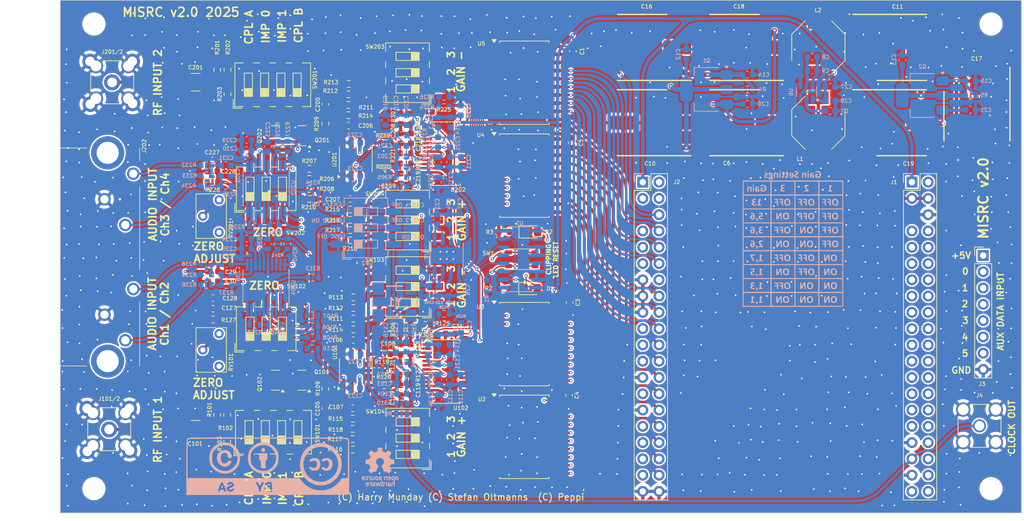
<source format=kicad_pcb>
(kicad_pcb (version 20240108) (generator "pcbnew") (generator_version "8.0")
  (title_block (title "MISRC-AiO") (date "2023-11-22") (rev "3.0"))
  (layers (0 "F.Cu" signal) (1 "In1.Cu" signal) (2 "In2.Cu" signal) (31 "B.Cu" signal) (34 "B.Paste" user) (35 "F.Paste" user) (36 "B.SilkS" user "B.Silkscreen") (37 "F.SilkS" user "F.Silkscreen") (38 "B.Mask" user) (39 "F.Mask" user) (44 "Edge.Cuts" user))
  (net 0 "")
  (net 1 "GND")
  (net 2 "+5V")
  (net 3 "+5VA")
  (net 4 "-5VA")
  (net 5 "VDDA")
  (net 6 "/CLK_40")
  (net 7 "Net-(R212-Pad2)")
  (net 8 "Net-(R213-Pad2)")
  (net 9 "Net-(R217-Pad2)")
  (net 10 "Net-(R218-Pad2)")
  (net 11 "/DA0")
  (net 12 "/DA1")
  (net 13 "/DA2")
  (net 14 "/DA3")
  (net 15 "/DA4")
  (net 16 "/DA5")
  (net 17 "/DA6")
  (net 18 "/DA7")
  (net 19 "/DA8")
  (net 20 "/DA9")
  (net 21 "/DA10")
  (net 22 "/DA11")
  (net 23 "/DB3")
  (net 24 "/DB2")
  (net 25 "/DB1")
  (net 26 "/DB0")
  (net 27 "/DB4")
  (net 28 "/DB5")
  (net 29 "/DB6")
  (net 30 "/DB7")
  (net 31 "/DB8")
  (net 32 "/DB9")
  (net 33 "/DB10")
  (net 34 "/DB11")
  (net 35 "/OTRA")
  (net 36 "/OTRB")
  (net 37 "Net-(U6-CP+)")
  (net 38 "Net-(U6-CP-)")
  (net 39 "+5Vpcm")
  (net 40 "Net-(Q2-C)")
  (net 41 "Net-(Q1-B)")
  (net 42 "Net-(Q2-B)")
  (net 43 "Net-(U7-BYP)")
  (net 44 "Net-(U7-VREG)")
  (net 45 "Net-(U7-REF)")
  (net 46 "Net-(U6-VOUT)")
  (net 47 "Net-(J101-Signal)")
  (net 48 "Net-(C101-Pad2)")
  (net 49 "Net-(U101-VCM)")
  (net 50 "Net-(Q101-E)")
  (net 51 "Net-(U101-+)")
  (net 52 "Net-(U101--)")
  (net 53 "Net-(C107-Pad2)")
  (net 54 "Net-(C108-Pad2)")
  (net 55 "Net-(C109-Pad1)")
  (net 56 "Net-(U102-VREF)")
  (net 57 "Net-(U102-REFT)")
  (net 58 "Net-(U102-REFB)")
  (net 59 "Net-(U102-IN)")
  (net 60 "Net-(U102-~{IN})")
  (net 61 "Net-(C127-Pad1)")
  (net 62 "Net-(J201-Signal)")
  (net 63 "Net-(C201-Pad2)")
  (net 64 "Net-(U201-VCM)")
  (net 65 "Net-(Q201-E)")
  (net 66 "Net-(U201-+)")
  (net 67 "Net-(U201--)")
  (net 68 "Net-(C207-Pad2)")
  (net 69 "Net-(C208-Pad2)")
  (net 70 "Net-(C209-Pad1)")
  (net 71 "Net-(U202-VREF)")
  (net 72 "Net-(U202-REFT)")
  (net 73 "Net-(U202-REFB)")
  (net 74 "Net-(U202-IN)")
  (net 75 "Net-(U202-~{IN})")
  (net 76 "Net-(C227-Pad1)")
  (net 77 "Net-(D1-K)")
  (net 78 "Net-(D1-A)")
  (net 79 "Net-(D2-K)")
  (net 80 "Net-(D2-A)")
  (net 81 "Net-(U204-VREF1)")
  (net 82 "Net-(C237-Pad1)")
  (net 83 "Net-(U204-VINL)")
  (net 84 "Net-(U204-VINR)")
  (net 85 "VDD")
  (net 88 "Net-(J1-DQ5)")
  (net 89 "Net-(J1-DQ3)")
  (net 91 "Net-(J1-DQ6)")
  (net 99 "Net-(J1-DQ9)")
  (net 101 "Net-(J1-PCLK)")
  (net 105 "Net-(J1-DQ0)")
  (net 106 "Net-(J1-DQ2)")
  (net 108 "Net-(J1-DQ8)")
  (net 109 "Net-(J1-DQ12)")
  (net 110 "Net-(J1-DQ7)")
  (net 111 "Net-(J1-DQ1)")
  (net 112 "Net-(J1-DQ4)")
  (net 113 "Net-(J1-DQ14)")
  (net 115 "Net-(J1-DQ11)")
  (net 116 "Net-(J1-DQ10)")
  (net 117 "Net-(R102-Pad1)")
  (net 118 "Net-(R103-Pad1)")
  (net 119 "Net-(R106-Pad1)")
  (net 120 "Net-(R106-Pad2)")
  (net 121 "Net-(R107-Pad2)")
  (net 122 "Net-(R111-Pad2)")
  (net 123 "Net-(R112-Pad2)")
  (net 124 "Net-(R113-Pad2)")
  (net 125 "Net-(R116-Pad2)")
  (net 126 "Net-(R117-Pad2)")
  (net 127 "Net-(R118-Pad2)")
  (net 128 "Net-(U102-SENSE)")
  (net 129 "Net-(U102-MODE)")
  (net 130 "Net-(R125-Pad1)")
  (net 131 "Net-(R127-Pad2)")
  (net 132 "Net-(R202-Pad1)")
  (net 133 "Net-(R203-Pad1)")
  (net 134 "Net-(R206-Pad1)")
  (net 135 "Net-(R206-Pad2)")
  (net 136 "Net-(R207-Pad2)")
  (net 137 "Net-(R211-Pad2)")
  (net 138 "Net-(R216-Pad2)")
  (net 139 "Net-(U202-SENSE)")
  (net 140 "Net-(U202-MODE)")
  (net 141 "Net-(R225-Pad1)")
  (net 142 "Net-(R228-Pad2)")
  (net 147 "Net-(U203-VREF1)")
  (net 148 "Net-(U203-VINL)")
  (net 149 "Net-(U203-VINR)")
  (net 150 "Net-(C231-Pad1)")
  (net 151 "Net-(C232-Pad1)")
  (net 152 "Net-(U203-MODE0)")
  (net 153 "Net-(U203-BYPAS)")
  (net 154 "Net-(U203-PDWN_N)")
  (net 155 "Net-(C238-Pad1)")
  (net 156 "/Audio_ADC/LRCK1")
  (net 157 "/Audio_ADC/DOUT1")
  (net 158 "/Audio_ADC/BCK1")
  (net 159 "Net-(U204-BYPAS)")
  (net 160 "Net-(U204-PDWN_N)")
  (net 161 "Net-(U204-MODE0)")
  (net 162 "/Audio_ADC/DOUT2")
  (net 163 "/Audio_ADC/BCK2")
  (net 164 "/Audio_ADC/LRCK2")
  (net 167 "IN2_L")
  (net 168 "IN1_R")
  (net 169 "IN2_R")
  (net 170 "IN1_L")
  (net 173 "Net-(J1-DQ13)")
  (net 174 "Net-(U102-CLK)")
  (net 175 "Net-(U202-CLK)")
  (net 176 "Net-(U204-SCKI)")
  (net 177 "Net-(U203-SCKI)")
  (net 178 "Net-(C106-Pad2)")
  (net 179 "Net-(C206-Pad2)")
  (net 180 "Net-(Q101-B)")
  (net 181 "Net-(Q101-C)")
  (net 182 "Net-(Q201-B)")
  (net 183 "Net-(Q201-C)")
  (net 184 "Net-(J1-DQ15)")
  (net 185 "Net-(J2-DQ21)")
  (net 186 "Net-(J2-DQ26)")
  (net 188 "Net-(J2-DQ31)")
  (net 191 "Net-(J2-DQ23)")
  (net 197 "Net-(J2-DQ20)")
  (net 198 "Net-(J2-DQ19)")
  (net 200 "Net-(J2-DQ22)")
  (net 202 "Net-(J2-DQ30)")
  (net 203 "Net-(J2-DQ27)")
  (net 204 "Net-(J2-DQ28)")
  (net 206 "Net-(J2-DQ18)")
  (net 208 "Net-(J2-DQ16)")
  (net 210 "Net-(J2-DQ17)")
  (net 211 "Net-(J2-DQ29)")
  (net 212 "Net-(J2-DQ24)")
  (net 215 "Net-(J2-DQ25)")
  (net 216 "Net-(U1A-R)")
  (net 217 "/Audio_ADC/SCKI_2")
  (net 218 "/Audio_ADC/SCKI_1")
  (net 219 "/osc_en")
  (footprint "Footprints:CAPAE1030X850N" (layer "F.Cu") (at 186.75 78.6)
    (property "Reference" "C19")
    (property "Value" "470u" (hide yes))
  )
  (footprint "Capacitor_SMD:C_0603_1608Metric" (layer "F.Cu") (at 111.425 120.325 -90)
    (property "Reference" "C119")
    (property "Value" "15pF/1")
  )
  (footprint "Resistor_SMD:R_0603_1608Metric" (layer "F.Cu") (at 107.3 119.575)
    (property "Reference" "R120")
    (property "Value" "40B")
  )
  (footprint "Capacitor_SMD:C_0603_1608Metric" (layer "F.Cu") (at 109.825 113.95 -90)
    (property "Reference" "C108")
    (property "Value" "82pF/1")
  )
  (footprint "Resistor_SMD:R_0603_1608Metric" (layer "F.Cu") (at 101.725 75.825)
    (property "Reference" "R211")
    (property "Value" "1kB")
  )
  (footprint "Button_Switch_SMD:SW_DIP_SPSTx03_Slide_6.7x9.18mm_W8.61mm_P2.54mm_LowProfile" (layer "F.Cu") (at 110.945 104.16 180)
    (property "Reference" "SW103")
    (property "Value" "SW_DIP_x03")
  )
  (footprint "Resistor_SMD:R_0603_1608Metric" (layer "F.Cu") (at 101.766 72.55)
    (property "Reference" "R213")
    (property "Value" "4k99B")
  )
  (footprint "Footprints:SMA_Amphenol_901-144_Horizontal" (layer "F.Cu") (at 64.395 126.425)
    (property "Reference" "J101/2")
    (property "Value" "Conn_01x01_Shielded")
  )
  (footprint "MountingHole:MountingHole_3.2mm_M3" (layer "F.Cu") (at 202 135.7)
    (property "Reference" "H3" (hide yes))
    (property "Value" "MountingHole")
  )
  (footprint "Resistor_SMD:R_0603_1608Metric" (layer "F.Cu") (at 81.25 124.2 -90)
    (property "Reference" "R101")
    (property "Value" "75B")
  )
  (footprint "Footprints:SOT-23" (layer "F.Cu") (at 90.3125 80.625 180)
    (property "Reference" "Q202")
    (property "Value" "CMPT5179")
  )
  (footprint "LED_SMD:LED_0805_2012Metric_Pad1.15x1.40mm_HandSolder" (layer "F.Cu") (at 130.2 95.625)
    (property "Reference" "D2")
    (property "Value" "LED")
  )
  (footprint "Resistor_SMD:R_0603_1608Metric" (layer "F.Cu") (at 102.4 129.6)
    (property "Reference" "R116")
    (property "Value" "1kB")
  )
  (footprint "Capacitor_SMD:C_1210_3225Metric" (layer "F.Cu") (at 77.875 126.425)
    (property "Reference" "C101")
    (property "Value" "100u")
  )
  (footprint "Resistor_SMD:R_0603_1608Metric" (layer "F.Cu") (at 98.125 78.75 -90)
    (property "Reference" "R209")
    (property "Value" "499B")
  )
  (footprint "Resistor_SMD:R_0603_1608Metric" (layer "F.Cu") (at 82.85 74.15 90)
    (property "Reference" "R203")
    (property "Value" "75B")
  )
  (footprint "Resistor_SMD:R_0603_1608Metric" (layer "F.Cu") (at 95.625 88.925 180)
    (property "Reference" "R208")
    (property "Value" "39B")
  )
  (footprint "Resistor_SMD:R_0603_1608Metric" (layer "F.Cu") (at 95.625 87.375 180)
    (property "Reference" "R206")
    (property "Value" "75B")
  )
  (footprint "Package_SO:TSSOP-28_4.4x9.7mm_P0.65mm" (layer "F.Cu") (at 116.8625 117.425)
    (property "Reference" "U102")
    (property "Value" "AD9235")
  )
  (footprint "Resistor_SMD:R_0603_1608Metric" (layer "F.Cu") (at 95.625 90.5)
    (property "Reference" "R210")
    (property "Value" "499B")
  )
  (footprint "Capacitor_SMD:C_0603_1608Metric" (layer "F.Cu") (at 102.475 112.525)
    (property "Reference" "C106")
    (property "Value" "1p")
  )
  (footprint "Package_SO:SOIC-20W_7.5x12.8mm_P1.27mm" (layer "F.Cu") (at 129.175 72.372)
    (property "Reference" "U5")
    (property "Value" "74VHC541")
  )
  (footprint "Capacitor_SMD:C_0603_1608Metric" (layer "F.Cu") (at 101.725 79.05)
    (property "Reference" "C206")
    (property "Value" "1p")
  )
  (footprint "Resistor_SMD:R_0603_1608Metric" (layer "F.Cu") (at 102 92.15)
    (property "Reference" "R215")
    (property "Value" "6k49B")
  )
  (footprint "Package_SO:SOIC-20W_7.5x12.8mm_P1.27mm" (layer "F.Cu") (at 129.175 86.85)
    (property "Reference" "U4")
    (property "Value" "74VHC541")
  )
  (footprint "Potentiometer_THT:Potentiometer_Bourns_3266W_Vertical" (layer "F.Cu") (at 81.54 95.715 -90)
    (property "Reference" "RV201")
    (property "Value" "10k")
  )
  (footprint "Footprints:CAPAE1030X850N" (layer "F.Cu") (at 199.8 76.3 -90)
    (property "Reference" "C17")
    (property "Value" "470u" (hide yes))
  )
  (footprint "Resistor_SMD:R_0603_1608Metric" (layer "F.Cu") (at 110.6 117.9)
    (property "Reference" "R122")
    (property "Value" "22B")
  )
  (footprint "Footprints:L_Bourns-SRU8043_2" (layer "F.Cu") (at 175.05 78.6 -90)
    (property "Reference" "L1")
    (property "Value" "100u")
  )
  (footprint "Button_Switch_SMD:SW_DIP_SPSTx03_Slide_6.7x9.18mm_W8.61mm_P2.54mm_LowProfile" (layer "F.Cu") (at 110.966166 127.811166 180)
    (property "Reference" "SW104")
    (property "Value" "SW_DIP_x03")
  )
  (footprint "Footprints:CAPAE1030X850N" (layer "F.Cu") (at 186.8 66.85)
    (property "Reference" "C11")
    (property "Value" "470u" (hide yes))
  )
  (footprint "Capacitor_SMD:C_0603_1608Metric" (layer "F.Cu") (at 117.65 111.525 180)
    (property "Reference" "C31")
    (property "Value" "1u")
  )
  (footprint "Footprints:SOT-23" (layer "F.Cu") (at 90.3125 118.775 180)
    (property "Reference" "Q102")
    (property "Value" "CMPT5179")
  )
  (footprint "Resistor_SMD:R_0603_1608Metric" (layer "F.Cu") (at 125.975 104.475 180)
    (property "Reference" "R2")
    (property "Value" "100")
  )
  (footprint "Footprints:SMA_Amphenol_901-144_Horizontal" (layer "F.Cu") (at 64.86 72.29)
    (property "Reference" "J201/2")
    (property "Value" "Conn_01x01_Shielded")
  )
  (footprint "Capacitor_SMD:C_0603_1608Metric" (layer "F.Cu") (at 109.85 81.05 -90)
    (property "Reference" "C208")
    (property "Value" "82pF/1")
  )
  (footprint "Package_SO:SOIC-20W_7.5x12.8mm_P1.27mm" (layer "F.Cu") (at 129.175 127.623)
    (property "Reference" "U2")
    (property "Value" "74VHC541")
  )
  (footprint "Resistor_SMD:R_0603_1608Metric" (layer "F.Cu") (at 113.725 110.125)
    (property "Reference" "R125")
    (property "Value" "3k3")
  )
  (footprint "Resistor_SMD:R_0603_1608Metric" (layer "F.Cu") (at 102 96.95)
    (property "Reference" "R216")
    (property "Value" "1kB")
  )
  (footprint "Button_Switch_SMD:SW_DIP_SPSTx04_Slide_6.7x11.72mm_W8.61mm_P2.54mm_LowProfile" (layer "F.Cu") (at 89.91 72.675 90)
    (property "Reference" "SW201")
    (property "Value" "SW_DIP_x04")
  )
  (footprint "MountingHole:MountingHole_3.2mm_M3" (layer "F.Cu") (at 62 135.7)
    (property "Reference" "H2" (hide yes))
    (property "Value" "MountingHole")
  )
  (footprint "LED_SMD:LED_0805_2012Metric_Pad1.15x1.40mm_HandSolder" (layer "F.Cu") (at 130.157 104.475)
    (property "Reference" "D1")
    (property "Value" "LED")
  )
  (footprint "Footprints:L_Bourns-SRU8043_2" (layer "F.Cu") (at 175.05 66.85 90)
    (property "Reference" "L2")
    (property "Value" "100u")
  )
  (footprint "Resistor_SMD:R_0603_1608Metric" (layer "F.Cu") (at 82.8 124.2 -90)
    (property "Reference" "R102")
    (property "Value" "150B")
  )
  (footprint "Resistor_SMD:R_0603_1608Metric" (layer "F.Cu") (at 109.85 77.925 -90)
    (property "Reference" "R307")
    (property "Value" "0R")
  )
  (footprint "Capacitor_SMD:C_1210_3225Metric" (layer "F.Cu") (at 77.875 72.275)
    (property "Reference" "C201")
    (property "Value" "100u")
  )
  (footprint "Resistor_SMD:R_0603_1608Metric" (layer "F.Cu") (at 111.475 77.925 -90)
    (property "Reference" "R309")
    (property "Value" "0R")
  )
  (footprint "Resistor_SMD:R_0603_1608Metric" (layer "F.Cu") (at 102.375 124.775)
    (property "Reference" "R115")
    (property "Value" "6k49B")
  )
  (footprint "Resistor_SMD:R_0603_1608Metric" (layer "F.Cu") (at 102.475 109.2)
    (property "Reference" "R111")
    (property "Value" "1kB")
  )
  (footprint "Capacitor_SMD:C_0603_1608Metric" (layer "F.Cu") (at 80.6 101.8)
    (property "Reference" "C29")
    (property "Value" "1u")
  )
  (footprint "Resistor_SMD:R_0603_1608Metric" (layer "F.Cu") (at 107.4 86.55)
    (property "Reference" "R220")
    (property "Value" "40B")
  )
  (footprint "Footprints:SMA_Amphenol_901-144_Vertical2" (layer "F.Cu") (at 200.2 125.9)
    (property "Reference" "J4")
    (property "Value" "SMA_Vertical")
  )
  (footprint "Capacitor_SMD:C_0603_1608Metric" (layer "F.Cu") (at 109.825 120.325 -90)
    (property "Reference" "C109")
    (property "Value" "82pF/1")
  )
  (footprint "Capacitor_SMD:C_0603_1608Metric" (layer "F.Cu") (at 109.85 87.3 -90)
    (property "Reference" "C209")
    (property "Value" "82pF/1")
  )
  (footprint "Resistor_SMD:R_0603_1608Metric" (layer "F.Cu") (at 101.75 74.175)
    (property "Reference" "R212")
    (property "Value" "2k49B")
  )
  (footprint "Resistor_SMD:R_0603_1608Metric" (layer "F.Cu") (at 102.475 105.85)
    (property "Reference" "R113")
    (property "Value" "4k99B")
  )
  (footprint "Resistor_SMD:R_0603_1608Metric" (layer "F.Cu") (at 95.625 85.8 180)
    (property "Reference" "R207")
    (property "Value" "39B")
  )
  (footprint "Resistor_SMD:R_0603_1608Metric" (layer "F.Cu") (at 110.625 84.975)
    (property "Reference" "R222")
    (property "Value" "22B")
  )
  (footprint "Footprints:CAPAE1030X850N" (layer "F.Cu") (at 148.8 78.6 180)
    (property "Reference" "C10")
    (property "Value" "470u" (hide yes))
  )
  (footprint "Package_SO:SOIC-20W_7.5x12.8mm_P1.27mm" (layer "F.Cu") (at 129.175 113.145)
    (property "Reference" "U3")
    (property "Value" "74VHC541")
  )
  (footprint "Resistor_SMD:R_0603_1608Metric" (layer "F.Cu") (at 113.975 76.9)
    (property "Reference" "R225")
    (property "Value" "3k3")
  )
  (footprint "Button_Switch_SMD:SW_DIP_SPSTx03_Slide_6.7x9.18mm_W8.61mm_P2.54mm_LowProfile" (layer "F.Cu") (at 110.945 70.79 180)
    (property "Reference" "SW203")
    (property "Value" "SW_DIP_x03")
  )
  (footprint "Capacitor_SMD:C_0603_1608Metric" (layer "F.Cu") (at 80.585 105.95 180)
    (property "Reference" "C128")
    (property "Value" "1n/1")
  )
  (footprint "Capacitor_SMD:C_0603_1608Metric" (layer "F.Cu") (at 102.379 123.15)
    (property "Reference" "C107")
    (property "Value" "1p")
  )
  (footprint "Resistor_SMD:R_0603_1608Metric" (layer "F.Cu") (at 111.4 110.875 -90)
    (property "Reference" "R308")
    (property "Value" "0R")
  )
  (footprint "Resistor_SMD:R_0603_1608Metric" (layer "F.Cu") (at 109.825 110.875 -90)
    (property "Reference" "R306")
    (property "Value" "0R")
  )
  (footprint "Resistor_SMD:R_0603_1608Metric" (layer "F.Cu") (at 102 93.75)
    (property "Reference" "R218")
    (property "Value" "4k99B")
  )
  (footprint "Resistor_SMD:R_0603_1608Metric" (layer "F.Cu") (at 107.4 114.7)
    (property "Reference" "R119")
    (property "Value" "40B")
  )
  (footprint "Footprints:CAPAE1030X850N" (layer "F.Cu") (at 163.25 78.6 180)
    (property "Reference" "C6")
    (property "Value" "470u" (hide yes))
  )
  (footprint "Footprints:CAPAE1030X850N" (layer "F.Cu") (at 163.25 66.85 180)
    (property "Reference" "C18")
    (property "Value" "470u" (hide yes))
  )
  (footprint "Resistor_SMD:R_0603_1608Metric" (layer "F.Cu") (at 107.55 81.8)
    (property "Reference" "R219")
    (property "Value" "40B")
  )
  (footprint "Footprints:PTS810SJG250SMTRLFS" (layer "F.Cu") (at 128.775 99.9)
    (property "Reference" "SW1")
    (property "Value" "PTS810SJM250SMTRLFS" (hide yes))
  )
  (footprint "MountingHole:MountingHole_3.2mm_M3" (layer "F.Cu") (at 62 63.2)
    (property "Reference" "H1" (hide yes))
    (property "Value" "MountingHole")
  )
  (footprint "Capacitor_SMD:C_0603_1608Metric" (layer "F.Cu") (at 119.225 76.675 90)
    (property "Reference" "C2")
    (property "Value" "1u")
  )
  (footprint "Footprints:SOT-23" (layer "F.Cu") (at 94.4375 118.775 180)
    (property "Reference" "Q101")
    (property "Value" "CMPT5179")
  )
  (footprint "Capacitor_SMD:C_0603_1608Metric" (layer "F.Cu") (at 98.125 123.2 90)
    (property "Reference" "C105")
    (property "Value" "470n/1")
  )
  (footprint "Capacitor_SMD:C_0603_1608Metric" (layer "F.Cu") (at 80.5 86.175 180)
    (property "Reference" "C228")
    (property "Value" "1n/1")
  )
  (footprint "Resistor_SMD:R_0603_1608Metric" (layer "F.Cu") (at 81.25 70.325 -90)
    (property "Reference" "R201")
    (property "Value" "75B")
  )
  (footprint "Resistor_SMD:R_0603_1608Metric" (layer "F.Cu") (at 102 95.35)
    (property "Reference" "R217")
    (property "Value" "2k49B")
  )
  (footprint "Capacitor_SMD:C_0603_1608Metric" (layer "F.Cu") (at 111.4 113.95 -90)
    (property "Reference" "C118")
    (property "Value" "15pF/1")
  )
  (footprint "Capacitor_SMD:C_0603_1608Metric" (layer "F.Cu") (at 136.15 121.125 90)
    (property "Reference" "C4")
    (property "Value" "1u")
  )
  (footprint "Footprints:KLP42X61WWRR" (layer "F.Cu") (at 63.65 90.55 -90)
    (property "Reference" "J202")
    (property "Value" "KLP42X-61-WW_RR" (hide yes))
  )
  (footprint "Resistor_SMD:R_0603_1608Metric" (layer "F.Cu") (at 102.375 126.375)
    (property "Reference" "R118")
    (property "Value" "4k99B")
  )
  (footprint "Resistor_SMD:R_0603_1608Metric" (layer "F.Cu") (at 110.625 83.375)
    (property "Reference" "R221")
    (property "Value" "22B")
  )
  (footprint "Footprints:CAPAE1030X850N" (layer "F.Cu") (at 148.85 66.85 180)
    (property "Reference" "C16")
    (property "Value" "470u" (hide yes))
  )
  (footprint "Resistor_SMD:R_0603_1608Metric" (layer "F.Cu") (at 80.5 87.85 180)
    (property "Reference" "R228")
    (property "Value" "3k3")
  )
  (footprint "Footprints:BNC_Right_Angle-DOSIN-801-0050_5pin" (layer "F.Cu") (at 64.375 126.475)
    (property "Reference" "J101" (hide yes))
    (property "Value" "BNC_Rosenberger")
  )
  (footprint "Button_Switch_SMD:SW_DIP_SPSTx04_Slide_6.7x11.72mm_W8.61mm_P2.54mm_LowProfile" (layer "F.Cu") (at 90.025 126.9 90)
    (property "Reference" "SW101")
    (property "Value" "SW_DIP_x04")
  )
  (footprint "Resistor_SMD:R_0603_1608Metric" (layer "F.Cu") (at 98.125 120.125 90)
    (property "Reference" "R109")
    (property "Value" "499B")
  )
  (footprint "Connector_PinHeader_2.54mm:PinHeader_1x08_P2.54mm_Vertical" (layer "F.Cu") (at 200.775 99.32)
    (property "Reference" "J3")
    (property "Value" "2.54mm_01x08_Headder")
  )
  (footprint "Capacitor_SMD:C_0603_1608Metric" (layer "F.Cu") (at 80.5 84.5 180)
    (property "Reference" "C227")
    (property "Value" "10u")
  )
  (footprint "Button_Switch_SMD:SW_DIP_SPSTx03_Slide_6.7x9.18mm_W8.61mm_P2.54mm_LowProfile" (layer "F.Cu") (at 88.887 88.913 90)
    (property "Reference" "SW202")
    (property "Value" "SW_DIP_x03")
  )
  (footprint "Footprints:PinHeader_2x20_P2.54mm_Vertical-1" (layer "F.Cu") (at 189.653 87.875)
    (property "Reference" "J1")
    (property "Value" "GPIFII_J6")
  )
  (footprint "Resistor_SMD:R_0603_1608Metric" (layer "F.Cu") (at 102.475 107.525)
    (property "Reference" "R112")
    (property "Value" "2k49B")
  )
  (footprint "Resistor_SMD:R_0603_1608Metric" (layer "F.Cu") (at 82.8 128.375 90)
    (property "Reference" "R103")
    (property "Value" "75B")
  )
  (footprint "Package_SO:SO-8_3.9x4.9mm_P1.27mm" (layer "F.Cu") (at 102.87 84.328 90)
    (property "Reference" "U201")
    (property "Value" "AD8138ARZ")
  )
  (footprint "Footprints:SOT-23" (layer "F.Cu") (at 94.4875 80.625 180)
    (property "Reference" "Q201")
    (property "Value" "CMPT5179")
  )
  (footprint "Capacitor_SMD:C_0603_1608Metric" (layer "F.Cu") (at 136.575 81.725 -90)
    (property "Reference" "C5")
    (property "Value" "1u")
  )
  (footprint "Capacitor_SMD:C_0603_1608Metric" (layer "F.Cu") (at 111.45 87.275 -90)
    (property "Reference" "C219")
    (property "Value" "15pF/1")
  )
  (footprint "MountingHole:MountingHole_3.2mm_M3" (layer "F.Cu") (at 202 63.2)
    (property "Reference" "H4" (hide yes))
    (property "Value" "MountingHole")
  )
  (footprint "Package_SO:TSSOP-28_4.4x9.7mm_P0.65mm" (layer "F.Cu") (at 116.8625 83.425)
    (property "Reference" "U202")
    (property "Value" "AD9235")
  )
  (footprint "Resistor_SMD:R_0603_1608Metric" (layer "F.Cu") (at 82.85 70.325 -90)
    (property "Reference" "R202")
    (property "Value" "150B")
  )
  (footprint "Resistor_SMD:R_0603_1608Metric" (layer "F.Cu") (at 110.6 116.325)
    (property "Reference" "R121")
    (property "Value" "22B")
  )
  (footprint "Resistor_SMD:R_0603_1608Metric" (layer "F.Cu") (at 101.725 77.425)
    (property "Reference" "R214")
    (property "Value" "6k49B")
  )
  (footprint "Capacitor_SMD:C_0603_1608Metric" (layer "F.Cu") (at 136.225 106.65 90)
    (property "Reference" "C3")
    (property "Value" "1u")
  )
  (footprint "Package_SO:SO-8_3.9x4.9mm_P1.27mm" (layer "F.Cu") (at 102.875 117.375 90)
    (property "Reference" "U101")
    (property "Value" "AD8138ARZ")
  )
  (footprint "Button_Switch_SMD:SW_DIP_SPSTx03_Slide_6.7x9.18mm_W8.61mm_P2.54mm_LowProfile" (layer "F.Cu") (at 110.945 93.79 180)
    (property "Reference" "SW204")
    (property "Value" "SW_DIP_x03")
  )
  (footprint "Potentiometer_THT:Potentiometer_Bourns_3266W_Vertical" (layer "F.Cu") (at 81.54 116.6 -90)
    (property "Reference" "RV101")
    (property "Value" "10k")
  )
  (footprint "Button_Switch_SMD:SW_DIP_SPSTx03_Slide_6.7x9.18mm_W8.61mm_P2.54mm_LowProfile" (layer "F.Cu") (at 88.887 110.745 90)
    (property "Reference" "SW102")
    (property "Value" "SW_DIP_x03")
  )
  (footprint "Resistor_SMD:R_0603_1608Metric" (layer "F.Cu") (at 126.018 95.625 180)
    (property "Reference" "R3")
    (property "Value" "100")
  )
  (footprint "Resistor_SMD:R_0603_1608Metric" (layer "F.Cu") (at 80.585 109.3 180)
    (property "Reference" "R127")
    (property "Value" "3k3")
  )
  (footprint "Footprints:PinHeader_2x20_P2.54mm_Vertical-1" (layer "F.Cu") (at 147.65 87.875)
    (property "Reference" "J2")
    (property "Value" "GPIFII_J7")
  )
  (footprint "Footprints:BNC_Right_Angle-DOSIN-801-0050_5pin" (layer "F.Cu") (at 64.84 72.31)
    (property "Reference" "J201" (hide yes))
    (property "Value" "BNC_Rosenberger")
  )
  (footprint "Resistor_SMD:R_0603_1608Metric" (layer "F.Cu") (at 102.375 127.975)
    (property "Reference" "R117")
    (property "Value" "2k49B")
  )
  (footprint "Capacitor_SMD:C_0603_1608Metric" (layer "F.Cu") (at 80.585 107.625 180)
    (property "Reference" "C127")
    (property "Value" "10u")
  )
  (footprint "Capacitor_SMD:C_0603_1608Metric" (layer "F.Cu") (at 136.75 67.45 -90)
    (property "Reference" "C1")
    (property "Value" "1u")
  )
  (footprint "Capacitor_SMD:C_0603_1608Metric" (layer "F.Cu") (at 102 90.5)
    (property "Reference" "C207")
    (property "Value" "1p")
  )
  (footprint "Capacitor_SMD:C_0603_1608Metric" (layer "F.Cu") (at 80.585 103.375 180)
    (property "Reference" "C30")
    (property "Value" "1u")
  )
  (footprint "Capacitor_SMD:C_0603_1608Metric" (layer "F.Cu") (at 98.125 75.7 -90)
    (property "Reference" "C205")
    (property "Value" "470n/1")
  )
  (footprint "Capacitor_SMD:C_0603_1608Metric" (layer "F.Cu") (at 111.475 81.05 -90)
    (property "Reference" "C218")
    (property "Value" "15pF/1")
  )
  (footprint "Resistor_SMD:R_0603_1608Metric" (layer "F.Cu") (at 102.475 110.85)
    (property "Reference" "R114")
    (property "Value" "6k49B")
  )
  (footprint "Capacitor_SMD:C_0603_1608Metric" (layer "B.Cu") (at 102.85 114.7)
    (property "Reference" "C122")
    (property "Value" "100n")
  )
  (footprint "Capacitor_SMD:C_0603_1608Metric" (layer "B.Cu") (at 90.15 110.125 180)
    (property "Reference" "C240")
    (property "Value" "100n")
  )
  (footprint "Capacitor_SMD:C_0603_1608Metric" (layer "B.Cu") (at 119.225 76.675 -90)
    (property "Reference" "C226")
    (property "Value" "100n")
  )
  (footprint "Capacitor_SMD:C_0603_1608Metric" (layer "B.Cu") (at 110.775 113.575 90)
    (property "Reference" "C319")
    (property "Value" "10u")
  )
  (footprint "Capacitor_SMD:C_0603_1608Metric" (layer "B.Cu") (at 117.6 81.65 90)
    (property "Reference" "C221")
    (property "Value" "1n/1")
  )
  (footprint "Resistor_SMD:R_0603_1608Metric" (layer "B.Cu") (at 82.6 88.45 180)
    (property "Reference" "R235")
    (property "Value" "47k")
  )
  (footprint "Capacitor_SMD:C_0603_1608Metric" (layer "B.Cu") (at 164.005 75.675)
    (property "Reference" "C20")
    (property "Value" "1u")
  )
  (footprint "Capacitor_SMD:C_0603_1608Metric" (layer "B.Cu") (at 85.825 82.89 180)
    (property "Reference" "C230")
    (property "Value" "100n")
  )
  (footprint "Capacitor_SMD:C_0603_1608Metric" (layer "B.Cu") (at 174.1 68.316 180)
    (property "Reference" "C8")
    (property "Value" "10u")
  )
  (footprint "Footprints:MISRC_gain_settings" (layer "B.Cu") (at 171.1 96.675 180)
    (property "Reference" "H5" (hide yes))
    (property "Value" "MISRC-Gain_Settings" (hide yes))
  )
  (footprint "Capacitor_SMD:C_0603_1608Metric" (layer "B.Cu") (at 82.6 85.25)
    (property "Reference" "C231")
    (property "Value" "1u")
  )
  (footprint "Resistor_SMD:R_0603_1608Metric" (layer "B.Cu") (at 110 80.55)
    (property "Reference" "R204")
    (property "Value" "1kB")
  )
  (footprint "Footprints:CB3LV5I40M0000" (layer "B.Cu") (at 108.925 106.6 180)
    (property "Reference" "Y1")
    (property "Value" "CB3LV-5I-40M0000" (hide yes))
  )
  (footprint "Capacitor_SMD:C_0603_1608Metric" (layer "B.Cu") (at 115.8 104.828 90)
    (property "Reference" "C22")
    (property "Value" "1u")
  )
  (footprint "Resistor_SMD:R_0603_1608Metric" (layer "B.Cu") (at 96.125 113.825)
    (property "Reference" "R110")
    (property "Value" "499B")
  )
  (footprint "Footprints:CC Licence" (layer "B.Cu") (at 89.14 132.2 180)
    (property "Reference" "H6" (hide yes))
    (property "Value" "CC Licence" (hide yes))
  )
  (footprint "Capacitor_SMD:C_0603_1608Metric" (layer "B.Cu") (at 198.8 76.6)
    (property "Reference" "C21")
    (property "Value" "1u")
  )
  (footprint "Resistor_SMD:R_0603_1608Metric" (layer "B.Cu") (at 198.8 74.35)
    (property "Reference" "R5")
    (property "Value" "1k")
  )
  (footprint "Resistor_SMD:R_0603_1608Metric" (layer "B.Cu") (at 116.65 108.425 180)
    (property "Reference" "R126")
    (property "Value" "10k")
  )
  (footprint "Capacitor_SMD:C_0603_1608Metric" (layer "B.Cu") (at 117.525 112.425 -90)
    (property "Reference" "C114")
    (property "Value" "1n/1")
  )
  (footprint "Capacitor_SMD:C_0603_1608Metric" (layer "B.Cu") (at 107.475 78.2 90)
    (property "Reference" "C216")
    (property "Value" "1n/1")
  )
  (footprint "Resistor_SMD:R_0603_1608Metric" (layer "B.Cu") (at 116.65 74.55 180)
    (property "Reference" "R226")
    (property "Value" "10k")
  )
  (footprint "Capacitor_SMD:C_0603_1608Metric" (layer "B.Cu") (at 115.675 84.75 -90)
    (property "Reference" "C225")
    (property "Value" "100n")
  )
  (footprint "Capacitor_SMD:C_0603_1608Metric" (layer "B.Cu") (at 85.825 96.7 180)
    (property "Reference" "C234")
    (property "Value" "10u")
  )
  (footprint "Resistor_SMD:R_0603_1608Metric" (layer "B.Cu") (at 92.175 97.5 -90)
    (property "Reference" "R240")
    (property "Value" "1k")
  )
  (footprint "Capacitor_SMD:C_0603_1608Metric" (layer "B.Cu") (at 115.7 78.55 -90)
    (property "Reference" "C213")
    (property "Value" "100n")
  )
  (footprint "Capacitor_SMD:C_0603_1608Metric" (layer "B.Cu") (at 176.925 76.745)
    (property "Reference" "C7")
    (property "Value" "1u")
  )
  (footprint "Package_TO_SOT_SMD:SOT-223-3_TabPin2" (layer "B.Cu") (at 191.3 74.35 180)
    (property "Reference" "Q2")
    (property "Value" "FZT790A")
  )
  (footprint "Capacitor_SMD:C_0603_1608Metric" (layer "B.Cu") (at 198.8 72.07)
    (property "Reference" "C15")
    (property "Value" "100n")
  )
  (footprint "Capacitor_SMD:C_0603_1608Metric" (layer "B.Cu") (at 117.55 118.7 90)
    (property "Reference" "C112")
    (property "Value" "100n")
  )
  (footprint "Resistor_SMD:R_0603_1608Metric" (layer "B.Cu") (at 90.65 97.5 -90)
    (property "Reference" "R241")
    (property "Value" "1k")
  )
  (footprint "Resistor_SMD:R_0603_1608Metric" (layer "B.Cu") (at 96.125 112.125 180)
    (property "Reference" "R108")
    (property "Value" "39B")
  )
  (footprint "Capacitor_SMD:C_0603_1608Metric" (layer "B.Cu") (at 102.775 86.9 180)
    (property "Reference" "C223")
    (property "Value" "100n")
  )
  (footprint "Capacitor_SMD:C_0603_1608Metric" (layer "B.Cu") (at 117.625 78.525 -90)
    (property "Reference" "C214")
    (property "Value" "1n/1")
  )
  (footprint "Footprints:SOIC-8-1EP_3.9x4.9mm_P1.27mm_EP2.29x3mm_2" (layer "B.Cu") (at 117.063 99.302 90)
    (property "Reference" "U7")
    (property "Value" "ADP7156ARDZ")
  )
  (footprint "Capacitor_SMD:C_0603_1608Metric" (layer "B.Cu") (at 82.6 86.85)
    (property "Reference" "C232")
    (property "Value" "1u")
  )
  (footprint "Capacitor_SMD:C_0603_1608Metric" (layer "B.Cu") (at 115.7 81.65 90)
    (property "Reference" "C217")
    (property "Value" "10u")
  )
  (footprint "Resistor_SMD:R_0603_1608Metric" (layer "B.Cu") (at 96.125 110.35 180)
    (property "Reference" "R106")
    (property "Value" "75B")
  )
  (footprint "Capacitor_SMD:C_0603_1608Metric" (layer "B.Cu") (at 164 71.1)
    (property "Reference" "C14")
    (property "Value" "100n")
  )
  (footprint "Resistor_SMD:R_0603_1608Metric" (layer "B.Cu") (at 79.525 100.628141)
    (property "Reference" "R238")
    (property "Value" "10k")
  )
  (footprint "Capacitor_SMD:C_0603_1608Metric" (layer "B.Cu") (at 107.475 113.575 90)
    (property "Reference" "C115")
    (property "Value" "100n")
  )
  (footprint "Resistor_SMD:R_0603_1608Metric" (layer "B.Cu") (at 112.5 80.35 90)
    (property "Reference" "R223")
    (property "Value" "10k")
  )
  (footprint "Capacitor_SMD:C_0603_1608Metric" (layer "B.Cu") (at 85.825 98.25 180)
    (property "Reference" "C235")
    (property "Value" "100n")
  )
  (footprint "Capacitor_SMD:C_0603_1608Metric" (layer "B.Cu") (at 82.675 102.25)
    (property "Reference" "C238")
    (property "Value" "1u")
  )
  (footprint "Symbol:OSHW-Logo_5.7x6mm_SilkScreen" (layer "B.Cu") (at 106.65 132.31 180)
    (property "Reference" "H7" (hide yes))
    (property "Value" "OSHW Logo" (hide yes))
  )
  (footprint "Resistor_SMD:R_0603_1608Metric" (layer "B.Cu") (at 79.525 86.85)
    (property "Reference" "R233")
    (property "Value" "47k")
  )
  (footprint "Resistor_SMD:R_0603_1608Metric" (layer "B.Cu") (at 79.525 85.25)
    (property "Reference" "R232")
    (property "Value" "10k" (hide yes))
  )
  (footprint "Capacitor_SMD:C_0603_1608Metric" (layer "B.Cu") (at 119.175 118.7 90)
    (property "Reference" "C111")
    (property "Value" "1n/1")
  )
  (footprint "Resistor_SMD:R_0603_1608Metric" (layer "B.Cu") (at 110 88.65)
    (property "Reference" "R311")
    (property "Value" "0R")
  )
  (footprint "Capacitor_SMD:C_0603_1608Metric" (layer "B.Cu") (at 89.125 82.325 90)
    (property "Reference" "C233")
    (property "Value" "100n")
  )
  (footprint "Resistor_SMD:R_0603_1608Metric" (layer "B.Cu") (at 116.625 76.15 180)
    (property "Reference" "R224")
    (property "Value" "4k99")
  )
  (footprint "Resistor_SMD:R_0603_1608Metric" (layer "B.Cu") (at 82.675 103.9 180)
    (property "Reference" "R237")
    (property "Value" "47k")
  )
  (footprint "Capacitor_SMD:C_0603_1608Metric" (layer "B.Cu") (at 115.675 87.9 -90)
    (property "Reference" "C224")
    (property "Value" "100n")
  )
  (footprint "Capacitor_SMD:C_0603_1608Metric" (layer "B.Cu") (at 115.75 118.675 -90)
    (property "Reference" "C125")
    (property "Value" "100n")
  )
  (footprint "Capacitor_SMD:C_0603_1608Metric" (layer "B.Cu") (at 114.275 104.825 -90)
    (property "Reference" "C241")
    (property "Value" "1u")
  )
  (footprint "Resistor_SMD:R_0603_1608Metric" (layer "B.Cu") (at 96.19 89.36 180)
    (property "Reference" "R314")
    (property "Value" "0R")
  )
  (footprint "Resistor_SMD:R_0603_1608Metric" (layer "B.Cu") (at 96.19 102.77 180)
    (property "Reference" "R312")
    (property "Value" "0R")
  )
  (footprint "Capacitor_SMD:C_0603_1608Metric" (layer "B.Cu") (at 110.003 85.5 180)
    (property "Reference" "C204")
    (property "Value" "1n/1")
  )
  (footprint "Package_TO_SOT_SMD:SOT-223-3_TabPin2" (layer "B.Cu") (at 157.6 73.4 180)
    (property "Reference" "Q1")
    (property "Value" "FZT690B")
  )
  (footprint "Capacitor_SMD:C_0603_1608Metric" (layer "B.Cu") (at 109.125 113.575 90)
    (property "Reference" "C116")
    (property "Value" "1n/1")
  )
  (footprint "Capacitor_SMD:C_0603_1608Metric" (layer "B.Cu") (at 90.15 94.75 180)
    (property "Reference" "C236")
    (property "Value" "100n")
  )
  (footprint "Capacitor_SMD:C_0603_1608Metric" (layer "B.Cu") (at 119.275 84.725 90)
    (property "Reference" "C211")
    (property "Value" "1n/1")
  )
  (footprint "Resistor_SMD:R_0603_1608Metric" (layer "B.Cu") (at 110.025 122.425)
    (property "Reference" "R310")
    (property "Value" "0R")
  )
  (footprint "Capacitor_SMD:C_0603_1608Metric" (layer "B.Cu") (at 115.75 112.425 -90)
    (property "Reference" "C113")
    (property "Value" "100n")
  )
  (footprint "Resistor_SMD:R_0603_1608Metric" (layer "B.Cu") (at 90.675 82.325 -90)
    (property "Reference" "R229")
    (property "Value" "1k")
  )
  (footprint "Resistor_SMD:R_0603_1608Metric" (layer "B.Cu") (at 79.525 102.25)
    (property "Reference" "R239")
    (property "Value" "47k")
  )
  (footprint "Resistor_SMD:R_0603_1608Metric" (layer "B.Cu") (at 116.642272 110 180)
    (property "Reference" "R124")
    (property "Value" "4k99")
  )
  (footprint "Resistor_SMD:R_0603_1608Metric" (layer "B.Cu") (at 92.25 82.325 -90)
    (property "Reference" "R227")
    (property "Value" "1k")
  )
  (footprint "Capacitor_SMD:C_0603_1608Metric" (layer "B.Cu") (at 154.425 67.925 90)
    (property "Reference" "C12")
    (property "Value" "1u")
  )
  (footprint "Capacitor_SMD:C_0603_1608Metric" (layer "B.Cu") (at 119.3 110.625 -90)
    (property "Reference" "C126")
    (property "Value" "100n")
  )
  (footprint "Resistor_SMD:R_0603_1608Metric" (layer "B.Cu") (at 110.025 115.95)
    (property "Reference" "R104")
    (property "Value" "1kB")
  )
  (footprint "Resistor_SMD:R_0603_1608Metric" (layer "B.Cu") (at 96.125 108.65 180)
    (property "Reference" "R107")
    (property "Value" "39B")
  )
  (footprint "Capacitor_SMD:C_0603_1608Metric" (layer "B.Cu") (at 110.8 78.2 90)
    (property "Reference" "C320")
    (property "Value" "10u")
  )
  (footprint "Capacitor_SMD:C_0603_1608Metric" (layer "B.Cu") (at 112.5 83.45 90)
    (property "Reference" "C220")
    (property "Value" "100n")
  )
  (footprint "Capacitor_SMD:C_0603_1608Metric" (layer "B.Cu") (at 117.35 93.65 -90)
    (property "Reference" "C23")
    (property "Value" "1u")
  )
  (footprint "Footprints:SOT-23-5" (layer "B.Cu") (at 173.211 73.777 90)
    (property "Reference" "U6")
    (property "Value" "TPS60401")
  )
  (footprint "Capacitor_SMD:C_0603_1608Metric" (layer "B.Cu") (at 176.911 73.0055 180)
    (property "Reference" "C27")
    (property "Value" "1n/1")
  )
  (footprint "Resistor_SMD:R_0603_1608Metric" (layer "B.Cu") (at 164 73.4)
    (property "Reference" "R4")
    (property "Value" "1k")
  )
  (footprint "Capacitor_SMD:C_0603_1608Metric" (layer "B.Cu") (at 110.025 117.575 180)
    (property "Reference" "C202")
    (property "Value" "10u")
  )
  (footprint "Button_Switch_SMD:SW_DIP_SPSTx03_Slide_6.7x9.18mm_W8.61mm_P2.54mm_LowProfile" (layer "B.Cu") (at 104.465 95.01)
    (property "Reference" "SW2")
    (property "Value" "SW_DIP_x03")
  )
  (footprint "Package_SO:SO-16_3.9x9.9mm_P1.27mm" (layer "B.Cu") (at 128.525 99.9)
    (property "Reference" "U1")
    (property "Value" "4043")
  )
  (footprint "Capacitor_SMD:C_0603_1608Metric" (layer "B.Cu") (at 89.125 97.5 90)
    (property "Reference" "C239")
    (property "Value" "100n")
  )
  (footprint "Capacitor_SMD:C_0603_1608Metric" (layer "B.Cu") (at 110.025 120.875 180)
    (property "Reference" "C104")
    (property "Value" "1n/1")
  )
  (footprint "Capacitor_SMD:C_0603_1608Metric" (layer "B.Cu") (at 85.825 81.31 180)
    (property "Reference" "C229")
    (property "Value" "10u")
  )
  (footprint "Resistor_SMD:R_0603_1608Metric" (layer "B.Cu") (at 87.1 94.75)
    (property "Reference" "R230")
    (property "Value" "1k")
  )
  (footprint "Capacitor_SMD:C_0603_1608Metric" (layer "B.Cu") (at 82.675 100.625)
    (property "Reference" "C237")
    (property "Value" "1u")
  )
  (footprint "Resistor_SMD:R_0603_1608Metric" (layer "B.Cu") (at 87.1 110.125)
    (property "Reference" "R243")
    (property "Value" "1k")
  )
  (footprint "Resistor_SMD:R_0603_1608Metric" (layer "B.Cu") (at 123.3 104 90)
    (property "Reference" "R1")
    (property "Value" "10k")
  )
  (footprint "Resistor_SMD:R_0603_1608Metric" (layer "B.Cu") (at 110 87.1)
    (property "Reference" "R205")
    (property "Value" "1kB")
  )
  (footprint "Resistor_SMD:R_0603_1608Metric" (layer "B.Cu") (at 79.525 88.45)
    (property "Reference" "R234")
    (property "Value" "10k" (hide yes))
  )
  (footprint "Resistor_SMD:R_0603_1608Metric" (layer "B.Cu") (at 110.025 124.025)
    (property "Reference" "R6")
    (property "Value" "0R")
  )
  (footprint "Capacitor_SMD:C_0603_1608Metric" (layer "B.Cu") (at 176.911 75.1645 180)
    (property "Reference" "C28")
    (property "Value" "10u")
  )
  (footprint "Capacitor_SMD:C_0603_1608Metric" (layer "B.Cu") (at 119.125 93.65 -90)
    (property "Reference" "C32")
    (property "Value" "10u")
  )
  (footprint "Footprints:SOP65P780X200-20N" (layer "B.Cu") (at 88.85 104.255 -90)
    (property "Reference" "U204")
    (property "Value" "PCM1802DBR")
  )
  (footprint "Capacitor_SMD:C_0603_1608Metric" (layer "B.Cu") (at 117.6 84.725 90)
    (property "Reference" "C212")
    (property "Value" "100n")
  )
  (footprint "Resistor_SMD:R_0603_1608Metric" (layer "B.Cu") (at 79.525 103.9)
    (property "Reference" "R236")
    (property "Value" "10k")
  )
  (footprint "Capacitor_SMD:C_0603_1608Metric" (layer "B.Cu") (at 114.125 113.975 90)
    (property "Reference" "C120")
    (property "Value" "100n")
  )
  (footprint "Capacitor_SMD:C_0603_1608Metric" (layer "B.Cu") (at 110 83.875 180)
    (property "Reference" "C203")
    (property "Value" "100n")
  )
  (footprint "Capacitor_SMD:C_0603_1608Metric" (layer "B.Cu") (at 188.15 68.8 90)
    (property "Reference" "C13")
    (property "Value" "1u")
  )
  (footprint "Capacitor_SMD:C_0603_1608Metric" (layer "B.Cu") (at 110.025 119.25 180)
    (property "Reference" "C103")
    (property "Value" "100n")
  )
  (footprint "Capacitor_SMD:C_0603_1608Metric" (layer "B.Cu") (at 109.15 78.2 90)
    (property "Reference" "C215")
    (property "Value" "100n")
  )
  (footprint "Capacitor_SMD:C_0603_1608Metric" (layer "B.Cu") (at 102.75 120 180)
    (property "Reference" "C123")
    (property "Value" "100n")
  )
  (footprint "Footprints:SOP65P780X200-20N" (layer "B.Cu") (at 88.887 88.913 -90)
    (property "Reference" "U203")
    (property "Value" "PCM1802DBR")
  )
  (footprint "Capacitor_SMD:C_0603_1608Metric" (layer "B.Cu") (at 102.8 81.7)
    (property "Reference" "C222")
    (property "Value" "100n")
  )
  (footprint "Resistor_SMD:R_0603_1608Metric" (layer "B.Cu") (at 112.5 113.575 90)
    (property "Reference" "R123")
    (property "Value" "10k")
  )
  (footprint "Capacitor_SMD:C_0603_1608Metric" (layer "B.Cu") (at 115.75 121.825 -90)
    (property "Reference" "C124")
    (property "Value" "100n")
  )
  (footprint "Capacitor_SMD:C_0603_1608Metric" (layer "B.Cu") (at 117.55 115.55 90)
    (property "Reference" "C121")
    (property "Value" "1n/1")
  )
  (footprint "Capacitor_SMD:C_0603_1608Metric" (layer "B.Cu") (at 117.35 104.825 -90)
    (property "Reference" "C25")
    (property "Value" "10u")
  )
  (footprint "Capacitor_SMD:C_0603_1608Metric" (layer "B.Cu") (at 115.75 115.55 90)
    (property "Reference" "C210")
    (property "Value" "10u")
  )
  (footprint "Capacitor_SMD:C_0603_1608Metric" (layer "B.Cu") (at 110 82.2 180)
    (property "Reference" "C321")
    (property "Value" "10u")
  )
  (footprint "Resistor_SMD:R_0603_1608Metric" (layer "B.Cu") (at 106.975 115.95)
    (property "Reference" "R105")
    (property "Value" "1kB")
  )
  (footprint "Capacitor_SMD:C_0603_1608Metric" (layer "B.Cu") (at 174.1 70.475 180)
    (property "Reference" "C9")
    (property "Value" "100n")
  )
  (footprint "Capacitor_SMD:C_0603_1608Metric" (layer "B.Cu") (at 119.125 104.8 -90)
    (property "Reference" "C26")
    (property "Value" "100n")
  )
  (footprint "Capacitor_SMD:C_0603_1608Metric" (layer "B.Cu") (at 115.551 93.652 90)
    (property "Reference" "C24")
    (property "Value" "1u")
  )
  (gr_rect (start 196.59 108.31) (end 199.46 115.71) (stroke (width 0.2)) (fill none) (layer "F.Cu") (net 1))
  (gr_rect (start 196.59 100.58) (end 199.46 108.31) (stroke (width 0.2)) (fill none) (layer "F.Cu") (net 1))
  (gr_line (start 206.75 139.5) (end 206.75 59.5) (stroke (width 0.1)) (layer "Edge.Cuts"))
  (gr_line (start 56.75 139.5) (end 206.75 139.5) (stroke (width 0.1)) (layer "Edge.Cuts"))
  (gr_line (start 206.75 59.5) (end 56.75 59.5) (stroke (width 0.1)) (layer "Edge.Cuts"))
  (gr_line (start 56.75 59.5) (end 56.75 139.5) (stroke (width 0.1)) (layer "Edge.Cuts"))
  (gr_text "CH1/2 OFF" (at 113.64 93.84 0) (layer "B.SilkS") (effects (font (size 0.6 0.6) (thickness 0.1) (bold yes)) (justify left mirror)))
  (gr_text "CH3/4 OFF" (at 113.64 91.46 0) (layer "B.SilkS") (effects (font (size 0.6 0.6) (thickness 0.1) (bold yes)) (justify left mirror)))
  (gr_text "CH3/4 ON" (at 100.76 91.31 0) (layer "B.SilkS") (effects (font (size 0.6 0.6) (thickness 0.1) (bold yes)) (justify left mirror)))
  (gr_text "CH1/2 ON" (at 100.76 93.88 0) (layer "B.SilkS") (effects (font (size 0.6 0.6) (thickness 0.1) (bold yes)) (justify left mirror)))
  (gr_text "OSC ON" (at 113.64 96.46 0) (layer "B.SilkS") (effects (font (size 0.6 0.6) (thickness 0.1) (bold yes)) (justify left mirror)))
  (gr_text "OSC OFF" (at 100.76 96.37 0) (layer "B.SilkS") (effects (font (size 0.6 0.6) (thickness 0.1) (bold yes)) (justify left mirror)))
  (gr_text "IMP 1" (at 92.15 138.42 90) (layer "F.SilkS") (effects (font (size 1.2 1.2) (thickness 0.25) (bold yes)) (justify left bottom)))
  (gr_text "GAIN +" (at 120.04 130.98 90) (layer "F.SilkS") (effects (font (size 1.2 1.2) (thickness 0.25) (bold yes)) (justify left bottom)))
  (gr_text "5" (at 197.35 114.6 0) (layer "F.SilkS") (effects (font (size 1 1) (thickness 0.2) (bold yes)) (justify left)))
  (gr_text "RF INPUT 1" (at 72.675 131.83 90) (layer "F.SilkS") (effects (font (size 1.2 1.2) (thickness 0.25) (bold yes)) (justify left bottom)))
  (gr_text "1  2  3" (at 118.39 97.13 90) (layer "F.SilkS") (effects (font (size 1.1 1.1) (thickness 0.25) (bold yes)) (justify left bottom)))
  (gr_text "1  2  3" (at 118.39 107.525 90) (layer "F.SilkS") (effects (font (size 1.1 1.1) (thickness 0.25) (bold yes)) (justify left bottom)))
  (gr_text "CPL A" (at 86.88 66.53 90) (layer "F.SilkS") (effects (font (size 1.2 1.2) (thickness 0.25) (bold yes)) (justify left bottom)))
  (gr_text "MISRC v2.0 2025" (at 75.59 62.17 0) (layer "F.SilkS") (effects (font (size 1.4 1.4) (thickness 0.25) (bold yes)) (justify bottom)))
  (gr_text "GND" (at 195.7 117.225 0) (layer "F.SilkS") (effects (font (size 1 1) (thickness 0.2) (bold yes)) (justify left)))
  (gr_text "ZERO" (at 86.1 104.72 0) (layer "F.SilkS") (effects (font (size 1.2 1.2) (thickness 0.25) (bold yes)) (justify left bottom)))
  (gr_text "IMP 1" (at 92.07 66.28 90) (layer "F.SilkS") (effects (font (size 1.2 1.2) (thickness 0.25) (bold yes)) (justify left bottom)))
  (gr_text "AUX DATA INPUT" (at 203.48 114.27 90) (layer "F.SilkS") (effects (font (size 1 1) (thickness 0.2) (bold yes)) (justify left)))
  (gr_text "GAIN -" (at 120.11 107.7 90) (layer "F.SilkS") (effects (font (size 1.2 1.2) (thickness 0.25) (bold yes)) (justify left bottom)))
  (gr_text "1  2  3" (at 118.39 131 90) (layer "F.SilkS") (effects (font (size 1.1 1.1) (thickness 0.25) (bold yes)) (justify left bottom)))
  (gr_text "MISRC v2.0" (at 200.8 96.93 90) (layer "F.SilkS") (effects (font (size 1.5 1.5) (thickness 0.3) (bold yes)) (justify left)))
  (gr_text "RF INPUT 2" (at 72.675 77.7 90) (layer "F.SilkS") (effects (font (size 1.2 1.2) (thickness 0.25) (bold yes)) (justify left bottom)))
  (gr_text "CPL B" (at 94.73 138.58 90) (layer "F.SilkS") (effects (font (size 1.2 1.2) (thickness 0.25) (bold yes)) (justify left bottom)))
  (gr_text "IMP 0" (at 89.72 138.36 90) (layer "F.SilkS") (effects (font (size 1.2 1.2) (thickness 0.25) (bold yes)) (justify left bottom)))
  (gr_text "1  2  3" (at 118.39 74.1 90) (layer "F.SilkS") (effects (font (size 1.1 1.1) (thickness 0.25) (bold yes)) (justify left bottom)))
  (gr_text "1" (at 197.35 104.375 0) (layer "F.SilkS") (effects (font (size 1 1) (thickness 0.2) (bold yes)) (justify left)))
  (gr_text "GAIN -" (at 119.98 73.98 90) (layer "F.SilkS") (effects (font (size 1.2 1.2) (thickness 0.25) (bold yes)) (justify left bottom)))
  (gr_text "0" (at 197.375 101.8 0) (layer "F.SilkS") (effects (font (size 1 1) (thickness 0.2) (bold yes)) (justify left)))
  (gr_text "CLOCK OUT" (at 205.23 130.5 90) (layer "F.SilkS") (effects (font (size 1 1) (thickness 0.2) (bold yes)) (justify left)))
  (gr_text "ZERO\nADJUST" (at 77.32 121.8 0) (layer "F.SilkS") (effects (font (size 1.2 1.2) (thickness 0.25) (bold yes)) (justify left bottom)))
  (gr_text "CLIPPING\nLED RESET" (at 134.51 99.93 90) (layer "F.SilkS") (effects (font (size 0.7 0.7) (thickness 0.175) (bold yes)) (justify bottom)))
  (gr_text "AUDIO INPUT\nCh1 / Ch2" (at 73.74 108.42 90) (layer "F.SilkS") (effects (font (size 1.2 1.2) (thickness 0.25) (bold yes)) (justify bottom)))
  (gr_text "2" (at 197.325 106.875 0) (layer "F.SilkS") (effects (font (size 1 1) (thickness 0.2) (bold yes)) (justify left)))
  (gr_text "CPL A" (at 86.89 138.45 90) (layer "F.SilkS") (effects (font (size 1.2 1.2) (thickness 0.25) (bold yes)) (justify left bottom)))
  (gr_text "AUDIO INPUT\nCh3 / Ch4" (at 73.82 91.35 90) (layer "F.SilkS") (effects (font (size 1.2 1.2) (thickness 0.25) (bold yes)) (justify bottom)))
  (gr_text "IMP 0" (at 89.52 66.36 90) (layer "F.SilkS") (effects (font (size 1.2 1.2) (thickness 0.25) (bold yes)) (justify left bottom)))
  (gr_text "(C) Harry Munday (C) Stefan Oltmanns  (C) Peppi\n\n" (at 99.94 137.82 0) (layer "F.SilkS") (effects (font (size 1 1)) (justify left)))
  (gr_text "3" (at 197.375 109.45 0) (layer "F.SilkS") (effects (font (size 1 1) (thickness 0.2) (bold yes)) (justify left)))
  (gr_text "4" (at 197.325 112.075 0) (layer "F.SilkS") (effects (font (size 1 1) (thickness 0.2) (bold yes)) (justify left)))
  (gr_text "GAIN +" (at 120.11 97.22 90) (layer "F.SilkS") (effects (font (size 1.2 1.2) (thickness 0.25) (bold yes)) (justify left bottom)))
  (gr_text "+5V" (at 195.675 99.325 0) (layer "F.SilkS") (effects (font (size 1 1) (thickness 0.2) (bold yes)) (justify left)))
  (gr_text "ZERO" (at 86.657142 96.395228 0) (layer "F.SilkS") (effects (font (size 1.2 1.2) (thickness 0.25) (bold yes)) (justify left bottom)))
  (gr_text "ZERO\nADJUST" (at 77.43 100.53 0) (layer "F.SilkS") (effects (font (size 1.2 1.2) (thickness 0.25) (bold yes)) (justify left bottom)))
  (gr_text "CPL B" (at 94.63 66.32 90) (layer "F.SilkS") (effects (font (size 1.2 1.2) (thickness 0.25) (bold yes)) (justify left bottom)))
  (segment (start 115.285875 84.085875) (end 116.675 85.475) (width 0.2) (layer "F.Cu") (net 1))
  (segment (start 121.175 81.8375) (end 121.175 81.75) (width 0.2) (layer "F.Cu") (net 1))
  (segment (start 114.4875 117.75) (end 114 117.75) (width 0.2) (layer "F.Cu") (net 1))
  (segment (start 120.3625 116.45) (end 119.725 116.45) (width 0.2) (layer "F.Cu") (net 1))
  (segment (start 120.912499 82.187499) (end 121.113128 81.986871) (width 0.2) (layer "F.Cu") (net 1))
  (segment (start 115.319714 118.094714) (end 116.675 119.45) (width 0.2) (layer "F.Cu") (net 1))
  (segment (start 120.278768 82.45) (end 119.725 82.45) (width 0.2) (layer "F.Cu") (net 1))
  (segment (start 116.248223 119.7) (end 114 119.7) (width 0.2) (layer "F.Cu") (net 1))
  (segment (start 116.5625 85.5875) (end 116.675 85.475) (width 0.2) (layer "F.Cu") (net 1))
  (segment (start 114.475 83.75) (end 114 83.75) (width 0.2) (layer "F.Cu") (net 1))
  (segment (start 123.9675 118.86) (end 124.525 118.86) (width 0.2) (layer "F.Cu") (net 1))
  (segment (start 116.55 119.575) (end 116.675 119.45) (width 0.2) (layer "F.Cu") (net 1))
  (segment (start 121.45078 116.90078) (end 123.015787 118.465787) (width 0.2) (layer "F.Cu") (net 1))
  (segment (start 116.2909 85.7) (end 114 85.7) (width 0.2) (layer "F.Cu") (net 1))
  (via (at 171.805053 128.410467) (size 0.5) (drill 0.25) (layers "F.Cu" "B.Cu") (net 1))
  (via (at 143.825 125.925) (size 0.5) (drill 0.25) (layers "F.Cu" "B.Cu") (net 1))
  (via (at 83.335187 90.387588) (size 0.5) (drill 0.25) (layers "F.Cu" "B.Cu") (net 1))
  (via (at 57.524187 128.282735) (size 0.5) (drill 0.25) (layers "F.Cu" "B.Cu") (net 1))
  (via (at 159.545072 69.446184) (size 0.5) (drill 0.25) (layers "F.Cu" "B.Cu") (net 1))
  (via (at 194.633162 125.910858) (size 0.5) (drill 0.25) (layers "F.Cu" "B.Cu") (net 1))
  (via (at 121.19 112.43) (size 0.5) (drill 0.25) (layers "F.Cu" "B.Cu") (net 1))
  (via (at 158.879851 64.401774) (size 0.5) (drill 0.25) (layers "F.Cu" "B.Cu") (net 1))
  (via (at 67.301167 138.035212) (size 0.5) (drill 0.25) (layers "F.Cu" "B.Cu") (net 1))
  (via (at 163.76 92.92) (size 0.5) (drill 0.25) (layers "F.Cu" "B.Cu") (net 1))
  (via (at 133.45316 62.065381) (size 0.5) (drill 0.25) (layers "F.Cu" "B.Cu") (net 1))
  (via (at 67.901023 79.429501) (size 0.5) (drill 0.25) (layers "F.Cu" "B.Cu") (net 1))
  (via (at 176.494826 115.438931) (size 0.5) (drill 0.25) (layers "F.Cu" "B.Cu") (net 1))
  (via (at 153.698079 90.413074) (size 0.5) (drill 0.25) (layers "F.Cu" "B.Cu") (net 1))
  (via (at 156.94 103.03) (size 0.5) (drill 0.25) (layers "F.Cu" "B.Cu") (net 1))
  (via (at 83.301858 61.820867) (size 0.5) (drill 0.25) (layers "F.Cu" "B.Cu") (net 1))
  (via (at 169.2 136.08) (size 0.5) (drill 0.25) (layers "F.Cu" "B.Cu") (net 1))
  (via (at 166 87.16) (size 0.5) (drill 0.25) (layers "F.Cu" "B.Cu") (net 1))
  (via (at 197.326507 120.290812) (size 0.5) (drill 0.25) (layers "F.Cu" "B.Cu") (net 1))
  (via (at 73.051384 133.392127) (size 0.5) (drill 0.25) (layers "F.Cu" "B.Cu") (net 1))
  (via (at 131.165945 72.194775) (size 0.5) (drill 0.25) (layers "F.Cu" "B.Cu") (net 1))
  (via (at 181.816912 82.414471) (size 0.5) (drill 0.25) (layers "F.Cu" "B.Cu") (net 1))
  (via (at 194.831827 120.211961) (size 0.5) (drill 0.25) (layers "F.Cu" "B.Cu") (net 1))
  (via (at 59.947293 104.734489) (size 0.5) (drill 0.25) (layers "F.Cu" "B.Cu") (net 1))
  (via (at 143.640054 133.413837) (size 0.5) (drill 0.25) (layers "F.Cu" "B.Cu") (net 1))
  (via (at 100.37 110.15) (size 0.5) (drill 0.25) (layers "F.Cu" "B.Cu") (net 1))
  (via (at 171.65 125.97) (size 0.5) (drill 0.25) (layers "F.Cu" "B.Cu") (net 1))
  (via (at 158.627162 84.970338) (size 0.5) (drill 0.25) (layers "F.Cu" "B.Cu") (net 1))
  (via (at 119.09 124.02) (size 0.5) (drill 0.25) (layers "F.Cu" "B.Cu") (net 1))
  (via (at 100.478998 61.826921) (size 0.5) (drill 0.25) (layers "F.Cu" "B.Cu") (net 1))
  (via (at 59.667213 97.544219) (size 0.5) (drill 0.25) (layers "F.Cu" "B.Cu") (net 1))
  (via (at 111.22221 67.142158) (size 0.5) (drill 0.25) (layers "F.Cu" "B.Cu") (net 1))
  (via (at 118.34 131.4) (size 0.5) (drill 0.25) (layers "F.Cu" "B.Cu") (net 1))
  (via (at 204.500225 71.758667) (size 0.5) (drill 0.25) (layers "F.Cu" "B.Cu") (net 1))
  (via (at 166.364295 74.463374) (size 0.5) (drill 0.25) (layers "F.Cu" "B.Cu") (net 1))
  (via (at 57.096426 117.432123) (size 0.5) (drill 0.25) (layers "F.Cu" "B.Cu") (net 1))
  (via (at 59.731411 84.808061) (size 0.5) (drill 0.25) (layers "F.Cu" "B.Cu") (net 1))
  (via (at 126.86 125.8) (size 0.5) (drill 0.25) (layers "F.Cu" "B.Cu") (net 1))
  (via (at 95.3 74.34) (size 0.5) (drill 0.25) (layers "F.Cu" "B.Cu") (net 1))
  (via (at 69.998981 64.923449) (size 0.5) (drill 0.25) (layers "F.Cu" "B.Cu") (net 1))
  (via (at 57.766601 67.146778) (size 0.5) (drill 0.25) (layers "F.Cu" "B.Cu") (net 1))
  (via (at 194.476913 82.31228) (size 0.5) (drill 0.25) (layers "F.Cu" "B.Cu") (net 1))
  (via (at 176.706155 86.952154) (size 0.5) (drill 0.25) (layers "F.Cu" "B.Cu") (net 1))
  (via (at 89.86 127.42) (size 0.5) (drill 0.25) (layers "F.Cu" "B.Cu") (net 1))
  (via (at 93.74 114.26) (size 0.5) (drill 0.25) (layers "F.Cu" "B.Cu") (net 1))
  (via (at 104.54 74.65) (size 0.5) (drill 0.25) (layers "F.Cu" "B.Cu") (net 1))
  (via (at 182.374046 100.346071) (size 0.5) (drill 0.25) (layers "F.Cu" "B.Cu") (net 1))
  (via (at 202.02123 95.159217) (size 0.5) (drill 0.25) (layers "F.Cu" "B.Cu") (net 1))
  (via (at 67.954401 64.977338) (size 0.5) (drill 0.25) (layers "F.Cu" "B.Cu") (net 1))
  (via (at 197.33 118.58) (size 0.5) (drill 0.25) (layers "F.Cu" "B.Cu") (net 1))
  (via (at 164.475012 123.171861) (size 0.5) (drill 0.25) (layers "F.Cu" "B.Cu") (net 1))
  (via (at 130.704173 64.799466) (size 0.5) (drill 0.25) (layers "F.Cu" "B.Cu") (net 1))
  (via (at 72.63 105.09) (size 0.5) (drill 0.25) (layers "F.Cu" "B.Cu") (net 1))
  (via (at 148.784007 64.315445) (size 0.5) (drill 0.25) (layers "F.Cu" "B.Cu") (net 1))
  (via (at 78.151674 66.838698) (size 0.5) (drill 0.25) (layers "F.Cu" "B.Cu") (net 1))
  (via (at 59.705134 80.094032) (size 0.5) (drill 0.25) (layers "F.Cu" "B.Cu") (net 1))
  (via (at 164.51538 87.281498) (size 0.5) (drill 0.25) (layers "F.Cu" "B.Cu") (net 1))
  (via (at 75.006701 115.073827) (size 0.5) (drill 0.25) (layers "F.Cu" "B.Cu") (net 1))
  (via (at 65.521317 100.135328) (size 0.5) (drill 0.25) (layers "F.Cu" "B.Cu") (net 1))
  (via (at 103.076583 100.466019) (size 0.5) (drill 0.25) (layers "F.Cu" "B.Cu") (net 1))
  (via (at 73.174827 135.656672) (size 0.5) (drill 0.25) (layers "F.Cu" "B.Cu") (net 1))
  (via (at 161.83 84.93) (size 0.5) (drill 0.25) (layers "F.Cu" "B.Cu") (net 1))
  (via (at 187.15 110.64) (size 0.5) (drill 0.25) (layers "F.Cu" "B.Cu") (net 1))
  (via (at 161.818821 100.208957) (size 0.5) (drill 0.25) (layers "F.Cu" "B.Cu") (net 1))
  (via (at 179.308495 100.216246) (size 0.5) (drill 0.25) (layers "F.Cu" "B.Cu") (net 1))
  (via (at 77.01 86.13) (size 0.5) (drill 0.25) (layers "F.Cu" "B.Cu") (net 1))
  (via (at 107.33 120.82) (size 0.5) (drill 0.25) (layers "F.Cu" "B.Cu") (net 1))
  (via (at 57.562018 89.46867) (size 0.5) (drill 0.25) (layers "F.Cu" "B.Cu") (net 1))
  (via (at 184.988677 138.338732) (size 0.5) (drill 0.25) (layers "F.Cu" "B.Cu") (net 1))
  (via (at 181.788405 102.63948) (size 0.5) (drill 0.25) (layers "F.Cu" "B.Cu") (net 1))
  (via (at 90.775401 62.294001) (size 0.5) (drill 0.25) (layers "F.Cu" "B.Cu") (net 1))
  (via (at 80.432909 138.353861) (size 0.5) (drill 0.25) (layers "F.Cu" "B.Cu") (net 1))
  (via (at 82.528364 79.301172) (size 0.5) (drill 0.25) (layers "F.Cu" "B.Cu") (net 1))
  (via (at 80.85 118.09) (size 0.5) (drill 0.25) (layers "F.Cu" "B.Cu") (net 1))
  (via (at 57.755696 125.656185) (size 0.5) (drill 0.25) (layers "F.Cu" "B.Cu") (net 1))
  (via (at 205.09542 115.204835) (size 0.5) (drill 0.25) (layers "F.Cu" "B.Cu") (net 1))
  (via (at 189.82 62.69) (size 0.5) (drill 0.25) (layers "F.Cu" "B.Cu") (net 1))
  (via (at 75.121669 123.195792) (size 0.5) (drill 0.25) (layers "F.Cu" "B.Cu") (net 1))
  (via (at 70.06 108.05) (size 0.5) (drill 0.25) (layers "F.Cu" "B.Cu") (net 1))
  (via (at 153.79 108.05) (size 0.5) (drill 0.25) (layers "F.Cu" "B.Cu") (net 1))
  (via (at 77.47 94.8) (size 0.5) (drill 0.25) (layers "F.Cu" "B.Cu") (net 1))
  (via (at 80.46 66.99) (size 0.5) (drill 0.25) (layers "F.Cu" "B.Cu") (net 1))
  (via (at 182.262234 105.2671) (size 0.5) (drill 0.25) (layers "F.Cu" "B.Cu") (net 1))
  (via (at 153.616619 102.607464) (size 0.5) (drill 0.25) (layers "F.Cu" "B.Cu") (net 1))
  (via (at 127.03 67.67) (size 0.5) (drill 0.25) (layers "F.Cu" "B.Cu") (net 1))
  (via (at 116.059 98.732) (size 0.5) (drill 0.25) (layers "F.Cu" "B.Cu") (net 1))
  (via (at 144.5 120.925) (size 0.5) (drill 0.25) (layers "F.Cu" "B.Cu") (net 1))
  (via (at 181.90826 125.681206) (size 0.5) (drill 0.25) (layers "F.Cu" "B.Cu") (net 1))
  (via (at 168.11 85.77) (size 0.5) (drill 0.25) (layers "F.Cu" "B.Cu") (net 1))
  (via (at 156.315743 89.467395) (size 0.5) (drill 0.25) (layers "F.Cu" "B.Cu") (net 1))
  (via (at 103.260429 136.115539) (size 0.5) (drill 0.25) (layers "F.Cu" "B.Cu") (net 1))
  (via (at 64.841452 120.314915) (size 0.5) (drill 0.25) (layers "F.Cu" "B.Cu") (net 1))
  (via (at 194.714975 135.876354) (size 0.5) (drill 0.25) (layers "F.Cu" "B.Cu") (net 1))
  (via (at 126.272299 130.77408) (size 0.5) (drill 0.25) (layers "F.Cu" "B.Cu") (net 1))
  (via (at 81.62 97.83) (size 0.5) (drill 0.25) (layers "F.Cu" "B.Cu") (net 1))
  (via (at 77.25 113.1) (size 0.5) (drill 0.25) (layers "F.Cu" "B.Cu") (net 1))
  (via (at 99.54 127.23) (size 0.5) (drill 0.25) (layers "F.Cu" "B.Cu") (net 1))
  (via (at 194.36124 61.697503) (size 0.5) (drill 0.25) (layers "F.Cu" "B.Cu") (net 1))
  (via (at 62.384748 102.891026) (size 0.5) (drill 0.25) (layers "F.Cu" "B.Cu") (net 1))
  (via (at 181.33 136.1) (size 0.5) (drill 0.25) (layers "F.Cu" "B.Cu") (net 1))
  (via (at 167.11 103.47) (size 0.5) (drill 0.25) (layers "F.Cu" "B.Cu") (net 1))
  (via (at 154.230441 84.642177) (size 0.5) (drill 0.25) (layers "F.Cu" "B.Cu") (net 1))
  (via (at 173.78 108.22) (size 0.5) (drill 0.25) (layers "F.Cu" "B.Cu") (net 1))
  (via (at 92.59 128.58) (size 0.5) (drill 0.25) (layers "F.Cu" "B.Cu") (net 1))
  (via (at 146.61172 74.700116) (size 0.5) (drill 0.25) (layers "F.Cu" "B.Cu") (net 1))
  (via (at 172.168665 85.060547) (size 0.5) (drill 0.25) (layers "F.Cu" "B.Cu") (net 1))
  (via (at 77.34 109.96) (size 0.5) (drill 0.25) (layers "F.Cu" "B.Cu") (net 1))
  (via (at 57.759467 97.606514) (size 0.5) (drill 0.25) (layers "F.Cu" "B.Cu") (net 1))
  (via (at 186.592337 128.235497) (size 0.5) (drill 0.25) (layers "F.Cu" "B.Cu") (net 1))
  (via (at 62.768078 97.593786) (size 0.5) (drill 0.25) (layers "F.Cu" "B.Cu") (net 1))
  (via (at 70.395472 77.461716) (size 0.5) (drill 0.25) (layers "F.Cu" "B.Cu") (net 1))
  (via (at 184.143304 130.773182) (size 0.5) (drill 0.25) (layers "F.Cu" "B.Cu") (net 1))
  (via (at 179.668687 110.677293) (size 0.5) (drill 0.25) (layers "F.Cu" "B.Cu") (net 1))
  (via (at 67.296328 84.727169) (size 0.5) (drill 0.25) (layers "F.Cu" "B.Cu") (net 1))
  (via (at 77.723331 79.288589) (size 0.5) (drill 0.25) (layers "F.Cu" "B.Cu") (net 1))
  (via (at 105.698 118.23) (size 0.5) (drill 0.25) (layers "F.Cu" "B.Cu") (net 1))
  (via (at 118.04 125.94) (size 0.5) (drill 0.25) (layers "F.Cu" "B.Cu") (net 1))
  (via (at 111.313641 97.514157) (size 0.5) (drill 0.25) (layers "F.Cu" "B.Cu") (net 1))
  (via (at 106.106082 61.991756) (size 0.5) (drill 0.25) (layers "F.Cu" "B.Cu") (net 1))
  (via (at 156.77 113.26) (size 0.5) (drill 0.25) (layers "F.Cu" "B.Cu") (net 1))
  (via (at 116.216399 64.730281) (size 0.5) (drill 0.25) (layers "F.Cu" "B.Cu") (net 1))
  (via (at 161.800389 92.691502) (size 0.5) (drill 0.25) (layers "F.Cu" "B.Cu") (net 1))
  (via (at 116.283398 66.854087) (size 0.5) (drill 0.25) (layers "F.Cu" "B.Cu") (net 1))
  (via (at 75.692273 62.079571) (size 0.5) (drill 0.25) (layers "F.Cu" "B.Cu") (net 1))
  (via (at 181.58819 130.617086) (size 0.5) (drill 0.25) (layers "F.Cu" "B.Cu") (net 1))
  (via (at 72.881931 100.134853) (size 0.5) (drill 0.25) (layers "F.Cu" "B.Cu") (net 1))
  (via (at 70.63217 90.355504) (size 0.5) (drill 0.25) (layers "F.Cu" "B.Cu") (net 1))
  (via (at 73.048688 117.426124) (size 0.5) (drill 0.25) (layers "F.Cu" "B.Cu") (net 1))
  (via (at 80.781505 82.077566) (size 0.5) (drill 0.25) (layers "F.Cu" "B.Cu") (net 1))
  (via (at 161.216286 133.240222) (size 0.5) (drill 0.25) (layers "F.Cu" "B.Cu") (net 1))
  (via (at 144.675 118.35) (size 0.5) (drill 0.25) (layers "F.Cu" "B.Cu") (net 1))
  (via (at 141.1 66.67) (size 0.5) (drill 0.25) (layers "F.Cu" "B.Cu") (net 1))
  (via (at 179.009723 74.299928) (size 0.5) (drill 0.25) (layers "F.Cu" "B.Cu") (net 1))
  (via (at 174.056258 85.038397) (size 0.5) (drill 0.25) (layers "F.Cu" "B.Cu") (net 1))
  (via (at 110.36 74.57) (size 0.5) (drill 0.25) (layers "F.Cu" "B.Cu") (net 1))
  (via (at 92.67 74.38) (size 0.5) (drill 0.25) (layers "F.Cu" "B.Cu") (net 1))
  (via (at 176.566436 84.886816) (size 0.5) (drill 0.25) (layers "F.Cu" "B.Cu") (net 1))
  (via (at 105.841701 80.000811) (size 0.5) (drill 0.25) (layers "F.Cu" "B.Cu") (net 1))
  (via (at 158.663834 87.435189) (size 0.5) (drill 0.25) (layers "F.Cu" "B.Cu") (net 1))
  (via (at 110.17 101.71) (size 0.5) (drill 0.25) (layers "F.Cu" "B.Cu") (net 1))
  (via (at 92.612295 115.627405) (size 0.5) (drill 0.25) (layers "F.Cu" "B.Cu") (net 1))
  (via (at 69.96 87.71) (size 0.5) (drill 0.25) (layers "F.Cu" "B.Cu") (net 1))
  (via (at 130.863644 127.847142) (size 0.5) (drill 0.25) (layers "F.Cu" "B.Cu") (net 1))
  (via (at 129.069503 90.065999) (size 0.5) (drill 0.25) (layers "F.Cu" "B.Cu") (net 1))
  (via (at 57.92908 82.548867) (size 0.5) (drill 0.25) (layers "F.Cu" "B.Cu") (net 1))
  (via (at 153.7987 133.474364) (size 0.5) (drill 0.25) (layers "F.Cu" "B.Cu") (net 1))
  (via (at 57.316402 120.174169) (size 0.5) (drill 0.25) (layers "F.Cu" "B.Cu") (net 1))
  (via (at 156.101432 92.807024) (size 0.5) (drill 0.25) (layers "F.Cu" "B.Cu") (net 1))
  (via (at 126.494923 113.033132) (size 0.5) (drill 0.25) (layers "F.Cu" "B.Cu") (net 1))
  (via (at 161.367985 102.827779) (size 0.5) (drill 0.25) (layers "F.Cu" "B.Cu") (net 1))
  (via (at 87.725181 64.375923) (size 0.5) (drill 0.25) (layers "F.Cu" "B.Cu") (net 1))
  (via (at 202.265226 120.761494) (size 0.5) (drill 0.25) (layers "F.Cu" "B.Cu") (net 1))
  (via (at 101.05 133.41) (size 0.5) (drill 0.25) (layers "F.Cu" "B.Cu") (net 1))
  (via (at 113.105522 64.199042) (size 0.5) (drill 0.25) (layers "F.Cu" "B.Cu") (net 1))
  (via (at 162.121587 94.789196) (size 0.5) (drill 0.25) (layers "F.Cu" "B.Cu") (net 1))
  (via (at 174.02948 79.774453) (size 0.5) (drill 0.25) (layers "F.Cu" "B.Cu") (net 1))
  (via (at 156.519142 95.388189) (size 0.5) (drill 0.25) (layers "F.Cu" "B.Cu") (net 1))
  (via (at 199.342109 67.381705) (size 0.5) (drill 0.25) (layers "F.Cu" "B.Cu") (net 1))
  (via (at 184.562031 64.594436) (size 0.5) (drill 0.25) (layers "F.Cu" "B.Cu") (net 1))
  (via (at 159.05 108.2) (size 0.5) (drill 0.25) (layers "F.Cu" "B.Cu") (net 1))
  (via (at 133.47 120.33) (size 0.5) (drill 0.25) (layers "F.Cu" "B.Cu") (net 1))
  (via (at 70.310302 135.947304) (size 0.5) (drill 0.25) (layers "F.Cu" "B.Cu") (net 1))
  (via (at 67.34644 82.043447) (size 0.5) (drill 0.25) (layers "F.Cu" "B.Cu") (net 1))
  (via (at 174.63 97.99) (size 0.5) (drill 0.25) (layers "F.Cu" "B.Cu") (net 1))
  (via (at 187.306001 105.246219) (size 0.5) (drill 0.25) (layers "F.Cu" "B.Cu") (net 1))
  (via (at 169.630823 74.745203) (size 0.5) (drill 0.25) (layers "F.Cu" "B.Cu") (net 1))
  (via (at 201.993909 90.139151) (size 0.5) (drill 0.25) (layers "F.Cu" "B.Cu") (net 1))
  (via (at 118.25 66.98) (size 0.5) (drill 0.25) (layers "F.Cu" "B.Cu") (net 1))
  (via (at 136.294479 61.969127) (size 0.5) (drill 0.25) (layers "F.Cu" "B.Cu") (net 1))
  (via (at 128.338268 71.839748) (size 0.5) (drill 0.25) (layers "F.Cu" "B.Cu") (net 1))
  (via (at 123.320234 61.766382) (size 0.5) (drill 0.25) (layers "F.Cu" "B.Cu") (net 1))
  (via (at 146.63 84.84) (size 0.5) (drill 0.25) (layers "F.Cu" "B.Cu") (net 1))
  (via (at 67.578413 97.376362) (size 0.5) (drill 0.25) (layers "F.Cu" "B.Cu") (net 1))
  (via (at 194.959831 118.141731) (size 0.5) (drill 0.25) (layers "F.Cu" "B.Cu") (net 1))
  (via (at 121.175 81.75) (size 0.5) (drill 0.25) (layers "F.Cu" "B.Cu") (net 1))
  (via (at 80.753453 75.109855) (size 0.5) (drill 0.25) (layers "F.Cu" "B.Cu") (net 1))
  (via (at 93.03 90.89) (size 0.5) (drill 0.25) (layers "F.Cu" "B.Cu") (net 1))
  (via (at 153.978401 135.958827) (size 0.5) (drill 0.25) (layers "F.Cu" "B.Cu") (net 1))
  (via (at 194.982222 85.040535) (size 0.5) (drill 0.25) (layers "F.Cu" "B.Cu") (net 1))
  (via (at 158.84 72.28) (size 0.5) (drill 0.25) (layers "F.Cu" "B.Cu") (net 1))
  (via (at 90.174447 133.241707) (size 0.5) (drill 0.25) (layers "F.Cu" "B.Cu") (net 1))
  (via (at 74.931597 95.43979) (size 0.5) (drill 0.25) (layers "F.Cu" "B.Cu") (net 1))
  (via (at 70.559964 117.669927) (size 0.5) (drill 0.25) (layers "F.Cu" "B.Cu") (net 1))
  (via (at 123.818906 64.466277) (size 0.5) (drill 0.25) (layers "F.Cu" "B.Cu") (net 1))
  (via (at 163.84 90.73) (size 0.5) (drill 0.25) (layers "F.Cu" "B.Cu") (net 1))
  (via (at 195.050573 133.361212) (size 0.5) (drill 0.25) (layers "F.Cu" "B.Cu") (net 1))
  (via (at 117.075 99.875) (size 0.5) (drill 0.25) (layers "F.Cu" "B.Cu") (net 1))
  (via (at 123.82486 135.306779) (size 0.5) (drill 0.25) (layers "F.Cu" "B.Cu") (net 1))
  (via (at 70.626068 82.086173) (size 0.5) (drill 0.25) (layers "F.Cu" "B.Cu") (net 1))
  (via (at 175.74 89.04) (size 0.5) (drill 0.25) (layers "F.Cu" "B.Cu") (net 1))
  (via (at 199.24 84.07) (size 0.5) (drill 0.25) (layers "F.Cu" "B.Cu") (net 1))
  (via (at 97.92 128.47) (size 0.5) (drill 0.25) (layers "F.Cu" "B.Cu") (net 1))
  (via (at 57.769583 72.356715) (size 0.5) (drill 0.25) (layers "F.Cu" "B.Cu") (net 1))
  (via (at 87.79 70.53) (size 0.5) (drill 0.25) (layers "F.Cu" "B.Cu") (net 1))
  (via (at 171.415336 108.045719) (size 0.5) (drill 0.25) (layers "F.Cu" "B.Cu") (net 1))
  (via (at 131.174647 74.582207) (size 0.5) (drill 0.25) (layers "F.Cu" "B.Cu") (net 1))
  (via (at 112.44 74.63) (size 0.5) (drill 0.25) (layers "F.Cu" "B.Cu") (net 1))
  (via (at 69.844088 97.184776) (size 0.5) (drill 0.25) (layers "F.Cu" "B.Cu") (net 1))
  (via (at 98.621407 102.648352) (size 0.5) (drill 0.25) (layers "F.Cu" "B.Cu") (net 1))
  (via (at 77.43 97.78) (size 0.5) (drill 0.25) (layers "F.Cu" "B.Cu") (net 1))
  (via (at 158.850238 92.40872) (size 0.5) (drill 0.25) (layers "F.Cu" "B.Cu") (net 1))
  (via (at 57.899965 92.334307) (size 0.5) (drill 0.25) (layers "F.Cu" "B.Cu") (net 1))
  (via (at 194.199917 110.723886) (size 0.5) (drill 0.25) (layers "F.Cu" "B.Cu") (net 1))
  (via (at 169.395436 72.617196) (size 0.5) (drill 0.25) (layers "F.Cu" "B.Cu") (net 1))
  (via (at 126.420193 62.220529) (size 0.5) (drill 0.25) (layers "F.Cu" "B.Cu") (net 1))
  (via (at 80.282295 133.050552) (size 0.5) (drill 0.25) (layers "F.Cu" "B.Cu") (net 1))
  (via (at 184.758627 82.613056) (size 0.5) (drill 0.25) (layers "F.Cu" "B.Cu") (net 1))
  (via (at 115.26 123.33) (size 0.5) (drill 0.25) (layers "F.Cu" "B.Cu") (net 1))
  (via (at 205.208674 128.434078) (size 0.5) (drill 0.25) (layers "F.Cu" "B.Cu") (net 1))
  (via (at 151.447312 84.892248) (size 0.5) (drill 0.25) (layers "F.Cu" "B.Cu") (net 1))
  (via (at 184.656892 92.737114) (size 0.5) (drill 0.25) (layers "F.Cu" "B.Cu") (net 1))
  (via (at 166.658815 108.187808) (size 0.5) (drill 0.25) (layers "F.Cu" "B.Cu") (net 1))
  (via (at 204.534964 87.256301) (size 0.5) (drill 0.25) (layers "F.Cu" "B.Cu") (net 1))
  (via (at 187.94 62.23) (size 0.5) (drill 0.25) (layers "F.Cu" "B.Cu") (net 1))
  (via (at 68.145696 61.528183) (size 0.5) (drill 0.25) (layers "F.Cu" "B.Cu") (net 1))
  (via (at 156.784592 108.030057) (size 0.5) (drill 0.25) (layers "F.Cu" "B.Cu") (net 1))
  (via (at 72.644584 108.170907) (size 0.5) (drill 0.25) (layers "F.Cu" "B.Cu") (net 1))
  (via (at 67.765085 89.797012) (size 0.5) (drill 0.25) (layers "F.Cu" "B.Cu") (net 1))
  (via (at 57.631311 76.933759) (size 0.5) (drill 0.25) (layers "F.Cu" "B.Cu") (net 1))
  (via (at 95.470708 138.138787) (size 0.5) (drill 0.25) (layers "F.Cu" "B.Cu") (net 1))
  (via (at 162.064505 90.090176) (size 0.5) (drill 0.25) (layers "F.Cu" "B.Cu") (net 1))
  (via (at 67.845656 99.68621) (size 0.5) (drill 0.25) (layers "F.Cu" "B.Cu") (net 1))
  (via (at 78.15609 81.916988) (size 0.5) (drill 0.25) (layers "F.Cu" "B.Cu") (net 1))
  (via (at 204.507719 69.403531) (size 0.5) (drill 0.25) (layers "F.Cu" "B.Cu") (net 1))
  (via (at 59.881215 120.160068) (size 0.5) (drill 0.25) (layers "F.Cu" "B.Cu") (net 1))
  (via (at 178.65 77.25) (size 0.5) (drill 0.25) (layers "F.Cu" "B.Cu") (net 1))
  (via (at 120.788532 66.810445) (size 0.5) (drill 0.25) (layers "F.Cu" "B.Cu") (net 1))
  (via (at 128.394924 127.890243) (size 0.5) (drill 0.25) (layers "F.Cu" "B.Cu") (net 1))
  (via (at 96.68 124.91) (size 0.5) (drill 0.25) (layers "F.Cu" "B.Cu") (net 1))
  (via (at 97.37 130.07) (size 0.5) (drill 0.25) (layers "F.Cu" "B.Cu") (net 1))
  (via (at 197.239022 138.202294) (size 0.5) (drill 0.25) (layers "F.Cu" "B.Cu") (net 1))
  (via (at 110.816961 137.767765) (size 0.5) (drill 0.25) (layers "F.Cu" "B.Cu") (net 1))
  (via (at 195.048745 66.804794) (size 0.5) (drill 0.25) (layers "F.Cu" "B.Cu") (net 1))
  (via (at 195.33 80.29) (size 0.5) (drill 0.25) (layers "F.Cu" "B.Cu") (net 1))
  (via (at 57.619737 69.454035) (size 0.5) (drill 0.25) (layers "F.Cu" "B.Cu") (net 1))
  (via (at 167.087881 69.439632) (size 0.5) (drill 0.25) (layers "F.Cu" "B.Cu") (net 1))
  (via (at 70.265113 130.469418) (size 0.5) (drill 0.25) (layers "F.Cu" "B.Cu") (net 1))
  (via (at 96.47 70.17) (size 0.5) (drill 0.25) (layers "F.Cu" "B.Cu") (net 1))
  (via (at 173.923841 130.649265) (size 0.5) (drill 0.25) (layers "F.Cu" "B.Cu") (net 1))
  (via (at 183.92 115.85) (size 0.5) (drill 0.25) (layers "F.Cu" "B.Cu") (net 1))
  (via (at 118.505726 72.587387) (size 0.5) (drill 0.25) (layers "F.Cu" "B.Cu") (net 1))
  (via (at 127.85 94.35) (size 0.5) (drill 0.25) (layers "F.Cu" "B.Cu") (net 1))
  (via (at 92.66 63.93) (size 0.5) (drill 0.25) (layers "F.Cu" "B.Cu") (net 1))
  (via (at 128.956017 125.399212) (size 0.5) (drill 0.25) (layers "F.Cu" "B.Cu") (net 1))
  (via (at 126.51 117.84) (size 0.5) (drill 0.25) (layers "F.Cu" "B.Cu") (net 1))
  (via (at 148.811539 72.299819) (size 0.5) (drill 0.25) (layers "F.Cu" "B.Cu") (net 1))
  (via (at 162.65 128.55) (size 0.5) (drill 0.25) (layers "F.Cu" "B.Cu") (net 1))
  (via (at 83.34 93.64) (size 0.5) (drill 0.25) (layers "F.Cu" "B.Cu") (net 1))
  (via (at 179.81593 97.967367) (size 0.5) (drill 0.25) (layers "F.Cu" "B.Cu") (net 1))
  (via (at 80.319266 79.776413) (size 0.5) (drill 0.25) (layers "F.Cu" "B.Cu") (net 1))
  (via (at 128.376542 64.307022) (size 0.5) (drill 0.25) (layers "F.Cu" "B.Cu") (net 1))
  (via (at 202.304846 72.480292) (size 0.5) (drill 0.25) (layers "F.Cu" "B.Cu") (net 1))
  (via (at 90.475 90.025) (size 0.5) (drill 0.25) (layers "F.Cu" "B.Cu") (net 1))
  (via (at 163.808437 95.026405) (size 0.5) (drill 0.25) (layers "F.Cu" "B.Cu") (net 1))
  (via (at 130.842753 84.459585) (size 0.5) (drill 0.25) (layers "F.Cu" "B.Cu") (net 1))
  (via (at 62.376227 99.636652) (size 0.5) (drill 0.25) (layers "F.Cu" "B.Cu") (net 1))
  (via (at 187.06 113.21) (size 0.5) (drill 0.25) (layers "F.Cu" "B.Cu") (net 1))
  (via (at 158.996768 115.67272) (size 0.5) (drill 0.25) (layers "F.Cu" "B.Cu") (net 1))
  (via (at 194.570415 64.050916) (size 0.5) (drill 0.25) (layers "F.Cu" "B.Cu") (net 1))
  (via (at 57.891604 112.856685) (size 0.5) (drill 0.25) (layers "F.Cu" "B.Cu") (net 1))
  (via (at 166.91 92.8) (size 0.5) (drill 0.25) (layers "F.Cu" "B.Cu") (net 1))
  (via (at 128.390941 79.693415) (size 0.5) (drill 0.25) (layers "F.Cu" "B.Cu") (net 1))
  (via (at 75.15 105.5) (size 0.5) (drill 0.25) (layers "F.Cu" "B.Cu") (net 1))
  (via (at 57.759868 135.214558) (size 0.5) (drill 0.25) (layers "F.Cu" "B.Cu") (net 1))
  (via (at 144.75 115.775) (size 0.5) (drill 0.25) (layers "F.Cu" "B.Cu") (net 1))
  (via (at 75.375358 77.454664) (size 0.5) (drill 0.25) (layers "F.Cu" "B.Cu") (net 1))
  (via (at 171.511256 77.632798) (size 0.5) (drill 0.25) (layers "F.Cu" "B.Cu") (net 1))
  (via (at 88.875 87.7) (size 0.5) (drill 0.25) (layers "F.Cu" "B.Cu") (net 1))
  (via (at 153.975841 97.997205) (size 0.5) (drill 0.25) (layers "F.Cu" "B.Cu") (net 1))
  (via (at 118.07 128.65) (size 0.5) (drill 0.25) (layers "F.Cu" "B.Cu") (net 1))
  (via (at 130.976122 82.773447) (size 0.5) (drill 0.25) (layers "F.Cu" "B.Cu") (net 1))
  (via (at 158.67489 103.035169) (size 0.5) (drill 0.25) (layers "F.Cu" "B.Cu") (net 1))
  (via (at 202.61401 79.636603) (size 0.5) (drill 0.25) (layers "F.Cu" "B.Cu") (net 1))
  (via (at 181.868045 133.413345) (size 0.5) (drill 0.25) (layers "F.Cu" "B.Cu") (net 1))
  (via (at 163.846165 79.567967) (size 0.5) (drill 0.25) (layers "F.Cu" "B.Cu") (net 1))
  (via (at 176.905132 125.490844) (size 0.5) (drill 0.25) (layers "F.Cu" "B.Cu") (net 1))
  (via (at 170.63 115.73) (size 0.5) (drill 0.25) (layers "F.Cu" "B.Cu") (net 1))
  (via (at 80.73645 64.982686) (size 0.5) (drill 0.25) (layers "F.Cu" "B.Cu") (net 1))
  (via (at 84.13 97) (size 0.5) (drill 0.25) (layers "F.Cu" "B.Cu") (net 1))
  (via (at 177.092691 118.19833) (size 0.5) (drill 0.25) (layers "F.Cu" "B.Cu") (net 1))
  (via (at 60.143325 115.492665) (size 0.5) (drill 0.25) (layers "F.Cu" "B.Cu") (net 1))
  (via (at 174.61 92.5) (size 0.5) (drill 0.25) (layers "F.Cu" "B.Cu") (net 1))
  (via (at 169.225094 117.915753) (size 0.5) (drill 0.25) (layers "F.Cu" "B.Cu") (net 1))
  (via (at 78.247702 64.398019) (size 0.5) (drill 0.25) (layers "F.Cu" "B.Cu") (net 1))
  (via (at 149.398354 74.522604) (size 0.5) (drill 0.25) (layers "F.Cu" "B.Cu") (net 1))
  (via (at 62.623237 92.379643) (size 0.5) (drill 0.25) (layers "F.Cu" "B.Cu") (net 1))
  (via (at 133.59 100.59) (size 0.5) (drill 0.25) (layers "F.Cu" "B.Cu") (net 1))
  (via (at 67.258089 133.323393) (size 0.5) (drill 0.25) (layers "F.Cu" "B.Cu") (net 1))
  (via (at 89.175 102.6) (size 0.5) (drill 0.25) (layers "F.Cu" "B.Cu") (net 1))
  (via (at 128.291289 87.361612) (size 0.5) (drill 0.25) (layers "F.Cu" "B.Cu") (net 1))
  (via (at 99 71.15) (size 0.5) (drill 0.25) (layers "F.Cu" "B.Cu") (net 1))
  (via (at 168.39 89.14) (size 0.5) (drill 0.25) (layers "F.Cu" "B.Cu") (net 1))
  (via (at 156.967802 100.20807) (size 0.5) (drill 0.25) (layers "F.Cu" "B.Cu") (net 1))
  (via (at 128.249812 110.046608) (size 0.5) (drill 0.25) (layers "F.Cu" "B.Cu") (net 1))
  (via (at 57.351533 95.097913) (size 0.5) (drill 0.25) (layers "F.Cu" "B.Cu") (net 1))
  (via (at 99.55 119.84) (size 0.5) (drill 0.25) (layers "F.Cu" "B.Cu") (net 1))
  (via (at 121.327447 132.77792) (size 0.5) (drill 0.25) (layers "F.Cu" "B.Cu") (net 1))
  (via (at 156.52 115.76) (size 0.5) (drill 0.25) (layers "F.Cu" "B.Cu") (net 1))
  (via (at 110.644283 64.144215) (size 0.5) (drill 0.25) (layers "F.Cu" "B.Cu") (net 1))
  (via (at 118.091 99.875) (size 0.5) (drill 0.25) (layers "F.Cu" "B.Cu") (net 1))
  (via (at 95.38753 64.706019) (size 0.5) (drill 0.25) (layers "F.Cu" "B.Cu") (net 1))
  (via (at 118.091 98.732) (size 0.5) (drill 0.25) (layers "F.Cu" "B.Cu") (net 1))
  (via (at 74.963117 67.50971) (size 0.5) (drill 0.25) (layers "F.Cu" "B.Cu") (net 1))
  (via (at 164.143493 125.72808) (size 0.5) (drill 0.25) (layers "F.Cu" "B.Cu") (net 1))
  (via (at 170.625 113.4) (size 0.5) (drill 0.25) (layers "F.Cu" "B.Cu") (net 1))
  (via (at 57.730405 122.718692) (size 0.5) (drill 0.25) (layers "F.Cu" "B.Cu") (net 1))
  (via (at 168.575 133.55) (size 0.5) (drill 0.25) (layers "F.Cu" "B.Cu") (net 1))
  (via (at 96.046389 62.460327) (size 0.5) (drill 0.25) (layers "F.Cu" "B.Cu") (net 1))
  (via (at 73.28 127.66) (size 0.5) (drill 0.25) (layers "F.Cu" "B.Cu") (net 1))
  (via (at 98.197794 62.126324) (size 0.5) (drill 0.25) (layers "F.Cu" "B.Cu") (net 1))
  (via (at 174.708759 110.428705) (size 0.5) (drill 0.25) (layers "F.Cu" "B.Cu") (net 1))
  (via (at 105.69 136.23) (size 0.5) (drill 0.25) (layers "F.Cu" "B.Cu") (net 1))
  (via (at 73.032785 95.195537) (size 0.5) (drill 0.25) (layers "F.Cu" "B.Cu") (net 1))
  (via (at 98.603589 137.861304) (size 0.5) (drill 0.25) (layers "F.Cu" "B.Cu") (net 1))
  (via (at 196.967323 135.515962) (size 0.5) (drill 0.25) (layers "F.Cu" "B.Cu") (net 1))
  (via (at 87.76 134.24) (size 0.5) (drill 0.25) (layers "F.Cu" "B.Cu") (net 1))
  (via (at 154.051378 118.013839) (size 0.5) (drill 0.25) (layers "F.Cu" "B.Cu") (net 1))
  (via (at 73.36 130.37) (size 0.5) (drill 0.25) (layers "F.Cu" "B.Cu") (net 1))
  (via (at 108.53 72.08) (size 0.5) (drill 0.25) (layers "F.Cu" "B.Cu") (net 1))
  (via (at 140.979602 133.375438) (size 0.5) (drill 0.25) (layers "F.Cu" "B.Cu") (net 1))
  (via (at 65.238393 77.192339) (size 0.5) (drill 0.25) (layers "F.Cu" "B.Cu") (net 1))
  (via (at 57.097426 130.933594) (size 0.5) (drill 0.25) (layers "F.Cu" "B.Cu") (net 1))
  (via (at 166.85 110.825) (size 0.5) (drill 0.25) (layers "F.Cu" "B.Cu") (net 1))
  (via (at 83.56 118.13) (size 0.5) (drill 0.25) (layers "F.Cu" "B.Cu") (net 1))
  (via (at 123.18 94.43) (size 0.5) (drill 0.25) (layers "F.Cu" "B.Cu") (net 1))
  (via (at 186.37 69.32) (size 0.5) (drill 0.25) (layers "F.Cu" "B.Cu") (net 1))
  (via (at 197.025541 115.406219) (size 0.5) (drill 0.25) (layers "F.Cu" "B.Cu") (net 1))
  (via (at 93.03888 117.746616) (size 0.5) (drill 0.25) (layers "F.Cu" "B.Cu") (net 1))
  (via (at 176.982244 128.273337) (size 0.5) (drill 0.25) (layers "F.Cu" "B.Cu") (net 1))
  (via (at 179.24846 64.585711) (size 0.5) (drill 0.25) (layers "F.Cu" "B.Cu") (net 1))
  (via (at 128.778859 115.365966) (size 0.5) (drill 0.25) (layers "F.Cu" "B.Cu") (net 1))
  (via (at 70.33 102.07) (size 0.5) (drill 0.25) (layers "F.Cu" "B.Cu") (net 1))
  (via (at 179.367418 72.368131) (size 0.5) (drill 0.25) (layers "F.Cu" "B.Cu") (net 1))
  (via (at 151.829484 69.991577) (size 0.5) (drill 0.25) (layers "F.Cu" "B.Cu") (net 1))
  (via (at 75.410755 131.026922) (size 0.5) (drill 0.25) (layers "F.Cu" "B.Cu") (net 1))
  (via (at 196.811998 82.420894) (size 0.5) (drill 0.25) (layers "F.Cu" "B.Cu") (net 1))
  (via (at 197.461246 90.039239) (size 0.5) (drill 0.25) (layers "F.Cu" "B.Cu") (net 1))
  (via (at 126.189333 71.83367) (size 0.5) (drill 0.25) (layers "F.Cu" "B.Cu") (net 1))
  (via (at 108.09 111.11) (size 0.5) (drill 0.25) (layers "F.Cu" "B.Cu") (net 1))
  (via (at 121.221595 135.738574) (size 0.5) (drill 0.25) (layers "F.Cu" "B.Cu") (net 1))
  (via (at 107.22 83) (size 0.5) (drill 0.25) (layers "F.Cu" "B.Cu") (net 1))
  (via (at 156.865644 110.38665) (size 0.5) (drill 0.25) (layers "F.Cu" "B.Cu") (net 1))
  (via (at 204.42 79.38) (size 0.5) (drill 0.25) (layers "F.Cu" "B.Cu") (net 1))
  (via (at 128.520042 74.839387) (size 0.5) (drill 0.25) (layers "F.Cu" "B.Cu") (net 1))
  (via (at 166.05 126.025) (size 0.5) (drill 0.25) (layers "F.Cu" "B.Cu") (net 1))
  (via (at 57.123526 115.813578) (size 0.5) (drill 0.25) (layers "F.Cu" "B.Cu") (net 1))
  (via (at 77.46 103.27) (size 0.5) (drill 0.25) (layers "F.Cu" "B.Cu") (net 1))
  (via (at 70.239903 114.934458) (size 0.5) (drill 0.25) (layers "F.Cu" "B.Cu") (net 1))
  (via (at 179.734346 87.711151) (size 0.5) (drill 0.25) (layers "F.Cu" "B.Cu") (net 1))
  (via (at 128.586516 135.899331) (size 0.5) (drill 0.25) (layers "F.Cu" "B.Cu") (net 1))
  (via (at 74.858568 133.118026) (size 0.5) (drill 0.25) (layers "F.Cu" "B.Cu") (net 1))
  (via (at 77.983203 132.724841) (size 0.5) (drill 0.25) (layers "F.Cu" "B.Cu") (net 1))
  (via (at 126.036691 120.06235) (size 0.5) (drill 0.25) (layers "F.Cu" "B.Cu") (net 1))
  (via (at 163.99 100.27) (size 0.5) (drill 0.25) (layers "F.Cu" "B.Cu") (net 1))
  (via (at 109.28 129.08) (size 0.5) (drill 0.25) (layers "F.Cu" "B.Cu") (net 1))
  (via (at 179.83 92.19) (size 0.5) (drill 0.25) (layers "F.Cu" "B.Cu") (net 1))
  (via (at 105.83 122.83) (size 0.5) (drill 0.25) (layers "F.Cu" "B.Cu") (net 1))
  (via (at 118.264752 133.273154) (size 0.5) (drill 0.25) (layers "F.Cu" "B.Cu") (net 1))
  (via (at 177.202702 113.032672) (size 0.5) (drill 0.25) (layers "F.Cu" "B.Cu") (net 1))
  (via (at 156.618517 64.167986) (size 0.5) (drill 0.25) (layers "F.Cu" "B.Cu") (net 1))
  (via (at 199.09 87.57) (size 0.5) (drill 0.25) (layers "F.Cu" "B.Cu") (net 1))
  (via (at 113.54 133.3) (size 0.5) (drill 0.25) (layers "F.Cu" "B.Cu") (net 1))
  (via (at 164.049685 108.124934) (size 0.5) (drill 0.25) (layers "F.Cu" "B.Cu") (net 1))
  (via (at 59.75626 113.041933) (size 0.5) (drill 0.25) (layers "F.Cu" "B.Cu") (net 1))
  (via (at 59.942493 94.801264) (size 0.5) (drill 0.25) (layers "F.Cu" "B.Cu") (net 1))
  (via (at 184.033695 69.382786) (size 0.5) (drill 0.25) (layers "F.Cu" "B.Cu") (net 1))
  (via (at 116.219338 61.964393) (size 0.5) (drill 0.25) (layers "F.Cu" "B.Cu") (net 1))
  (via (at 60.459281 117.507688) (size 0.5) (drill 0.25) (layers "F.Cu" "B.Cu") (net 1))
  (via (at 98.141889 64.630859) (size 0.5) (drill 0.25) (layers "F.Cu" "B.Cu") (net 1))
  (via (at 100.2 107.68) (size 0.5) (drill 0.25) (layers "F.Cu" "B.Cu") (net 1))
  (via (at 168.11 98.14) (size 0.5) (drill 0.25) (layers "F.Cu" "B.Cu") (net 1))
  (via (at 202.75403 69.765523) (size 0.5) (drill 0.25) (layers "F.Cu" "B.Cu") (net 1))
  (via (at 167.01 105.64) (size 0.5) (drill 0.25) (layers "F.Cu" "B.Cu") (net 1))
  (via (at 156.448594 69.732355) (size 0.5) (drill 0.25) (layers "F.Cu" "B.Cu") (net 1))
  (via (at 161.282148 87.668805) (size 0.5) (drill 0.25) (layers "F.Cu" "B.Cu") (net 1))
  (via (at 184.948573 117.955859) (size 0.5) (drill 0.25) (layers "F.Cu" "B.Cu") (net 1))
  (via (at 174.343489 135.775136) (size 0.5) (drill 0.25) (layers "F.Cu" "B.Cu") (net 1))
  (via (at 153.731995 92.15183) (size 0.5) (drill 0.25) (layers "F.Cu" "B.Cu") (net 1))
  (via (at 162.9 108.225) (size 0.5) (drill 0.25) (layers "F.Cu" "B.Cu") (net 1))
  (via (at 120.87 103.14) (size 0.5) (drill 0.25) (layers "F.Cu" "B.Cu") (net 1))
  (via (at 192.87 72.15) (size 0.5) (drill 0.25) (layers "F.Cu" "B.Cu") (net 1))
  (via (at 159.449733 97.77736) (size 0.5) (drill 0.25) (layers "F.Cu" "B.Cu") (net 1))
  (via (at 116.675 85.475) (size 0.5) (drill 0.25) (layers "F.Cu" "B.Cu") (net 1))
  (via (at 128.666319 132.902566) (size 0.5) (drill 0.25) (layers "F.Cu" "B.Cu") (net 1))
  (via (at 130.967567 62.286771) (size 0.5) (drill 0.25) (layers "F.Cu" "B.Cu") (net 1))
  (via (at 59.795326 102.50874) (size 0.5) (drill 0.25) (layers "F.Cu" "B.Cu") (net 1))
  (via (at 170.89 105.63) (size 0.5) (drill 0.25) (layers "F.Cu" "B.Cu") (net 1))
  (via (at 126.71 122.77) (size 0.5) (drill 0.25) (layers "F.Cu" "B.Cu") (net 1))
  (via (at 168.12 91.61) (size 0.5) (drill 0.25) (layers "F.Cu" "B.Cu") (net 1))
  (via (at 109.05 133.2) (size 0.5) (drill 0.25) (layers "F.Cu" "B.Cu") (net 1))
  (via (at 98.135082 107.62982) (size 0.5) (drill 0.25) (layers "F.Cu" "B.Cu") (net 1))
  (via (at 174.713853 66.732807) (size 0.5) (drill 0.25) (layers "F.Cu" "B.Cu") (net 1))
  (via (at 133.66 98.43) (size 0.5) (drill 0.25) (layers "F.Cu" "B.Cu") (net 1))
  (via (at 67.351031 92.668579) (size 0.5) (drill 0.25) (layers "F.Cu" "B.Cu") (net 1))
  (via (at 184.121688 85.240168) (size 0.5) (drill 0.25) (layers "F.Cu" "B.Cu") (net 1))
  (via (at 74.879849 120.816985) (size 0.5) (drill 0.25) (layers "F.Cu" "B.Cu") (net 1))
  (via (at 126.039221 79.433597) (size 0.5) (drill 0.25) (layers "F.Cu" "B.Cu") (net 1))
  (via (at 85.183419 90.073176) (size 0.5) (drill 0.25) (layers "F.Cu" "B.Cu") (net 1))
  (via (at 187.013199 94.672683) (size 0.5) (drill 0.25) (layers "F.Cu" "B.Cu") (net 1))
  (via (at 72.344954 115.068888) (size 0.5) (drill 0.25) (layers "F.Cu" "B.Cu") (net 1))
  (via (at 163.885895 74.354381) (size 0.5) (drill 0.25) (layers "F.Cu" "B.Cu") (net 1))
  (via (at 158.967487 128.23238) (size 0.5) (drill 0.25) (layers "F.Cu" "B.Cu") (net 1))
  (via (at 62.495438 79.628336) (size 0.5) (drill 0.25) (layers "F.Cu" "B.Cu") (net 1))
  (via (at 79.95 129.06) (size 0.5) (drill 0.25) (layers "F.Cu" "B.Cu") (net 1))
  (via (at 123.360728 97.344793) (size 0.5) (drill 0.25) (layers "F.Cu" "B.Cu") (net 1))
  (via (at 181.972574 92.561104) (size 0.5) (drill 0.25) (layers "F.Cu" "B.Cu") (net 1))
  (via (at 92.621815 61.829948) (size 0.5) (drill 0.25) (layers "F.Cu" "B.Cu") (net 1))
  (via (at 57.47859 103.003591) (size 0.5) (drill 0.25) (layers "F.Cu" "B.Cu") (net 1))
  (via (at 187.070106 108.117018) (size 0.5) (drill 0.25) (layers "F.Cu" "B.Cu") (net 1))
  (via (at 197.460026 110.301893) (size 0.5) (drill 0.25) (layers "F.Cu" "B.Cu") (net 1))
  (via (at 182.035857 97.819801) (size 0.5) (drill 0.25) (layers "F.Cu" "B.Cu") (net 1))
  (via (at 184.336475 100.512436) (size 0.5) (drill 0.25) (layers "F.Cu" "B.Cu") (net 1))
  (via (at 171.8 98.15) (size 0.5) (drill 0.25) (layers "F.Cu" "B.Cu") (net 1))
  (via (at 69.737667 100.017892) (size 0.5) (drill 0.25) (layers "F.Cu" "B.Cu") (net 1))
  (via (at 186.53 97.98) (size 0.5) (drill 0.25) (layers "F.Cu" "B.Cu") (net 1))
  (via (at 197.553396 67.062136) (size 0.5) (drill 0.25) (layers "F.Cu" "B.Cu") (net 1))
  (via (at 95.888576 115.68088) (size 0.5) (drill 0.25) (layers "F.Cu" "B.Cu") (net 1))
  (via (at 126.498075 64.543845) (size 0.5) (drill 0.25) (layers "F.Cu" "B.Cu") (net 1))
  (via (at 201.83367 77.460535) (size 0.5) (drill 0.25) (layers "F.Cu" "B.Cu") (net 1))
  (via (at 77.890795 61.612733) (size 0.5) (drill 0.25) (layers "F.Cu" "B.Cu") (net 1))
  (via (at 108.217167 66.720284) (size 0.5) (drill 0.25) (layers "F.Cu" "B.Cu") (net 1))
  (via (at 159.507225 130.964757) (size 0.5) (drill 0.25) (layers "F.Cu" "B.Cu") (net 1))
  (via (at 179.63 102.93) (size 0.5) (drill 0.25) (layers "F.Cu" "B.Cu") (net 1))
  (via (at 62.437938 120.140899) (size 0.5) (drill 0.25) (layers "F.Cu" "B.Cu") (net 1))
  (via (at 154.185115 115.684803) (size 0.5) (drill 0.25) (layers "F.Cu" "B.Cu") (net 1))
  (via (at 184.028001 110.578327) (size 0.5) (drill 0.25) (layers "F.Cu" "B.Cu") (net 1))
  (via (at 192.238161 69.998015) (size 0.5) (drill 0.25) (layers "F.Cu" "B.Cu") (net 1))
  (via (at 179.469844 125.895902) (size 0.5) (drill 0.25) (layers "F.Cu" "B.Cu") (net 1))
  (via (at 184.259207 94.626065) (size 0.5) (drill 0.25) (layers "F.Cu" "B.Cu") (net 1))
  (via (at 197.464005 69.873896) (size 0.5) (drill 0.25) (layers "F.Cu" "B.Cu") (net 1))
  (via (at 175.43 85.71) (size 0.5) (drill 0.25) (layers "F.Cu" "B.Cu") (net 1))
  (via (at 72.404036 97.118948) (size 0.5) (drill 0.25) (layers "F.Cu" "B.Cu") (net 1))
  (via (at 179.193964 123.019398) (size 0.5) (drill 0.25) (layers "F.Cu" "B.Cu") (net 1))
  (via (at 159.325336 133.491918) (size 0.5) (drill 0.25) (layers "F.Cu" "B.Cu") (net 1))
  (via (at 203.21 103.1) (size 0.5) (drill 0.25) (layers "F.Cu" "B.Cu") (net 1))
  (via (at 79.972353 62.395453) (size 0.5) (drill 0.25) (layers "F.Cu" "B.Cu") (net 1))
  (via (at 90.19 105.51) (size 0.5) (drill 0.25) (layers "F.Cu" "B.Cu") (net 1))
  (via (at 204.971882 102.946607) (size 0.5) (drill 0.25) (layers "F.Cu" "B.Cu") (net 1))
  (via (at 132.82 94.34) (size 0.5) (drill 0.25) (layers "F.Cu" "B.Cu") (net 1))
  (via (at 70.197445 75.096598) (size 0.5) (drill 0.25) (layers "F.Cu" "B.Cu") (net 1))
  (via (at 153.738446 94.578875) (size 0.5) (drill 0.25) (layers "F.Cu" "B.Cu") (net 1))
  (via (at 174.13723 125.421255) (size 0.5) (drill 0.25) (layers "F.Cu" "B.Cu") (net 1))
  (via (at 57.983195 138.367658) (size 0.5) (drill 0.25) (layers "F.Cu" "B.Cu") (net 1))
  (via (at 178.75 79.6) (size 0.5) (drill 0.25) (layers "F.Cu" "B.Cu") (net 1))
  (via (at 70.507593 122.548278) (size 0.5) (drill 0.25) (layers "F.Cu" "B.Cu") (net 1))
  (via (at 151.187533 74.715411) (size 0.5) (drill 0.25) (layers "F.Cu" "B.Cu") (net 1))
  (via (at 98.36 111.25) (size 0.5) (drill 0.25) (layers "F.Cu" "B.Cu") (net 1))
  (via (at 151.427186 82.354786) (size 0.5) (drill 0.25) (layers "F.Cu" "B.Cu") (net 1))
  (via (at 179.869881 84.497395) (size 0.5) (drill 0.25) (layers "F.Cu" "B.Cu") (net 1))
  (via (at 166.967254 72.406867) (size 0.5) (drill 0.25) (layers "F.Cu" "B.Cu") (net 1))
  (via (at 97.828699 67.335421) (size 0.5) (drill 0.25) (layers "F.Cu" "B.Cu") (net 1))
  (via (at 163.83 130.87) (size 0.5) (drill 0.25) (layers "F.Cu" "B.Cu") (net 1))
  (via (at 85.16 73.54) (size 0.5) (drill 0.25) (layers "F.Cu" "B.Cu") (net 1))
  (via (at 85.291673 80.228621) (size 0.5) (drill 0.25) (layers "F.Cu" "B.Cu") (net 1))
  (via (at 124.05 79.7) (size 0.5) (drill 0.25) (layers "F.Cu" "B.Cu") (net 1))
  (via (at 57.049211 107.836044) (size 0.5) (drill 0.25) (layers "F.Cu" "B.Cu") (net 1))
  (via (at 64.688542 105.093639) (size 0.5) (drill 0.25) (layers "F.Cu" "B.Cu") (net 1))
  (via (at 131.238782 67.527054) (size 0.5) (drill 0.25) (layers "F.Cu" "B.Cu") (net 1))
  (via (at 59.93249 92.903211) (size 0.5) (drill 0.25) (layers "F.Cu" "B.Cu") (net 1))
  (via (at 202.88 119.04) (size 0.5) (drill 0.25) (layers "F.Cu" "B.Cu") (net 1))
  (via (at 93.44 79.34) (size 0.5) (drill 0.25) (layers "F.Cu" "B.Cu") (net 1))
  (via (at 186.592825 81.888037) (size 0.5) (drill 0.25) (layers "F.Cu" "B.Cu") (net 1))
  (via (at 204.361938 105.09194) (size 0.5) (drill 0.25) (layers "F.Cu" "B.Cu") (net 1))
  (via (at 72.675652 79.313254) (size 0.5) (drill 0.25) (layers "F.Cu" "B.Cu") (net 1))
  (via (at 108.67651 137.774434) (size 0.5) (drill 0.25) (layers "F.Cu" "B.Cu") (net 1))
  (via (at 92.61 131.11) (size 0.5) (drill 0.25) (layers "F.Cu" "B.Cu") (net 1))
  (via (at 139.049637 66.981339) (size 0.5) (drill 0.25) (layers "F.Cu" "B.Cu") (net 1))
  (via (at 192.485798 64.250966) (size 0.5) (drill 0.25) (layers "F.Cu" "B.Cu") (net 1))
  (via (at 67.557164 120.520661) (size 0.5) (drill 0.25) (layers "F.Cu" "B.Cu") (net 1))
  (via (at 70.396915 133.020311) (size 0.5) (drill 0.25) (layers "F.Cu" "B.Cu") (net 1))
  (via (at 73.035654 87.22852) (size 0.5) (drill 0.25) (layers "F.Cu" "B.Cu") (net 1))
  (via (at 57.708351 105.584547) (size 0.5) (drill 0.25) (layers "F.Cu" "B.Cu") (net 1))
  (via (at 163.78 66.88) (size 0.5) (drill 0.25) (layers "F.Cu" "B.Cu") (net 1))
  (via (at 113.375123 108.080123) (size 0.5) (drill 0.25) (layers "F.Cu" "B.Cu") (net 1))
  (via (at 186.92 138.31) (size 0.5) (drill 0.25) (layers "F.Cu" "B.Cu") (net 1))
  (via (at 164.619651 77.135494) (size 0.5) (drill 0.25) (layers "F.Cu" "B.Cu") (net 1))
  (via (at 120.744814 62.438392) (size 0.5) (drill 0.25) (layers "F.Cu" "B.Cu") (net 1))
  (via (at 172.475 118.5) (size 0.5) (drill 0.25) (layers "F.Cu" "B.Cu") (net 1))
  (via (at 62.496212 94.837913) (size 0.5) (drill 0.25) (layers "F.Cu" "B.Cu") (net 1))
  (via (at 72.933555 62.143575) (size 0.5) (drill 0.25) (layers "F.Cu" "B.Cu") (net 1))
  (via (at 184.59803 133.348708) (size 0.5) (drill 0.25) (layers "F.Cu" "B.Cu") (net 1))
  (via (at 131.304645 79.800506) (size 0.5) (drill 0.25) (layers "F.Cu" "B.Cu") (net 1))
  (via (at 164.642613 135.908923) (size 0.5) (drill 0.25) (layers "F.Cu" "B.Cu") (net 1))
  (via (at 126.8 133.55) (size 0.5) (drill 0.25) (layers "F.Cu" "B.Cu") (net 1))
  (via (at 100.552462 102.74307) (size 0.5) (drill 0.25) (layers "F.Cu" "B.Cu") (net 1))
  (via (at 57.378611 99.712155) (size 0.5) (drill 0.25) (layers "F.Cu" "B.Cu") (net 1))
  (via (at 128.85 97.66) (size 0.5) (drill 0.25) (layers "F.Cu" "B.Cu") (net 1))
  (via (at 165.825 131.2) (size 0.5) (drill 0.25) (layers "F.Cu" "B.Cu") (net 1))
  (via (at 128.78 120.51) (size 0.5) (drill 0.25) (layers "F.Cu" "B.Cu") (net 1))
  (via (at 184.3 98.02) (size 0.5) (drill 0.25) (layers "F.Cu" "B.Cu") (net 1))
  (via (at 171.619672 123.339964) (size 0.5) (drill 0.25) (layers "F.Cu" "B.Cu") (net 1))
  (via (at 145.225 113.25) (size 0.5) (drill 0.25) (layers "F.Cu" "B.Cu") (net 1))
  (via (at 103.615135 62.276499) (size 0.5) (drill 0.25) (layers "F.Cu" "B.Cu") (net 1))
  (via (at 82.62 81.98) (size 0.5) (drill 0.25) (layers "F.Cu" "B.Cu") (net 1))
  (via (at 70.043558 120.18178) (size 0.5) (drill 0.25) (layers "F.Cu" "B.Cu") (net 1))
  (via (at 93.01 109.46) (size 0.5) (drill 0.25) (layers "F.Cu" "B.Cu") (net 1))
  (via (at 82.44758 64.953749) (size 0.5) (drill 0.25) (layers "F.Cu" "B.Cu") (net 1))
  (via (at 204.864974 84.878796) (size 0.5) (drill 0.25) (layers "F.Cu" "B.Cu") (net 1))
  (via (at 116.059 99.875) (size 0.5) (drill 0.25) (layers "F.Cu" "B.Cu") (net 1))
  (via (at 70 92.59) (size 0.5) (drill 0.25) (layers "F.Cu" "B.Cu") (net 1))
  (via (at 87.65 124.83) (size 0.5) (drill 0.25) (layers "F.Cu" "B.Cu") (net 1))
  (via (at 92.61 124.88) (size 0.5) (drill 0.25) (layers "F.Cu" "B.Cu") (net 1))
  (via (at 65.016711 92.701469) (size 0.5) (drill 0.25) (layers "F.Cu" "B.Cu") (net 1))
  (via (at 126.346987 135.40366) (size 0.5) (drill 0.25) (layers "F.Cu" "B.Cu") (net 1))
  (via (at 200.165136 130.141461) (size 0.5) (drill 0.25) (layers "F.Cu" "B.Cu") (net 1))
  (via (at 205.278858 119.944551) (size 0.5) (drill 0.25) (layers "F.Cu" "B.Cu") (net 1))
  (via (at 139.68 64.67) (size 0.5) (drill 0.25) (layers "F.Cu" "B.Cu") (net 1))
  (via (at 159.281325 105.285101) (size 0.5) (drill 0.25) (layers "F.Cu" "B.Cu") (net 1))
  (via (at 118.951471 64.620957) (size 0.5) (drill 0.25) (layers "F.Cu" "B.Cu") (net 1))
  (via (at 73.066307 120.557621) (size 0.5) (drill 0.25) (layers "F.Cu" "B.Cu") (net 1))
  (via (at 59.7212 110.092503) (size 0.5) (drill 0.25) (layers "F.Cu" "B.Cu") (net 1))
  (via (at 113.198533 61.948664) (size 0.5) (drill 0.25) (layers "F.Cu" "B.Cu") (net 1))
  (via (at 65.017605 130.117124) (size 0.5) (drill 0.25) (layers "F.Cu" "B.Cu") (net 1))
  (via (at 98.9 89.473) (size 0.5) (drill 0.25) (layers "F.Cu" "B.Cu") (net 1))
  (via (at 176.549423 108.14998) (size 0.5) (drill 0.25) (layers "F.Cu" "B.Cu") (net 1))
  (via (at 169.49 64.7) (size 0.5) (drill 0.25) (layers "F.Cu" "B.Cu") (net 1))
  (via (at 59.756709 107.304408) (size 0.5) (drill 0.25) (layers "F.Cu" "B.Cu") (net 1))
  (via (at 60.352874 99.763891) (size 0.5) (drill 0.25) (layers "F.Cu" "B.Cu") (net 1))
  (via (at 72.287577 82.022058) (size 0.5) (drill 0.25) (layers "F.Cu" "B.Cu") (net 1))
  (via (at 98.7 83.18) (size 0.5) (drill 0.25) (layers "F.Cu" "B.Cu") (net 1))
  (via (at 128.493612 84.667061) (size 0.5) (drill 0.25) (layers "F.Cu" "B.Cu") (net 1))
  (via (at 154.054594 113.226683) (size 0.5) (drill 0.25) (layers "F.Cu" "B.Cu") (net 1))
  (via (at 57.347006 74.943276) (size 0.5) (drill 0.25) (layers "F.Cu" "B.Cu") (net 1))
  (via (at 184.68 108.02) (size 0.5) (drill 0.25) (layers "F.Cu" "B.Cu") (net 1))
  (via (at 86.07 87.86) (size 0.5) (drill 0.25) (layers "F.Cu" "B.Cu") (net 1))
  (via (at 154.069482 87.23212) (size 0.5) (drill 0.25) (layers "F.Cu" "B.Cu") (net 1))
  (via (at 100.295488 138.054964) (size 0.5) (drill 0.25) (layers "F.Cu" "B.Cu") (net 1))
  (via (at 184.295427 128.14248) (size 0.5) (drill 0.25) (layers "F.Cu" "B.Cu") (net 1))
  (via (at 181.589919 89.652247) (size 0.5) (drill 0.25) (layers "F.Cu" "B.Cu") (net 1))
  (via (at 202.284958 87.432233) (size 0.5) (drill 0.25) (layers "F.Cu" "B.Cu") (net 1))
  (via (at 130.848237 135.46235) (size 0.5) (drill 0.25) (layers "F.Cu" "B.Cu") (net 1))
  (via (at 114.97 89.07) (size 0.5) (drill 0.25) (layers "F.Cu" "B.Cu") (net 1))
  (via (at 77.893995 107.911368) (size 0.5) (drill 0.25) (layers "F.Cu" "B.Cu") (net 1))
  (via (at 169.048954 130.959169) (size 0.5) (drill 0.25) (layers "F.Cu" "B.Cu") (net 1))
  (via (at 141.604189 64.316355) (size 0.5) (drill 0.25) (layers "F.Cu" "B.Cu") (net 1))
  (via (at 161.93 136.19) (size 0.5) (drill 0.25) (layers "F.Cu" "B.Cu") (net 1))
  (via (at 130.728541 89.872086) (size 0.5) (drill 0.25) (layers "F.Cu" "B.Cu") (net 1))
  (via (at 80.506245 115.204181) (size 0.5) (drill 0.25) (layers "F.Cu" "B.Cu") (net 1))
  (via (at 205.19694 107.585243) (size 0.5) (drill 0.25) (layers "F.Cu" "B.Cu") (net 1))
  (via (at 77.806465 123.192613) (size 0.5) (drill 0.25) (layers "F.Cu" "B.Cu") (net 1))
  (via (at 171.864978 92.903646) (size 0.5) (drill 0.25) (layers "F.Cu" "B.Cu") (net 1))
  (via (at 194.46927 122.526644) (size 0.5) (drill 0.25) (layers "F.Cu" "B.Cu") (net 1))
  (via (at 204.997985 94.888424) (size 0.5) (drill 0.25) (layers "F.Cu" "B.Cu") (net 1))
  (via (at 78.259679 115.596345) (size 0.5) (drill 0.25) (layers "F.Cu" "B.Cu") (net 1))
  (via (at 128.745162 123.067344) (size 0.5) (drill 0.25) (layers "F.Cu" "B.Cu") (net 1))
  (via (at 174.69 102.51) (size 0.5) (drill 0.25) (layers "F.Cu" "B.Cu") (net 1))
  (via (at 93.201701 138.304287) (size 0.5) (drill 0.25) (layers "F.Cu" "B.Cu") (net 1))
  (via (at 176.873325 136.112613) (size 0.5) (drill 0.25) (layers "F.Cu" "B.Cu") (net 1))
  (via (at 64.9606 102.341796) (size 0.5) (drill 0.25) (layers "F.Cu" "B.Cu") (net 1))
  (via (at 67.936534 102.535139) (size 0.5) (drill 0.25) (layers "F.Cu" "B.Cu") (net 1))
  (via (at 195.028717 108.023053) (size 0.5) (drill 0.25) (layers "F.Cu" "B.Cu") (net 1))
  (via (at 69.790892 127.948854) (size 0.5) (drill 0.25) (layers "F.Cu" "B.Cu") (net 1))
  (via (at 136.025 91.175) (size 0.5) (drill 0.25) (layers "F.Cu" "B.Cu") (net 1))
  (via (at 204.723989 112.774287) (size 0.5) (drill 0.25) (layers "F.Cu" "B.Cu") (net 1))
  (via (at 115.965005 136.103351) (size 0.5) (drill 0.25) (layers "F.Cu" "B.Cu") (net 1))
  (via (at 186.978211 92.366522) (size 0.5) (drill 0.25) (layers "F.Cu" "B.Cu") (net 1))
  (via (at 143.7 131.05) (size 0.5) (drill 0.25) (layers "F.Cu" "B.Cu") (net 1))
  (via (at 60.113639 87.08387) (size 0.5) (drill 0.25) (layers "F.Cu" "B.Cu") (net 1))
  (via (at 109.28 126.56) (size 0.5) (drill 0.25) (layers "F.Cu" "B.Cu") (net 1))
  (via (at 202.9 105.22) (size 0.5) (drill 0.25) (layers "F.Cu" "B.Cu") (net 1))
  (via (at 145.933204 64.584233) (size 0.5) (drill 0.25) (layers "F.Cu" "B.Cu") (net 1))
  (via (at 60.482879 90.39757) (size 0.5) (drill 0.25) (layers "F.Cu" "B.Cu") (net 1))
  (via (at 166.994345 94.885351) (size 0.5) (drill 0.25) (layers "F.Cu" "B.Cu") (net 1))
  (via (at 143.775 128.525) (size 0.5) (drill 0.25) (layers "F.Cu" "B.Cu") (net 1))
  (via (at 73.023534 77.120341) (size 0.5) (drill 0.25) (layers "F.Cu" "B.Cu") (net 1))
  (via (at 204.41 75.1) (size 0.5) (drill 0.25) (layers "F.Cu" "B.Cu") (net 1))
  (via (at 67.633358 108.032134) (size 0.5) (drill 0.25) (layers "F.Cu" "B.Cu") (net 1))
  (via (at 175.59 100.32) (size 0.5) (drill 0.25) (layers "F.Cu" "B.Cu") (net 1))
  (via (at 204.38701 89.886964) (size 0.5) (drill 0.25) (layers "F.Cu" "B.Cu") (net 1))
  (via (at 69.930471 138.28943) (size 0.5) (drill 0.25) (layers "F.Cu" "B.Cu") (net 1))
  (via (at 176.418592 123.325311) (size 0.5) (drill 0.25) (layers "F.Cu" "B.Cu") (net 1))
  (via (at 82.720058 138.213889) (size 0.5) (drill 0.25) (layers "F.Cu" "B.Cu") (net 1))
  (via (at 159.346656 89.495862) (size 0.5) (drill 0.25) (layers "F.Cu" "B.Cu") (net 1))
  (via (at 138.413216 135.905177) (size 0.5) (drill 0.25) (layers "F.Cu" "B.Cu") (net 1))
  (via (at 102.997131 64.877481) (size 0.5) (drill 0.25) (layers "F.Cu" "B.Cu") (net 1))
  (via (at 129.048659 66.943764) (size 0.5) (drill 0.25) (layers "F.Cu" "B.Cu") (net 1))
  (via (at 196.877986 84.417391) (size 0.5) (drill 0.25) (layers "F.Cu" "B.Cu") (net 1))
  (via (at 87.573887 61.69675) (size 0.5) (drill 0.25) (layers "F.Cu" "B.Cu") (net 1))
  (via (at 67.950469 135.212744) (size 0.5) (drill 0.25) (layers "F.Cu" "B.Cu") (net 1))
  (via (at 162.13 105.54) (size 0.5) (drill 0.25) (layers "F.Cu" "B.Cu") (net 1))
  (via (at 136.1 123.24) (size 0.5) (drill 0.25) (layers "F.Cu" "B.Cu") (net 1))
  (via (at 194.248318 69.745427) (size 0.5) (drill 0.25) (layers "F.Cu" "B.Cu") (net 1))
  (via (at 85.79 134.34) (size 0.5) (drill 0.25) (layers "F.Cu" "B.Cu") (net 1))
  (via (at 67.285255 117.402222) (size 0.5) (drill 0.25) (layers "F.Cu" "B.Cu") (net 1))
  (via (at 72.803153 123.315508) (size 0.5) (drill 0.25) (layers "F.Cu" "B.Cu") (net 1))
  (via (at 128.513782 118.127102) (size 0.5) (drill 0.25) (layers "F.Cu" "B.Cu") (net 1))
  (via (at 62.551456 112.458433) (size 0.5) (drill 0.25) (layers "F.Cu" "B.Cu") (net 1))
  (via (at 182.42 118.3) (size 0.5) (drill 0.25) (layers "F.Cu" "B.Cu") (net 1))
  (via (at 72.921794 113.042197) (size 0.5) (drill 0.25) (layers "F.Cu" "B.Cu") (net 1))
  (via (at 176.608643 120.645451) (size 0.5) (drill 0.25) (layers "F.Cu" "B.Cu") (net 1))
  (via (at 179.789031 120.682395) (size 0.5) (drill 0.25) (layers "F.Cu" "B.Cu") (net 1))
  (via (at 75.214388 87.790642) (size 0.5) (drill 0.25) (layers "F.Cu" "B.Cu") (net 1))
  (via (at 64.98034 87.159519) (size 0.5) (drill 0.25) (layers "F.Cu" "B.Cu") (net 1))
  (via (at 74.947931 64.919555) (size 0.5) (drill 0.25) (layers "F.Cu" "B.Cu") (net 1))
  (via (at 203.02 97.29) (size 0.5) (drill 0.25) (layers "F.Cu" "B.Cu") (net 1))
  (via (at 161.875674 69.248717) (size 0.5) (drill 0.25) (layers "F.Cu" "B.Cu") (net 1))
  (via (at 171.88 100.29) (size 0.5) (drill 0.25) (layers "F.Cu" "B.Cu") (net 1))
  (via (at 113.590472 138.452878) (size 0.5) (drill 0.25) (layers "F.Cu" "B.Cu") (net 1))
  (via (at 184.357056 123.316268) (size 0.5) (drill 0.25) (layers "F.Cu" "B.Cu") (net 1))
  (via (at 192.240093 84.902741) (size 0.5) (drill 0.25) (layers "F.Cu" "B.Cu") (net 1))
  (via (at 130.9638 87.231165) (size 0.5) (drill 0.25) (layers "F.Cu" "B.Cu") (net 1))
  (via (at 93.89 105) (size 0.5) (drill 0.25) (layers "F.Cu" "B.Cu") (net 1))
  (via (at 163.58 133.53) (size 0.5) (drill 0.25) (layers "F.Cu" "B.Cu") (net 1))
  (via (at 111.118623 135.793964) (size 0.5) (drill 0.25) (layers "F.Cu" "B.Cu") (net 1))
  (via (at 57.502173 79.829163) (size 0.5) (drill 0.25) (layers "F.Cu" "B.Cu") (net 1))
  (via (at 172.050813 110.308738) (size 0.5) (drill 0.25) (layers "F.Cu" "B.Cu") (net 1))
  (via (at 156.752559 84.934773) (size 0.5) (drill 0.25) (layers "F.Cu" "B.Cu") (net 1))
  (via (at 113.2565 128.499602) (size 0.5) (drill 0.25) (layers "F.Cu" "B.Cu") (net 1))
  (via (at 75.16 74.9) (size 0.5) (drill 0.25) (layers "F.Cu" "B.Cu") (net 1))
  (via (at 74.998584 79.439654) (size 0.5) (drill 0.25) (layers "F.Cu" "B.Cu") (net 1))
  (via (at 128.255665 82.7516) (size 0.5) (drill 0.25) (layers "F.Cu" "B.Cu") (net 1))
  (via (at 108.19464 64.349552) (size 0.5) (drill 0.25) (layers "F.Cu" "B.Cu") (net 1))
  (via (at 95.438053 92.560905) (size 0.5) (drill 0.25) (layers "F.Cu" "B.Cu") (net 1))
  (via (at 110.803607 100.02332) (size 0.5) (drill 0.25) (layers "F.Cu" "B.Cu") (net 1))
  (via (at 181.521891 94.614334) (size 0.5) (drill 0.25) (layers "F.Cu" "B.Cu") (net 1))
  (via (at 169.65 120.975) (size 0.5) (drill 0.25) (layers "F.Cu" "B.Cu") (net 1))
  (via (at 186.38 136.27) (size 0.5) (drill 0.25) (layers "F.Cu" "B.Cu") (net 1))
  (via (at 102.794893 133.051435) (size 0.5) (drill 0.25) (layers "F.Cu" "B.Cu") (net 1))
  (via (at 72.939438 66.903219) (size 0.5) (drill 0.25) (layers "F.Cu" "B.Cu") (net 1))
  (via (at 72.627027 64.427858) (size 0.5) (drill 0.25) (layers "F.Cu" "B.Cu") (net 1))
  (via (at 205.212221 100.511427) (size 0.5) (drill 0.25) (layers "F.Cu" "B.Cu") (net 1))
  (via (at 168.856458 128.120263) (size 0.5) (drill 0.25) (layers "F.Cu" "B.Cu") (net 1))
  (via (at 178.999229 107.804401) (size 0.5) (drill 0.25) (layers "F.Cu" "B.Cu") (net 1))
  (via (at 85.855661 117.939373) (size 0.5) (drill 0.25) (layers "F.Cu" "B.Cu") (net 1))
  (via (at 97.31 133.55) (size 0.5) (drill 0.25) (layers "F.Cu" "B.Cu") (net 1))
  (via (at 154.369939 110.631673) (size 0.5) (drill 0.25) (layers "F.Cu" "B.Cu") (net 1))
  (via (at 188.78 71.45) (size 0.5) (drill 0.25) (layers "F.Cu" "B.Cu") (net 1))
  (via (at 184.400259 89.864239) (size 0.5) (drill 0.25) (layers "F.Cu" "B.Cu") (net 1))
  (via (at 204.850139 82.142272) (size 0.5) (drill 0.25) (layers "F.Cu" "B.Cu") (net 1))
  (via (at 135.8252 135.47175) (size 0.5) (drill 0.25) (layers "F.Cu" "B.Cu") (net 1))
  (via (at 107.448 86.273) (size 0.5) (drill 0.25) (layers "F.Cu" "B.Cu") (net 1))
  (via (at 128.768322 130.288382) (size 0.5) (drill 0.25) (layers "F.Cu" "B.Cu") (net 1))
  (via (at 176.439954 130.749377) (size 0.5) (drill 0.25) (layers "F.Cu" "B.Cu") (net 1))
  (via (at 100.516692 64.467031) (size 0.5) (drill 0.25) (layers "F.Cu" "B.Cu") (net 1))
  (via (at 157.042784 87.572782) (size 0.5) (drill 0.25) (layers "F.Cu" "B.Cu") (net 1))
  (via (at 119.07 107.25) (size 0.5) (drill 0.25) (layers "F.Cu" "B.Cu") (net 1))
  (via (at 204.39 76.93) (size 0.5) (drill 0.25) (layers "F.Cu" "B.Cu") (net 1))
  (via (at 65.111791 97.523413) (size 0.5) (drill 0.25) (layers "F.Cu" "B.Cu") (net 1))
  (via (at 60.156408 125.706567) (size 0.5) (drill 0.25) (layers "F.Cu" "B.Cu") (net 1))
  (via (at 90.11 73.51) (size 0.5) (drill 0.25) (layers "F.Cu" "B.Cu") (net 1))
  (via (at 155.64 105.56) (size 0.5) (drill 0.25) (layers "F.Cu" "B.Cu") (net 1))
  (via (at 72.739954 69.241805) (size 0.5) (drill 0.25) (layers "F.Cu" "B.Cu") (net 1))
  (via (at 77.8 69.14) (size 0.5) (drill 0.25) (layers "F.Cu" "B.Cu") (net 1))
  (via (at 103.619354 67.264312) (size 0.5) (drill 0.25) (layers "F.Cu" "B.Cu") (net 1))
  (via (at 72.581309 74.616401) (size 0.5) (drill 0.25) (layers "F.Cu" "B.Cu") (net 1))
  (via (at 187.192754 122.791485) (size 0.5) (drill 0.25) (layers "F.Cu" "B.Cu") (net 1))
  (via (at 106.58 133.31) (size 0.5) (drill 0.25) (layers "F.Cu" "B.Cu") (net 1))
  (via (at 98.4 112.92) (size 0.5) (drill 0.25) (layers "F.Cu" "B.Cu") (net 1))
  (via (at 179.35 118.28) (size 0.5) (drill 0.25) (layers "F.Cu" "B.Cu") (net 1))
  (via (at 67.457202 110.049698) (size 0.5) (drill 0.25) (layers "F.Cu" "B.Cu") (net 1))
  (via (at 105.887006 64.631328) (size 0.5) (drill 0.25) (layers "F.Cu" "B.Cu") (net 1))
  (via (at 166.77 90.54) (size 0.5) (drill 0.25) (layers "F.Cu" "B.Cu") (net 1))
  (via (at 59.680404 82.74676) (size 0.5) (drill 0.25) (layers "F.Cu" "B.Cu") (net 1))
  (via (at 126.58 115.38) (size 0.5) (drill 0.25) (layers "F.Cu" "B.Cu") (net 1))
  (via (at 128.725052 77.249972) (size 0.5) (drill 0.25) (layers "F.Cu" "B.Cu") (net 1))
  (via (at 84.69 70.17) (size 0.5) (drill 0.25) (layers "F.Cu" "B.Cu") (net 1))
  (via (at 202.212682 84.790659) (size 0.5) (drill 0.25) (layers "F.Cu" "B.Cu") (net 1))
  (via (at 85.88 62.69) (size 0.5) (drill 0.25) (layers "F.Cu" "B.Cu") (net 1))
  (via (at 182.083495 64.838588) (size 0.5) (drill 0.25) (layers "F.Cu" "B.Cu") (net 1))
  (via (at 196.978426 62.243704) (size 0.5) (drill 0.25) (layers "F.Cu" "B.Cu") (net 1))
  (via (at 179.399364 94.53899) (size 0.5) (drill 0.25) (layers "F.Cu" "B.Cu") (net 1))
  (via (at 98.006323 105.213782) (size 0.5) (drill 0.25) (layers "F.Cu" "B.Cu") (net 1))
  (via (at 203.21 100.48) (size 0.5) (drill 0.25) (layers "F.Cu" "B.Cu") (net 1))
  (via (at 205.002226 130.492822) (size 0.5) (drill 0.25) (layers "F.Cu" "B.Cu") (net 1))
  (via (at 184.451811 102.846673) (size 0.5) (drill 0.25) (layers "F.Cu" "B.Cu") (net 1))
  (via (at 205.030833 117.839549) (size 0.5) (drill 0.25) (layers "F.Cu" "B.Cu") (net 1))
  (via (at 197.114323 130.996616) (size 0.5) (drill 0.25) (layers "F.Cu" "B.Cu") (net 1))
  (via (at 168.921442 125.576872) (size 0.5) (drill 0.25) (layers "F.Cu" "B.Cu") (net 1))
  (via (at 170.86 103.42) (size 0.5) (drill 0.25) (layers "F.Cu" "B.Cu") (net 1))
  (via (at 128.288174 113.222284) (size 0.5) (drill 0.25) (layers "F.Cu" "B.Cu") (net 1))
  (via (at 75.768264 138.248421) (size 0.5) (drill 0.25) (layers "F.Cu" "B.Cu") (net 1))
  (via (at 87.9 117.89) (size 0.5) (drill 0.25) (layers "F.Cu" "B.Cu") (net 1))
  (via (at 81.03 120.02) (size 0.5) (drill 0.25) (layers "F.Cu" "B.Cu") (net 1))
  (via (at 172.16 113.27) (size 0.5) (drill 0.25) (layers "F.Cu" "B.Cu") (net 1))
  (via (at 111.228013 61.757661) (size 0.5) (drill 0.25) (layers "F.Cu" "B.Cu") (net 1))
  (via (at 174.55 115.95) (size 0.5) (drill 0.25) (layers "F.Cu" "B.Cu") (net 1))
  (via (at 62.581001 104.892287) (size 0.5) (drill 0.25) (layers "F.Cu" "B.Cu") (net 1))
  (via (at 179.652726 133.424837) (size 0.5) (drill 0.25) (layers "F.Cu" "B.Cu") (net 1))
  (via (at 179.230346 135.665442) (size 0.5) (drill 0.25) (layers "F.Cu" "B.Cu") (net 1))
  (via (at 126.47 127.72) (size 0.5) (drill 0.25) (layers "F.Cu" "B.Cu") (net 1))
  (via (at 70.03027 62.321148) (size 0.5) (drill 0.25) (layers "F.Cu" "B.Cu") (net 1))
  (via (at 161.856162 125.936427) (size 0.5) (drill 0.25) (layers "F.Cu" "B.Cu") (net 1))
  (via (at 169.069731 84.424235) (size 0.5) (drill 0.25) (layers "F.Cu" "B.Cu") (net 1))
  (via (at 195.030672 102.355411) (size 0.5) (drill 0.25) (layers "F.Cu" "B.Cu") (net 1))
  (via (at 83.94 133.43) (size 0.5) (drill 0.25) (layers "F.Cu" "B.Cu") (net 1))
  (via (at 133.495661 135.494422) (size 0.5) (drill 0.25) (layers "F.Cu" "B.Cu") (net 1))
  (via (at 90.227284 64.999722) (size 0.5) (drill 0.25) (layers "F.Cu" "B.Cu") (net 1))
  (via (at 143.875 123.375) (size 0.5) (drill 0.25) (layers "F.Cu" "B.Cu") (net 1))
  (via (at 203.16 115.8) (size 0.5) (drill 0.25) (layers "F.Cu" "B.Cu") (net 1))
  (via (at 194.764715 104.958213) (size 0.5) (drill 0.25) (layers "F.Cu" "B.Cu") (net 1))
  (via (at 182.238957 74.596673) (size 0.5) (drill 0.25) (layers "F.Cu" "B.Cu") (net 1))
  (via (at 118.286593 61.984291) (size 0.5) (drill 0.25) (layers "F.Cu" "B.Cu") (net 1))
  (via (at 90.17 137.21) (size 0.5) (drill 0.25) (layers "F.Cu" "B.Cu") (net 1))
  (via (at 156.76 72.29) (size 0.5) (drill 0.25) (layers "F.Cu" "B.Cu") (net 1))
  (via (at 186.718852 102.972762) (size 0.5) (drill 0.25) (layers "F.Cu" "B.Cu") (net 1))
  (via (at 62.151691 87.810903) (size 0.5) (drill 0.25) (layers "F.Cu" "B.Cu") (net 1))
  (via (at 194.98 87.78) (size 0.5) (drill 0.25) (layers "F.Cu" "B.Cu") (net 1))
  (via (at 194.646279 137.755918) (size 0.5) (drill 0.25) (layers "F.Cu" "B.Cu") (net 1))
  (via (at 75.187239 135.87775) (size 0.5) (drill 0.25) (layers "F.Cu" "B.Cu") (net 1))
  (via (at 204.682956 92.567498) (size 0.5) (drill 0.25) (layers "F.Cu" "B.Cu") (net 1))
  (via (at 85 127.92) (size 0.5) (drill 0.25) (layers "F.Cu" "B.Cu") (net 1))
  (via (at 135.8 103.63) (size 0.5) (drill 0.25) (layers "F.Cu" "B.Cu") (net 1))
  (via (at 174.54 113.26) (size 0.5) (drill 0.25) (layers "F.Cu" "B.Cu") (net 1))
  (via (at 84.91 65.24) (size 0.5) (drill 0.25) (layers "F.Cu" "B.Cu") (net 1))
  (via (at 197.305729 97.727883) (size 0.5) (drill 0.25) (layers "F.Cu" "B.Cu") (net 1))
  (via (at 110.821128 71.806789) (size 0.5) (drill 0.25) (layers "F.Cu" "B.Cu") (net 1))
  (via (at 126.334454 77.301109) (size 0.5) (drill 0.25) (layers "F.Cu" "B.Cu") (net 1))
  (via (at 131.276334 125.294173) (size 0.5) (drill 0.25) (layers "F.Cu" "B.Cu") (net 1))
  (via (at 180.18 113.16) (size 0.5) (drill 0.25) (layers "F.Cu" "B.Cu") (net 1))
  (via (at 168.12 100.3) (size 0.5) (drill 0.25) (layers "F.Cu" "B.Cu") (net 1))
  (via (at 179.900184 61.664129) (size 0.5) (drill 0.25) (layers "F.Cu" "B.Cu") (net 1))
  (via (at 197.565422 64.526) (size 0.5) (drill 0.25) (layers "F.Cu" "B.Cu") (net 1))
  (via (at 202.123728 92.585528) (size 0.5) (drill 0.25) (layers "F.Cu" "B.Cu") (net 1))
  (via (at 171.98 88.59) (size 0.5) (drill 0.25) (layers "F.Cu" "B.Cu") (net 1))
  (via (at 113.27 72.2) (size 0.5) (drill 0.25) (layers "F.Cu" "B.Cu") (net 1))
  (via (at 170.92 94.72) (size 0.5) (drill 0.25) (layers "F.Cu" "B.Cu") (net 1))
  (via (at 174.660704 94.812922) (size 0.5) (drill 0.25) (layers "F.Cu" "B.Cu") (net 1))
  (via (at 108.691366 61.848816) (size 0.5) (drill 0.25) (layers "F.Cu" "B.Cu") (net 1))
  (via (at 70.224191 109.991772) (size 0.5) (drill 0.25) (layers "F.Cu" "B.Cu") (net 1))
  (via (at 181.632491 107.855456) (size 0.5) (drill 0.25) (layers "F.Cu" "B.Cu") (net 1))
  (via (at 95.446348 67.424964) (size 0.5) (drill 0.25) (layers "F.Cu" "B.Cu") (net 1))
  (via (at 143.473257 64.14049) (size 0.5) (drill 0.25) (layers "F.Cu" "B.Cu") (net 1))
  (via (at 100.55 130.39) (size 0.5) (drill 0.25) (layers "F.Cu" "B.Cu") (net 1))
  (via (at 156.89 133.52) (size 0.5) (drill 0.25) (layers "F.Cu" "B.Cu") (net 1))
  (via (at 197.511007 112.970183) (size 0.5) (drill 0.25) (layers "F.Cu" "B.Cu") (net 1))
  (via (at 182.432994 69.891779) (size 0.5) (drill 0.25) (layers "F.Cu" "B.Cu") (net 1))
  (via (at 78.06656 138.140897) (size 0.5) (drill 0.25) (layers "F.Cu" "B.Cu") (net 1))
  (via (at 135.73 99.02) (size 0.5) (drill 0.25) (layers "F.Cu" "B.Cu") (net 1))
  (via (at 103.073982 137.987214) (size 0.5) (drill 0.25) (layers "F.Cu" "B.Cu") (net 1))
  (via (at 172.138151 64.676046) (size 0.5) (drill 0.25) (layers "F.Cu" "B.Cu") (net 1))
  (via (at 164.41 69.27) (size 0.5) (drill 0.25) (layers "F.Cu" "B.Cu") (net 1))
  (via (at 131.171857 130.789656) (size 0.5) (drill 0.25) (layers "F.Cu" "B.Cu") (net 1))
  (via (at 75.161305 82.588109) (size 0.5) (drill 0.25) (layers "F.Cu" "B.Cu") (net 1))
  (via (at 133.73 102.79) (size 0.5) (drill 0.25) (layers "F.Cu" "B.Cu") (net 1))
  (via (at 172.021622 69.532584) (size 0.5) (drill 0.25) (layers "F.Cu" "B.Cu") (net 1))
  (via (at 166.717508 120.273869) (size 0.5) (drill 0.25) (layers "F.Cu" "B.Cu") (net 1))
  (via (at 65.244146 79.956633) (size 0.5) (drill 0.25) (layers "F.Cu" "B.Cu") (net 1))
  (via (at 57.218069 87.118825) (size 0.5) (drill 0.25) (layers "F.Cu" "B.Cu") (net 1))
  (via (at 100.69 104.84) (size 0.5) (drill 0.25) (layers "F.Cu" "B.Cu") (net 1))
  (via (at 175.58 105.59) (size 0.5) (drill 0.25) (layers "F.Cu" "B.Cu") (net 1))
  (via (at 203.12 113.35) (size 0.5) (drill 0.25) (layers "F.Cu" "B.Cu") (net 1))
  (via (at 205.121655 67.352797) (size 0.5) (drill 0.25) (layers "F.Cu" "B.Cu") (net 1))
  (via (at 182.403819 87.628544) (size 0.5) (drill 0.25) (layers "F.Cu" "B.Cu") (net 1))
  (via (at 97.12 82.91) (size 0.5) (drill 0.25) (layers "F.Cu" "B.Cu") (net 1))
  (via (at 69.998659 85.051603) (size 0.5) (drill 0.25) (layers "F.Cu" "B.Cu") (net 1))
  (via (at 182.173541 128.451952) (size 0.5) (drill 0.25) (layers "F.Cu" "B.Cu") (net 1))
  (via (at 131.323669 76.9471) (size 0.5) (drill 0.25) (layers "F.Cu" "B.Cu") (net 1))
  (via (at 95.59 83.1) (size 0.5) (drill 0.25) (layers "F.Cu" "B.Cu") (net 1))
  (via (at 186.810683 87.063738) (size 0.5) (drill 0.25) (layers "F.Cu" "B.Cu") (net 1))
  (via (at 166.365715 128.410848) (size 0.5) (drill 0.25) (layers "F.Cu" "B.Cu") (net 1))
  (via (at 187.5247 85.231195) (size 0.5) (drill 0.25) (layers "F.Cu" "B.Cu") (net 1))
  (via (at 191.857439 62.139687) (size 0.5) (drill 0.25) (layers "F.Cu" "B.Cu") (net 1))
  (via (at 199.443576 92.908884) (size 0.5) (drill 0.25) (layers "F.Cu" "B.Cu") (net 1))
  (via (at 179.099795 67.521811) (size 0.5) (drill 0.25) (layers "F.Cu" "B.Cu") (net 1))
  (via (at 186.54 120.84) (size 0.5) (drill 0.25) (layers "F.Cu" "B.Cu") (net 1))
  (via (at 194.572986 112.921447) (size 0.5) (drill 0.25) (layers "F.Cu" "B.Cu") (net 1))
  (via (at 75.321795 97.491963) (size 0.5) (drill 0.25) (layers "F.Cu" "B.Cu") (net 1))
  (via (at 118.071525 135.743044) (size 0.5) (drill 0.25) (layers "F.Cu" "B.Cu") (net 1))
  (via (at 72.56 90.5) (size 0.5) (drill 0.25) (layers "F.Cu" "B.Cu") (net 1))
  (via (at 203.14 110.79) (size 0.5) (drill 0.25) (layers "F.Cu" "B.Cu") (net 1))
  (via (at 131.141252 133.324531) (size 0.5) (drill 0.25) (layers "F.Cu" "B.Cu") (net 1))
  (via (at 164.673564 110.402348) (size 0.5) (drill 0.25) (layers "F.Cu" "B.Cu") (net 1))
  (via (at 75.740206 69.418592) (size 0.5) (drill 0.25) (layers "F.Cu" "B.Cu") (net 1))
  (via (at 120.982725 64.593028) (size 0.5) (drill 0.25) (layers "F.Cu" "B.Cu") (net 1))
  (via (at 156.69 136.07) (size 0.5) (drill 0.25) (layers "F.Cu" "B.Cu") (net 1))
  (via (at 108.21 136.04) (size 0.5) (drill 0.25) (layers "F.Cu" "B.Cu") (net 1))
  (via (at 197.040338 133.099813) (size 0.5) (drill 0.25) (layers "F.Cu" "B.Cu") (net 1))
  (via (at 126.228543 74.38015) (size 0.5) (drill 0.25) (layers "F.Cu" "B.Cu") (net 1))
  (via (at 134.048016 64.078131) (size 0.5) (drill 0.25) (layers "F.Cu" "B.Cu") (net 1))
  (via (at 161.874887 64.114174) (size 0.5) (drill 0.25) (layers "F.Cu" "B.Cu") (net 1))
  (via (at 202.008935 74.54499) (size 0.5) (drill 0.25) (layers "F.Cu" "B.Cu") (net 1))
  (via (at 194.990224 95.420338) (size 0.5) (drill 0.25) (layers "F.Cu" "B.Cu") (net 1))
  (via (at 176.506535 133.387997) (size 0.5) (drill 0.25) (layers "F.Cu" "B.Cu") (net 1))
  (via (at 78.11 118.04) (size 0.5) (drill 0.25) (layers "F.Cu" "B.Cu") (net 1))
  (via (at 100.597608 67.214807) (size 0.5) (drill 0.25) (layers "F.Cu" "B.Cu") (net 1))
  (via (at 74.895162 128.315929) (size 0.5) (drill 0.25) (layers "F.Cu" "B.Cu") (net 1))
  (via (at 163.833817 84.745733) (size 0.5) (drill 0.25) (layers "F.Cu" "B.Cu") (net 1))
  (via (at 196.954497 104.799121) (size 0.5) (drill 0.25) (layers "F.Cu" "B.Cu") (net 1))
  (via (at 153.59 120.77) (size 0.5) (drill 0.25) (layers "F.Cu" "B.Cu") (net 1))
  (via (at 189.472768 69.945963) (size 0.5) (drill 0.25) (layers "F.Cu" "B.Cu") (net 1))
  (via (at 95.2 128.43) (size 0.5) (drill 0.25) (layers "F.Cu" "B.Cu") (net 1))
  (via (at 84.72 137.84) (size 0.5) (drill 0.25) (layers "F.Cu" "B.Cu") (net 1))
  (via (at 135.7 97.03) (size 0.5) (drill 0.25) (layers "F.Cu" "B.Cu") (net 1))
  (via (at 184.06722 105.228636) (size 0.5) (drill 0.25) (layers "F.Cu" "B.Cu") (net 1))
  (via (at 205.216347 97.590842) (size 0.5) (drill 0.25) (layers "F.Cu" "B.Cu") (net 1))
  (via (at 73.142368 138.438641) (size 0.5) (drill 0.25) (layers "F.Cu" "B.Cu") (net 1))
  (via (at 57.955655 133.446416) (size 0.5) (drill 0.25) (layers "F.Cu" "B.Cu") (net 1))
  (via (at 199.425192 120.704138) (size 0.5) (drill 0.25) (layers "F.Cu" "B.Cu") (net 1))
  (via (at 195.078252 130.258167) (size 0.5) (drill 0.25) (layers "F.Cu" "B.Cu") (net 1))
  (via (at 64.678833 94.777067) (size 0.5) (drill 0.25) (layers "F.Cu" "B.Cu") (net 1))
  (via (at 159.39207 100.225858) (size 0.5) (drill 0.25) (layers "F.Cu" "B.Cu") (net 1))
  (via (at 57.103468 110.638194) (size 0.5) (drill 0.25) (layers "F.Cu" "B.Cu") (net 1))
  (via (at 192.11061 82.694869) (size 0.5) (drill 0.25) (layers "F.Cu" "B.Cu") (net 1))
  (via (at 67.799413 115.65553) (size 0.5) (drill 0.25) (layers "F.Cu" "B.Cu") (net 1))
  (via (at 166.362042 85.059161) (size 0.5) (drill 0.25) (layers "F.Cu" "B.Cu") (net 1))
  (via (at 156.73 74.57) (size 0.5) (drill 0.25) (layers "F.Cu" "B.Cu") (net 1))
  (via (at 116.388485 133.520529) (size 0.5) (drill 0.25) (layers "F.Cu" "B.Cu") (net 1))
  (via (at 105.488644 137.995913) (size 0.5) (drill 0.25) (layers "F.Cu" "B.Cu") (net 1))
  (via (at 57.690301 84.624126) (size 0.5) (drill 0.25) (layers "F.Cu" "B.Cu") (net 1))
  (via (at 156.19 118.21) (size 0.5) (drill 0.25) (layers "F.Cu" "B.Cu") (net 1))
  (via (at 70.470788 80.124737) (size 0.5) (drill 0.25) (layers "F.Cu" "B.Cu") (net 1))
  (via (at 166.594815 123.346065) (size 0.5) (drill 0.25) (layers "F.Cu" "B.Cu") (net 1))
  (via (at 129.041509 62.026785) (size 0.5) (drill 0.25) (layers "F.Cu" "B.Cu") (net 1))
  (via (at 164.513856 128.066753) (size 0.5) (drill 0.25) (layers "F.Cu" "B.Cu") (net 1))
  (via (at 186.71 66.26) (size 0.5) (drill 0.25) (layers "F.Cu" "B.Cu") (net 1))
  (via (at 117.075 98.732) (size 0.5) (drill 0.25) (layers "F.Cu" "B.Cu") (net 1))
  (via (at 197.478793 107.921965) (size 0.5) (drill 0.25) (layers "F.Cu" "B.Cu") (net 1))
  (via (at 168.625 123.45) (size 0.5) (drill 0.25) (layers "F.Cu" "B.Cu") (net 1))
  (via (at 159.397452 94.917328) (size 0.5) (drill 0.25) (layers "F.Cu" "B.Cu") (net 1))
  (via (at 205.107628 110.696026) (size 0.5) (drill 0.25) (layers "F.Cu" "B.Cu") (net 1))
  (via (at 164.23981 64.794501) (size 0.5) (drill 0.25) (layers "F.Cu" "B.Cu") (net 1))
  (via (at 131.15249 122.927209) (size 0.5) (drill 0.25) (layers "F.Cu" "B.Cu") (net 1))
  (via (at 135.64 101.47) (size 0.5) (drill 0.25) (layers "F.Cu" "B.Cu") (net 1))
  (via (at 64.75875 122.877128) (size 0.5) (drill 0.25) (layers "F.Cu" "B.Cu") (net 1))
  (via (at 182.7 120.89) (size 0.5) (drill 0.25) (layers "F.Cu" "B.Cu") (net 1))
  (via (at 92.944838 133.167545) (size 0.5) (drill 0.25) (layers "F.Cu" "B.Cu") (net 1))
  (via (at 136.775 108.6) (size 0.5) (drill 0.25) (layers "F.Cu" "B.Cu") (net 1))
  (via (at 87.63 137.32) (size 0.5) (drill 0.25) (layers "F.Cu" "B.Cu") (net 1))
  (via (at 116.675 119.45) (size 0.5) (drill 0.25) (layers "F.Cu" "B.Cu") (net 1))
  (via (at 196.81745 86.963564) (size 0.5) (drill 0.25) (layers "F.Cu" "B.Cu") (net 1))
  (via (at 118.366899 74.661859) (size 0.5) (drill 0.25) (layers "F.Cu" "B.Cu") (net 1))
  (via (at 113.360481 67.007207) (size 0.5) (drill 0.25) (layers "F.Cu" "B.Cu") (net 1))
  (via (at 186.85 80.01) (size 0.5) (drill 0.25) (layers "F.Cu" "B.Cu") (net 1))
  (via (at 171.362702 67.182701) (size 0.5) (drill 0.25) (layers "F.Cu" "B.Cu") (net 1))
  (via (at 128.889115 107.703321) (size 0.5) (drill 0.25) (layers "F.Cu" "B.Cu") (net 1))
  (via (at 166.61 133.58) (size 0.5) (drill 0.25) (layers "F.Cu" "B.Cu") (net 1))
  (via (at 202.680912 81.847081) (size 0.5) (drill 0.25) (layers "F.Cu" "B.Cu") (net 1))
  (via (at 179.448209 89.925491) (size 0.5) (drill 0.25) (layers "F.Cu" "B.Cu") (net 1))
  (via (at 84.46 124.26) (size 0.5) (drill 0.25) (layers "F.Cu" "B.Cu") (net 1))
  (via (at 163.86 98.06) (size 0.5) (drill 0.25) (layers "F.Cu" "B.Cu") (net 1))
  (via (at 184.399023 72.569686) (size 0.5) (drill 0.25) (layers "F.Cu" "B.Cu") (net 1))
  (via (at 199.37 89.28) (size 0.5) (drill 0.25) (layers "F.Cu" "B.Cu") (net 1))
  (arc (start 120.912499 82.187499) (mid 120.621741 82.381778) (end 120.278768 82.45) (width 0.2) (layer "F.Cu") (net 1))
  (arc (start 115.319714 118.094714) (mid 114.937891 117.839588) (end 114.4875 117.75) (width 0.2) (layer "F.Cu") (net 1))
  (arc (start 123.015787 118.465787) (mid 123.452436 118.757547) (end 123.9675 118.86) (width 0.2) (layer "F.Cu") (net 1))
  (arc (start 116.55 119.575) (mid 116.411543 119.667513) (end 116.248223 119.7) (width 0.2) (layer "F.Cu") (net 1))
  (arc (start 121.45078 116.90078) (mid 120.951473 116.567153) (end 120.3625 116.45) (width 0.2) (layer "F.Cu") (net 1))
  (arc (start 115.285875 84.085875) (mid 114.913842 83.837291) (end 114.475 83.75) (width 0.2) (layer "F.Cu") (net 1))
  (arc (start 121.175 81.8375) (mid 121.158919 81.918339) (end 121.113128 81.986871) (width 0.2) (layer "F.Cu") (net 1))
  (arc (start 116.5625 85.5875) (mid 116.437889 85.670762) (end 116.2909 85.7) (width 0.2) (layer "F.Cu") (net 1))
  (segment (start 116.6875 85.4875) (end 116.675 85.475) (width 0.5) (layer "B.Cu") (net 1))
  (segment (start 109.25 120.875) (end 109.25 119.25) (width 0.5) (layer "B.Cu") (net 1))
  (segment (start 88.875 87.7) (end 89.0435 87.5315) (width 0.4) (layer "B.Cu") (net 1))
  (segment (start 116.675 85.475) (end 116.65 85.5) (width 0.5) (layer "B.Cu") (net 1))
  (segment (start 117.998223 111.65) (end 117.525 111.65) (width 0.5) (layer "B.Cu") (net 1))
  (segment (start 117 120.49) (end 117.02 120.51) (width 0.2) (layer "B.Cu") (net 1))
  (segment (start 116.717677 119.475) (end 117.55 119.475) (width 0.5) (layer "B.Cu") (net 1))
  (segment (start 78.402218 102.327781) (end 77.46 103.27) (width 0.5) (layer "B.Cu") (net 1))
  (segment (start 116.6975 119.4725) (end 116.675 119.45) (width 0.2) (layer "B.Cu") (net 1))
  (segment (start 109.25 119.25) (end 109.25 117.575) (width 0.5) (layer "B.Cu") (net 1))
  (segment (start 118.162867 77.75) (end 117.642677 77.75) (width 0.5) (layer "B.Cu") (net 1))
  (segment (start 106.15 114.53) (end 106.15 111.925) (width 0.5) (layer "B.Cu") (net 1))
  (segment (start 107.33 120.82) (end 107.3575 120.8475) (width 0.5) (layer "B.Cu") (net 1))
  (segment (start 106.15 114.81) (end 106.15 114.53) (width 0.5) (layer "B.Cu") (net 1))
  (segment (start 119.9487 112.43) (end 121.19 112.43) (width 0.5) (layer "B.Cu") (net 1))
  (segment (start 116.675 119.45) (end 116.6875 119.4625) (width 0.5) (layer "B.Cu") (net 1))
  (segment (start 78.215 86.85) (end 78.7 86.85) (width 0.5) (layer "B.Cu") (net 1))
  (segment (start 88.65 96.25) (end 89.125 96.725) (width 0.2) (layer "B.Cu") (net 1))
  (segment (start 117.582322 77.775) (end 115.7 77.775) (width 0.5) (layer "B.Cu") (net 1))
  (segment (start 90.475 107.76) (end 90.475 105.996525) (width 0.4) (layer "B.Cu") (net 1))
  (segment (start 90.512 92.418) (end 90.512 93.444964) (width 0.4) (layer "B.Cu") (net 1))
  (segment (start 117.55 119.475) (end 119.175 119.475) (width 0.5) (layer "B.Cu") (net 1))
  (segment (start 78.59 102.25) (end 78.7 102.25) (width 0.5) (layer "B.Cu") (net 1))
  (segment (start 108.121 111.079) (end 108.09 111.11) (width 0.5) (layer "B.Cu") (net 1))
  (segment (start 116.85 120.47) (end 116.951715 120.47) (width 0.2) (layer "B.Cu") (net 1))
  (segment (start 109.25 120.875) (end 107.42389 120.875) (width 0.5) (layer "B.Cu") (net 1))
  (segment (start 90.925 109.8125) (end 90.925 110.125) (width 0.4) (layer "B.Cu") (net 1))
  (segment (start 106.15 114.81) (end 106.15 115.95) (width 0.5) (layer "B.Cu") (net 1))
  (segment (start 77.387053 86.507053) (end 77.01 86.13) (width 0.5) (layer "B.Cu") (net 1))
  (segment (start 89.175 102.6) (end 89.175 100.75) (width 0.4) (layer "B.Cu") (net 1))
  (segment (start 90.19 105.51) (end 90.3325 105.6525) (width 0.4) (layer "B.Cu") (net 1))
  (segment (start 90.925 94.442035) (end 90.925 94.75) (width 0.4) (layer "B.Cu") (net 1))
  (segment (start 90.4935 90.0435) (end 90.475 90.025) (width 0.4) (layer "B.Cu") (net 1))
  (segment (start 113.811895 111.6595) (end 115.733782 111.6595) (width 0.5) (layer "B.Cu") (net 1))
  (segment (start 116.72 119.526819) (end 116.72 120.34) (width 0.2) (layer "B.Cu") (net 1))
  (segment (start 85.5125 96.2375) (end 85.05 96.7) (width 0.2) (layer "B.Cu") (net 1))
  (segment (start 90.475 108.731801) (end 90.475 107.76) (width 0.4) (layer "B.Cu") (net 1))
  (segment (start 118.601776 111.4) (end 119.3 111.4) (width 0.5) (layer "B.Cu") (net 1))
  (segment (start 106.528994 114.768994) (end 107.02 115.26) (width 0.3) (layer "B.Cu") (net 1))
  (segment (start 89.212 87.124705) (end 89.212 85.408) (width 0.4) (layer "B.Cu") (net 1))
  (segment (start 116.675 119.45) (end 115.75 119.45) (width 0.5) (layer "B.Cu") (net 1))
  (segment (start 119.3 111.781299) (end 119.3 111.4) (width 0.5) (layer "B.Cu") (net 1))
  (segment (start 118.887132 77.45) (end 119.225 77.45) (width 0.5) (layer "B.Cu") (net 1))
  (segment (start 108.19584 111.048) (end 112.335604 111.048) (width 0.5) (layer "B.Cu") (net 1))
  (segment (start 115.756717 111.65) (end 117.525 111.65) (width 0.5) (layer "B.Cu") (net 1))
  (segment (start 87.503248 95.775) (end 86.629073 95.775) (width 0.2) (layer "B.Cu") (net 1))
  (segment (start 90.704029 109.279029) (end 90.7 109.275) (width 0.4) (layer "B.Cu") (net 1))
  (segment (start 116.717677 85.5) (end 117.6 85.5) (width 0.5) (layer "B.Cu") (net 1))
  (segment (start 116.589644 85.525) (end 115.675 85.525) (width 0.5) (layer "B.Cu") (net 1))
  (segment (start 90.512 90.088162) (end 90.512 92.418) (width 0.4) (layer "B.Cu") (net 1))
  (arc (start 90.475 108.731801) (mid 90.533475 109.025778) (end 90.7 109.275) (width 0.4) (layer "B.Cu") (net 1))
  (arc (start 113.07375 111.35375) (mid 113.412413 111.580038) (end 113.811895 111.6595) (width 0.5) (layer "B.Cu") (net 1))
  (arc (start 106.15 114.53) (mid 106.191005 114.628994) (end 106.29 114.67) (width 0.5) (layer "B.Cu") (net 1))
  (arc (start 116.6975 119.4725) (mid 116.714152 119.497421) (end 116.72 119.526819) (width 0.2) (layer "B.Cu") (net 1))
  (arc (start 117.642677 77.75) (mid 117.626345 77.753248) (end 117.6125 77.7625) (width 0.5) (layer "B.Cu") (net 1))
  (arc (start 88.65 96.25) (mid 88.123865 95.898448) (end 87.503248 95.775) (width 0.2) (layer "B.Cu") (net 1))
  (arc (start 89.212 87.124705) (mid 89.168208 87.34486) (end 89.0435 87.5315) (width 0.4) (layer "B.Cu") (net 1))
  (arc (start 116.65 85.5) (mid 116.622308 85.518502) (end 116.589644 85.525) (width 0.5) (layer "B.Cu") (net 1))
  (arc (start 90.3325 105.6525) (mid 90.437965 105.81034) (end 90.475 105.996525) (width 0.4) (layer "B.Cu") (net 1))
  (arc (start 106.29 114.67) (mid 106.191005 114.711005) (end 106.15 114.81) (width 0.3) (layer "B.Cu") (net 1))
  (arc (start 118.601776 111.4) (mid 118.438456 111.432486) (end 118.3 111.525) (width 0.5) (layer "B.Cu") (net 1))
  (arc (start 115.74525 111.65475) (mid 115.739988 111.658265) (end 115.733782 111.6595) (width 0.5) (layer "B.Cu") (net 1))
  (arc (start 119.49 112.24) (mid 119.700453 112.38062) (end 119.9487 112.43) (width 0.5) (layer "B.Cu") (net 1))
  (arc (start 115.756717 111.65) (mid 115.750511 111.651234) (end 115.74525 111.65475) (width 0.5) (layer "B.Cu") (net 1))
  (arc (start 86.629073 95.775) (mid 86.024788 95.895199) (end 85.5125 96.2375) (width 0.2) (layer "B.Cu") (net 1))
  (arc (start 117.6125 77.7625) (mid 117.598654 77.771751) (end 117.582322 77.775) (width 0.5) (layer "B.Cu") (net 1))
  (arc (start 107.3575 120.8475) (mid 107.38796 120.867852) (end 107.42389 120.875) (width 0.5) (layer "B.Cu") (net 1))
  (arc (start 118.525 77.6) (mid 118.358852 77.711016) (end 118.162867 77.75) (width 0.5) (layer "B.Cu") (net 1))
  (arc (start 106.528994 114.768994) (mid 106.419342 114.695727) (end 106.29 114.67) (width 0.3) (layer "B.Cu") (net 1))
  (arc (start 78.59 102.25) (mid 78.488373 102.270214) (end 78.402218 102.327781) (width 0.5) (layer "B.Cu") (net 1))
  (arc (start 90.512 93.444964) (mid 90.565667 93.714769) (end 90.7185 93.9435) (width 0.4) (layer "B.Cu") (net 1))
  (arc (start 77.387053 86.507053) (mid 77.766918 86.76087) (end 78.215 86.85) (width 0.5) (layer "B.Cu") (net 1))
  (arc (start 118.887132 77.45) (mid 118.691147 77.488983) (end 118.525 77.6) (width 0.5) (layer "B.Cu") (net 1))
  (arc (start 118.3 111.525) (mid 118.161543 111.617513) (end 117.998223 111.65) (width 0.5) (layer "B.Cu") (net 1))
  (arc (start 90.4935 90.0435) (mid 90.507192 90.063991) (end 90.512 90.088162) (width 0.4) (layer "B.Cu") (net 1))
  (arc (start 90.7185 93.9435) (mid 90.871332 94.172229) (end 90.925 94.442035) (width 0.4) (layer "B.Cu") (net 1))
  (arc (start 108.19584 111.048) (mid 108.155337 111.056056) (end 108.121 111.079) (width 0.5) (layer "B.Cu") (net 1))
  (arc (start 119.3 111.781299) (mid 119.349379 112.029546) (end 119.49 112.24) (width 0.5) (layer "B.Cu") (net 1))
  (arc (start 116.6875 119.4625) (mid 116.701345 119.471751) (end 116.717677 119.475) (width 0.5) (layer "B.Cu") (net 1))
  (arc (start 113.07375 111.35375) (mid 112.735085 111.127461) (end 112.335604 111.048) (width 0.5) (layer "B.Cu") (net 1))
  (arc (start 117 120.49) (mid 116.977846 120.475197) (end 116.951715 120.47) (width 0.2) (layer "B.Cu") (net 1))
  (arc (start 116.72 120.34) (mid 116.758076 120.431923) (end 116.85 120.47) (width 0.2) (layer "B.Cu") (net 1))
  (arc (start 116.6875 85.4875) (mid 116.701345 85.496751) (end 116.717677 85.5) (width 0.5) (layer "B.Cu") (net 1))
  (arc (start 90.704029 109.279029) (mid 90.867571 109.523787) (end 90.925 109.8125) (width 0.4) (layer "B.Cu") (net 1))
  (segment (start 187.165168 89.765168) (end 176.936916 79.536916) (width 0.5) (layer "F.Cu") (net 2))
  (segment (start 175.05 76.75) (end 175.05 77.75) (width 0.5) (layer "F.Cu") (net 2))
  (segment (start 175.05 76.75) (end 175.05 74.7) (width 0.5) (layer "F.Cu") (net 2))
  (segment (start 174.2 78.6) (end 172.5 78.6) (width 0.5) (layer "F.Cu") (net 2))
  (segment (start 172.5 78.6) (end 167.45 78.6) (width 0.5) (layer "F.Cu") (net 2))
  (segment (start 174.675 78.6) (end 174.2 78.6) (width 0.5) (layer "F.Cu") (net 2))
  (segment (start 172.5 78.6) (end 174.2 78.6) (width 0.5) (layer "F.Cu") (net 2))
  (segment (start 189.653 90.415) (end 192.193 90.415) (width 0.5) (layer "F.Cu") (net 2))
  (segment (start 188.734 90.415) (end 189.653 90.415) (width 0.5) (layer "F.Cu") (net 2))
  (via (at 175.05 76.75) (size 0.5) (drill 0.3) (layers "F.Cu" "B.Cu") (net 2))
  (arc (start 174.2 78.6) (mid 174.2 78.6) (end 174.2 78.6) (width 0.5) (layer "F.Cu") (net 2))
  (arc (start 187.165168 89.765168) (mid 187.884954 90.246114) (end 188.734 90.415) (width 0.5) (layer "F.Cu") (net 2))
  (arc (start 175.05 77.75) (mid 174.80104 78.35104) (end 174.2 78.6) (width 0.5) (layer "F.Cu") (net 2))
  (arc (start 176.936916 79.536916) (mid 175.89914 78.843496) (end 174.675 78.6) (width 0.5) (layer "F.Cu") (net 2))
  (segment (start 175.058535 76.745) (end 176.15 76.745) (width 0.5) (layer "B.Cu") (net 2))
  (segment (start 173.211 75.787191) (end 173.211 74.9145) (width 0.5) (layer "B.Cu") (net 2))
  (segment (start 175.05 76.75) (end 174.173808 76.75) (width 0.5) (layer "B.Cu") (net 2))
  (segment (start 175.0525 76.7475) (end 175.05 76.75) (width 0.5) (layer "B.Cu") (net 2))
  (arc (start 173.493 76.468) (mid 173.805357 76.67671) (end 174.173808 76.75) (width 0.5) (layer "B.Cu") (net 2))
  (arc (start 175.058535 76.745) (mid 175.055268 76.745649) (end 175.0525 76.7475) (width 0.5) (layer "B.Cu") (net 2))
  (arc (start 173.211 75.787191) (mid 173.284289 76.155642) (end 173.493 76.468) (width 0.5) (layer "B.Cu") (net 2))
  (segment (start 103.505 87.7922) (end 103.505 86.903) (width 0.5) (layer "F.Cu") (net 3))
  (segment (start 167.45 65.498007) (end 167.45 66.85) (width 0.75) (layer "F.Cu") (net 3))
  (segment (start 85.318171 103.375) (end 81.36 103.375) (width 0.5) (layer "F.Cu") (net 3))
  (segment (start 167.8375 64.5625) (end 168.225 64.175) (width 0.75) (layer "F.Cu") (net 3))
  (segment (start 103.51 118.292071) (end 103.51 119.95) (width 0.5) (layer "F.Cu") (net 3))
  (segment (start 103.505 118.28) (end 103.5 118.275) (width 0.5) (layer "F.Cu") (net 3))
  (segment (start 102.9 88.825) (end 103.2025 88.5225) (width 0.5) (layer "F.Cu") (net 3))
  (segment (start 85.323 103.377) (end 85.325 103.379) (width 0.5) (layer "F.Cu") (net 3))
  (via (at 85.325 103.379) (size 0.5) (drill 0.25) (layers "F.Cu" "B.Cu") (net 3))
  (via (at 102.9 88.825) (size 0.5) (drill 0.25) (layers "F.Cu" "B.Cu") (net 3))
  (via (at 120.275 93.125) (size 0.5) (drill 0.25) (layers "F.Cu" "B.Cu") (net 3))
  (via (at 103.5 118.275) (size 0.5) (drill 0.25) (layers "F.Cu" "B.Cu") (net 3))
  (via (at 158.7 75.7) (size 0.5) (drill 0.25) (layers "F.Cu" "B.Cu") (net 3))
  (via (at 168.225 64.175) (size 0.5) (drill 0.3) (layers "F.Cu" "B.Cu") (net 3))
  (via (at 113.125 93.125) (size 0.5) (drill 0.25) (layers "F.Cu" "B.Cu") (net 3))
  (arc (start 103.505 118.28) (mid 103.5087 118.285538) (end 103.51 118.292071) (width 0.5) (layer "F.Cu") (net 3))
  (arc (start 103.505 87.7922) (mid 103.426382 88.187435) (end 103.2025 88.5225) (width 0.5) (layer "F.Cu") (net 3))
  (arc (start 85.323 103.377) (mid 85.320784 103.375519) (end 85.318171 103.375) (width 0.5) (layer "F.Cu") (net 3))
  (arc (start 167.8375 64.5625) (mid 167.550707 64.991714) (end 167.45 65.498007) (width 0.75) (layer "F.Cu") (net 3))
  (segment (start 114.755 101.777) (end 115.158 101.777) (width 0.2) (layer "B.Cu") (net 3))
  (segment (start 113.125 99.682379) (end 113.125 93.125) (width 0.2) (layer "B.Cu") (net 3))
  (segment (start 160.75 75.7) (end 158.7 75.7) (width 0.75) (layer "B.Cu") (net 3))
  (segment (start 103.5125 119.9875) (end 103.525 120) (width 0.5) (layer "B.Cu") (net 3))
  (segment (start 103.225 88.5) (end 102.9 88.825) (width 0.5) (layer "B.Cu") (net 3))
  (segment (start 165.877728 78.45) (end 163.225304 78.45) (width 0.5) (layer "B.Cu") (net 3))
  (segment (start 113.7385 101.1635) (end 114.067035 101.492035) (width 0.2) (layer "B.Cu") (net 3))
  (segment (start 161.209619 77.459619) (end 161.475 77.725) (width 0.5) (layer "B.Cu") (net 3))
  (segment (start 120.275 95.927354) (end 120.275 93.125) (width 0.5) (layer "B.Cu") (net 3))
  (segment (start 118.968 96.827) (end 118.968 95.543015) (width 0.2) (layer "B.Cu") (net 3))
  (segment (start 103.5 118.275) (end 103.5 119.957322) (width 0.5) (layer "B.Cu") (net 3))
  (segment (start 160.75 75.7) (end 163.187322 75.7) (width 0.5) (layer "B.Cu") (net 3))
  (segment (start 168.225 64.175) (end 168.225 76.102728) (width 0.5) (layer "B.Cu") (net 3))
  (segment (start 160.75 76.35) (end 160.75 75.7) (width 0.5) (layer "B.Cu") (net 3))
  (segment (start 163.2175 75.6875) (end 163.23 75.675) (width 0.5) (layer "B.Cu") (net 3))
  (segment (start 118.968 96.827) (end 119.375354 96.827) (width 0.5) (layer "B.Cu") (net 3))
  (segment (start 119.125 95.163984) (end 119.125 94.425) (width 0.2) (layer "B.Cu") (net 3))
  (segment (start 103.55 87.71538) (end 103.55 86.9) (width 0.5) (layer "B.Cu") (net 3))
  (arc (start 161.475 77.725) (mid 162.278046 78.261578) (end 163.225304 78.45) (width 0.5) (layer "B.Cu") (net 3))
  (arc (start 163.2175 75.6875) (mid 163.203654 75.696751) (end 163.187322 75.7) (width 0.5) (layer "B.Cu") (net 3))
  (arc (start 113.125 99.682379) (mid 113.284443 100.483956) (end 113.7385 101.1635) (width 0.2) (layer "B.Cu") (net 3))
  (arc (start 103.55 87.71538) (mid 103.465535 88.140013) (end 103.225 88.5) (width 0.5) (layer "B.Cu") (net 3))
  (arc (start 168.225 76.102728) (mid 168.046324 77.00099) (end 167.5375 77.7625) (width 0.5) (layer "B.Cu") (net 3))
  (arc (start 114.067035 101.492035) (mid 114.382676 101.70294) (end 114.755 101.777) (width 0.2) (layer "B.Cu") (net 3))
  (arc (start 120.275 95.927354) (mid 120.206518 96.271633) (end 120.0115 96.5635) (width 0.5) (layer "B.Cu") (net 3))
  (arc (start 103.5 119.957322) (mid 103.503248 119.973654) (end 103.5125 119.9875) (width 0.5) (layer "B.Cu") (net 3))
  (arc (start 160.75 76.35) (mid 160.869451 76.950521) (end 161.209619 77.459619) (width 0.5) (layer "B.Cu") (net 3))
  (arc (start 167.5375 77.7625) (mid 166.77599 78.271324) (end 165.877728 78.45) (width 0.5) (layer "B.Cu") (net 3))
  (arc (start 119.125 95.163984) (mid 119.104598 95.266549) (end 119.0465 95.3535) (width 0.2) (layer "B.Cu") (net 3))
  (arc (start 120.0115 96.5635) (mid 119.719633 96.758518) (end 119.375354 96.827) (width 0.5) (layer "B.Cu") (net 3))
  (arc (start 119.0465 95.3535) (mid 118.988401 95.44045) (end 118.968 95.543015) (width 0.2) (layer "B.Cu") (net 3))
  (segment (start 194.45 78.725) (end 191.163388 78.725) (width 0.75) (layer "F.Cu") (net 4))
  (segment (start 103.5025 83.2225) (end 103.5 83.225) (width 0.5) (layer "F.Cu") (net 4))
  (segment (start 191.0125 78.6625) (end 190.95 78.6) (width 0.75) (layer "F.Cu") (net 4))
  (segment (start 103.51 116.399393) (end 103.51 114.8) (width 0.5) (layer "F.Cu") (net 4))
  (segment (start 76.317677 101.8) (end 79.825 101.8) (width 0.5) (layer "F.Cu") (net 4))
  (segment (start 76.2875 101.8125) (end 76.275 101.825) (width 0.5) (layer "F.Cu") (net 4))
  (segment (start 103.505 83.216464) (end 103.505 81.753) (width 0.5) (layer "F.Cu") (net 4))
  (segment (start 103.5175 116.4175) (end 103.525 116.425) (width 0.2) (layer "F.Cu") (net 4))
  (via (at 194.45 78.725) (size 0.5) (drill 0.3) (layers "F.Cu" "B.Cu") (net 4))
  (via (at 103.525 116.425) (size 0.5) (drill 0.25) (layers "F.Cu" "B.Cu") (net 4))
  (via (at 103.5 83.225) (size 0.5) (drill 0.25) (layers "F.Cu" "B.Cu") (net 4))
  (via (at 76.275 101.825) (size 0.5) (drill 0.25) (layers "F.Cu" "B.Cu") (net 4))
  (arc (start 76.317677 101.8) (mid 76.301345 101.803248) (end 76.2875 101.8125) (width 0.5) (layer "F.Cu") (net 4))
  (arc (start 103.51 116.399393) (mid 103.511949 116.409192) (end 103.5175 116.4175) (width 0.5) (layer "F.Cu") (net 4))
  (arc (start 191.0125 78.6625) (mid 191.081728 78.708756) (end 191.163388 78.725) (width 0.75) (layer "F.Cu") (net 4))
  (arc (start 103.505 83.216464) (mid 103.50435 83.21973) (end 103.5025 83.2225) (width 0.5) (layer "F.Cu") (net 4))
  (segment (start 103.575 114.75) (end 103.625 114.7) (width 0.5) (layer "B.Cu") (net 4))
  (segment (start 103.5 83.225) (end 103.5 81.828033) (width 0.5) (layer "B.Cu") (net 4))
  (segment (start 194.45 76.65) (end 194.45 78.725) (width 0.5) (layer "B.Cu") (net 4))
  (segment (start 103.525 116.425) (end 103.525 114.87071) (width 0.5) (layer "B.Cu") (net 4))
  (segment (start 103.5375 81.7375) (end 103.575 81.7) (width 0.5) (layer "B.Cu") (net 4))
  (segment (start 198 76.625) (end 198.025 76.6) (width 0.5) (layer "B.Cu") (net 4))
  (segment (start 194.45 76.65) (end 197.939644 76.65) (width 0.5) (layer "B.Cu") (net 4))
  (arc (start 103.5375 81.7375) (mid 103.509745 81.779036) (end 103.5 81.828033) (width 0.5) (layer "B.Cu") (net 4))
  (arc (start 103.575 114.75) (mid 103.537994 114.805382) (end 103.525 114.87071) (width 0.5) (layer "B.Cu") (net 4))
  (arc (start 198 76.625) (mid 197.972308 76.643502) (end 197.939644 76.65) (width 0.5) (layer "B.Cu") (net 4))
  (segment (start 116.55 86.9) (end 116.275 86.625) (width 0.4) (layer "F.Cu") (net 5))
  (segment (start 95.904 109.631775) (end 95.904 99.764671) (width 0.4) (layer "F.Cu") (net 5))
  (segment (start 115.611091 86.35) (end 114 86.35) (width 0.4) (layer "F.Cu") (net 5))
  (segment (start 89.4 111.175) (end 94.360775 111.175) (width 0.4) (layer "F.Cu") (net 5))
  (segment (start 115.276992 117.1) (end 114 117.1) (width 0.2) (layer "F.Cu") (net 5))
  (segment (start 116.2125 117.4875) (end 116.6 117.875) (width 0.2) (layer "F.Cu") (net 5))
  (segment (start 115.562347 120.35) (end 114 120.35) (width 0.4) (layer "F.Cu") (net 5))
  (segment (start 116.4375 120.7125) (end 116.8 121.075) (width 0.4) (layer "F.Cu") (net 5))
  (segment (start 95.5 99.075) (end 95.702 99.277) (width 0.4) (layer "F.Cu") (net 5))
  (segment (start 116.2125 83.3125) (end 116.425 83.525) (width 0.4) (layer "F.Cu") (net 5))
  (segment (start 115.699479 83.1) (end 114 83.1) (width 0.4) (layer "F.Cu") (net 5))
  (via (at 116.55 86.9) (size 0.5) (drill 0.25) (layers "F.Cu" "B.Cu") (net 5))
  (via (at 116.425 83.525) (size 0.5) (drill 0.25) (layers "F.Cu" "B.Cu") (net 5))
  (via (at 95.5 99.075) (size 0.5) (drill 0.25) (layers "F.Cu" "B.Cu") (net 5))
  (via (at 116.8 121.075) (size 0.5) (drill 0.25) (layers "F.Cu" "B.Cu") (net 5))
  (via (at 93.8 82.75) (size 0.5) (drill 0.25) (layers "F.Cu" "B.Cu") (net 5))
  (via (at 116.6 117.875) (size 0.5) (drill 0.25) (layers "F.Cu" "B.Cu") (net 5))
  (via (at 120.2875 101.3875) (size 0.5) (drill 0.25) (layers "F.Cu" "B.Cu") (net 5))
  (via (at 89.4 111.175) (size 0.5) (drill 0.25) (layers "F.Cu" "B.Cu") (net 5))
  (arc (start 95.702 99.277) (mid 95.851501 99.500745) (end 95.904 99.764671) (width 0.4) (layer "F.Cu") (net 5))
  (arc (start 95.904 109.631775) (mid 95.786529 110.222341) (end 95.452 110.723) (width 0.4) (layer "F.Cu") (net 5))
  (arc (start 116.275 86.625) (mid 115.970396 86.42147) (end 115.611091 86.35) (width 0.4) (layer "F.Cu") (net 5))
  (arc (start 116.4375 120.7125) (mid 116.035976 120.44421) (end 115.562347 120.35) (width 0.4) (layer "F.Cu") (net 5))
  (arc (start 116.2125 83.3125) (mid 115.977124 83.155226) (end 115.699479 83.1) (width 0.4) (layer "F.Cu") (net 5))
  (arc (start 95.452 110.723) (mid 94.951341 111.057529) (end 94.360775 111.175) (width 0.4) (layer "F.Cu") (net 5))
  (arc (start 116.2125 117.4875) (mid 115.783285 117.200707) (end 115.276992 117.1) (width 0.2) (layer "F.Cu") (net 5))
  (segment (start 115.2875 83.975) (end 115.525 83.975) (width 0.5) (layer "B.Cu") (net 5))
  (segment (start 114.727512 86.877512) (end 114.5875 86.7375) (width 0.5) (layer "B.Cu") (net 5))
  (segment (start 114.233838 118.466161) (end 114.5125 118.1875) (width 0.5) (layer "B.Cu") (net 5))
  (segment (start 115.792677 121.075) (end 116.8 121.075) (width 0.5) (layer "B.Cu") (net 5))
  (segment (start 89.375 109.75) (end 89.375 109.693198) (width 0.4) (layer "B.Cu") (net 5))
  (segment (start 89.375 110.5) (end 89.375 111.132322) (width 0.4) (layer "B.Cu") (net 5))
  (segment (start 93.40052 81.80052) (end 93.605545 82.005545) (width 0.4) (layer "B.Cu") (net 5))
  (segment (start 113.271751 85.775) (end 114.2 85.775) (width 0.2) (layer "B.Cu") (net 5))
  (segment (start 116.55 86.9) (end 116.4375 87.0125) (width 0.5) (layer "B.Cu") (net 5))
  (segment (start 89.825 108.606801) (end 89.825 107.76) (width 0.4) (layer "B.Cu") (net 5))
  (segment (start 114.2 85.169974) (end 114.2 85.801992) (width 0.5) (layer "B.Cu") (net 5))
  (segment (start 120.84375 100.83125) (end 120.2875 101.3875) (width 0.5) (layer "B.Cu") (net 5))
  (segment (start 117.35 104.05) (end 119.082322 104.05) (width 0.5) (layer "B.Cu") (net 5))
  (segment (start 92.175 96.675) (end 90.8 96.675) (width 0.4) (layer "B.Cu") (net 5))
  (segment (start 114.625996 84.249003) (end 114.55 84.325) (width 0.5) (layer "B.Cu") (net 5))
  (segment (start 114.2 118.4875) (end 114.2 120.207322) (width 0.5) (layer "B.Cu") (net 5))
  (segment (start 89.498743 95.223743) (end 90.543933 96.268933) (width 0.5) (layer "B.Cu") (net 5))
  (segment (start 115.732322 121.05) (end 115.3625 121.05) (width 0.5) (layer "B.Cu") (net 5))
  (segment (start 114.393413 117.9) (end 115.206586 117.9) (width 0.2) (layer "B.Cu") (net 5))
  (segment (start 114.3 117.9) (end 114.393413 117.9) (width 0.2) (layer "B.Cu") (net 5))
  (segment (start 116.1659 87.125) (end 116 87.125) (width 0.5) (layer "B.Cu") (net 5))
  (segment (start 91.825 81.5) (end 90.675 81.5) (width 0.4) (layer "B.Cu") (net 5))
  (segment (start 89 110.125) (end 87.925 110.125) (width 0.4) (layer "B.Cu") (net 5))
  (segment (start 115.825 83.975) (end 115.525 83.975) (width 0.5) (layer "B.Cu") (net 5))
  (segment (start 93.8 82.75) (end 93.8 82.475) (width 0.4) (layer "B.Cu") (net 5))
  (segment (start 89.59597 93.904029) (end 89.6185 93.8815) (width 0.4) (layer "B.Cu") (net 5))
  (segment (start 115.732322 117.9) (end 115.206586 117.9) (width 0.5) (layer "B.Cu") (net 5))
  (segment (start 117.698 102.780926) (end 117.698 101.777) (width 0.5) (layer "B.Cu") (net 5))
  (segment (start 113.446446 117.546446) (end 112.203553 116.303553) (width 0.2) (layer "B.Cu") (net 5))
  (segment (start 117.35 103.621073) (end 117.35 104.05) (width 0.5) (layer "B.Cu") (net 5))
  (segment (start 89.3875 111.1625) (end 89.4 111.175) (width 0.4) (layer "B.Cu") (net 5))
  (segment (start 111.2375 80.9625) (end 110.825 80.55) (width 0.2) (layer "B.Cu") (net 5))
  (segment (start 115.35 87.125) (end 115.325 87.125) (width 0.5) (layer "B.Cu") (net 5))
  (segment (start 116.6 117.875) (end 115.792677 117.875) (width 0.2) (layer "B.Cu") (net 5))
  (segment (start 92.675 81.5) (end 91.825 81.5) (width 0.4) (layer "B.Cu") (net 5))
  (segment (start 114.1875 120.2625) (end 114.700996 120.775996) (width 0.5) (layer "B.Cu") (net 5))
  (segment (start 111.65 84.153248) (end 111.65 81.958363) (width 0.2) (layer "B.Cu") (net 5))
  (segment (start 92.6375 96.675) (end 92.175 96.675) (width 0.4) (layer "B.Cu") (net 5))
  (segment (start 119.125 104.007322) (end 119.125 103.386015) (width 0.5) (layer "B.Cu") (net 5))
  (segment (start 89.2 94.75) (end 87.925 94.75) (width 0.4) (layer "B.Cu") (net 5))
  (segment (start 89.375 94.4375) (end 89.375 94.575) (width 0.4) (layer "B.Cu") (net 5))
  (segment (start 89.375 109.75) (end 89.375 110.5) (width 0.4) (layer "B.Cu") (net 5))
  (segment (start 111.35 115.95) (end 110.85 115.95) (width 0.2) (layer "B.Cu") (net 5))
  (segment (start 120.09275 101.58225) (end 120.2875 101.3875) (width 0.5) (layer "B.Cu") (net 5))
  (segment (start 121.4 99.488343) (end 121.4 94.003963) (width 0.5) (layer "B.Cu") (net 5))
  (segment (start 118.968 103.006984) (end 118.968 101.777) (width 0.5) (layer "B.Cu") (net 5))
  (segment (start 116 87.125) (end 115.35 87.125) (width 0.5) (layer "B.Cu") (net 5))
  (segment (start 116.55 86.9) (end 119.806207 90.156207) (width 0.5) (layer "B.Cu") (net 5))
  (segment (start 116.425 83.525) (end 116.081066 83.868933) (width 0.5) (layer "B.Cu") (net 5))
  (segment (start 118.968 101.777) (end 119.622581 101.777) (width 0.5) (layer "B.Cu") (net 5))
  (segment (start 93.427036 97.002036) (end 95.5 99.075) (width 0.4) (layer "B.Cu") (net 5))
  (segment (start 89.375 94.575) (end 89.375 94.925) (width 0.4) (layer "B.Cu") (net 5))
  (segment (start 89.862 93.293638) (end 89.862 92.418) (width 0.4) (layer "B.Cu") (net 5))
  (arc (start 89.825 108.606801) (mid 89.766524 108.900778) (end 89.6 109.15) (width 0.4) (layer "B.Cu") (net 5))
  (arc (start 89.375 94.925) (mid 89.323743 94.801256) (end 89.2 94.75) (width 0.5) (layer "B.Cu") (net 5))
  (arc (start 89.375 111.132322) (mid 89.378248 111.148654) (end 89.3875 111.1625) (width 0.4) (layer "B.Cu") (net 5))
  (arc (start 114.727512 86.877512) (mid 115.001642 87.060679) (end 115.325 87.125) (width 0.5) (layer "B.Cu") (net 5))
  (arc (start 89.6 109.15) (mid 89.433475 109.399221) (end 89.375 109.693198) (width 0.4) (layer "B.Cu") (net 5))
  (arc (start 93.427036 97.002036) (mid 93.064794 96.759993) (end 92.6375 96.675) (width 0.4) (layer "B.Cu") (net 5))
  (arc (start 89.2 94.75) (mid 89.323743 94.698743) (end 89.375 94.575) (width 0.4) (layer "B.Cu") (net 5))
  (arc (start 89.862 93.293638) (mid 89.798716 93.611786) (end 89.6185 93.8815) (width 0.4) (layer "B.Cu") (net 5))
  (arc (start 90.65 96.525) (mid 90.693933 96.631066) (end 90.8 96.675) (width 0.5) (layer "B.Cu") (net 5))
  (arc (start 114.233838 118.466161) (mid 114.224048 118.472702) (end 114.2125 118.475) (width 0.5) (layer "B.Cu") (net 5))
  (arc (start 115.7625 121.0625) (mid 115.748654 121.053248) (end 115.732322 121.05) (width 0.5) (layer "B.Cu") (net 5))
  (arc (start 117.524 103.201) (mid 117.395221 103.393731) (end 117.35 103.621073) (width 0.5) (layer "B.Cu") (net 5))
  (arc (start 119.806207 90.156207) (mid 120.985786 91.921572) (end 121.4 94.003963) (width 0.5) (layer "B.Cu") (net 5))
  (arc (start 90.543933 96.268933) (mid 90.622434 96.386417) (end 90.65 96.525) (width 0.5) (layer "B.Cu") (net 5))
  (arc (start 114.2125 118.475) (mid 114.203661 118.478661) (end 114.2 118.4875) (width 0.5) (layer "B.Cu") (net 5))
  (arc (start 89.375 110.5) (mid 89.265165 110.234834) (end 89 110.125) (width 0.4) (layer "B.Cu") (net 5))
  (arc (start 112.203553 116.303553) (mid 111.811939 116.041885) (end 111.35 115.95) (width 0.2) (layer "B.Cu") (net 5))
  (arc (start 115.206586 117.9) (mid 114.830949 117.974718) (end 114.5125 118.1875) (width 0.5) (layer "B.Cu") (net 5))
  (arc (start 115.7625 121.0625) (mid 115.776345 121.071751) (end 115.792677 121.075) (width 0.5) (layer "B.Cu") (net 5))
  (arc (start 89 110.125) (mid 89.265165 110.015165) (end 89.375 109.75) (width 0.4) (layer "B.Cu") (net 5))
  (arc (start 119.0465 103.1965) (mid 119.104598 103.28345) (end 119.125 103.386015) (width 0.5) (layer "B.Cu") (net 5))
  (arc (start 118.968 103.006984) (mid 118.988401 103.109549) (end 119.0465 103.1965) (width 0.5) (layer "B.Cu") (net 5))
  (arc (start 111.65 84.153248) (mid 111.773448 84.773865) (end 112.125 85.3) (width 0.2) (layer "B.Cu") (net 5))
  (arc (start 111.2375 80.9625) (mid 111.542794 81.419405) (end 111.65 81.958363) (width 0.2) (layer "B.Cu") (net 5))
  (arc (start 116.4375 87.0125) (mid 116.312889 87.095762) (end 116.1659 87.125) (width 0.5) (layer "B.Cu") (net 5))
  (arc (start 93.605545 82.005545) (mid 93.749462 82.220932) (end 93.8 82.475) (width 0.4) (layer "B.Cu") (net 5))
  (arc (start 112.125 85.3) (mid 112.651133 85.651551) (end 113.271751 85.775) (width 0.2) (layer "B.Cu") (net 5))
  (arc (start 93.40052 81.80052) (mid 93.067648 81.578102) (end 92.675 81.5) (width 0.4) (layer "B.Cu") (net 5))
  (arc (start 89.375 94.925) (mid 89.407159 95.086678) (end 89.498743 95.223743) (width 0.5) (layer "B.Cu") (net 5))
  (arc (start 114.700996 120.775996) (mid 115.004496 120.978788) (end 115.3625 121.05) (width 0.5) (layer "B.Cu") (net 5))
  (arc (start 115.2875 83.975) (mid 114.929496 84.046211) (end 114.625996 84.249003) (width 0.5) (layer "B.Cu") (net 5))
  (arc (start 121.4 99.488343) (mid 121.255435 100.215119) (end 120.84375 100.83125) (width 0.5) (layer "B.Cu") (net 5))
  (arc (start 115.792677 117.875) (mid 115.776345 117.878248) (end 115.7625 117.8875) (width 0.2) (layer "B.Cu") (net 5))
  (arc (start 114.1875 120.2375) (mid 114.182322 120.25) (end 114.1875 120.2625) (width 0.5) (layer "B.Cu") (net 5))
  (arc (start 117.698 102.780926) (mid 117.652778 103.008268) (end 117.524 103.201) (width 0.5) (layer "B.Cu") (net 5))
  (arc (start 114.5125 118.1875) (mid 114.549007 118.003964) (end 114.393413 117.9) (width 0.5) (layer "B.Cu") (net 5))
  (arc (start 116.081066 83.868933) (mid 115.963581 83.947434) (end 115.825 83.975) (width 0.5) (layer "B.Cu") (net 5))
  (arc (start 115.7625 117.8875) (mid 115.748654 117.896751) (end 115.732322 117.9) (width 0.2) (layer "B.Cu") (net 5))
  (arc (start 113.446446 117.546446) (mid 113.83806 117.808114) (end 114.3 117.9) (width 0.2) (layer "B.Cu") (net 5))
  (arc (start 119.125 104.007322) (mid 119.121751 104.023654) (end 119.1125 104.0375) (width 0.5) (layer "B.Cu") (net 5))
  (arc (start 114.55 84.325) (mid 114.290962 84.712677) (end 114.2 85.169974) (width 0.5) (layer "B.Cu") (net 5))
  (arc (start 114.2 120.207322) (mid 114.196751 120.223654) (end 114.1875 120.2375) (width 0.5) (layer "B.Cu") (net 5))
  (arc (start 119.1125 104.0375) (mid 119.098654 104.046751) (end 119.082322 104.05) (width 0.5) (layer "B.Cu") (net 5))
  (arc (start 89.59597 93.904029) (mid 89.432428 94.148787) (end 89.375 94.4375) (width 0.4) (layer "B.Cu") (net 5))
  (arc (start 114.2 85.801992) (mid 114.300707 86.308285) (end 114.5875 86.7375) (width 0.5) (layer "B.Cu") (net 5))
  (arc (start 120.09275 101.58225) (mid 119.877034 101.726386) (end 119.622581 101.777) (width 0.5) (layer "B.Cu") (net 5))
  (segment (start 108.0875 88.65) (end 109.175 88.65) (width 0.5) (layer "B.Cu") (net 6))
  (segment (start 109.2 122.425) (end 108.125 122.425) (width 0.5) (layer "B.Cu") (net 6))
  (segment (start 105.95 121.325) (end 106.28986 121.66486) (width 0.5) (layer "B.Cu") (net 6))
  (segment (start 104.892677 104.5) (end 106.385 104.5) (width 0.5) (layer "B.Cu") (net 6))
  (segment (start 104.85 95.027071) (end 104.85 95.012928) (width 0.5) (layer "B.Cu") (net 6))
  (segment (start 109.2 122.425) (end 109.2 124.025) (width 0.5) (layer "B.Cu") (net 6))
  (segment (start 104.85 91.25) (end 104.85 91.32) (width 0.5) (layer "B.Cu") (net 6))
  (segment (start 104.85 94.24) (end 104.85 94.76) (width 0.5) (layer "B.Cu") (net 6))
  (segment (start 104.85 91.32) (end 104.85 92.08) (width 0.5) (layer "B.Cu") (net 6))
  (segment (start 104.85 95.012928) (end 104.85 94.76) (width 0.5) (layer "B.Cu") (net 6))
  (segment (start 104.85 95.2725) (end 104.85 95.7775) (width 0.5) (layer "B.Cu") (net 6))
  (segment (start 104.85 94.24) (end 104.85 92.467071) (width 0.5) (layer "B.Cu") (net 6))
  (segment (start 104.85 104.457322) (end 104.85 95.7775) (width 0.5) (layer "B.Cu") (net 6))
  (segment (start 104.85 104.492677) (end 104.85 118.669365) (width 0.5) (layer "B.Cu") (net 6))
  (segment (start 105.168197 90.481801) (end 106.231021 89.418978) (width 0.5) (layer "B.Cu") (net 6))
  (segment (start 104.867071 95.01) (end 108.77 95.01) (width 0.4) (layer "B.Cu") (net 6))
  (segment (start 104.85 95.027071) (end 104.85 95.2725) (width 0.5) (layer "B.Cu") (net 6))
  (segment (start 104.85 92.08) (end 104.85 92.452928) (width 0.5) (layer "B.Cu") (net 6))
  (segment (start 104.85 104.492677) (end 104.85 104.457322) (width 0.5) (layer "B.Cu") (net 6))
  (segment (start 104.867071 92.47) (end 108.77 92.47) (width 0.4) (layer "B.Cu") (net 6))
  (segment (start 104.85 92.467071) (end 104.85 92.452928) (width 0.5) (layer "B.Cu") (net 6))
  (arc (start 104.855 92.465) (mid 104.851808 92.464365) (end 104.85 92.467071) (width 0.4) (layer "B.Cu") (net 6))
  (arc (start 104.855 95.015) (mid 104.851299 95.020538) (end 104.85 95.027071) (width 0.4) (layer "B.Cu") (net 6))
  (arc (start 104.8625 104.4875) (mid 104.85452 104.485912) (end 104.85 104.492677) (width 0.5) (layer "B.Cu") (net 6))
  (arc (start 104.85 118.669365) (mid 105.13588 120.106584) (end 105.95 121.325) (width 0.5) (layer "B.Cu") (net 6))
  (arc (start 104.8625 104.4875) (mid 104.876345 104.496751) (end 104.892677 104.5) (width 0.5) (layer "B.Cu") (net 6))
  (arc (start 105.168197 90.481801) (mid 104.932696 90.834253) (end 104.85 91.25) (width 0.5) (layer "B.Cu") (net 6))
  (arc (start 106.28986 121.66486) (mid 107.131829 122.227446) (end 108.125 122.425) (width 0.5) (layer "B.Cu") (net 6))
  (arc (start 104.85 104.457322) (mid 104.853248 104.473654) (end 104.8625 104.4875) (width 0.5) (layer "B.Cu") (net 6))
  (arc (start 108.0875 88.65) (mid 107.08278 88.84985) (end 106.231021 89.418978) (width 0.5) (layer "B.Cu") (net 6))
  (arc (start 104.85 92.452928) (mid 104.851299 92.459461) (end 104.855 92.465) (width 0.5) (layer "B.Cu") (net 6))
  (arc (start 104.85 95.012928) (mid 104.851808 95.015634) (end 104.855 95.015) (width 0.5) (layer "B.Cu") (net 6))
  (arc (start 104.855 92.465) (mid 104.860538 92.4687) (end 104.867071 92.47) (width 0.4) (layer "B.Cu") (net 6))
  (arc (start 104.867071 95.01) (mid 104.860538 95.011299) (end 104.855 95.015) (width 0.4) (layer "B.Cu") (net 6))
  (segment (start 103.0125 74.175) (end 102.575 74.175) (width 0.5) (layer "F.Cu") (net 7))
  (segment (start 104.1 72.258111) (end 104.1 73.06538) (width 0.5) (layer "F.Cu") (net 7))
  (segment (start 105.568111 70.79) (end 106.64 70.79) (width 0.5) (layer "F.Cu") (net 7))
  (segment (start 103.759359 73.86564) (end 103.775 73.85) (width 0.5) (layer "F.Cu") (net 7))
  (arc (start 105.568111 70.79) (mid 105.006289 70.901753) (end 104.53 71.22) (width 0.5) (layer "F.Cu") (net 7))
  (arc (start 103.759359 73.86564) (mid 103.416697 74.094599) (end 103.0125 74.175) (width 0.5) (layer "F.Cu") (net 7))
  (arc (start 104.1 73.06538) (mid 104.015535 73.490013) (end 103.775 73.85) (width 0.5) (layer "F.Cu") (net 7))
  (arc (start 104.53 71.22) (mid 104.211753 71.696289) (end 104.1 72.258111) (width 0.5) (layer "F.Cu") (net 7))
  (segment (start 103.383312 69.516686) (end 103.946428 68.953571) (width 0.5) (layer "F.Cu") (net 8))
  (segment (start 105.645 68.25) (end 106.64 68.25) (width 0.5) (layer "F.Cu") (net 8))
  (segment (start 102.591 71.4295) (end 102.591 72.55) (width 0.5) (layer "F.Cu") (net 8))
  (arc (start 103.383312 69.516686) (mid 102.796915 70.394292) (end 102.591 71.4295) (width 0.5) (layer "F.Cu") (net 8))
  (arc (start 105.645 68.25) (mid 104.725739 68.432852) (end 103.946428 68.953571) (width 0.5) (layer "F.Cu") (net 8))
  (segment (start 105.875 93.79) (end 106.64 93.79) (width 0.5) (layer "F.Cu") (net 9))
  (segment (start 103.1875 95.35) (end 102.825 95.35) (width 0.5) (layer "F.Cu") (net 9))
  (segment (start 103.806326 95.093673) (end 104.569063 94.330936) (width 0.5) (layer "F.Cu") (net 9))
  (arc (start 103.806326 95.093673) (mid 103.522406 95.283382) (end 103.1875 95.35) (width 0.5) (layer "F.Cu") (net 9))
  (arc (start 105.875 93.79) (mid 105.168232 93.930584) (end 104.569063 94.330936) (width 0.5) (layer "F.Cu") (net 9))
  (segment (start 105.256586 91.25) (end 106.64 91.25) (width 0.5) (layer "F.Cu") (net 10))
  (segment (start 103.464124 93.75) (end 102.825 93.75) (width 0.5) (layer "F.Cu") (net 10))
  (segment (start 104.275 92.231586) (end 104.275 92.939124) (width 0.5) (layer "F.Cu") (net 10))
  (arc (start 105.256586 91.25) (mid 104.880949 91.324718) (end 104.5625 91.5375) (width 0.5) (layer "F.Cu") (net 10))
  (arc (start 104.0375 93.5125) (mid 103.774432 93.688275) (end 103.464124 93.75) (width 0.5) (layer "F.Cu") (net 10))
  (arc (start 104.5625 91.5375) (mid 104.349718 91.855949) (end 104.275 92.231586) (width 0.5) (layer "F.Cu") (net 10))
  (arc (start 104.275 92.939124) (mid 104.213275 93.249432) (end 104.0375 93.5125) (width 0.5) (layer "F.Cu") (net 10))
  (segment (start 123.8465 132.068) (end 124.525 132.068) (width 0.2) (layer "F.Cu") (net 11))
  (segment (start 120.786 128.001671) (end 120.786 122.010199) (width 0.2) (layer "F.Cu") (net 11))
  (segment (start 121.977 130.877) (end 122.688228 131.588228) (width 0.2) (layer "F.Cu") (net 11))
  (segment (start 120.4258 121.65) (end 119.725 121.65) (width 0.2) (layer "F.Cu") (net 11))
  (arc (start 120.6805 121.7555) (mid 120.563642 121.677418) (end 120.4258 121.65) (width 0.2) (layer "F.Cu") (net 11))
  (arc (start 122.688228 131.588228) (mid 123.219647 131.943311) (end 123.8465 132.068) (width 0.2) (layer "F.Cu") (net 11))
  (arc (start 120.786 128.001671) (mid 121.09553 129.557787) (end 121.977 130.877) (width 0.2) (layer "F.Cu") (net 11))
  (arc (start 120.6805 121.7555) (mid 120.758581 121.872357) (end 120.786 122.010199) (width 0.2) (layer "F.Cu") (net 11))
  (segment (start 121.113 127.45207) (end 121.113 121.577002) (width 0.2) (layer "F.Cu") (net 12))
  (segment (start 122.093 129.818) (end 122.55964 130.28464) (width 0.2) (layer "F.Cu") (net 12))
  (segment (start 123.799 130.798) (end 124.525 130.798) (width 0.2) (layer "F.Cu") (net 12))
  (segment (start 120.535997 121) (end 119.725 121) (width 0.2) (layer "F.Cu") (net 12))
  (arc (start 122.55964 130.28464) (mid 123.128263 130.664582) (end 123.799 130.798) (width 0.2) (layer "F.Cu") (net 12))
  (arc (start 120.944 121.169) (mid 120.756806 121.043921) (end 120.535997 121) (width 0.2) (layer "F.Cu") (net 12))
  (arc (start 121.113 127.45207) (mid 121.367693 128.732502) (end 122.093 129.818) (width 0.2) (layer "F.Cu") (net 12))
  (arc (start 120.944 121.169) (mid 121.069078 121.356192) (end 121.113 121.577002) (width 0.2) (layer "F.Cu") (net 12))
  (segment (start 123.814 129.528) (end 124.525 129.528) (width 0.2) (layer "F.Cu") (net 13))
  (segment (start 122.2715 128.6965) (end 122.600247 129.025247) (width 0.2) (layer "F.Cu") (net 13))
  (segment (start 121.44 120.973093) (end 121.44 126.689081) (width 0.2) (layer "F.Cu") (net 13))
  (segment (start 120.816906 120.35) (end 119.725 120.35) (width 0.2) (layer "F.Cu") (net 13))
  (arc (start 122.600247 129.025247) (mid 123.157121 129.397338) (end 123.814 129.528) (width 0.2) (layer "F.Cu") (net 13))
  (arc (start 121.44 126.689081) (mid 121.656099 127.775488) (end 122.2715 128.6965) (width 0.2) (layer "F.Cu") (net 13))
  (arc (start 121.2575 120.5325) (mid 121.055353 120.39743) (end 120.816906 120.35) (width 0.2) (layer "F.Cu") (net 13))
  (arc (start 121.2575 120.5325) (mid 121.392569 120.734645) (end 121.44 120.973093) (width 0.2) (layer "F.Cu") (net 13))
  (segment (start 122.640853 127.765853) (end 122.45 127.575) (width 0.2) (layer "F.Cu") (net 14))
  (segment (start 121.311202 119.7) (end 119.725 119.7) (width 0.2) (layer "F.Cu") (net 14))
  (segment (start 121.767 125.926092) (end 121.767 120.155797) (width 0.2) (layer "F.Cu") (net 14))
  (segment (start 123.829 128.258) (end 124.525 128.258) (width 0.2) (layer "F.Cu") (net 14))
  (arc (start 121.6335 119.8335) (mid 121.485628 119.734695) (end 121.311202 119.7) (width 0.2) (layer "F.Cu") (net 14))
  (arc (start 121.6335 119.8335) (mid 121.732304 119.981371) (end 121.767 120.155797) (width 0.2) (layer "F.Cu") (net 14))
  (arc (start 121.767 125.926092) (mid 121.944505 126.818474) (end 122.45 127.575) (width 0.2) (layer "F.Cu") (net 14))
  (arc (start 122.640853 127.765853) (mid 123.185979 128.130095) (end 123.829 128.258) (width 0.2) (layer "F.Cu") (net 14))
  (segment (start 122.7285 126.3535) (end 122.95217 126.57717) (width 0.2) (layer "F.Cu") (net 15))
  (segment (start 123.944 126.988) (end 124.525 126.988) (width 0.2) (layer "F.Cu") (net 15))
  (segment (start 122.094 124.821681) (end 122.094 120.127771) (width 0.2) (layer "F.Cu") (net 15))
  (segment (start 121.016228 119.05) (end 119.725 119.05) (width 0.2) (layer "F.Cu") (net 15))
  (arc (start 122.094 124.821681) (mid 122.258901 125.650695) (end 122.7285 126.3535) (width 0.2) (layer "F.Cu") (net 15))
  (arc (start 121.778328 119.365672) (mid 122.011959 119.715326) (end 122.094 120.127771) (width 0.2) (layer "F.Cu") (net 15))
  (arc (start 121.778328 119.365672) (mid 121.428673 119.13204) (end 121.016228 119.05) (width 0.2) (layer "F.Cu") (net 15))
  (arc (start 122.95217 126.57717) (mid 123.407225 126.881228) (end 123.944 126.988) (width 0.2) (layer "F.Cu") (net 15))
  (segment (start 121.848052 118.972948) (end 121.823148 118.948044) (width 0.2) (layer "F.Cu") (net 16))
  (segment (start 122.925099 125.300099) (end 122.882 125.257) (width 0.2) (layer "F.Cu") (net 16))
  (segment (start 123.934 125.718) (end 124.525 125.718) (width 0.2) (layer "F.Cu") (net 16))
  (segment (start 120.500052 118.4) (end 119.725 118.4) (width 0.2) (layer "F.Cu") (net 16))
  (segment (start 122.421 120.356166) (end 122.421 124.144047) (width 0.2) (layer "F.Cu") (net 16))
  (arc (start 121.823148 118.948044) (mid 121.216106 118.542431) (end 120.500052 118.4) (width 0.2) (layer "F.Cu") (net 16))
  (arc (start 122.925099 125.300099) (mid 123.387986 125.609391) (end 123.934 125.718) (width 0.2) (layer "F.Cu") (net 16))
  (arc (start 122.421 124.144047) (mid 122.540809 124.746372) (end 122.882 125.257) (width 0.2) (layer "F.Cu") (net 16))
  (arc (start 121.848052 118.972948) (mid 122.272095 119.607573) (end 122.421 120.356166) (width 0.2) (layer "F.Cu") (net 16))
  (segment (start 121.569286 118.231734) (end 121.917776 118.580224) (width 0.2) (layer "F.Cu") (net 17))
  (segment (start 122.748 123.466413) (end 122.748 120.584562) (width 0.2) (layer "F.Cu") (net 17))
  (segment (start 120.406276 117.75) (end 119.725 117.75) (width 0.2) (layer "F.Cu") (net 17))
  (segment (start 123.729586 124.448) (end 124.525 124.448) (width 0.2) (layer "F.Cu") (net 17))
  (arc (start 122.748 123.466413) (mid 122.822718 123.84205) (end 123.0355 124.1605) (width 0.2) (layer "F.Cu") (net 17))
  (arc (start 121.569286 118.231734) (mid 121.035692 117.875198) (end 120.406276 117.75) (width 0.2) (layer "F.Cu") (net 17))
  (arc (start 121.917776 118.580224) (mid 122.532231 119.499822) (end 122.748 120.584562) (width 0.2) (layer "F.Cu") (net 17))
  (arc (start 123.0355 124.1605) (mid 123.353949 124.373281) (end 123.729586 124.448) (width 0.2) (layer "F.Cu") (net 17))
  (segment (start 123.378865 123.178) (end 124.525 123.178) (width 0.2) (layer "F.Cu") (net 18))
  (segment (start 121.315425 117.515425) (end 121.9875 118.1875) (width 0.2) (layer "F.Cu") (net 18))
  (segment (start 123.075 120.812957) (end 123.075 122.874134) (width 0.2) (layer "F.Cu") (net 18))
  (segment (start 120.3125 117.1) (end 119.725 117.1) (width 0.2) (layer "F.Cu") (net 18))
  (arc (start 121.9875 118.1875) (mid 122.792367 119.392069) (end 123.075 120.812957) (width 0.2) (layer "F.Cu") (net 18))
  (arc (start 123.164 123.089) (mid 123.26258 123.154869) (end 123.378865 123.178) (width 0.2) (layer "F.Cu") (net 18))
  (arc (start 123.075 122.874134) (mid 123.09813 122.990418) (end 123.164 123.089) (width 0.2) (layer "F.Cu") (net 18))
  (arc (start 121.315425 117.515425) (mid 120.855279 117.207965) (end 120.3125 117.1) (width 0.2) (layer "F.Cu") (net 18))
  (segment (start 123.8825 117.59) (end 124.525 117.59) (width 0.2) (layer "F.Cu") (net 19))
  (segment (start 120.2625 115.15) (end 119.725 115.15) (width 0.2) (layer "F.Cu") (net 19))
  (segment (start 122.785683 117.135683) (end 121.180069 115.530069) (width 0.2) (layer "F.Cu") (net 19))
  (arc (start 122.785683 117.135683) (mid 123.288907 117.471926) (end 123.8825 117.59) (width 0.2) (layer "F.Cu") (net 19))
  (arc (start 121.180069 115.530069) (mid 120.759085 115.248776) (end 120.2625 115.15) (width 0.2) (layer "F.Cu") (net 19))
  (segment (start 120.5375 114.5) (end 119.725 114.5) (width 0.2) (layer "F.Cu") (net 20))
  (segment (start 121.924524 115.074524) (end 122.690935 115.840935) (width 0.2) (layer "F.Cu") (net 20))
  (segment (start 123.8475 116.32) (end 124.525 116.32) (width 0.2) (layer "F.Cu") (net 20))
  (arc (start 121.924524 115.074524) (mid 121.288152 114.649313) (end 120.5375 114.5) (width 0.2) (layer "F.Cu") (net 20))
  (arc (start 122.690935 115.840935) (mid 123.221571 116.195495) (end 123.8475 116.32) (width 0.2) (layer "F.Cu") (net 20))
  (segment (start 123.523528 115.05) (end 124.525 115.05) (width 0.2) (layer "F.Cu") (net 21))
  (segment (start 120.626471 113.85) (end 119.725 113.85) (width 0.2) (layer "F.Cu") (net 21))
  (arc (start 122.075 114.45) (mid 121.410409 114.005934) (end 120.626471 113.85) (width 0.2) (layer "F.Cu") (net 21))
  (arc (start 122.075 114.45) (mid 122.73959 114.894065) (end 123.523528 115.05) (width 0.2) (layer "F.Cu") (net 21))
  (segment (start 121.264878 113.2) (end 119.725 113.2) (width 0.2) (layer "F.Cu") (net 22))
  (segment (start 122.665121 113.78) (end 124.525 113.78) (width 0.2) (layer "F.Cu") (net 22))
  (arc (start 121.965 113.49) (mid 121.643781 113.275368) (end 121.264878 113.2) (width 0.2) (layer "F.Cu") (net 22))
  (arc (start 121.965 113.49) (mid 122.286218 113.704631) (end 122.665121 113.78) (width 0.2) (layer "F.Cu") (net 22))
  (segment (start 123.11 82.865) (end 123.11 82.678137) (width 0.2) (layer "F.Cu") (net 23))
  (segment (start 122.897867 83.377131) (end 120.87552 85.399479) (width 0.2) (layer "F.Cu") (net 23))
  (segment (start 120.15 85.7) (end 119.725 85.7) (width 0.2) (layer "F.Cu") (net 23))
  (segment (start 123.383137 82.405) (end 124.525 82.405) (width 0.2) (layer "F.Cu") (net 23))
  (arc (start 120.87552 85.399479) (mid 120.542648 85.621897) (end 120.15 85.7) (width 0.2) (layer "F.Cu") (net 23))
  (arc (start 123.383137 82.405) (mid 123.278612 82.425791) (end 123.19 82.485) (width 0.2) (layer "F.Cu") (net 23))
  (arc (start 123.19 82.485) (mid 123.130791 82.573612) (end 123.11 82.678137) (width 0.2) (layer "F.Cu") (net 23))
  (arc (start 123.11 82.865) (mid 123.054868 83.142163) (end 122.897867 83.377131) (width 0.2) (layer "F.Cu") (net 23))
  (segment (start 120.175 86.35) (end 119.725 86.35) (width 0.2) (layer "F.Cu") (net 24))
  (segment (start 123.9125 83.675) (end 124.525 83.675) (width 0.2) (layer "F.Cu") (net 24))
  (segment (start 120.943197 86.031801) (end 122.866897 84.108102) (width 0.2) (layer "F.Cu") (net 24))
  (arc (start 123.9125 83.675) (mid 123.346623 83.787559) (end 122.866897 84.108102) (width 0.2) (layer "F.Cu") (net 24))
  (arc (start 120.943197 86.031801) (mid 120.590745 86.267302) (end 120.175 86.35) (width 0.2) (layer "F.Cu") (net 24))
  (segment (start 120.325 87) (end 119.725 87) (width 0.2) (layer "F.Cu") (net 25))
  (segment (start 121.349263 86.575735) (end 122.43376 85.491239) (width 0.2) (layer "F.Cu") (net 25))
  (segment (start 123.7525 84.945) (end 124.525 84.945) (width 0.2) (layer "F.Cu") (net 25))
  (arc (start 121.349263 86.575735) (mid 120.879327 86.889737) (end 120.325 87) (width 0.2) (layer "F.Cu") (net 25))
  (arc (start 123.7525 84.945) (mid 123.038803 85.086962) (end 122.43376 85.491239) (width 0.2) (layer "F.Cu") (net 25))
  (segment (start 123.555 86.215) (end 124.525 86.215) (width 0.2) (layer "F.Cu") (net 26))
  (segment (start 121.653813 87.146186) (end 121.899106 86.900893) (width 0.2) (layer "F.Cu") (net 26))
  (segment (start 120.4375 87.65) (end 119.725 87.65) (width 0.2) (layer "F.Cu") (net 26))
  (arc (start 123.555 86.215) (mid 122.658836 86.393257) (end 121.899106 86.900893) (width 0.2) (layer "F.Cu") (net 26))
  (arc (start 121.653813 87.146186) (mid 121.095764 87.519062) (end 120.4375 87.65) (width 0.2) (layer "F.Cu") (net 26))
  (segment (start 123.423165 76.817) (end 124.525 76.817) (width 0.2) (layer "F.Cu") (net 27))
  (segment (start 120.1625 85.05) (end 119.725 85.05) (width 0.2) (layer "F.Cu") (net 27))
  (segment (start 121.691499 83.958499) (end 120.909359 84.74064) (width 0.2) (layer "F.Cu") (net 27))
  (segment (start 122.783 81.323385) (end 122.783 77.457165) (width 0.2) (layer "F.Cu") (net 27))
  (arc (start 120.909359 84.74064) (mid 120.566697 84.969599) (end 120.1625 85.05) (width 0.2) (layer "F.Cu") (net 27))
  (arc (start 122.9705 77.0045) (mid 122.831729 77.212184) (end 122.783 77.457165) (width 0.2) (layer "F.Cu") (net 27))
  (arc (start 122.783 81.323385) (mid 122.499328 82.749498) (end 121.691499 83.958499) (width 0.2) (layer "F.Cu") (net 27))
  (arc (start 123.423165 76.817) (mid 123.178184 76.865729) (end 122.9705 77.0045) (width 0.2) (layer "F.Cu") (net 27))
  (segment (start 123.133721 75.547) (end 124.525 75.547) (width 0.2) (layer "F.Cu") (net 28))
  (segment (start 120.181224 84.4) (end 119.725 84.4) (width 0.2) (layer "F.Cu") (net 28))
  (segment (start 122.456 81.295537) (end 122.456 76.224721) (width 0.2) (layer "F.Cu") (net 28))
  (segment (start 121.546723 83.490723) (end 120.960047 84.0774) (width 0.2) (layer "F.Cu") (net 28))
  (arc (start 120.960047 84.0774) (mid 120.602719 84.316158) (end 120.181224 84.4) (width 0.2) (layer "F.Cu") (net 28))
  (arc (start 123.133721 75.547) (mid 122.874368 75.598588) (end 122.6545 75.7455) (width 0.2) (layer "F.Cu") (net 28))
  (arc (start 122.6545 75.7455) (mid 122.507588 75.965368) (end 122.456 76.224721) (width 0.2) (layer "F.Cu") (net 28))
  (arc (start 122.456 81.295537) (mid 122.219686 82.483563) (end 121.546723 83.490723) (width 0.2) (layer "F.Cu") (net 28))
  (segment (start 121.213908 83.361091) (end 121.477 83.098) (width 0.2) (layer "F.Cu") (net 29))
  (segment (start 120.275 83.75) (end 119.725 83.75) (width 0.2) (layer "F.Cu") (net 29))
  (segment (start 123.612475 74.277) (end 124.525 74.277) (width 0.2) (layer "F.Cu") (net 29))
  (segment (start 122.129 75.760475) (end 122.129 81.523932) (width 0.2) (layer "F.Cu") (net 29))
  (arc (start 121.213908 83.361091) (mid 120.783133 83.648925) (end 120.275 83.75) (width 0.2) (layer "F.Cu") (net 29))
  (arc (start 123.612475 74.277) (mid 123.044773 74.389922) (end 122.5635 74.7115) (width 0.2) (layer "F.Cu") (net 29))
  (arc (start 122.5635 74.7115) (mid 122.241922 75.192773) (end 122.129 75.760475) (width 0.2) (layer "F.Cu") (net 29))
  (arc (start 122.129 81.523932) (mid 121.95955 82.375811) (end 121.477 83.098) (width 0.2) (layer "F.Cu") (net 29))
  (segment (start 123.76 73.007) (end 124.525 73.007) (width 0.2) (layer "F.Cu") (net 30))
  (segment (start 120.2875 83.1) (end 119.725 83.1) (width 0.2) (layer "F.Cu") (net 30))
  (segment (start 121.802 81.474834) (end 121.802 75.043578) (width 0.2) (layer "F.Cu") (net 30))
  (segment (start 122.454063 73.547936) (end 122.3985 73.6035) (width 0.2) (layer "F.Cu") (net 30))
  (segment (start 121.325999 82.623999) (end 121.247747 82.702252) (width 0.2) (layer "F.Cu") (net 30))
  (arc (start 123.76 73.007) (mid 123.053232 73.147584) (end 122.454063 73.547936) (width 0.2) (layer "F.Cu") (net 30))
  (arc (start 122.3985 73.6035) (mid 121.957025 74.264213) (end 121.802 75.043578) (width 0.2) (layer "F.Cu") (net 30))
  (arc (start 121.247747 82.702252) (mid 120.807182 82.996628) (end 120.2875 83.1) (width 0.2) (layer "F.Cu") (net 30))
  (arc (start 121.802 81.474834) (mid 121.678291 82.096757) (end 121.325999 82.623999) (width 0.2) (layer "F.Cu") (net 30))
  (segment (start 120.280025 81.15) (end 119.725 81.15) (width 0.2) (layer "F.Cu") (net 31))
  (segment (start 121.475 73.594332) (end 121.475 79.955025) (width 0.2) (layer "F.Cu") (net 31))
  (segment (start 123.332332 71.737) (end 124.525 71.737) (width 0.2) (layer "F.Cu") (net 31))
  (arc (start 123.332332 71.737) (mid 122.621561 71.87838) (end 122.019 72.281) (width 0.2) (layer "F.Cu") (net 31))
  (arc (start 122.019 72.281) (mid 121.61638 72.883561) (end 121.475 73.594332) (width 0.2) (layer "F.Cu") (net 31))
  (arc (start 121.125 80.8) (mid 120.737322 81.059037) (end 120.280025 81.15) (width 0.2) (layer "F.Cu") (net 31))
  (arc (start 121.475 79.955025) (mid 121.384037 80.412322) (end 121.125 80.8) (width 0.2) (layer "F.Cu") (net 31))
  (segment (start 121.879999 71.219999) (end 121.964076 71.135923) (width 0.2) (layer "F.Cu") (net 32))
  (segment (start 121.127 79.811557) (end 121.127 73.037902) (width 0.2) (layer "F.Cu") (net 32))
  (segment (start 120.438557 80.5) (end 119.725 80.5) (width 0.2) (layer "F.Cu") (net 32))
  (segment (start 123.579 70.467) (end 124.525 70.467) (width 0.2) (layer "F.Cu") (net 32))
  (arc (start 121.879999 71.219999) (mid 121.322698 72.05406) (end 121.127 73.037902) (width 0.2) (layer "F.Cu") (net 32))
  (arc (start 121.127 79.811557) (mid 121.074595 80.075013) (end 120.92536 80.29836) (width 0.2) (layer "F.Cu") (net 32))
  (arc (start 120.92536 80.29836) (mid 120.702013 80.447595) (end 120.438557 80.5) (width 0.2) (layer "F.Cu") (net 32))
  (arc (start 123.579 70.467) (mid 122.705009 70.640847) (end 121.964076 71.135923) (width 0.2) (layer "F.Cu") (net 32))
  (segment (start 122.397214 69.752785) (end 121.8765 70.2735) (width 0.2) (layer "F.Cu") (net 33))
  (segment (start 123.739 69.197) (end 124.525 69.197) (width 0.2) (layer "F.Cu") (net 33))
  (segment (start 120.8 79.508578) (end 120.8 72.8724) (width 0.2) (layer "F.Cu") (net 33))
  (segment (start 120.458578 79.85) (end 119.725 79.85) (width 0.2) (layer "F.Cu") (net 33))
  (arc (start 121.8765 70.2735) (mid 121.079773 71.465885) (end 120.8 72.8724) (width 0.2) (layer "F.Cu") (net 33))
  (arc (start 123.739 69.197) (mid 123.01283 69.341443) (end 122.397214 69.752785) (width 0.2) (layer "F.Cu") (net 33))
  (arc (start 120.8 79.508578) (mid 120.77401 79.639234) (end 120.7 79.75) (width 0.2) (layer "F.Cu") (net 33))
  (arc (start 120.7 79.75) (mid 120.589234 79.82401) (end 120.458578 79.85) (width 0.2) (layer "F.Cu") (net 33))
  (segment (start 121.822999 69.276999) (end 122.694995 68.405004) (width 0.2) (layer "F.Cu") (net 34))
  (segment (start 119.725 79.0125) (end 119.725 79.2) (width 0.2) (layer "F.Cu") (net 34))
  (segment (start 120.098999 78.450999) (end 119.857582 78.692417) (width 0.2) (layer "F.Cu") (net 34))
  (segment (start 120.473 77.548084) (end 120.473 72.536188) (width 0.2) (layer "F.Cu") (net 34))
  (segment (start 123.849 67.927) (end 124.525 67.927) (width 0.2) (layer "F.Cu") (net 34))
  (arc (start 119.857582 78.692417) (mid 119.759456 78.839272) (end 119.725 79.0125) (width 0.2) (layer "F.Cu") (net 34))
  (arc (start 120.473 77.548084) (mid 120.3758 78.036738) (end 120.098999 78.450999) (width 0.2) (layer "F.Cu") (net 34))
  (arc (start 123.849 67.927) (mid 123.224457 68.051229) (end 122.694995 68.405004) (width 0.2) (layer "F.Cu") (net 34))
  (arc (start 121.822999 69.276999) (mid 120.823853 70.772327) (end 120.473 72.536188) (width 0.2) (layer "F.Cu") (net 34))
  (segment (start 121.91564 111.31564) (end 121.775 111.175) (width 0.2) (layer "F.Cu") (net 35))
  (segment (start 114.887499 111.612499) (end 114.247487 112.252512) (width 0.2) (layer "F.Cu") (net 35))
  (segment (start 122.225 112.5) (end 122.225 112.0625) (width 0.2) (layer "F.Cu") (net 35))
  (segment (start 114 112.85) (end 114 113.2) (width 0.2) (layer "F.Cu") (net 35))
  (segment (start 122.225 112.5) (end 122.23 112.505) (width 0.2) (layer "F.Cu") (net 35))
  (segment (start 122.242071 112.51) (end 124.525 112.51) (width 0.2) (layer "F.Cu") (net 35))
  (segment (start 117.030114 110.725) (end 120.688603 110.725) (width 0.2) (layer "F.Cu") (net 35))
  (via (at 122.225 112.5) (size 0.5) (drill 0.25) (layers "F.Cu" "B.Cu") (net 35))
  (arc (start 121.775 111.175) (mid 121.276556 110.841951) (end 120.688603 110.725) (width 0.2) (layer "F.Cu") (net 35))
  (arc (start 117.030114 110.725) (mid 115.870539 110.955653) (end 114.887499 111.612499) (width 0.2) (layer "F.Cu") (net 35))
  (arc (start 122.23 112.505) (mid 122.235538 112.5087) (end 122.242071 112.51) (width 0.2) (layer "F.Cu") (net 35))
  (arc (start 114.247487 112.252512) (mid 114.064319 112.526642) (end 114 112.85) (width 0.2) (layer "F.Cu") (net 35))
  (arc (start 121.91564 111.31564) (mid 122.144599 111.658302) (end 122.225 112.0625) (width 0.2) (layer "F.Cu") (net 35))
  (segment (start 122.225 102.310391) (end 122.225 112.5) (width 0.2) (layer "B.Cu") (net 35))
  (segment (start 124.000391 100.535) (end 125.95 100.535) (width 0.2) (layer "B.Cu") (net 35))
  (arc (start 122.745 101.055) (mid 122.360143 101.630978) (end 122.225 102.310391) (width 0.2) (layer "B.Cu") (net 35))
  (arc (start 124.000391 100.535) (mid 123.320978 100.670143) (end 122.745 101.055) (width 0.2) (layer "B.Cu") (net 35))
  (segment (start 118.25 95.750324) (end 118.25 84.065254) (width 0.2) (layer "F.Cu") (net 36))
  (segment (start 121.710356 101.464644) (end 122.167678 101.921966) (width 0.2) (layer "F.Cu") (net 36))
  (segment (start 121.710356 101.464644) (end 119.843792 99.59808) (width 0.2) (layer "F.Cu") (net 36))
  (segment (start 116.825 80.625) (end 115.894974 79.694974) (width 0.2) (layer "F.Cu") (net 36))
  (segment (start 122.625 103.026038) (end 122.625 110.574228) (width 0.2) (layer "F.Cu") (net 36))
  (segment (start 123.290771 111.24) (end 124.525 111.24) (width 0.2) (layer "F.Cu") (net 36))
  (segment (start 114.7 79.2) (end 114 79.2) (width 0.2) (layer "F.Cu") (net 36))
  (via (at 121.710356 101.464644) (size 0.5) (drill 0.25) (layers "F.Cu" "B.Cu") (net 36))
  (arc (start 122.167678 101.921966) (mid 122.506145 102.428518) (end 122.625 103.026038) (width 0.2) (layer "F.Cu") (net 36))
  (arc (start 122.82 111.045) (mid 123.035991 111.189321) (end 123.290771 111.24) (width 0.2) (layer "F.Cu") (net 36))
  (arc (start 122.625 110.574228) (mid 122.675678 110.829008) (end 122.82 111.045) (width 0.2) (layer "F.Cu") (net 36))
  (arc (start 118.25 95.750324) (mid 118.664213 97.832714) (end 119.843792 99.59808) (width 0.2) (layer "F.Cu") (net 36))
  (arc (start 116.825 80.625) (mid 117.879654 82.203402) (end 118.25 84.065254) (width 0.2) (layer "F.Cu") (net 36))
  (arc (start 115.894974 79.694974) (mid 115.346715 79.328639) (end 114.7 79.2) (width 0.2) (layer "F.Cu") (net 36))
  (segment (start 121.710356 101.464644) (end 124.249739 98.92526) (width 0.2) (layer "B.Cu") (net 36))
  (segment (start 125.006022 97.995) (end 125.95 97.995) (width 0.2) (layer "B.Cu") (net 36))
  (segment (start 124.55026 98.199739) (end 124.5775 98.1725) (width 0.2) (layer "B.Cu") (net 36))
  (arc (start 124.55026 98.199739) (mid 124.439051 98.366175) (end 124.4 98.5625) (width 0.2) (layer "B.Cu") (net 36))
  (arc (start 125.006022 97.995) (mid 124.774107 98.04113) (end 124.5775 98.1725) (width 0.2) (layer "B.Cu") (net 36))
  (arc (start 124.4 98.5625) (mid 124.360948 98.758824) (end 124.249739 98.92526) (width 0.2) (layer "B.Cu") (net 36))
  (segment (start 174.636351 71.388648) (end 174.43518 71.589819) (width 0.5) (layer "B.Cu") (net 37))
  (segment (start 174.161 72.25175) (end 174.161 72.6395) (width 0.5) (layer "B.Cu") (net 37))
  (segment (start 174.875 70.1375) (end 174.875 68.316) (width 0.5) (layer "B.Cu") (net 37))
  (segment (start 174.875 70.1375) (end 174.875 70.8125) (width 0.5) (layer "B.Cu") (net 37))
  (arc (start 174.43518 71.589819) (mid 174.232257 71.893515) (end 174.161 72.25175) (width 0.5) (layer "B.Cu") (net 37))
  (arc (start 174.875 70.8125) (mid 174.812977 71.124309) (end 174.636351 71.388648) (width 0.5) (layer "B.Cu") (net 37))
  (segment (start 173.325 70.475) (end 173.325 68.316) (width 0.5) (layer "B.Cu") (net 38))
  (segment (start 172.261 74.53925) (end 172.261 74.9145) (width 0.5) (layer "B.Cu") (net 38))
  (segment (start 173.325 70.475) (end 173.325 72.347638) (width 0.5) (layer "B.Cu") (net 38))
  (segment (start 172.526341 73.898658) (end 172.793 73.632) (width 0.5) (layer "B.Cu") (net 38))
  (arc (start 172.526341 73.898658) (mid 172.329959 74.192564) (end 172.261 74.53925) (width 0.5) (layer "B.Cu") (net 38))
  (arc (start 173.325 72.347638) (mid 173.186737 73.042729) (end 172.793 73.632) (width 0.5) (layer "B.Cu") (net 38))
  (segment (start 157.675 82.5) (end 175.05 82.5) (width 0.75) (layer "F.Cu") (net 39))
  (segment (start 153 81.689124) (end 153 78.6) (width 0.75) (layer "F.Cu") (net 39))
  (segment (start 157.675 82.5) (end 155.525 82.5) (width 0.75) (layer "F.Cu") (net 39))
  (segment (start 155.525 82.5) (end 157.675 82.5) (width 0.75) (layer "F.Cu") (net 39))
  (segment (start 153.810875 82.5) (end 155.525 82.5) (width 0.75) (layer "F.Cu") (net 39))
  (segment (start 155.525 82.5) (end 154.45 82.5) (width 0.75) (layer "F.Cu") (net 39))
  (via (at 154.45 82.5) (size 0.5) (drill 0.3) (layers "F.Cu" "B.Cu") (net 39))
  (via (at 87.875 98.275) (size 0.5) (drill 0.25) (layers "F.Cu" "B.Cu") (net 39))
  (via (at 152.025 72.875) (size 0.5) (drill 0.25) (layers "F.Cu" "B.Cu") (net 39))
  (via (at 87.9 83) (size 0.5) (drill 0.25) (layers "F.Cu" "B.Cu") (net 39))
  (arc (start 153.2375 82.2625) (mid 153.500566 82.438275) (end 153.810875 82.5) (width 0.75) (layer "F.Cu") (net 39))
  (arc (start 155.525 82.5) (mid 155.525 82.5) (end 155.525 82.5) (width 0.75) (layer "F.Cu") (net 39))
  (arc (start 153 81.689124) (mid 153.061724 81.999432) (end 153.2375 82.2625) (width 0.75) (layer "F.Cu") (net 39))
  (segment (start 87.875 98.275) (end 89.125 98.275) (width 0.4) (layer "B.Cu") (net 39))
  (segment (start 87.875 98.275) (end 88.2 98.6) (width 0.4) (layer "B.Cu") (net 39))
  (segment (start 87.9 83) (end 87.95 83.05) (width 0.4) (layer "B.Cu") (net 39))
  (segment (start 88.541514 83.1) (end 88.558485 83.1) (width 0.4) (layer "B.Cu") (net 39))
  (segment (start 88.562 83.120485) (end 88.562 85.408) (width 0.4) (layer "B.Cu") (net 39))
  (segment (start 154.432322 73.4) (end 152.921231 73.4) (width 0.75) (layer "B.Cu") (net 39))
  (segment (start 154.467677 73.4) (end 160.75 73.4) (width 0.75) (layer "B.Cu") (net 39))
  (segment (start 87.912 83.020485) (end 87.912 85.408) (width 0.4) (layer "B.Cu") (net 39))
  (segment (start 154.45 73.417677) (end 154.45 82.5) (width 0.75) (layer "B.Cu") (net 39))
  (segment (start 88.525 99.384619) (end 88.525 100.75) (width 0.4) (layer "B.Cu") (net 39))
  (segment (start 88.558485 83.1) (end 89.125 83.1) (width 0.4) (layer "B.Cu") (net 39))
  (segment (start 154.425 73.357322) (end 154.425 68.7) (width 0.5) (layer "B.Cu") (net 39))
  (segment (start 160.75 73.4) (end 163.175 73.4) (width 0.5) (layer "B.Cu") (net 39))
  (segment (start 87.906 83.006) (end 87.9 83) (width 0.4) (layer "B.Cu") (net 39))
  (segment (start 152.025 72.875) (end 152.2875 73.1375) (width 0.75) (layer "B.Cu") (net 39))
  (segment (start 88.541514 83.1) (end 88.07071 83.1) (width 0.4) (layer "B.Cu") (net 39))
  (segment (start 87.875 98.275) (end 87.875 100.75) (width 0.4) (layer "B.Cu") (net 39))
  (arc (start 88.556 83.106) (mid 88.56044 83.112645) (end 88.562 83.120485) (width 0.4) (layer "B.Cu") (net 39))
  (arc (start 154.4375 73.3875) (mid 154.451345 73.396751) (end 154.467677 73.4) (width 0.5) (layer "B.Cu") (net 39))
  (arc (start 88.2 98.6) (mid 88.440535 98.959986) (end 88.525 99.384619) (width 0.4) (layer "B.Cu") (net 39))
  (arc (start 154.432322 73.4) (mid 154.439087 73.395479) (end 154.4375 73.3875) (width 0.75) (layer "B.Cu") (net 39))
  (arc (start 87.95 83.05) (mid 88.005382 83.087005) (end 88.07071 83.1) (width 0.4) (layer "B.Cu") (net 39))
  (arc (start 152.2875 73.1375) (mid 152.578258 73.331778) (end 152.921231 73.4) (width 0.75) (layer "B.Cu") (net 39))
  (arc (start 154.467677 73.4) (mid 154.455177 73.405177) (end 154.45 73.417677) (width 0.75) (layer "B.Cu") (net 39))
  (arc (start 88.558485 83.1) (mid 88.555238 83.102169) (end 88.556 83.106) (width 0.4) (layer "B.Cu") (net 39))
  (arc (start 154.425 73.357322) (mid 154.428248 73.373654) (end 154.4375 73.3875) (width 0.5) (layer "B.Cu") (net 39))
  (arc (start 87.906 83.006) (mid 87.91044 83.012645) (end 87.912 83.020485) (width 0.4) (layer "B.Cu") (net 39))
  (arc (start 88.556 83.106) (mid 88.549353 83.101559) (end 88.541514 83.1) (width 0.4) (layer "B.Cu") (net 39))
  (arc (start 154.45 73.417677) (mid 154.444822 73.405177) (end 154.432322 73.4) (width 0.75) (layer "B.Cu") (net 39))
  (segment (start 191 66.85) (end 191 74.221966) (width 0.75) (layer "F.Cu") (net 40))
  (segment (start 188.693792 64.543792) (end 191 66.85) (width 0.75) (layer "F.Cu") (net 40))
  (segment (start 191.075 74.35) (end 191.0375 74.3125) (width 0.75) (layer "F.Cu") (net 40))
  (segment (start 184.846036 62.95) (end 175.05 62.95) (width 0.75) (layer "F.Cu") (net 40))
  (via (at 191.075 74.35) (size 0.5) (drill 0.3) (layers "F.Cu" "B.Cu") (net 40))
  (arc (start 191 74.221966) (mid 191.009745 74.270962) (end 191.0375 74.3125) (width 0.75) (layer "F.Cu") (net 40))
  (arc (start 188.693792 64.543792) (mid 186.928426 63.364213) (end 184.846036 62.95) (width 0.75) (layer "F.Cu") (net 40))
  (segment (start 194.45 74.35) (end 197.975 74.35) (width 0.75) (layer "B.Cu") (net 40))
  (segment (start 191.075 74.35) (end 188.15 74.35) (width 0.75) (layer "B.Cu") (net 40))
  (segment (start 191.075 74.35) (end 194.45 74.35) (width 0.75) (layer "B.Cu") (net 40))
  (segment (start 188.15 74.35) (end 188.15 69.575) (width 0.5) (layer "B.Cu") (net 40))
  (segment (start 153.3125 70.0625) (end 153.7875 70.5375) (width 0.75) (layer "F.Cu") (net 41))
  (segment (start 153.05 69.676256) (end 153.05 66.85) (width 0.75) (layer "F.Cu") (net 41))
  (segment (start 157.775 71.1) (end 155.145495 71.1) (width 0.75) (layer "F.Cu") (net 41))
  (segment (start 153.1375 69.8875) (end 153.3125 70.0625) (width 0.75) (layer "F.Cu") (net 41))
  (via (at 157.775 71.1) (size 0.5) (drill 0.3) (layers "F.Cu" "B.Cu") (net 41))
  (arc (start 153.7875 70.5375) (mid 154.410553 70.953811) (end 155.145495 71.1) (width 0.75) (layer "F.Cu") (net 41))
  (arc (start 153.05 69.676256) (mid 153.07274 69.79058) (end 153.1375 69.8875) (width 0.75) (layer "F.Cu") (net 41))
  (segment (start 164.825 73.2125) (end 164.825 73.4) (width 0.5) (layer "B.Cu") (net 41))
  (segment (start 164.692417 72.892417) (end 163.339904 71.539904) (width 0.5) (layer "B.Cu") (net 41))
  (segment (start 160.75 71.1) (end 163.0625 71.1) (width 0.75) (layer "B.Cu") (net 41))
  (segment (start 160.75 71.1) (end 157.775 71.1) (width 0.75) (layer "B.Cu") (net 41))
  (arc (start 163.225 71.2625) (mid 163.177404 71.147595) (end 163.0625 71.1) (width 0.5) (layer "B.Cu") (net 41))
  (arc (start 164.692417 72.892417) (mid 164.790542 73.039272) (end 164.825 73.2125) (width 0.5) (layer "B.Cu") (net 41))
  (arc (start 163.225 71.2625) (mid 163.254862 71.41263) (end 163.339904 71.539904) (width 0.5) (layer "B.Cu") (net 41))
  (segment (start 196.6 72.05) (end 196.6 78.323438) (width 0.5) (layer "F.Cu") (net 42))
  (segment (start 198.776561 80.5) (end 199.8 80.5) (width 0.5) (layer "F.Cu") (net 42))
  (via (at 196.6 72.05) (size 0.5) (drill 0.3) (layers "F.Cu" "B.Cu") (net 42))
  (arc (start 196.6 78.323438) (mid 196.76568 79.156372) (end 197.2375 79.8625) (width 0.5) (layer "F.Cu") (net 42))
  (arc (start 197.2375 79.8625) (mid 197.943627 80.334319) (end 198.776561 80.5) (width 0.5) (layer "F.Cu") (net 42))
  (segment (start 198.025 72.41) (end 198.025 72.084142) (width 0.5) (layer "B.Cu") (net 42))
  (segment (start 197.990857 72.05) (end 196.6 72.05) (width 0.5) (layer "B.Cu") (net 42))
  (segment (start 198.265416 72.990416) (end 199.625 74.35) (width 0.5) (layer "B.Cu") (net 42))
  (segment (start 196.6 72.05) (end 194.45 72.05) (width 0.5) (layer "B.Cu") (net 42))
  (arc (start 198.015 72.06) (mid 198.003923 72.052598) (end 197.990857 72.05) (width 0.5) (layer "B.Cu") (net 42))
  (arc (start 198.015 72.06) (mid 198.022401 72.071076) (end 198.025 72.084142) (width 0.5) (layer "B.Cu") (net 42))
  (arc (start 198.025 72.41) (mid 198.087482 72.724118) (end 198.265416 72.990416) (width 0.5) (layer "B.Cu") (net 42))
  (segment (start 116.428 102.402936) (end 116.428 101.777) (width 0.4) (layer "B.Cu") (net 43))
  (segment (start 116.004353 103.270646) (end 116.114 103.161) (width 0.4) (layer "B.Cu") (net 43))
  (segment (start 115.8 103.764) (end 115.8 104.053) (width 0.4) (layer "B.Cu") (net 43))
  (arc (start 116.004353 103.270646) (mid 115.853109 103.496998) (end 115.8 103.764) (width 0.4) (layer "B.Cu") (net 43))
  (arc (start 116.428 102.402936) (mid 116.346394 102.813197) (end 116.114 103.161) (width 0.4) (layer "B.Cu") (net 43))
  (segment (start 117.698 95.669073) (end 117.698 96.827) (width 0.2) (layer "B.Cu") (net 44))
  (segment (start 117.35 94.828926) (end 117.35 94.425) (width 0.2) (layer "B.Cu") (net 44))
  (arc (start 117.524 95.249) (mid 117.652778 95.441731) (end 117.698 95.669073) (width 0.2) (layer "B.Cu") (net 44))
  (arc (start 117.35 94.828926) (mid 117.395221 95.056268) (end 117.524 95.249) (width 0.2) (layer "B.Cu") (net 44))
  (segment (start 116.428 95.899026) (end 116.428 96.827) (width 0.2) (layer "B.Cu") (net 45))
  (segment (start 115.401446 95.273553) (end 115.3545 95.3205) (width 0.2) (layer "B.Cu") (net 45))
  (segment (start 116.123553 95.273553) (end 116.201 95.351) (width 0.2) (layer "B.Cu") (net 45))
  (segment (start 115.158 95.794892) (end 115.158 96.827) (width 0.2) (layer "B.Cu") (net 45))
  (segment (start 115.551 94.9125) (end 115.551 94.427) (width 0.2) (layer "B.Cu") (net 45))
  (arc (start 116.201 95.351) (mid 116.369004 95.602436) (end 116.428 95.899026) (width 0.2) (layer "B.Cu") (net 45))
  (arc (start 115.3545 95.3205) (mid 115.209068 95.538153) (end 115.158 95.794892) (width 0.2) (layer "B.Cu") (net 45))
  (arc (start 115.401446 95.273553) (mid 115.512132 95.1079) (end 115.551 94.9125) (width 0.2) (layer "B.Cu") (net 45))
  (arc (start 116.123553 95.273553) (mid 115.9579 95.162867) (end 115.7625 95.124) (width 0.2) (layer "B.Cu") (net 45))
  (arc (start 115.7625 95.124) (mid 115.567099 95.162867) (end 115.401446 95.273553) (width 0.2) (layer "B.Cu") (net 45))
  (arc (start 115.551 94.9125) (mid 115.612946 95.062053) (end 115.7625 95.124) (width 0.2) (layer "B.Cu") (net 45))
  (segment (start 177.5 70.75) (end 175.05 70.75) (width 0.5) (layer "F.Cu") (net 46))
  (via (at 177.5 70.75) (size 0.5) (drill 0.3) (layers "F.Cu" "B.Cu") (net 46))
  (segment (start 176.451192 71.798807) (end 177.5 70.75) (width 0.5) (layer "B.Cu") (net 46))
  (segment (start 176.136 73.0055) (end 176.136 75.1645) (width 0.5) (layer "B.Cu") (net 46))
  (segment (start 176.136 72.55975) (end 176.136 73.0055) (width 0.5) (layer "B.Cu") (net 46))
  (segment (start 175.366276 75.1645) (end 176.136 75.1645) (width 0.5) (layer "B.Cu") (net 46))
  (segment (start 174.762723 74.9145) (end 174.161 74.9145) (width 0.5) (layer "B.Cu") (net 46))
  (arc (start 175.0645 75.0395) (mid 174.926043 74.946986) (end 174.762723 74.9145) (width 0.5) (layer "B.Cu") (net 46))
  (arc (start 176.451192 71.798807) (mid 176.217915 72.14793) (end 176.136 72.55975) (width 0.5) (layer "B.Cu") (net 46))
  (arc (start 175.0645 75.0395) (mid 175.202956 75.132013) (end 175.366276 75.1645) (width 0.5) (layer "B.Cu") (net 46))
  (segment (start 64.42 126.45) (end 64.395 126.425) (width 0.5) (layer "F.Cu") (net 47))
  (segment (start 80.847013 131.205) (end 86.215 131.205) (width 0.5) (layer "F.Cu") (net 47))
  (segment (start 64.480355 126.475) (end 76.314644 126.475) (width 0.5) (layer "F.Cu") (net 47))
  (segment (start 76.4 127.5125) (end 76.4 126.460355) (width 0.5) (layer "F.Cu") (net 47))
  (segment (start 77.168978 129.368978) (end 77.7025 129.9025) (width 0.5) (layer "F.Cu") (net 47))
  (arc (start 76.375 126.45) (mid 76.347308 126.468502) (end 76.314644 126.475) (width 0.5) (layer "F.Cu") (net 47))
  (arc (start 76.4 126.460355) (mid 76.390959 126.446825) (end 76.375 126.45) (width 0.5) (layer "F.Cu") (net 47))
  (arc (start 77.7025 129.9025) (mid 79.145214 130.866491) (end 80.847013 131.205) (width 0.5) (layer "F.Cu") (net 47))
  (arc (start 76.4 127.5125) (mid 76.59985 128.517218) (end 77.168978 129.368978) (width 0.5) (layer "F.Cu") (net 47))
  (arc (start 64.42 126.45) (mid 64.447691 126.468502) (end 64.480355 126.475) (width 0.5) (layer "F.Cu") (net 47))
  (segment (start 80.55 126.425) (end 79.35 126.425) (width 0.5) (layer "F.Cu") (net 48))
  (segment (start 86.232071 126.425) (end 86.217928 126.425) (width 0.5) (layer "F.Cu") (net 48))
  (segment (start 98.125 125.255026) (end 98.125 123.975) (width 0.5) (layer "F.Cu") (net 48))
  (segment (start 82.814644 126.425) (end 82.885355 126.425) (width 0.5) (layer "F.Cu") (net 48))
  (segment (start 82.8 125.025) (end 82.8 126.375) (width 0.5) (layer "F.Cu") (net 48))
  (segment (start 86.215 126.407928) (end 86.215 122.595) (width 0.5) (layer "F.Cu") (net 48))
  (segment (start 82.8 126.510355) (end 82.8 127.55) (width 0.5) (layer "F.Cu") (net 48))
  (segment (start 86.232071 126.425) (end 93.825 126.425) (width 0.5) (layer "F.Cu") (net 48))
  (segment (start 95.400619 126.435) (end 96.966239 126.435) (width 0.5) (layer "F.Cu") (net 48))
  (segment (start 86.217928 126.425) (end 82.885355 126.425) (width 0.5) (layer "F.Cu") (net 48))
  (segment (start 81.25 125.725) (end 81.25 125.025) (width 0.5) (layer "F.Cu") (net 48))
  (segment (start 81.95 126.425) (end 82.814644 126.425) (width 0.5) (layer "F.Cu") (net 48))
  (segment (start 93.835 128.000619) (end 93.835 131.205) (width 0.5) (layer "F.Cu") (net 48))
  (segment (start 81.95 126.425) (end 80.55 126.425) (width 0.5) (layer "F.Cu") (net 48))
  (arc (start 82.825 126.45) (mid 82.828174 126.43404) (end 82.814644 126.425) (width 0.5) (layer "F.Cu") (net 48))
  (arc (start 86.215 126.407928) (mid 86.216299 126.414461) (end 86.22 126.42) (width 0.5) (layer "F.Cu") (net 48))
  (arc (start 86.22 126.42) (mid 86.225538 126.4237) (end 86.232071 126.425) (width 0.5) (layer "F.Cu") (net 48))
  (arc (start 82.825 126.45) (mid 82.806497 126.477691) (end 82.8 126.510355) (width 0.5) (layer "F.Cu") (net 48))
  (arc (start 97.775 126.1) (mid 97.403937 126.347937) (end 96.966239 126.435) (width 0.5) (layer "F.Cu") (net 48))
  (arc (start 81.25 125.725) (mid 81.455025 126.219974) (end 81.95 126.425) (width 0.5) (layer "F.Cu") (net 48))
  (arc (start 95.400619 126.435) (mid 94.293559 126.893559) (end 93.835 128.000619) (width 0.5) (layer "F.Cu") (net 48))
  (arc (start 98.125 125.255026) (mid 98.034038 125.712323) (end 97.775 126.1) (width 0.5) (layer "F.Cu") (net 48))
  (arc (start 80.55 126.425) (mid 81.044974 126.219974) (end 81.25 125.725) (width 0.5) (layer "F.Cu") (net 48))
  (arc (start 86.217928 126.425) (mid 86.220634 126.423191) (end 86.22 126.42) (width 0.5) (layer "F.Cu") (net 48))
  (arc (start 82.885355 126.425) (mid 82.852691 126.431497) (end 82.825 126.45) (width 0.5) (layer "F.Cu") (net 48))
  (segment (start 107.8 117.275) (end 103.836144 117.275) (width 0.5) (layer "F.Cu") (net 49))
  (segment (start 102.24 118.871144) (end 102.24 119.95) (width 0.5) (layer "F.Cu") (net 49))
  (via (at 107.8 117.275) (size 0.5) (drill 0.25) (layers "F.Cu" "B.Cu") (net 49))
  (arc (start 102.7075 117.7425) (mid 102.361499 118.260326) (end 102.24 118.871144) (width 0.5) (layer "F.Cu") (net 49))
  (arc (start 103.836144 117.275) (mid 103.225326 117.396499) (end 102.7075 117.7425) (width 0.5) (layer "F.Cu") (net 49))
  (segment (start 109.208838 115.983838) (end 110.8 117.575) (width 0.5) (layer "B.Cu") (net 49))
  (segment (start 107.8 115.95) (end 109.1875 115.95) (width 0.5) (layer "B.Cu") (net 49))
  (segment (start 110.8 119.25) (end 110.8 120.875) (width 0.5) (layer "B.Cu") (net 49))
  (segment (start 110.8 119.25) (end 110.8 117.575) (width 0.5) (layer "B.Cu") (net 49))
  (segment (start 107.8 115.95) (end 107.8 117.275) (width 0.5) (layer "B.Cu") (net 49))
  (arc (start 109.2 115.9625) (mid 109.196338 115.953661) (end 109.1875 115.95) (width 0.5) (layer "B.Cu") (net 49))
  (arc (start 109.2 115.9625) (mid 109.202296 115.974048) (end 109.208838 115.983838) (width 0.5) (layer "B.Cu") (net 49))
  (segment (start 98.125 120.95) (end 98.125 122.425) (width 0.5) (layer "F.Cu") (net 50))
  (segment (start 96.8 120.0875) (end 96.8 120.6625) (width 0.5) (layer "F.Cu") (net 50))
  (segment (start 96.8 120.6625) (end 96.8 121.280527) (width 0.5) (layer "F.Cu") (net 50))
  (segment (start 98.125 120.95) (end 97.0875 120.95) (width 0.5) (layer "F.Cu") (net 50))
  (segment (start 96.8 120.6625) (end 96.8 120.0875) (width 0.5) (layer "F.Cu") (net 50))
  (segment (start 95.485527 122.595) (end 93.835 122.595) (width 0.5) (layer "F.Cu") (net 50))
  (segment (start 96.202512 117.825) (end 95.375 117.825) (width 0.5) (layer "F.Cu") (net 50))
  (segment (start 96.8 120.0875) (end 96.8 118.422487) (width 0.5) (layer "F.Cu") (net 50))
  (arc (start 96.625 118) (mid 96.754518 118.193838) (end 96.8 118.422487) (width 0.5) (layer "F.Cu") (net 50))
  (arc (start 96.625 118) (mid 96.43116 117.870481) (end 96.202512 117.825) (width 0.5) (layer "F.Cu") (net 50))
  (arc (start 96.8 121.280527) (mid 96.699941 121.783554) (end 96.415 122.21) (width 0.5) (layer "F.Cu") (net 50))
  (arc (start 96.8 120.6625) (mid 96.8 120.6625) (end 96.8 120.6625) (width 0.5) (layer "F.Cu") (net 50))
  (arc (start 96.415 122.21) (mid 95.988554 122.494941) (end 95.485527 122.595) (width 0.5) (layer "F.Cu") (net 50))
  (arc (start 96.8 120.6625) (mid 96.884206 120.865793) (end 97.0875 120.95) (width 0.5) (layer "F.Cu") (net 50))
  (segment (start 101.65 107.525) (end 101.65 109.2) (width 0.5) (layer "F.Cu") (net 51))
  (segment (start 98.125 116.053603) (end 98.125 119.3) (width 0.5) (layer "F.Cu") (net 51))
  (segment (start 101.7 112.008812) (end 101.7 110.935355) (width 0.5) (layer "F.Cu") (net 51))
  (segment (start 101.65 107.525) (end 101.65 105.85) (width 0.5) (layer "F.Cu") (net 51))
  (segment (start 100.97 114.8) (end 100.97 113.771187) (width 0.5) (layer "F.Cu") (net 51))
  (segment (start 101.65 110.814644) (end 101.65 109.2) (width 0.5) (layer "F.Cu") (net 51))
  (segment (start 98.50019 115.147815) (end 98.525 115.125) (width 0.5) (layer "F.Cu") (net 51))
  (segment (start 100.97 114.8) (end 99.309619 114.8) (width 0.5) (layer "F.Cu") (net 51))
  (arc (start 101.65 110.814644) (mid 101.656497 110.847308) (end 101.675 110.875) (width 0.5) (layer "F.Cu") (net 51))
  (arc (start 101.335 112.89) (mid 101.06486 113.294292) (end 100.97 113.771187) (width 0.5) (layer "F.Cu") (net 51))
  (arc (start 101.7 112.008812) (mid 101.605139 112.485707) (end 101.335 112.89) (width 0.5) (layer "F.Cu") (net 51))
  (arc (start 99.309619 114.8) (mid 98.884987 114.884465) (end 98.525 115.125) (width 0.5) (layer "F.Cu") (net 51))
  (arc (start 101.675 110.875) (mid 101.693502 110.902691) (end 101.7 110.935355) (width 0.5) (layer "F.Cu") (net 51))
  (arc (start 98.125 116.053603) (mid 98.222509 115.563394) (end 98.50019 115.147815) (width 0.5) (layer "F.Cu") (net 51))
  (segment (start 101.55 124.813183) (end 101.55 126.375) (width 0.5) (layer "F.Cu") (net 52))
  (segment (start 100.97 120.946694) (end 100.97 119.953535) (width 0.5) (layer "F.Cu") (net 52))
  (segment (start 100.975 118.375) (end 100.975 119.941464) (width 0.5) (layer "F.Cu") (net 52))
  (segment (start 101.575 128.017677) (end 101.575 129.6) (width 0.5) (layer "F.Cu") (net 52))
  (segment (start 101.604 123.15) (end 101.604 122.477305) (width 0.5) (layer "F.Cu") (net 52))
  (segment (start 101.604 124.682816) (end 101.604 123.15) (width 0.5) (layer "F.Cu") (net 52))
  (segment (start 101.55 126.375) (end 101.55 127.957322) (width 0.5) (layer "F.Cu") (net 52))
  (via (at 100.975 118.375) (size 0.5) (drill 0.25) (layers "F.Cu" "B.Cu") (net 52))
  (arc (start 101.604 124.682816) (mid 101.596982 124.718093) (end 101.577 124.748) (width 0.5) (layer "F.Cu") (net 52))
  (arc (start 100.975 119.941464) (mid 100.97435 119.94473) (end 100.9725 119.9475) (width 0.5) (layer "F.Cu") (net 52))
  (arc (start 101.5625 127.9875) (mid 101.571751 128.001345) (end 101.575 128.017677) (width 0.5) (layer "F.Cu") (net 52))
  (arc (start 100.97 120.946694) (mid 101.052385 121.360874) (end 101.287 121.712) (width 0.5) (layer "F.Cu") (net 52))
  (arc (start 100.9725 119.9475) (mid 100.970649 119.950268) (end 100.97 119.953535) (width 0.5) (layer "F.Cu") (net 52))
  (arc (start 101.55 127.957322) (mid 101.553248 127.973654) (end 101.5625 127.9875) (width 0.5) (layer "F.Cu") (net 52))
  (arc (start 101.577 124.748) (mid 101.557017 124.777906) (end 101.55 124.813183) (width 0.5) (layer "F.Cu") (net 52))
  (arc (start 101.287 121.712) (mid 101.521614 122.063125) (end 101.604 122.477305) (width 0.5) (layer "F.Cu") (net 52))
  (segment (start 97.489168 115.889168) (end 99.621446 118.021446) (width 0.5) (layer "B.Cu") (net 52))
  (segment (start 96.95 114.5875) (end 96.95 113.825) (width 0.5) (layer "B.Cu") (net 52))
  (segment (start 100.975 118.375) (end 100.475 118.375) (width 0.5) (layer "B.Cu") (net 52))
  (arc (start 99.621446 118.021446) (mid 100.01306 118.283114) (end 100.475 118.375) (width 0.5) (layer "B.Cu") (net 52))
  (arc (start 96.95 114.5875) (mid 97.090125 115.291957) (end 97.489168 115.889168) (width 0.5) (layer "B.Cu") (net 52))
  (segment (start 104.9675 119.7625) (end 104.78 119.95) (width 0.5) (layer "F.Cu") (net 53))
  (segment (start 115.271166 127.811166) (end 115.271166 130.351166) (width 0.5) (layer "F.Cu") (net 53))
  (segment (start 104.778535 124) (end 104.771464 124) (width 0.5) (layer "F.Cu") (net 53))
  (segment (start 112.915583 124.635583) (end 112.943054 124.663054) (width 0.5) (layer "F.Cu") (net 53))
  (segment (start 103.177 124.752) (end 103.2 124.775) (width 0.5) (layer "F.Cu") (net 53))
  (segment (start 115.271166 126.131166) (end 115.271166 127.811166) (width 0.5) (layer "F.Cu") (net 53))
  (segment (start 103.154 124.3645) (end 103.154 124.696473) (width 0.5) (layer "F.Cu") (net 53))
  (segment (start 104.771464 124) (end 103.5185 124) (width 0.5) (layer "F.Cu") (net 53))
  (segment (start 111.381149 124) (end 104.778535 124) (width 0.5) (layer "F.Cu") (net 53))
  (segment (start 103.154 123.6355) (end 103.154 123.15) (width 0.5) (layer "F.Cu") (net 53))
  (segment (start 104.78 119.95) (end 104.78 123.991464) (width 0.5) (layer "F.Cu") (net 53))
  (segment (start 105.420165 119.575) (end 106.475 119.575) (width 0.5) (layer "F.Cu") (net 53))
  (segment (start 103.154 124.3645) (end 103.154 123.6355) (width 0.5) (layer "F.Cu") (net 53))
  (arc (start 104.771464 124) (mid 104.77473 123.99935) (end 104.7775 123.9975) (width 0.5) (layer "F.Cu") (net 53))
  (arc (start 105.420165 119.575) (mid 105.175184 119.623729) (end 104.9675 119.7625) (width 0.5) (layer "F.Cu") (net 53))
  (arc (start 103.154 124.696473) (mid 103.159977 124.726524) (end 103.177 124.752) (width 0.5) (layer "F.Cu") (net 53))
  (arc (start 104.78 123.991464) (mid 104.77935 123.99473) (end 104.7775 123.9975) (width 0.5) (layer "F.Cu") (net 53))
  (arc (start 104.7775 123.9975) (mid 104.777182 123.999095) (end 104.778535 124) (width 0.5) (layer "F.Cu") (net 53))
  (arc (start 115.271166 126.131166) (mid 115.019277 125.523054) (end 114.411166 125.271166) (width 0.5) (layer "F.Cu") (net 53))
  (arc (start 103.154 123.6355) (mid 103.260759 123.89324) (end 103.5185 124) (width 0.5) (layer "F.Cu") (net 53))
  (arc (start 112.943054 124.663054) (mid 113.616629 125.113122) (end 114.411166 125.271166) (width 0.5) (layer "F.Cu") (net 53))
  (arc (start 103.5185 124) (mid 103.260759 124.106759) (end 103.154 124.3645) (width 0.5) (layer "F.Cu") (net 53))
  (arc (start 112.915583 124.635583) (mid 112.211578 124.165182) (end 111.381149 124) (width 0.5) (layer "F.Cu") (net 53))
  (segment (start 109.8 116.3) (end 109.775 116.325) (width 0.5) (layer "F.Cu") (net 54))
  (segment (start 108.267677 114.725) (end 109.825 114.725) (width 0.5) (layer "F.Cu") (net 54))
  (segment (start 108.2375 114.7125) (end 108.225 114.7) (width 0.5) (layer "F.Cu") (net 54))
  (segment (start 109.825 114.725) (end 109.825 116.239644) (width 0.5) (layer "F.Cu") (net 54))
  (arc (start 108.2375 114.7125) (mid 108.251345 114.721751) (end 108.267677 114.725) (width 0.5) (layer "F.Cu") (net 54))
  (arc (start 109.825 116.239644) (mid 109.818502 116.272308) (end 109.8 116.3) (width 0.5) (layer "F.Cu") (net 54))
  (segment (start 109.8125 119.5375) (end 109.8 119.525) (width 0.5) (layer "F.Cu") (net 55))
  (segment (start 109.782322 119.575) (end 108.125 119.575) (width 0.5) (layer "F.Cu") (net 55))
  (segment (start 109.775 119.464644) (end 109.775 117.9) (width 0.5) (layer "F.Cu") (net 55))
  (arc (start 109.775 119.464644) (mid 109.781497 119.497308) (end 109.8 119.525) (width 0.5) (layer "F.Cu") (net 55))
  (arc (start 109.8125 119.5625) (mid 109.798654 119.571751) (end 109.782322 119.575) (width 0.5) (layer "F.Cu") (net 55))
  (arc (start 109.8125 119.5375) (mid 109.817677 119.55) (end 109.8125 119.5625) (width 0.5) (layer "F.Cu") (net 55))
  (segment (start 112.585355 115.15) (end 114 115.15) (width 0.3) (layer "F.Cu") (net 56))
  (segment (start 112.5 115.1) (end 112.525 115.125) (width 0.3) (layer "F.Cu") (net 56))
  (via (at 112.5 115.1) (size 0.5) (drill 0.25) (layers "F.Cu" "B.Cu") (net 56))
  (arc (start 112.525 115.125) (mid 112.552691 115.143502) (end 112.585355 115.15) (width 0.3) (layer "F.Cu") (net 56))
  (segment (start 110.739644 114.35) (end 110.810355 114.35) (width 0.2) (layer "B.Cu") (net 56))
  (segment (start 110.810355 114.35) (end 111.1 114.35) (width 0.2) (layer "B.Cu") (net 56))
  (segment (start 110.860355 114.4) (end 112.5 114.4) (width 0.5) (layer "B.Cu") (net 56))
  (segment (start 112.5 114.4) (end 112.5 115.1) (width 0.5) (layer "B.Cu") (net 56))
  (segment (start 110.739644 114.35) (end 109.125 114.35) (width 0.2) (layer "B.Cu") (net 56))
  (segment (start 109.125 114.35) (end 107.475 114.35) (width 0.2) (layer "B.Cu") (net 56))
  (arc (start 110.810355 114.35) (mid 110.796825 114.35904) (end 110.8 114.375) (width 0.2) (layer "B.Cu") (net 56))
  (arc (start 110.8 114.375) (mid 110.772308 114.356497) (end 110.739644 114.35) (width 0.5) (layer "B.Cu") (net 56))
  (arc (start 110.8 114.375) (mid 110.827691 114.393502) (end 110.860355 114.4) (width 0.5) (layer "B.Cu") (net 56))
  (segment (start 116.675 116.45) (end 114 116.45) (width 0.2) (layer "F.Cu") (net 57))
  (via (at 116.675 116.45) (size 0.5) (drill 0.25) (layers "F.Cu" "B.Cu") (net 57))
  (segment (start 117.55 117.925) (end 119.175 117.925) (width 0.2) (layer "B.Cu") (net 57))
  (segment (start 117.336611 116.45) (end 116.675 116.45) (width 0.2) (layer "B.Cu") (net 57))
  (segment (start 114.125 115.556801) (end 114.125 114.75) (width 0.5) (layer "B.Cu") (net 57))
  (segment (start 114.893198 116.325) (end 115.661611 116.325) (width 0.5) (layer "B.Cu") (net 57))
  (segment (start 116.675 116.45) (end 115.963388 116.45) (width 0.2) (layer "B.Cu") (net 57))
  (segment (start 117.55 117.925) (end 117.55 116.413388) (width 0.2) (layer "B.Cu") (net 57))
  (arc (start 114.125 115.556801) (mid 114.183475 115.850778) (end 114.35 116.1) (width 0.5) (layer "B.Cu") (net 57))
  (arc (start 115.8125 116.3875) (mid 115.743271 116.341243) (end 115.661611 116.325) (width 0.2) (layer "B.Cu") (net 57))
  (arc (start 117.4875 116.3875) (mid 117.418271 116.433756) (end 117.336611 116.45) (width 0.2) (layer "B.Cu") (net 57))
  (arc (start 117.55 116.413388) (mid 117.527399 116.379563) (end 117.4875 116.3875) (width 0.2) (layer "B.Cu") (net 57))
  (arc (start 115.8125 116.3875) (mid 115.881728 116.433756) (end 115.963388 116.45) (width 0.2) (layer "B.Cu") (net 57))
  (arc (start 114.35 116.1) (mid 114.599221 116.266524) (end 114.893198 116.325) (width 0.5) (layer "B.Cu") (net 57))
  (segment (start 116.65 115.25) (end 116.375 115.525) (width 0.2) (layer "F.Cu") (net 58))
  (segment (start 115.711091 115.8) (end 114 115.8) (width 0.2) (layer "F.Cu") (net 58))
  (via (at 116.65 115.25) (size 0.5) (drill 0.25) (layers "F.Cu" "B.Cu") (net 58))
  (arc (start 116.375 115.525) (mid 116.070396 115.728529) (end 115.711091 115.8) (width 0.2) (layer "F.Cu") (net 58))
  (segment (start 115.75 113.2) (end 114.125 113.2) (width 0.5) (layer "B.Cu") (net 58))
  (segment (start 115.75 113.2) (end 115.75 114.775) (width 0.2) (layer "B.Cu") (net 58))
  (segment (start 117.525 114.732322) (end 117.525 113.2) (width 0.2) (layer "B.Cu") (net 58))
  (segment (start 116.642677 114.775) (end 117.532322 114.775) (width 0.2) (layer "B.Cu") (net 58))
  (segment (start 116.65 114.817677) (end 116.65 115.25) (width 0.2) (layer "B.Cu") (net 58))
  (segment (start 116.607322 114.775) (end 116.642677 114.775) (width 0.2) (layer "B.Cu") (net 58))
  (segment (start 116.607322 114.775) (end 115.75 114.775) (width 0.2) (layer "B.Cu") (net 58))
  (arc (start 117.5375 114.7625) (mid 117.539087 114.770479) (end 117.532322 114.775) (width 0.2) (layer "B.Cu") (net 58))
  (arc (start 116.6375 114.7875) (mid 116.623654 114.778248) (end 116.607322 114.775) (width 0.2) (layer "B.Cu") (net 58))
  (arc (start 116.6375 114.7875) (mid 116.646751 114.801345) (end 116.65 114.817677) (width 0.2) (layer "B.Cu") (net 58))
  (arc (start 117.525 114.732322) (mid 117.528248 114.748654) (end 117.5375 114.7625) (width 0.2) (layer "B.Cu") (net 58))
  (arc (start 116.642677 114.775) (mid 116.635912 114.77952) (end 116.6375 114.7875) (width 0.2) (layer "B.Cu") (net 58))
  (segment (start 112.962132 118.4) (end 114 118.4) (width 0.3) (layer "F.Cu") (net 59))
  (segment (start 112.45 116.709099) (end 112.45 117.887867) (width 0.3) (layer "F.Cu") (net 59))
  (segment (start 111.442677 116.325) (end 112.0659 116.325) (width 0.3) (layer "F.Cu") (net 59))
  (segment (start 111.4 116.282322) (end 111.4 114.725) (width 0.5) (layer "F.Cu") (net 59))
  (arc (start 112.3375 116.4375) (mid 112.420762 116.56211) (end 112.45 116.709099) (width 0.3) (layer "F.Cu") (net 59))
  (arc (start 112.45 117.887867) (mid 112.488983 118.083852) (end 112.6 118.25) (width 0.3) (layer "F.Cu") (net 59))
  (arc (start 111.4 116.282322) (mid 111.403248 116.298654) (end 111.4125 116.3125) (width 0.5) (layer "F.Cu") (net 59))
  (arc (start 112.6 118.25) (mid 112.766147 118.361016) (end 112.962132 118.4) (width 0.3) (layer "F.Cu") (net 59))
  (arc (start 112.3375 116.4375) (mid 112.212889 116.354237) (end 112.0659 116.325) (width 0.3) (layer "F.Cu") (net 59))
  (arc (start 111.4125 116.3125) (mid 111.426345 116.321751) (end 111.442677 116.325) (width 0.5) (layer "F.Cu") (net 59))
  (segment (start 111.425 119.55) (end 111.425 117.9) (width 0.5) (layer "F.Cu") (net 60))
  (segment (start 113.328553 119.05) (end 114 119.05) (width 0.3) (layer "F.Cu") (net 60))
  (segment (start 111.425 119.55) (end 112.121446 119.55) (width 0.3) (layer "F.Cu") (net 60))
  (arc (start 112.725 119.3) (mid 112.448087 119.485027) (end 112.121446 119.55) (width 0.3) (layer "F.Cu") (net 60))
  (arc (start 113.328553 119.05) (mid 113.001912 119.114972) (end 112.725 119.3) (width 0.3) (layer "F.Cu") (net 60))
  (segment (start 86.347 112.162556) (end 86.347 115.05) (width 0.5) (layer "F.Cu") (net 61))
  (segment (start 88.883485 112.125) (end 91.423585 112.125) (width 0.5) (layer "F.Cu") (net 61))
  (segment (start 88.887 112.145485) (end 88.887 115.05) (width 0.5) (layer "F.Cu") (net 61))
  (segment (start 88.866514 112.125) (end 88.883485 112.125) (width 0.5) (layer "F.Cu") (net 61))
  (segment (start 91.423585 112.125) (end 91.426414 112.125) (width 0.5) (layer "F.Cu") (net 61))
  (segment (start 86.309443 112.125) (end 86.340556 112.125) (width 0.5) (layer "F.Cu") (net 61))
  (segment (start 81.41 109.3) (end 81.41 107.710355) (width 0.5) (layer "F.Cu") (net 61))
  (segment (start 93.75 112.125) (end 91.426414 112.125) (width 0.5) (layer "F.Cu") (net 61))
  (segment (start 86.340556 112.125) (end 88.866514 112.125) (width 0.5) (layer "F.Cu") (net 61))
  (segment (start 81.41 109.3) (end 82.13 109.3) (width 0.5) (layer "F.Cu") (net 61))
  (segment (start 81.36 107.589644) (end 81.36 105.95) (width 0.5) (layer "F.Cu") (net 61))
  (segment (start 91.427 112.128414) (end 91.427 115.05) (width 0.5) (layer "F.Cu") (net 61))
  (segment (start 86.309443 112.125) (end 86 112.125) (width 0.5) (layer "F.Cu") (net 61))
  (segment (start 83.359116 109.809116) (end 85.44519 111.89519) (width 0.5) (layer "F.Cu") (net 61))
  (via (at 93.75 112.125) (size 0.5) (drill 0.25) (layers "F.Cu" "B.Cu") (net 61))
  (arc (start 88.883485 112.125) (mid 88.880238 112.127169) (end 88.881 112.131) (width 0.5) (layer "F.Cu") (net 61))
  (arc (start 88.881 112.131) (mid 88.874353 112.126559) (end 88.866514 112.125) (width 0.5) (layer "F.Cu") (net 61))
  (arc (start 85.44519 111.89519) (mid 85.699739 112.065274) (end 86 112.125) (width 0.5) (layer "F.Cu") (net 61))
  (arc (start 81.36 107.589644) (mid 81.366497 107.622308) (end 81.385 107.65) (width 0.5) (layer "F.Cu") (net 61))
  (arc (start 81.385 107.65) (mid 81.403502 107.677691) (end 81.41 107.710355) (width 0.5) (layer "F.Cu") (net 61))
  (arc (start 91.426 112.126) (mid 91.42674 112.127107) (end 91.427 112.128414) (width 0.5) (layer "F.Cu") (net 61))
  (arc (start 86.336 112.136) (mid 86.323815 112.127858) (end 86.309443 112.125) (width 0.5) (layer "F.Cu") (net 61))
  (arc (start 86.340556 112.125) (mid 86.334603 112.128977) (end 86.336 112.136) (width 0.5) (layer "F.Cu") (net 61))
  (arc (start 88.881 112.131) (mid 88.88544 112.137645) (end 88.887 112.145485) (width 0.5) (layer "F.Cu") (net 61))
  (arc (start 83.359116 109.809116) (mid 82.795193 109.432314) (end 82.13 109.3) (width 0.5) (layer "F.Cu") (net 61))
  (arc (start 91.426414 112.125) (mid 91.425872 112.125361) (end 91.426 112.126) (width 0.5) (layer "F.Cu") (net 61))
  (arc (start 86.336 112.136) (mid 86.344141 112.148184) (end 86.347 112.162556) (width 0.5) (layer "F.Cu") (net 61))
  (arc (start 91.426 112.126) (mid 91.424892 112.125259) (end 91.423585 112.125) (width 0.5) (layer "F.Cu") (net 61))
  (segment (start 93.75 112.125) (end 95.3 112.125) (width 0.5) (layer "B.Cu") (net 61))
  (segment (start 64.885606 72.275) (end 75.35 72.275) (width 0.5) (layer "F.Cu") (net 62))
  (segment (start 80.932368 77.03) (end 86.165 77.03) (width 0.5) (layer "F.Cu") (net 62))
  (segment (start 64.8675 72.2825) (end 64.86 72.29) (width 0.5) (layer "F.Cu") (net 62))
  (segment (start 77.7275 75.7025) (end 77.142462 75.117462) (width 0.5) (layer "F.Cu") (net 62))
  (arc (start 76.4 73.325) (mid 76.092462 72.582537) (end 75.35 72.275) (width 0.5) (layer "F.Cu") (net 62))
  (arc (start 77.7275 75.7025) (mid 79.197906 76.684993) (end 80.932368 77.03) (width 0.5) (layer "F.Cu") (net 62))
  (arc (start 64.885606 72.275) (mid 64.875807 72.276949) (end 64.8675 72.2825) (width 0.5) (layer "F.Cu") (net 62))
  (arc (start 76.4 73.325) (mid 76.592959 74.295073) (end 77.142462 75.117462) (width 0.5) (layer "F.Cu") (net 62))
  (segment (start 86.167928 72.275) (end 83.375 72.275) (width 0.5) (layer "F.Cu") (net 63))
  (segment (start 81.8125 72.275) (end 80.6875 72.275) (width 0.5) (layer "F.Cu") (net 63))
  (segment (start 93.785 68.42) (end 93.785 72.235) (width 0.5) (layer "F.Cu") (net 63))
  (segment (start 95.161091 72.275) (end 92.488908 72.275) (width 0.5) (layer "F.Cu") (net 63))
  (segment (start 82.85 71.75) (end 82.85 71.15) (width 0.5) (layer "F.Cu") (net 63))
  (segment (start 86.165 72.257928) (end 86.165 68.42) (width 0.5) (layer "F.Cu") (net 63))
  (segment (start 82.85 72.8) (end 82.85 73.325) (width 0.5) (layer "F.Cu") (net 63))
  (segment (start 86.182071 72.275) (end 86.167928 72.275) (width 0.5) (layer "F.Cu") (net 63))
  (segment (start 95.161091 72.275) (end 96.497183 72.275) (width 0.5) (layer "F.Cu") (net 63))
  (segment (start 98.125 73.549264) (end 98.125 74.925) (width 0.5) (layer "F.Cu") (net 63))
  (segment (start 81.25 71.7125) (end 81.25 71.15) (width 0.5) (layer "F.Cu") (net 63))
  (segment (start 86.182071 72.275) (end 92.488908 72.275) (width 0.5) (layer "F.Cu") (net 63))
  (segment (start 81.8125 72.275) (end 82.325 72.275) (width 0.5) (layer "F.Cu") (net 63))
  (segment (start 80.6875 72.275) (end 79.35 72.275) (width 0.5) (layer "F.Cu") (net 63))
  (arc (start 82.85 71.75) (mid 83.003768 72.121231) (end 83.375 72.275) (width 0.5) (layer "F.Cu") (net 63))
  (arc (start 86.17 72.27) (mid 86.175538 72.2737) (end 86.182071 72.275) (width 0.5) (layer "F.Cu") (net 63))
  (arc (start 82.85 72.8) (mid 82.696231 72.428768) (end 82.325 72.275) (width 0.5) (layer "F.Cu") (net 63))
  (arc (start 86.167928 72.275) (mid 86.170634 72.273191) (end 86.17 72.27) (width 0.5) (layer "F.Cu") (net 63))
  (arc (start 86.165 72.257928) (mid 86.166299 72.264461) (end 86.17 72.27) (width 0.5) (layer "F.Cu") (net 63))
  (arc (start 80.6875 72.275) (mid 81.085247 72.110247) (end 81.25 71.7125) (width 0.5) (layer "F.Cu") (net 63))
  (arc (start 81.25 71.7125) (mid 81.414752 72.110247) (end 81.8125 72.275) (width 0.5) (layer "F.Cu") (net 63))
  (arc (start 97.825 72.825) (mid 98.047033 73.157295) (end 98.125 73.549264) (width 0.5) (layer "F.Cu") (net 63))
  (arc (start 82.325 72.275) (mid 82.696231 72.121231) (end 82.85 71.75) (width 0.5) (layer "F.Cu") (net 63))
  (arc (start 83.375 72.275) (mid 83.003768 72.428768) (end 82.85 72.8) (width 0.5) (layer "F.Cu") (net 63))
  (arc (start 97.825 72.825) (mid 97.215793 72.41794) (end 96.497183 72.275) (width 0.5) (layer "F.Cu") (net 63))
  (segment (start 102.875 85.15) (end 102.555 85.47) (width 0.2) (layer "F.Cu") (net 64))
  (segment (start 102.235 86.242548) (end 102.235 86.903) (width 0.2) (layer "F.Cu") (net 64))
  (via (at 102.875 85.15) (size 0.5) (drill 0.25) (layers "F.Cu" "B.Cu") (net 64))
  (arc (start 102.555 85.47) (mid 102.318165 85.824448) (end 102.235 86.242548) (width 0.2) (layer "F.Cu") (net 64))
  (segment (start 109.175 80.55) (end 110.757322 82.132322) (width 0.2) (layer "B.Cu") (net 64))
  (segment (start 110.825 85.580234) (end 110.825 87.1) (width 0.2) (layer "B.Cu") (net 64))
  (segment (start 110.8015 85.5235) (end 110.7795 85.5015) (width 0.2) (layer "B.Cu") (net 64))
  (segment (start 110.775 82.175) (end 110.775 82.225) (width 0.2) (layer "B.Cu") (net 64))
  (segment (start 110.775 83.875) (end 110.775 82.225) (width 0.2) (layer "B.Cu") (net 64))
  (segment (start 102.875 85.15) (end 106.873959 81.15104) (width 0.2) (layer "B.Cu") (net 64))
  (segment (start 110.7765 85.4985) (end 110.7795 85.5015) (width 0.2) (layer "B.Cu") (net 64))
  (segment (start 110.775 83.875) (end 110.775 85.494878) (width 0.2) (layer "B.Cu") (net 64))
  (segment (start 108.325 80.55) (end 109.175 80.55) (width 0.2) (layer "B.Cu") (net 64))
  (arc (start 110.8015 85.5235) (mid 110.818892 85.549529) (end 110.825 85.580234) (width 0.2) (layer "B.Cu") (net 64))
  (arc (start 110.757322 82.132322) (mid 110.770405 82.151902) (end 110.775 82.175) (width 0.2) (layer "B.Cu") (net 64))
  (arc (start 110.775 85.494878) (mid 110.775389 85.496838) (end 110.7765 85.4985) (width 0.2) (layer "B.Cu") (net 64))
  (arc (start 108.325 80.55) (mid 107.539702 80.706205) (end 106.873959 81.15104) (width 0.2) (layer "B.Cu") (net 64))
  (segment (start 96.035 77.03) (end 96.252555 77.03) (width 0.5) (layer "F.Cu") (net 65))
  (segment (start 94.815 77.03) (end 93.785 77.03) (width 0.5) (layer "F.Cu") (net 65))
  (segment (start 94.815 77.03) (end 96.035 77.03) (width 0.5) (layer "F.Cu") (net 65))
  (segment (start 95.425 77.64) (end 95.425 79.675) (width 0.5) (layer "F.Cu") (net 65))
  (segment (start 97.592444 76.475) (end 98.125 76.475) (width 0.5) (layer "F.Cu") (net 65))
  (segment (start 98.125 76.475) (end 98.125 77.925) (width 0.5) (layer "F.Cu") (net 65))
  (arc (start 95.425 77.64) (mid 95.246335 77.208664) (end 94.815 77.03) (width 0.5) (layer "F.Cu") (net 65))
  (arc (start 96.035 77.03) (mid 95.603664 77.208664) (end 95.425 77.64) (width 0.5) (layer "F.Cu") (net 65))
  (arc (start 96.9225 76.7525) (mid 96.615126 76.95788) (end 96.252555 77.03) (width 0.5) (layer "F.Cu") (net 65))
  (arc (start 97.592444 76.475) (mid 97.229872 76.547119) (end 96.9225 76.7525) (width 0.5) (layer "F.Cu") (net 65))
  (segment (start 100.941 74.147686) (end 100.941 72.55) (width 0.5) (layer "F.Cu") (net 66))
  (segment (start 100.9 75.825) (end 100.9 77.389644) (width 0.5) (layer "F.Cu") (net 66))
  (segment (start 100.917 74.183) (end 100.9125 74.1875) (width 0.5) (layer "F.Cu") (net 66))
  (segment (start 100.95 79.05) (end 100.95 81.727393) (width 0.5) (layer "F.Cu") (net 66))
  (segment (start 100.9 75.825) (end 100.9 74.217677) (width 0.5) (layer "F.Cu") (net 66))
  (segment (start 100.95 79.05) (end 100.95 77.510355) (width 0.5) (layer "F.Cu") (net 66))
  (segment (start 100.9575 81.7605) (end 100.893 81.825) (width 0.5) (layer "F.Cu") (net 66))
  (segment (start 99.085796 81.753) (end 100.954393 81.753) (width 0.5) (layer "F.Cu") (net 66))
  (segment (start 100.933 74.167) (end 100.917 74.183) (width 0.5) (layer "F.Cu") (net 66))
  (segment (start 98.125 80.655026) (end 98.125 79.575) (width 0.5) (layer "F.Cu") (net 66))
  (arc (start 100.941 74.147686) (mid 100.93892 74.158138) (end 100.933 74.167) (width 0.5) (layer "F.Cu") (net 66))
  (arc (start 100.95 81.727393) (mid 100.951949 81.737192) (end 100.9575 81.7455) (width 0.5) (layer "F.Cu") (net 66))
  (arc (start 100.9575 81.7605) (mid 100.958452 81.755712) (end 100.954393 81.753) (width 0.5) (layer "F.Cu") (net 66))
  (arc (start 98.475 81.5) (mid 98.215962 81.112322) (end 98.125 80.655026) (width 0.5) (layer "F.Cu") (net 66))
  (arc (start 99.085796 81.753) (mid 98.755236 81.687247) (end 98.475 81.5) (width 0.5) (layer "F.Cu") (net 66))
  (arc (start 100.925 77.45) (mid 100.943502 77.477691) (end 100.95 77.510355) (width 0.5) (layer "F.Cu") (net 66))
  (arc (start 100.9125 74.1875) (mid 100.903248 74.201345) (end 100.9 74.217677) (width 0.5) (layer "F.Cu") (net 66))
  (arc (start 100.9 77.389644) (mid 100.906497 77.422308) (end 100.925 77.45) (width 0.5) (layer "F.Cu") (net 66))
  (arc (start 100.9575 81.7455) (mid 100.960606 81.753) (end 100.9575 81.7605) (width 0.5) (layer "F.Cu") (net 66))
  (arc (start 100.954393 81.753) (mid 100.958452 81.750287) (end 100.9575 81.7455) (width 0.5) (layer "F.Cu") (net 66))
  (segment (start 101.225 90.5) (end 96.45 90.5) (width 0.5) (layer "F.Cu") (net 67))
  (segment (start 101.175 93.75) (end 101.175 92.185355) (width 0.5) (layer "F.Cu") (net 67))
  (segment (start 101.175 95.35) (end 101.175 96.95) (width 0.5) (layer "F.Cu") (net 67))
  (segment (start 101.225 90.5) (end 101.225 88.808847) (width 0.5) (layer "F.Cu") (net 67))
  (segment (start 100.965 88.181152) (end 100.965 86.903) (width 0.5) (layer "F.Cu") (net 67))
  (segment (start 101.225 90.5) (end 101.225 92.064644) (width 0.5) (layer "F.Cu") (net 67))
  (segment (start 101.175 93.75) (end 101.175 95.35) (width 0.5) (layer "F.Cu") (net 67))
  (arc (start 101.2 92.125) (mid 101.181497 92.152691) (end 101.175 92.185355) (width 0.5) (layer "F.Cu") (net 67))
  (arc (start 101.225 92.064644) (mid 101.218502 92.097308) (end 101.2 92.125) (width 0.5) (layer "F.Cu") (net 67))
  (arc (start 100.965 88.181152) (mid 100.998785 88.351005) (end 101.095 88.495) (width 0.5) (layer "F.Cu") (net 67))
  (arc (start 101.095 88.495) (mid 101.191214 88.638994) (end 101.225 88.808847) (width 0.5) (layer "F.Cu") (net 67))
  (segment (start 115.25 91.25) (end 111.569543 91.25) (width 0.5) (layer "F.Cu") (net 68))
  (segment (start 102.825 90.585355) (end 102.825 92.15) (width 0.5) (layer "F.Cu") (net 68))
  (segment (start 115.25 93.79) (end 115.25 96.33) (width 0.2) (layer "F.Cu") (net 68))
  (segment (start 104.775 87.214) (end 104.775 87.7015) (width 0.5) (layer "F.Cu") (net 68))
  (segment (start 115.25 91.25) (end 115.25 93.79) (width 0.2) (layer "F.Cu") (net 68))
  (segment (start 108.25 89.875) (end 107.617462 89.242462) (width 0.5) (layer "F.Cu") (net 68))
  (segment (start 105.999608 86.55) (end 106.575 86.55) (width 0.5) (layer "F.Cu") (net 68))
  (segment (start 105.147391 86.903) (end 105.086 86.903) (width 0.5) (layer "F.Cu") (net 68))
  (segment (start 105.825 88.5) (end 105.5735 88.5) (width 0.5) (layer "F.Cu") (net 68))
  (segment (start 102.799999 90.474999) (end 104.210375 89.064624) (width 0.5) (layer "F.Cu") (net 68))
  (arc (start 104.210375 89.064624) (mid 104.628258 88.439217) (end 104.775 87.7015) (width 0.5) (layer "F.Cu") (net 68))
  (arc (start 108.25 89.875) (mid 109.773019 90.892649) (end 111.569543 91.25) (width 0.5) (layer "F.Cu") (net 68))
  (arc (start 102.799999 90.474999) (mid 102.789644 90.499999) (end 102.8 90.525) (width 0.5) (layer "F.Cu") (net 68))
  (arc (start 104.775 87.7015) (mid 105.008875 88.266124) (end 105.5735 88.5) (width 0.5) (layer "F.Cu") (net 68))
  (arc (start 105.086 86.903) (mid 104.866089 86.994089) (end 104.775 87.214) (width 0.5) (layer "F.Cu") (net 68))
  (arc (start 105.999608 86.55) (mid 105.769 86.59587) (end 105.5735 86.7265) (width 0.5) (layer "F.Cu") (net 68))
  (arc (start 105.5735 88.5) (mid 104.835782 88.64674) (end 104.210375 89.064624) (width 0.5) (layer "F.Cu") (net 68))
  (arc (start 102.8 90.525) (mid 102.818502 90.552691) (end 102.825 90.585355) (width 0.5) (layer "F.Cu") (net 68))
  (arc (start 107.617462 89.242462) (mid 106.795073 88.692959) (end 105.825 88.5) (width 0.5) (layer "F.Cu") (net 68))
  (arc (start 105.5735 86.7265) (mid 105.377999 86.857129) (end 105.147391 86.903) (width 0.5) (layer "F.Cu") (net 68))
  (segment (start 109.825 81.85) (end 109.8375 81.8375) (width 0.2) (layer "F.Cu") (net 69))
  (segment (start 109.8 81.910355) (end 109.8 83.375) (width 0.2) (layer "F.Cu") (net 69))
  (segment (start 109.807322 81.8) (end 108.375 81.8) (width 0.2) (layer "F.Cu") (net 69))
  (arc (start 109.8375 81.8125) (mid 109.842677 81.825) (end 109.8375 81.8375) (width 0.2) (layer "F.Cu") (net 69))
  (arc (start 109.825 81.85) (mid 109.806497 81.877691) (end 109.8 81.910355) (width 0.2) (layer "F.Cu") (net 69))
  (arc (start 109.8375 81.8125) (mid 109.823654 81.803248) (end 109.807322 81.8) (width 0.2) (layer "F.Cu") (net 69))
  (segment (start 109.825 86.5) (end 109.8375 86.5125) (width 0.2) (layer "F.Cu") (net 70))
  (segment (start 109.807322 86.55) (end 108.225 86.55) (width 0.2) (layer "F.Cu") (net 70))
  (segment (start 109.8 86.439644) (end 109.8 84.975) (width 0.2) (layer "F.Cu") (net 70))
  (arc (start 109.8 86.439644) (mid 109.806497 86.472308) (end 109.825 86.5) (width 0.2) (layer "F.Cu") (net 70))
  (arc (start 109.8375 86.5375) (mid 109.823654 86.546751) (end 109.807322 86.55) (width 0.2) (layer "F.Cu") (net 70))
  (arc (start 109.8375 86.5125) (mid 109.842677 86.525) (end 109.8375 86.5375) (width 0.2) (layer "F.Cu") (net 70))
  (segment (start 112.81564 80.84064) (end 112.475 80.5) (width 0.2) (layer "F.Cu") (net 71))
  (segment (start 113.5625 81.15) (end 114 81.15) (width 0.2) (layer "F.Cu") (net 71))
  (via (at 112.475 80.5) (size 0.5) (drill 0.25) (layers "F.Cu" "B.Cu") (net 71))
  (arc (start 112.81564 80.84064) (mid 113.158302 81.069599) (end 113.5625 81.15) (width 0.2) (layer "F.Cu") (net 71))
  (segment (start 112.4 80.5) (end 112.475 80.5) (width 0.2) (layer "B.Cu") (net 71))
  (segment (start 110.8 78.975) (end 109.15 78.975) (width 0.2) (layer "B.Cu") (net 71))
  (segment (start 112.4875 80.5125) (end 112.475 80.5) (width 0.2) (layer "B.Cu") (net 71))
  (segment (start 109.15 78.975) (end 107.475 78.975) (width 0.2) (layer "B.Cu") (net 71))
  (segment (start 112.271966 80.446966) (end 110.8 78.975) (width 0.2) (layer "B.Cu") (net 71))
  (segment (start 112.5 80.542677) (end 112.5 81.175) (width 0.2) (layer "B.Cu") (net 71))
  (arc (start 112.4875 80.5125) (mid 112.496751 80.526345) (end 112.5 80.542677) (width 0.2) (layer "B.Cu") (net 71))
  (arc (start 112.271966 80.446966) (mid 112.330708 80.486216) (end 112.4 80.5) (width 0.2) (layer "B.Cu") (net 71))
  (segment (start 116.675 82.45) (end 114 82.45) (width 0.2) (layer "F.Cu") (net 72))
  (via (at 116.675 82.45) (size 0.5) (drill 0.25) (layers "F.Cu" "B.Cu") (net 72))
  (segment (start 117.6 83.95) (end 119.275 83.95) (width 0.2) (layer "B.Cu") (net 72))
  (segment (start 116.675 82.45) (end 116.6625 82.4375) (width 0.2) (layer "B.Cu") (net 72))
  (segment (start 117.6 82.425) (end 116.717677 82.425) (width 0.2) (layer "B.Cu") (net 72))
  (segment (start 112.875 84.225) (end 112.5 84.225) (width 0.2) (layer "B.Cu") (net 72))
  (segment (start 116.025 82.425) (end 115.375 82.425) (width 0.2) (layer "B.Cu") (net 72))
  (segment (start 114.82019 82.654809) (end 113.515165 83.959834) (width 0.2) (layer "B.Cu") (net 72))
  (segment (start 116.025 82.425) (end 116.632322 82.425) (width 0.2) (layer "B.Cu") (net 72))
  (segment (start 117.6 82.425) (end 117.6 83.95) (width 0.2) (layer "B.Cu") (net 72))
  (segment (start 116.6875 82.4375) (end 116.675 82.45) (width 0.2) (layer "B.Cu") (net 72))
  (arc (start 113.515165 83.959834) (mid 113.221454 84.156085) (end 112.875 84.225) (width 0.2) (layer "B.Cu") (net 72))
  (arc (start 115.375 82.425) (mid 115.074739 82.484725) (end 114.82019 82.654809) (width 0.2) (layer "B.Cu") (net 72))
  (arc (start 116.6625 82.4375) (mid 116.648654 82.428248) (end 116.632322 82.425) (width 0.2) (layer "B.Cu") (net 72))
  (arc (start 116.717677 82.425) (mid 116.701345 82.428248) (end 116.6875 82.4375) (width 0.2) (layer "B.Cu") (net 72))
  (segment (start 116.308578 81.8) (end 114 81.8) (width 0.2) (layer "F.Cu") (net 73))
  (segment (start 116.65 81.6) (end 116.55 81.7) (width 0.2) (layer "F.Cu") (net 73))
  (via (at 116.65 81.6) (size 0.5) (drill 0.25) (layers "F.Cu" "B.Cu") (net 73))
  (arc (start 116.55 81.7) (mid 116.439234 81.77401) (end 116.308578 81.8) (width 0.2) (layer "F.Cu") (net 73))
  (segment (start 115.7 80.875) (end 115.7 79.325) (width 0.2) (layer "B.Cu") (net 73))
  (segment (start 117.625 80.832322) (end 117.625 79.3) (width 0.2) (layer "B.Cu") (net 73))
  (segment (start 116.65 81.6) (end 116.65 81.2375) (width 0.2) (layer "B.Cu") (net 73))
  (segment (start 115.7 80.875) (end 115 80.875) (width 0.2) (layer "B.Cu") (net 73))
  (segment (start 113.805025 81.369974) (end 112.5 82.675) (width 0.2) (layer "B.Cu") (net 73))
  (segment (start 115.7 80.875) (end 116.2875 80.875) (width 0.2) (layer "B.Cu") (net 73))
  (segment (start 117.582322 80.875) (end 117.0125 80.875) (width 0.2) (layer "B.Cu") (net 73))
  (segment (start 116.2875 80.875) (end 117.0125 80.875) (width 0.2) (layer "B.Cu") (net 73))
  (arc (start 117.0125 80.875) (mid 116.756173 80.981173) (end 116.65 81.2375) (width 0.2) (layer "B.Cu") (net 73))
  (arc (start 116.65 81.2375) (mid 116.543826 80.981173) (end 116.2875 80.875) (width 0.2) (layer "B.Cu") (net 73))
  (arc (start 117.625 80.832322) (mid 117.621751 80.848654) (end 117.6125 80.8625) (width 0.2) (layer "B.Cu") (net 73))
  (arc (start 115 80.875) (mid 114.353284 81.003639) (end 113.805025 81.369974) (width 0.2) (layer "B.Cu") (net 73))
  (arc (start 117.6125 80.8625) (mid 117.598654 80.871751) (end 117.582322 80.875) (width 0.2) (layer "B.Cu") (net 73))
  (segment (start 111.4625 81.8375) (end 111.475 81.825) (width 0.2) (layer "F.Cu") (net 74))
  (segment (start 113.199784 84.4) (end 114 84.4) (width 0.2) (layer "F.Cu") (net 74))
  (segment (start 111.45 83.375) (end 111.45 81.867677) (width 0.2) (layer "F.Cu") (net 74))
  (segment (start 111.45 83.375) (end 111.9625 83.8875) (width 0.2) (layer "F.Cu") (net 74))
  (arc (start 111.9625 83.8875) (mid 112.53017 84.266805) (end 113.199784 84.4) (width 0.2) (layer "F.Cu") (net 74))
  (arc (start 111.4625 81.8375) (mid 111.453248 81.851345) (end 111.45 81.867677) (width 0.2) (layer "F.Cu") (net 74))
  (segment (start 111.578033 85.05) (end 114 85.05) (width 0.2) (layer "F.Cu") (net 75))
  (segment (start 111.45 85.028033) (end 111.45 86.5) (width 0.2) (layer "F.Cu") (net 75))
  (arc (start 111.4875 85.0125) (mid 111.46356 85.007738) (end 111.45 85.028033) (width 0.2) (layer "F.Cu") (net 75))
  (arc (start 111.4875 85.0125) (mid 111.529036 85.040254) (end 111.578033 85.05) (width 0.2) (layer "F.Cu") (net 75))
  (segment (start 81.325 87.85) (end 81.325 86.260355) (width 0.5) (layer "F.Cu") (net 76))
  (segment (start 86.347 88.930121) (end 86.347 93.218) (width 0.5) (layer "F.Cu") (net 76))
  (segment (start 91.427 88.928414) (end 91.427 93.218) (width 0.5) (layer "F.Cu") (net 76))
  (segment (start 88.866514 88.925) (end 88.883485 88.925) (width 0.5) (layer "F.Cu") (net 76))
  (segment (start 88.883485 88.925) (end 91.423585 88.925) (width 0.5) (layer "F.Cu") (net 76))
  (segment (start 91.426414 88.925) (end 94.8 88.925) (width 0.5) (layer "F.Cu") (net 76))
  (segment (start 91.423585 88.925) (end 91.426414 88.925) (width 0.5) (layer "F.Cu") (net 76))
  (segment (start 88.887 88.945485) (end 88.887 93.218) (width 0.5) (layer "F.Cu") (net 76))
  (segment (start 81.275 86.139644) (end 81.275 84.5) (width 0.5) (layer "F.Cu") (net 76))
  (segment (start 84.585139 88.925) (end 86.347878 88.925) (width 0.5) (layer "F.Cu") (net 76))
  (segment (start 83.2875 88.3875) (end 83.253813 88.353813) (width 0.5) (layer "F.Cu") (net 76))
  (segment (start 81.325 87.85) (end 82.0375 87.85) (width 0.5) (layer "F.Cu") (net 76))
  (segment (start 88.866514 88.925) (end 86.352121 88.925) (width 0.5) (layer "F.Cu") (net 76))
  (segment (start 86.347878 88.925) (end 86.352121 88.925) (width 0.5) (layer "F.Cu") (net 76))
  (arc (start 86.3485 88.9265) (mid 86.34869 88.925542) (end 86.347878 88.925) (width 0.5) (layer "F.Cu") (net 76))
  (arc (start 91.426 88.926) (mid 91.42674 88.927107) (end 91.427 88.928414) (width 0.5) (layer "F.Cu") (net 76))
  (arc (start 81.3 86.2) (mid 81.318502 86.227691) (end 81.325 86.260355) (width 0.5) (layer "F.Cu") (net 76))
  (arc (start 83.2875 88.3875) (mid 83.882861 88.785308) (end 84.585139 88.925) (width 0.5) (layer "F.Cu") (net 76))
  (arc (start 81.275 86.139644) (mid 81.281497 86.172308) (end 81.3 86.2) (width 0.5) (layer "F.Cu") (net 76))
  (arc (start 88.883485 88.925) (mid 88.880238 88.927169) (end 88.881 88.931) (width 0.5) (layer "F.Cu") (net 76))
  (arc (start 91.426414 88.925) (mid 91.425872 88.925361) (end 91.426 88.926) (width 0.5) (layer "F.Cu") (net 76))
  (arc (start 86.3485 88.9265) (mid 86.347389 88.928161) (end 86.347 88.930121) (width 0.5) (layer "F.Cu") (net 76))
  (arc (start 88.881 88.931) (mid 88.88544 88.937645) (end 88.887 88.945485) (width 0.5) (layer "F.Cu") (net 76))
  (arc (start 83.253813 88.353813) (mid 82.695764 87.980936) (end 82.0375 87.85) (width 0.5) (layer "F.Cu") (net 76))
  (arc (start 86.352121 88.925) (mid 86.350161 88.925389) (end 86.3485 88.9265) (width 0.5) (layer "F.Cu") (net 76))
  (arc (start 91.426 88.926) (mid 91.424892 88.925259) (end 91.423585 88.925) (width 0.5) (layer "F.Cu") (net 76))
  (arc (start 88.881 88.931) (mid 88.874353 88.926559) (end 88.866514 88.925) (width 0.5) (layer "F.Cu") (net 76))
  (segment (start 126.8 104.475) (end 129.132 104.475) (width 0.2) (layer "F.Cu") (net 77))
  (segment (start 130.473903 103.766903) (end 131.182 104.475) (width 0.2) (layer "F.Cu") (net 78))
  (segment (start 127.825 103.075) (end 128.8035 103.075) (width 0.2) (layer "F.Cu") (net 78))
  (via (at 127.825 103.075) (size 0.5) (drill 0.25) (layers "F.Cu" "B.Cu") (net 78))
  (arc (start 130.473903 103.766903) (mid 129.707515 103.254819) (end 128.8035 103.075) (width 0.2) (layer "F.Cu") (net 78))
  (segment (start 127.825 103.075) (end 125.95 103.075) (width 0.2) (layer "B.Cu") (net 78))
  (segment (start 126.843 95.625) (end 129.175 95.625) (width 0.2) (layer "F.Cu") (net 79))
  (segment (start 131.989124 95.625) (end 131.225 95.625) (width 0.2) (layer "F.Cu") (net 80))
  (segment (start 132.8 96.875) (end 132.8 96.435875) (width 0.2) (layer "F.Cu") (net 80))
  (via (at 132.8 96.875) (size 0.5) (drill 0.3) (layers "F.Cu" "B.Cu") (net 80))
  (arc (start 132.5625 95.8625) (mid 132.738275 96.125566) (end 132.8 96.435875) (width 0.2) (layer "F.Cu") (net 80))
  (arc (start 132.5625 95.8625) (mid 132.299432 95.686724) (end 131.989124 95.625) (width 0.2) (layer "F.Cu") (net 80))
  (segment (start 132.8 96.875) (end 132.8 96.42805) (width 0.2) (layer "B.Cu") (net 80))
  (segment (start 131.826949 95.455) (end 131.1 95.455) (width 0.2) (layer "B.Cu") (net 80))
  (arc (start 132.515 95.74) (mid 132.199319 95.529069) (end 131.826949 95.455) (width 0.2) (layer "B.Cu") (net 80))
  (arc (start 132.515 95.74) (mid 132.72593 96.05568) (end 132.8 96.42805) (width 0.2) (layer "B.Cu") (net 80))
  (segment (start 86.6 97.808058) (end 86.6 96.7) (width 0.4) (layer "B.Cu") (net 81))
  (segment (start 87.225 99.316941) (end 87.225 100.75) (width 0.4) (layer "B.Cu") (net 81))
  (arc (start 86.9125 98.5625) (mid 87.143783 98.90864) (end 87.225 99.316941) (width 0.4) (layer "B.Cu") (net 81))
  (arc (start 86.6 97.808058) (mid 86.681216 98.216359) (end 86.9125 98.5625) (width 0.4) (layer "B.Cu") (net 81))
  (segment (start 80.35 100.628141) (end 80.35 102.25) (width 0.4) (layer "B.Cu") (net 82))
  (segment (start 81.894637 100.628141) (end 80.35 100.628141) (width 0.4) (layer "B.Cu") (net 82))
  (segment (start 81.898429 100.62657) (end 81.9 100.625) (width 0.4) (layer "B.Cu") (net 82))
  (arc (start 81.898429 100.62657) (mid 81.896689 100.627732) (end 81.894637 100.628141) (width 0.4) (layer "B.Cu") (net 82))
  (segment (start 85.711611 100.625) (end 83.45 100.625) (width 0.4) (layer "B.Cu") (net 83))
  (segment (start 85.8625 100.6875) (end 85.925 100.75) (width 0.4) (layer "B.Cu") (net 83))
  (arc (start 85.8625 100.6875) (mid 85.793271 100.641243) (end 85.711611 100.625) (width 0.4) (layer "B.Cu") (net 83))
  (segment (start 86.062867 102.25) (end 83.45 102.25) (width 0.4) (layer "B.Cu") (net 84))
  (segment (start 86.575 101.737867) (end 86.575 100.75) (width 0.4) (layer "B.Cu") (net 84))
  (arc (start 86.575 101.737867) (mid 86.536016 101.933852) (end 86.425 102.1) (width 0.4) (layer "B.Cu") (net 84))
  (arc (start 86.425 102.1) (mid 86.258852 102.211016) (end 86.062867 102.25) (width 0.4) (layer "B.Cu") (net 84))
  (segment (start 126.7 98.825) (end 125.9625 98.825) (width 0.2) (layer "F.Cu") (net 85))
  (segment (start 124.703508 99.346491) (end 124.175 99.875) (width 0.2) (layer "F.Cu") (net 85))
  (segment (start 135.234185 81.135) (end 133.825 81.135) (width 0.2) (layer "F.Cu") (net 85))
  (segment (start 136.719272 66.657) (end 133.825 66.657) (width 0.2) (layer "F.Cu") (net 85))
  (segment (start 118.99048 115.8) (end 119.725 115.8) (width 0.2) (layer "F.Cu") (net 85))
  (segment (start 118.969454 81.8) (end 119.725 81.8) (width 0.2) (layer "F.Cu") (net 85))
  (segment (start 133.825 106.765) (end 133.825 107.426464) (width 0.2) (layer "F.Cu") (net 85))
  (segment (start 126.7 98.825) (end 130.85 98.825) (width 0.2) (layer "F.Cu") (net 85))
  (segment (start 118.425 111.525) (end 118.425 115.234519) (width 0.2) (layer "F.Cu") (net 85))
  (segment (start 136.7375 64.9375) (end 136.74375 64.94375) (width 0.2) (layer "F.Cu") (net 85))
  (segment (start 134.6625 79.675) (end 134.375 79.675) (width 0.2) (layer "F.Cu") (net 85))
  (segment (start 118.425 111.525) (end 120.75 111.525) (width 0.2) (layer "F.Cu") (net 85))
  (segment (start 135.311351 80.036351) (end 135.153293 79.878293) (width 0.2) (layer "F.Cu") (net 85))
  (segment (start 118.675 78.55) (end 118.5875 78.6375) (width 0.2) (layer "F.Cu") (net 85))
  (segment (start 133.819343 121.908) (end 132.304019 121.908) (width 0.2) (layer "F.Cu") (net 85))
  (segment (start 118.675 78.55) (end 118.7625 78.55) (width 0.2) (layer "F.Cu") (net 85))
  (segment (start 132.274999 121.925) (end 132.283499 121.9165) (width 0.2) (layer "F.Cu") (net 85))
  (segment (start 133.825 105.435) (end 133.825 106.765) (width 0.2) (layer "F.Cu") (net 85))
  (segment (start 133.833535 107.425) (end 136.225 107.425) (width 0.2) (layer "F.Cu") (net 85))
  (segment (start 133.838656 121.9) (end 136.15 121.9) (width 0.2) (layer "F.Cu") (net 85))
  (segment (start 136.75 66.662272) (end 136.75 64.958838) (width 0.2) (layer "F.Cu") (net 85))
  (segment (start 135.55 80.6125) (end 135.55 80.819185) (width 0.2) (layer "F.Cu") (net 85))
  (segment (start 118.5 81.330545) (end 118.5 78.848743) (width 0.2) (layer "F.Cu") (net 85))
  (segment (start 133.825 104.725) (end 133.825 105.435) (width 0.2) (layer "F.Cu") (net 85))
  (segment (start 119.225 77.909834) (end 119.225 77.45) (width 0.2) (layer "F.Cu") (net 85))
  (segment (start 119.037499 78.362499) (end 118.911871 78.488128) (width 0.2) (layer "F.Cu") (net 85))
  (segment (start 135.680814 80.95) (end 136.575 80.95) (width 0.2) (layer "F.Cu") (net 85))
  (via (at 132.274999 121.925) (size 0.5) (drill 0.25) (layers "F.Cu" "B.Cu") (net 85))
  (via (at 136.7375 64.9375) (size 0.5) (drill 0.25) (layers "F.Cu" "B.Cu") (net 85))
  (via (at 113.175 102.75) (size 0.5) (drill 0.25) (layers "F.Cu" "B.Cu") (net 85))
  (via (at 120.75 111.525) (size 0.5) (drill 0.25) (layers "F.Cu" "B.Cu") (net 85))
  (via (at 124.175 99.875) (size 0.5) (drill 0.25) (layers "F.Cu" "B.Cu") (net 85))
  (via (at 133.825 104.725) (size 0.5) (drill 0.25) (layers "F.Cu" "B.Cu") (net 85))
  (via (at 134.375 79.675) (size 0.5) (drill 0.25) (layers "F.Cu" "B.Cu") (net 85))
  (via (at 129.45 102.45) (size 0.5) (drill 0.25) (layers "F.Cu" "B.Cu") (net 85))
  (via (at 118.675 78.55) (size 0.5) (drill 0.25) (layers "F.Cu" "B.Cu") (net 85))
  (arc (start 133.825 107.426464) (mid 133.825904 107.427817) (end 133.8275 107.4275) (width 0.2) (layer "F.Cu") (net 85))
  (arc (start 118.5 81.330545) (mid 118.535735 81.510197) (end 118.6375 81.6625) (width 0.2) (layer "F.Cu") (net 85))
  (arc (start 133.833535 107.425) (mid 133.830268 107.425649) (end 133.8275 107.4275) (width 0.2) (layer "F.Cu") (net 85))
  (arc (start 125.9625 98.825) (mid 125.281138 98.960531) (end 124.703508 99.346491) (width 0.2) (layer "F.Cu") (net 85))
  (arc (start 135.153293 79.878293) (mid 134.928115 79.727834) (end 134.6625 79.675) (width 0.2) (layer "F.Cu") (net 85))
  (arc (start 132.304019 121.908) (mid 132.292913 121.910209) (end 132.283499 121.9165) (width 0.2) (layer "F.Cu") (net 85))
  (arc (start 135.311351 80.036351) (mid 135.487977 80.30069) (end 135.55 80.6125) (width 0.2) (layer "F.Cu") (net 85))
  (arc (start 118.590625 115.634374) (mid 118.77408 115.756955) (end 118.99048 115.8) (width 0.2) (layer "F.Cu") (net 85))
  (arc (start 133.829 121.904) (mid 133.824569 121.90696) (end 133.819343 121.908) (width 0.2) (layer "F.Cu") (net 85))
  (arc (start 136.74375 64.94375) (mid 136.748375 64.950672) (end 136.75 64.958838) (width 0.2) (layer "F.Cu") (net 85))
  (arc (start 136.741 66.666) (mid 136.746745 66.667142) (end 136.75 66.662272) (width 0.2) (layer "F.Cu") (net 85))
  (arc (start 135.4575 81.0425) (mid 135.52596 80.940042) (end 135.55 80.819185) (width 0.2) (layer "F.Cu") (net 85))
  (arc (start 135.4575 81.0425) (mid 135.355042 81.11096) (end 135.234185 81.135) (width 0.2) (layer "F.Cu") (net 85))
  (arc (start 118.5875 78.6375) (mid 118.52274 78.734419) (end 118.5 78.848743) (width 0.2) (layer "F.Cu") (net 85))
  (arc (start 118.911871 78.488128) (mid 118.843339 78.533919) (end 118.7625 78.55) (width 0.2) (layer "F.Cu") (net 85))
  (arc (start 119.225 77.909834) (mid 119.17627 78.154815) (end 119.037499 78.362499) (width 0.2) (layer "F.Cu") (net 85))
  (arc (start 136.741 66.666) (mid 136.731031 66.659339) (end 136.719272 66.657) (width 0.2) (layer "F.Cu") (net 85))
  (arc (start 133.838656 121.9) (mid 133.83343 121.901039) (end 133.829 121.904) (width 0.2) (layer "F.Cu") (net 85))
  (arc (start 135.55 80.819185) (mid 135.588314 80.911685) (end 135.680814 80.95) (width 0.2) (layer "F.Cu") (net 85))
  (arc (start 135.680814 80.95) (mid 135.559957 80.974039) (end 135.4575 81.0425) (width 0.2) (layer "F.Cu") (net 85))
  (arc (start 118.425 115.234519) (mid 118.468044 115.450919) (end 118.590625 115.634374) (width 0.2) (layer "F.Cu") (net 85))
  (arc (start 118.6375 81.6625) (mid 118.789801 81.764264) (end 118.969454 81.8) (width 0.2) (layer "F.Cu") (net 85))
  (segment (start 134.375 68.970539) (end 134.375 79.675) (width 0.5) (layer "B.Cu") (net 85))
  (segment (start 153.305086 62.325) (end 156.544913 62.325) (width 0.5) (layer "B.Cu") (net 85))
  (segment (start 118.675 78.55) (end 134.375 78.55) (width 0.5) (layer "B.Cu") (net 85))
  (segment (start 119.225 75.9) (end 118.626776 75.9) (width 0.2) (layer "B.Cu") (net 85))
  (segment (start 134.375 103.786091) (end 134.375 79.675) (width 0.5) (layer "B.Cu") (net 85))
  (segment (start 113.725 104.05) (end 114.275 104.05) (width 0.4) (layer "B.Cu") (net 85))
  (segment (start 119.675 109.85) (end 119.406066 109.85) (width 0.2) (layer "B.Cu") (net 85))
  (segment (start 147.65 83.1875) (end 147.65 71.853963) (width 0.5) (layer "B.Cu") (net 85))
  (segment (start 149.243792 68.006207) (end 153.779548 63.470451) (width 0.5) (layer "B.Cu") (net 85))
  (segment (start 112.625 104.05) (end 112.233198 104.05) (width 0.4) (layer "B.Cu") (net 85))
  (segment (start 113.175 103.5) (end 113.175 102.75) (width 0.4) (layer "B.Cu") (net 85))
  (segment (start 120.75 111.0375) (end 120.75 111.525) (width 0.2) (layer "B.Cu") (net 85))
  (segment (start 134.1 104.45) (end 133.825 104.725) (width 0.5) (layer "B.Cu") (net 85))
  (segment (start 120.15 78.507322) (end 120.15 76.284099) (width 0.2) (layer "B.Cu") (net 85))
  (segment (start 120.315165 110.115165) (end 120.405285 110.205285) (width 0.2) (layer "B.Cu") (net 85))
  (segment (start 188.059207 78.834207) (end 173.143792 63.918792) (width 0.5) (layer "B.Cu") (net 85))
  (segment (start 189.653 82.681963) (end 189.653 87.875) (width 0.5) (layer "B.Cu") (net 85))
  (segment (start 136.7375 64.9375) (end 138.04375 63.63125) (width 0.5) (layer "B.Cu") (net 85))
  (segment (start 147.65 86.3125) (end 147.65 87.875) (width 0.5) (layer "B.Cu") (net 85))
  (segment (start 111.69 104.275) (end 111.465 104.5) (width 0.4) (layer "B.Cu") (net 85))
  (segment (start 125.216335 99.265) (end 125.95 99.265) (width 0.2) (layer "B.Cu") (net 85))
  (segment (start 141.197316 62.325) (end 153.305086 62.325) (width 0.5) (layer "B.Cu") (net 85))
  (segment (start 147.65 83.1875) (end 147.65 86.3125) (width 0.5) (layer "B.Cu") (net 85))
  (segment (start 113.725 104.05) (end 112.625 104.05) (width 0.4) (layer "B.Cu") (net 85))
  (segment (start 119.225 75.9) (end 119.7659 75.9) (width 0.2) (layer "B.Cu") (net 85))
  (segment (start 124.48 99.57) (end 124.175 99.875) (width 0.2) (layer "B.Cu") (net 85))
  (segment (start 156.544913 62.325) (end 169.296036 62.325) (width 0.5) (layer "B.Cu") (net 85))
  (segment (start 130.295017 104.345) (end 131.1 104.345) (width 0.2) (layer "B.Cu") (net 85))
  (segment (start 129.45 103.499982) (end 129.45 102.45) (width 0.2) (layer "B.Cu") (net 85))
  (segment (start 136.7375 64.9375) (end 135.55625 66.11875) (width 0.5) (layer "B.Cu") (net 85))
  (segment (start 119.043933 110) (end 117.467272 110) (width 0.2) (layer "B.Cu") (net 85))
  (segment (start 118.023223 76.15) (end 117.45 76.15) (width 0.2) (layer "B.Cu") (net 85))
  (segment (start 120.1375 78.5375) (end 120.125 78.55) (width 0.2) (layer "B.Cu") (net 85))
  (arc (start 156.544913 62.325) (mid 155.048308 62.622693) (end 153.779548 63.470451) (width 0.5) (layer "B.Cu") (net 85))
  (arc (start 112.233198 104.05) (mid 111.939221 104.108475) (end 111.69 104.275) (width 0.4) (layer "B.Cu") (net 85))
  (arc (start 118.325 76.025) (mid 118.186543 76.117513) (end 118.023223 76.15) (width 0.2) (layer "B.Cu") (net 85))
  (arc (start 153.779548 63.470451) (mid 153.925 62.739213) (end 153.305086 62.325) (width 0.5) (layer "B.Cu") (net 85))
  (arc (start 120.315165 110.115165) (mid 120.021454 109.918914) (end 119.675 109.85) (width 0.2) (layer "B.Cu") (net 85))
  (arc (start 141.197316 62.325) (mid 139.490618 62.664483) (end 138.04375 63.63125) (width 0.5) (layer "B.Cu") (net 85))
  (arc (start 125.216335 99.265) (mid 124.817833 99.344266) (end 124.48 99.57) (width 0.2) (layer "B.Cu") (net 85))
  (arc (start 120.0375 76.0125) (mid 119.912889 75.929237) (end 119.7659 75.9) (width 0.2) (layer "B.Cu") (net 85))
  (arc (start 112.625 104.05) (mid 113.013908 103.888908) (end 113.175 103.5) (width 0.4) (layer "B.Cu") (net 85))
  (arc (start 188.059207 78.834207) (mid 189.238786 80.599572) (end 189.653 82.681963) (width 0.5) (layer "B.Cu") (net 85))
  (arc (start 129.6975 104.0975) (mid 129.971643 104.280676) (end 130.295017 104.345) (width 0.2) (layer "B.Cu") (net 85))
  (arc (start 113.175 103.5) (mid 113.336091 103.888908) (end 113.725 104.05) (width 0.4) (layer "B.Cu") (net 85))
  (arc (start 134.375 103.786091) (mid 134.303529 104.145396) (end 134.1 104.45) (width 0.5) (layer "B.Cu") (net 85))
  (arc (start 120.405285 110.205285) (mid 120.660411 110.587108) (end 120.75 111.0375) (width 0.2) (layer "B.Cu") (net 85))
  (arc (start 129.45 103.499982) (mid 129.514323 103.823356) (end 129.6975 104.0975) (width 0.2) (layer "B.Cu") (net 85))
  (arc (start 120.0375 76.0125) (mid 120.120762 76.13711) (end 120.15 76.284099) (width 0.2) (layer "B.Cu") (net 85))
  (arc (start 119.225 109.925) (mid 119.141925 109.980508) (end 119.043933 110) (width 0.2) (layer "B.Cu") (net 85))
  (arc (start 120.15 78.507322) (mid 120.146751 78.523654) (end 120.1375 78.5375) (width 0.2) (layer "B.Cu") (net 85))
  (arc (start 118.626776 75.9) (mid 118.463456 75.932486) (end 118.325 76.025) (width 0.2) (layer "B.Cu") (net 85))
  (arc (start 135.55625 66.11875) (mid 134.681996 67.427162) (end 134.375 68.970539) (width 0.5) (layer "B.Cu") (net 85))
  (arc (start 149.243792 68.006207) (mid 148.064213 69.771572) (end 147.65 71.853963) (width 0.5) (layer "B.Cu") (net 85))
  (arc (start 173.143792 63.918792) (mid 171.378426 62.739213) (end 169.296036 62.325) (width 0.5) (layer "B.Cu") (net 85))
  (arc (start 119.406066 109.85) (mid 119.308073 109.869491) (end 119.225 109.925) (width 0.2) (layer "B.Cu") (net 85))
  (segment (start 136.425 127) (end 136.419 126.994) (width 0.4) (layer "F.Cu") (net 88))
  (segment (start 136.404514 126.988) (end 133.825 126.988) (width 0.4) (layer "F.Cu") (net 88))
  (via (at 136.425 127) (size 0.5) (drill 0.3) (layers "F.Cu" "B.Cu") (net 88))
  (arc (start 136.419 126.994) (mid 136.412353 126.989559) (end 136.404514 126.988) (width 0.4) (layer "F.Cu") (net 88))
  (segment (start 136.419878 129.528) (end 133.825 129.528) (width 0.4) (layer "F.Cu") (net 89))
  (segment (start 136.425 129.525) (end 136.4235 129.5265) (width 0.4) (layer "F.Cu") (net 89))
  (via (at 136.425 129.525) (size 0.5) (drill 0.3) (layers "F.Cu" "B.Cu") (net 89))
  (arc (start 136.4235 129.5265) (mid 136.421838 129.52761) (end 136.419878 129.528) (width 0.4) (layer "F.Cu") (net 89))
  (segment (start 136.41305 125.718) (end 133.825 125.718) (width 0.4) (layer "F.Cu") (net 91))
  (segment (start 136.4215 125.7215) (end 136.425 125.725) (width 0.4) (layer "F.Cu") (net 91))
  (via (at 136.425 125.725) (size 0.5) (drill 0.3) (layers "F.Cu" "B.Cu") (net 91))
  (arc (start 136.4215 125.7215) (mid 136.417623 125.718909) (end 136.41305 125.718) (width 0.4) (layer "F.Cu") (net 91))
  (segment (start 136.432928 117.59) (end 133.825 117.59) (width 0.4) (layer "F.Cu") (net 99))
  (segment (start 136.445 117.595) (end 136.45 117.6) (width 0.4) (layer "F.Cu") (net 99))
  (via (at 136.425 117.6) (size 0.5) (drill 0.3) (layers "F.Cu" "B.Cu") (net 99))
  (arc (start 136.445 117.595) (mid 136.439461 117.591299) (end 136.432928 117.59) (width 0.4) (layer "F.Cu") (net 99))
  (segment (start 190.193366 130.514633) (end 188.3665 132.3415) (width 0.4) (layer "B.Cu") (net 101))
  (segment (start 118.628963 137.625) (end 180.829036 137.625) (width 0.4) (layer "B.Cu") (net 101))
  (segment (start 110.85 129.846036) (end 110.85 124.025) (width 0.4) (layer "B.Cu") (net 101))
  (segment (start 114.781207 136.031207) (end 112.443792 133.693792) (width 0.4) (layer "B.Cu") (net 101))
  (segment (start 198.55 125.9) (end 200.2 125.9) (width 0.4) (layer "B.Cu") (net 101))
  (segment (start 184.676792 136.031207) (end 189.653 131.055) (width 0.4) (layer "B.Cu") (net 101))
  (segment (start 195.733273 127.066726) (end 193.764633 129.035366) (width 0.4) (layer "B.Cu") (net 101))
  (arc (start 191.979 129.775) (mid 191.012621 129.967224) (end 190.193366 130.514633) (width 0.4) (layer "B.Cu") (net 101))
  (arc (start 184.676792 136.031207) (mid 182.911426 137.210786) (end 180.829036 137.625) (width 0.4) (layer "B.Cu") (net 101))
  (arc (start 110.85 129.846036) (mid 111.264213 131.928426) (end 112.443792 133.693792) (width 0.4) (layer "B.Cu") (net 101))
  (arc (start 193.764633 129.035366) (mid 192.945377 129.582775) (end 191.979 129.775) (width 0.4) (layer "B.Cu") (net 101))
  (arc (start 198.55 125.9) (mid 197.025598 126.203222) (end 195.733273 127.066726) (width 0.4) (layer "B.Cu") (net 101))
  (arc (start 114.781207 136.031207) (mid 116.546572 137.210786) (end 118.628963 137.625) (width 0.4) (layer "B.Cu") (net 101))
  (segment (start 136.402807 133.338) (end 133.825 133.338) (width 0.4) (layer "F.Cu") (net 105))
  (segment (start 136.425 133.325) (end 136.4185 133.3315) (width 0.4) (layer "F.Cu") (net 105))
  (via (at 136.425 133.325) (size 0.5) (drill 0.3) (layers "F.Cu" "B.Cu") (net 105))
  (arc (start 136.4185 133.3315) (mid 136.4113 133.33631) (end 136.402807 133.338) (width 0.4) (layer "F.Cu") (net 105))
  (segment (start 136.421585 130.798) (end 133.825 130.798) (width 0.4) (layer "F.Cu") (net 106))
  (segment (start 136.425 130.8) (end 136.424 130.799) (width 0.4) (layer "F.Cu") (net 106))
  (via (at 136.425 130.8) (size 0.5) (drill 0.3) (layers "F.Cu" "B.Cu") (net 106))
  (arc (start 136.424 130.799) (mid 136.422892 130.798259) (end 136.421585 130.798) (width 0.4) (layer "F.Cu") (net 106))
  (segment (start 136.425 118.85) (end 136.42 118.855) (width 0.4) (layer "F.Cu") (net 108))
  (segment (start 136.407928 118.86) (end 133.825 118.86) (width 0.4) (layer "F.Cu") (net 108))
  (via (at 136.425 118.85) (size 0.5) (drill 0.3) (layers "F.Cu" "B.Cu") (net 108))
  (arc (start 136.42 118.855) (mid 136.414461 118.8587) (end 136.407928 118.86) (width 0.4) (layer "F.Cu") (net 108))
  (segment (start 136.416464 113.78) (end 133.825 113.78) (width 0.4) (layer "F.Cu") (net 109))
  (segment (start 136.4225 113.7775) (end 136.425 113.775) (width 0.4) (layer "F.Cu") (net 109))
  (via (at 136.425 113.775) (size 0.5) (drill 0.3) (layers "F.Cu" "B.Cu") (net 109))
  (arc (start 136.4225 113.7775) (mid 136.41973 113.77935) (end 136.416464 113.78) (width 0.4) (layer "F.Cu") (net 109))
  (segment (start 136.425 124.45) (end 136.424 124.449) (width 0.4) (layer "F.Cu") (net 110))
  (segment (start 136.421585 124.448) (end 133.825 124.448) (width 0.4) (layer "F.Cu") (net 110))
  (segment (start 136.425 124.45) (end 136.125 124.45) (width 0.4) (layer "F.Cu") (net 110))
  (via (at 136.425 124.45) (size 0.5) (drill 0.3) (layers "F.Cu" "B.Cu") (net 110))
  (arc (start 136.424 124.449) (mid 136.422892 124.448259) (end 136.421585 124.448) (width 0.4) (layer "F.Cu") (net 110))
  (segment (start 136.425 132.05) (end 136.416 132.059) (width 0.4) (layer "F.Cu") (net 111))
  (segment (start 136.394272 132.068) (end 133.825 132.068) (width 0.4) (layer "F.Cu") (net 111))
  (via (at 136.425 132.05) (size 0.5) (drill 0.3) (layers "F.Cu" "B.Cu") (net 111))
  (arc (start 136.416 132.059) (mid 136.406031 132.06566) (end 136.394272 132.068) (width 0.4) (layer "F.Cu") (net 111))
  (segment (start 136.395979 128.258) (end 133.825 128.258) (width 0.4) (layer "F.Cu") (net 112))
  (segment (start 136.4165 128.2665) (end 136.425 128.275) (width 0.4) (layer "F.Cu") (net 112))
  (via (at 136.425 128.275) (size 0.5) (drill 0.3) (layers "F.Cu" "B.Cu") (net 112))
  (arc (start 136.4165 128.2665) (mid 136.407084 128.260209) (end 136.395979 128.258) (width 0.4) (layer "F.Cu") (net 112))
  (segment (start 136.425 111.24) (end 133.825 111.24) (width 0.4) (layer "F.Cu") (net 113))
  (via (at 136.425 111.24) (size 0.5) (drill 0.3) (layers "F.Cu" "B.Cu") (net 113))
  (segment (start 133.825 115.05) (end 136.45 115.05) (width 0.4) (layer "F.Cu") (net 115))
  (via (at 136.425 115.05) (size 0.5) (drill 0.3) (layers "F.Cu" "B.Cu") (net 115))
  (segment (start 136.423786 116.32) (end 133.825 116.32) (width 0.4) (layer "F.Cu") (net 116))
  (segment (start 136.46 116.335) (end 136.475 116.35) (width 0.4) (layer "F.Cu") (net 116))
  (via (at 136.425 116.35) (size 0.5) (drill 0.3) (layers "F.Cu" "B.Cu") (net 116))
  (arc (start 136.46 116.335) (mid 136.443385 116.323898) (end 136.423786 116.32) (width 0.4) (layer "F.Cu") (net 116))
  (segment (start 82.8 121.754073) (end 82.8 123.375) (width 0.5) (layer "F.Cu") (net 117))
  (segment (start 87.850233 120.175) (end 84.379073 120.175) (width 0.5) (layer "F.Cu") (net 117))
  (segment (start 88.755 121.079766) (end 88.755 122.595) (width 0.5) (layer "F.Cu") (net 117))
  (arc (start 84.379073 120.175) (mid 83.774788 120.295199) (end 83.2625 120.6375) (width 0.5) (layer "F.Cu") (net 117))
  (arc (start 83.2625 120.6375) (mid 82.920199 121.149788) (end 82.8 121.754073) (width 0.5) (layer "F.Cu") (net 117))
  (arc (start 88.49 120.44) (mid 88.196472 120.243871) (end 87.850233 120.175) (width 0.5) (layer "F.Cu") (net 117))
  (arc (start 88.49 120.44) (mid 88.686128 120.733527) (end 88.755 121.079766) (width 0.5) (layer "F.Cu") (net 117))
  (segment (start 90.449982 129.2) (end 82.8 129.2) (width 0.5) (layer "F.Cu") (net 118))
  (segment (start 91.295 130.045017) (end 91.295 131.205) (width 0.5) (layer "F.Cu") (net 118))
  (arc (start 91.0475 129.4475) (mid 90.773356 129.264323) (end 90.449982 129.2) (width 0.5) (layer "F.Cu") (net 118))
  (arc (start 91.0475 129.4475) (mid 91.230676 129.721643) (end 91.295 130.045017) (width 0.5) (layer "F.Cu") (net 118))
  (segment (start 96.95 110.35) (end 96.95 108.65) (width 0.5) (layer "B.Cu") (net 119))
  (segment (start 96.95 112.125) (end 95.317677 113.757322) (width 0.5) (layer "B.Cu") (net 119))
  (segment (start 95.3 113.8) (end 95.3 113.825) (width 0.5) (layer "B.Cu") (net 119))
  (segment (start 96.95 112.125) (end 96.95 110.35) (width 0.5) (layer "B.Cu") (net 119))
  (arc (start 95.317677 113.757322) (mid 95.304594 113.776902) (end 95.3 113.8) (width 0.5) (layer "B.Cu") (net 119))
  (segment (start 89.63724 109.31224) (end 89.781 109.456) (width 0.5) (layer "F.Cu") (net 120))
  (segment (start 88.887 107.501) (end 88.887 106.44) (width 0.5) (layer "F.Cu") (net 120))
  (segment (start 93.775 110.35) (end 91.939306 110.35) (width 0.5) (layer "F.Cu") (net 120))
  (via (at 93.775 110.35) (size 0.5) (drill 0.25) (layers "F.Cu" "B.Cu") (net 120))
  (arc (start 88.887 107.501) (mid 89.081981 108.481236) (end 89.63724 109.31224) (width 0.5) (layer "F.Cu") (net 120))
  (arc (start 89.781 109.456) (mid 90.771239 110.117656) (end 91.939306 110.35) (width 0.5) (layer "F.Cu") (net 120))
  (segment (start 93.775 110.35) (end 95.3 110.35) (width 0.5) (layer "B.Cu") (net 120))
  (segment (start 94.045276 106.44) (end 91.427 106.44) (width 0.5) (layer "F.Cu") (net 121))
  (segment (start 95.3 107.175) (end 94.9325 106.8075) (width 0.5) (layer "F.Cu") (net 121))
  (via (at 95.3 107.175) (size 0.5) (drill 0.25) (layers "F.Cu" "B.Cu") (net 121))
  (arc (start 94.9325 106.8075) (mid 94.525438 106.53551) (end 94.045276 106.44) (width 0.5) (layer "F.Cu") (net 121))
  (segment (start 95.3 107.175) (end 95.3 108.65) (width 0.5) (layer "B.Cu") (net 121))
  (segment (start 106.64 107.255) (end 106.64 106.7) (width 0.5) (layer "F.Cu") (net 122))
  (segment (start 106.247555 108.202443) (end 105.939429 108.51057) (width 0.5) (layer "F.Cu") (net 122))
  (segment (start 104.275 109.2) (end 103.3 109.2) (width 0.5) (layer "F.Cu") (net 122))
  (arc (start 105.939429 108.51057) (mid 105.175782 109.020822) (end 104.275 109.2) (width 0.5) (layer "F.Cu") (net 122))
  (arc (start 106.64 107.255) (mid 106.538006 107.767752) (end 106.247555 108.202443) (width 0.5) (layer "F.Cu") (net 122))
  (segment (start 104.122702 106.702297) (end 103.3 107.525) (width 0.5) (layer "F.Cu") (net 123))
  (segment (start 105.820581 104.16) (end 106.64 104.16) (width 0.5) (layer "F.Cu") (net 123))
  (segment (start 104.6 105.380581) (end 104.6 105.55) (width 0.5) (layer "F.Cu") (net 123))
  (arc (start 104.9575 104.5175) (mid 104.692911 104.913484) (end 104.6 105.380581) (width 0.5) (layer "F.Cu") (net 123))
  (arc (start 105.820581 104.16) (mid 105.353484 104.252911) (end 104.9575 104.5175) (width 0.5) (layer "F.Cu") (net 123))
  (arc (start 104.6 105.55) (mid 104.475954 106.173618) (end 104.122702 106.702297) (width 0.5) (layer "F.Cu") (net 123))
  (segment (start 103.3 103.54903) (end 103.3 105.85) (width 0.5) (layer "F.Cu") (net 124))
  (segment (start 105.22903 101.62) (end 106.64 101.62) (width 0.5) (layer "F.Cu") (net 124))
  (arc (start 103.865 102.185) (mid 103.446838 102.810822) (end 103.3 103.54903) (width 0.5) (layer "F.Cu") (net 124))
  (arc (start 105.22903 101.62) (mid 104.490822 101.766838) (end 103.865 102.185) (width 0.5) (layer "F.Cu") (net 124))
  (segment (start 104.525583 129.975583) (end 104.477036 129.927036) (width 0.5) (layer "F.Cu") (net 125))
  (segment (start 103.6875 129.6) (end 103.225 129.6) (width 0.5) (layer "F.Cu") (net 125))
  (segment (start 105.43232 130.351166) (end 106.661166 130.351166) (width 0.5) (layer "F.Cu") (net 125))
  (arc (start 104.477036 129.927036) (mid 104.114794 129.684993) (end 103.6875 129.6) (width 0.5) (layer "F.Cu") (net 125))
  (arc (start 104.525583 129.975583) (mid 104.941597 130.253555) (end 105.43232 130.351166) (width 0.5) (layer "F.Cu") (net 125))
  (segment (start 104.309151 127.975) (end 103.2 127.975) (width 0.5) (layer "F.Cu") (net 126))
  (segment (start 104.704682 127.811166) (end 106.661166 127.811166) (width 0.5) (layer "F.Cu") (net 126))
  (arc (start 104.506917 127.893083) (mid 104.416181 127.95371) (end 104.309151 127.975) (width 0.5) (layer "F.Cu") (net 126))
  (arc (start 104.704682 127.811166) (mid 104.597652 127.832455) (end 104.506917 127.893083) (width 0.5) (layer "F.Cu") (net 126))
  (segment (start 103.5875 126.375) (end 103.2 126.375) (width 0.5) (layer "F.Cu") (net 127))
  (segment (start 104.249003 126.100996) (end 104.526917 125.823083) (width 0.5) (layer "F.Cu") (net 127))
  (segment (start 105.859362 125.271166) (end 106.661166 125.271166) (width 0.5) (layer "F.Cu") (net 127))
  (arc (start 104.249003 126.100996) (mid 103.945503 126.303788) (end 103.5875 126.375) (width 0.5) (layer "F.Cu") (net 127))
  (arc (start 105.859362 125.271166) (mid 105.138248 125.414604) (end 104.526917 125.823083) (width 0.5) (layer "F.Cu") (net 127))
  (segment (start 112.5 111.5625) (end 112.5 111.675) (width 0.3) (layer "F.Cu") (net 128))
  (segment (start 112.42045 111.37045) (end 111.506066 110.456066) (width 0.3) (layer "F.Cu") (net 128))
  (segment (start 111.4 110.2) (end 111.4 110.05) (width 0.3) (layer "F.Cu") (net 128))
  (segment (start 112.5 113.774479) (end 112.5 111.675) (width 0.3) (layer "F.Cu") (net 128))
  (segment (start 113.22552 114.5) (end 114 114.5) (width 0.3) (layer "F.Cu") (net 128))
  (via (at 112.5 111.675) (size 0.5) (drill 0.25) (layers "F.Cu" "B.Cu") (net 128))
  (arc (start 112.5 113.774479) (mid 112.555226 114.052124) (end 112.7125 114.2875) (width 0.3) (layer "F.Cu") (net 128))
  (arc (start 111.4 110.2) (mid 111.427565 110.338581) (end 111.506066 110.456066) (width 0.3) (layer "F.Cu") (net 128))
  (arc (start 112.7125 114.2875) (mid 112.947875 114.444773) (end 113.22552 114.5) (width 0.3) (layer "F.Cu") (net 128))
  (arc (start 112.42045 111.37045) (mid 112.479325 111.458563) (end 112.5 111.5625) (width 0.3) (layer "F.Cu") (net 128))
  (segment (start 112.5 111.675) (end 112.5 112.75) (width 0.5) (layer "B.Cu") (net 128))
  (segment (start 113.213388 113.85) (end 114 113.85) (width 0.2) (layer "F.Cu") (net 129))
  (segment (start 113 112.129316) (end 113 113.636611) (width 0.2) (layer "F.Cu") (net 129))
  (segment (start 113.65375 111.02125) (end 114.55 110.125) (width 0.2) (layer "F.Cu") (net 129))
  (segment (start 113.6425 111.0325) (end 113.64625 111.02875) (width 0.2) (layer "F.Cu") (net 129))
  (segment (start 113.65375 111.02125) (end 113.64625 111.02875) (width 0.2) (layer "F.Cu") (net 129))
  (segment (start 113.6425 111.0325) (end 113.32125 111.35375) (width 0.2) (layer "F.Cu") (net 129))
  (via (at 113.6425 111.0325) (size 0.5) (drill 0.25) (layers "F.Cu" "B.Cu") (net 129))
  (arc (start 113.0625 113.7875) (mid 113.131728 113.833756) (end 113.213388 113.85) (width 0.2) (layer "F.Cu") (net 129))
  (arc (start 113 113.636611) (mid 113.016243 113.718271) (end 113.0625 113.7875) (width 0.2) (layer "F.Cu") (net 129))
  (arc (start 113.32125 111.35375) (mid 113.08349 111.709582) (end 113 112.129316) (width 0.2) (layer "F.Cu") (net 129))
  (segment (start 114.271145 110.403854) (end 113.6425 111.0325) (width 0.2) (layer "B.Cu") (net 129))
  (segment (start 115.246136 110) (end 115.817272 110) (width 0.2) (layer "B.Cu") (net 129))
  (segment (start 115.817272 110) (end 115.817272 108.438192) (width 0.2) (layer "B.Cu") (net 129))
  (segment (start 115.821136 108.428864) (end 115.825 108.425) (width 0.2) (layer "B.Cu") (net 129))
  (arc (start 115.821136 108.428864) (mid 115.818276 108.433143) (end 115.817272 108.438192) (width 0.2) (layer "B.Cu") (net 129))
  (arc (start 115.246136 110) (mid 114.718474 110.104958) (end 114.271145 110.403854) (width 0.2) (layer "B.Cu") (net 129))
  (segment (start 110.422487 108.95) (end 112.259834 108.95) (width 0.3) (layer "F.Cu") (net 130))
  (segment (start 112.9 109.590165) (end 112.9 110.125) (width 0.3) (layer "F.Cu") (net 130))
  (segment (start 109.825 109.547487) (end 109.825 110.05) (width 0.3) (layer "F.Cu") (net 130))
  (arc (start 112.7125 109.1375) (mid 112.504815 108.998729) (end 112.259834 108.95) (width 0.3) (layer "F.Cu") (net 130))
  (arc (start 110 109.125) (mid 109.870481 109.318838) (end 109.825 109.547487) (width 0.3) (layer "F.Cu") (net 130))
  (arc (start 110.422487 108.95) (mid 110.193838 108.995481) (end 110 109.125) (width 0.3) (layer "F.Cu") (net 130))
  (arc (start 112.7125 109.1375) (mid 112.85127 109.345184) (end 112.9 109.590165) (width 0.3) (layer "F.Cu") (net 130))
  (segment (start 79.38 113.68) (end 79 114.06) (width 0.5) (layer "F.Cu") (net 131))
  (segment (start 79.76 112.762598) (end 79.76 109.3) (width 0.5) (layer "F.Cu") (net 131))
  (arc (start 79.76 112.762598) (mid 79.661241 113.259092) (end 79.38 113.68) (width 0.5) (layer "F.Cu") (net 131))
  (segment (start 88.705 67.107799) (end 88.705 68.42) (width 0.5) (layer "F.Cu") (net 132))
  (segment (start 87.6722 66.075) (end 83.831586 66.075) (width 0.5) (layer "F.Cu") (net 132))
  (segment (start 82.85 67.056586) (end 82.85 69.5) (width 0.5) (layer "F.Cu") (net 132))
  (arc (start 83.831586 66.075) (mid 83.455949 66.149718) (end 83.1375 66.3625) (width 0.5) (layer "F.Cu") (net 132))
  (arc (start 83.1375 66.3625) (mid 82.924718 66.680949) (end 82.85 67.056586) (width 0.5) (layer "F.Cu") (net 132))
  (arc (start 88.4025 66.3775) (mid 88.067435 66.153617) (end 87.6722 66.075) (width 0.5) (layer "F.Cu") (net 132))
  (arc (start 88.4025 66.3775) (mid 88.626382 66.712564) (end 88.705 67.107799) (width 0.5) (layer "F.Cu") (net 132))
  (segment (start 91.245 75.563951) (end 91.245 77.03) (width 0.5) (layer "F.Cu") (net 133))
  (segment (start 90.656048 74.975) (end 82.85 74.975) (width 0.5) (layer "F.Cu") (net 133))
  (arc (start 91.0725 75.1475) (mid 90.88143 75.019831) (end 90.656048 74.975) (width 0.5) (layer "F.Cu") (net 133))
  (arc (start 91.0725 75.1475) (mid 91.200168 75.338569) (end 91.245 75.563951) (width 0.5) (layer "F.Cu") (net 133))
  (segment (start 94.8375 90.5) (end 94.8 90.5) (width 0.5) (layer "F.Cu") (net 134))
  (segment (start 96.45 87.375) (end 96.45 88.925) (width 0.5) (layer "F.Cu") (net 134))
  (segment (start 96.45 87.375) (end 96.45 85.8) (width 0.5) (layer "F.Cu") (net 134))
  (segment (start 94.901516 90.473483) (end 96.45 88.925) (width 0.5) (layer "F.Cu") (net 134))
  (arc (start 94.901516 90.473483) (mid 94.872145 90.493108) (end 94.8375 90.5) (width 0.5) (layer "F.Cu") (net 134))
  (segment (start 90.616299 87.375) (end 94.8 87.375) (width 0.5) (layer "F.Cu") (net 135))
  (segment (start 88.887 85.6457) (end 88.887 84.608) (width 0.5) (layer "F.Cu") (net 135))
  (arc (start 89.3935 86.8685) (mid 89.954524 87.243364) (end 90.616299 87.375) (width 0.5) (layer "F.Cu") (net 135))
  (arc (start 88.887 85.6457) (mid 89.018635 86.307474) (end 89.3935 86.8685) (width 0.5) (layer "F.Cu") (net 135))
  (segment (start 94.088136 84.608) (end 91.427 84.608) (width 0.5) (layer "F.Cu") (net 136))
  (segment (start 94.8 85.319863) (end 94.8 85.8) (width 0.5) (layer "F.Cu") (net 136))
  (arc (start 94.5915 84.8165) (mid 94.745812 85.047445) (end 94.8 85.319863) (width 0.5) (layer "F.Cu") (net 136))
  (arc (start 94.5915 84.8165) (mid 94.360554 84.662187) (end 94.088136 84.608) (width 0.5) (layer "F.Cu") (net 136))
  (segment (start 106.64 73.8075) (end 106.64 73.33) (width 0.5) (layer "F.Cu") (net 137))
  (segment (start 104.011055 75.825) (end 102.55 75.825) (width 0.5) (layer "F.Cu") (net 137))
  (segment (start 105.869999 75.054999) (end 106.302356 74.622643) (width 0.5) (layer "F.Cu") (net 137))
  (arc (start 105.869999 75.054999) (mid 105.017108 75.624883) (end 104.011055 75.825) (width 0.5) (layer "F.Cu") (net 137))
  (arc (start 106.64 73.8075) (mid 106.552249 74.248652) (end 106.302356 74.622643) (width 0.5) (layer "F.Cu") (net 137))
  (segment (start 105.233406 96.33) (end 106.64 96.33) (width 0.5) (layer "F.Cu") (net 138))
  (segment (start 103.736593 96.95) (end 102.825 96.95) (width 0.5) (layer "F.Cu") (net 138))
  (arc (start 105.233406 96.33) (mid 104.828371 96.410566) (end 104.485 96.64) (width 0.5) (layer "F.Cu") (net 138))
  (arc (start 104.485 96.64) (mid 104.141628 96.869433) (end 103.736593 96.95) (width 0.5) (layer "F.Cu") (net 138))
  (segment (start 112.900308 80.212756) (end 112.817776 80.130224) (width 0.2) (layer "F.Cu") (net 139))
  (segment (start 112.5 78.075) (end 112.474 78.101) (width 0.2) (layer "F.Cu") (net 139))
  (segment (start 112.5 78.075) (end 112.442677 78.017677) (width 0.2) (layer "F.Cu") (net 139))
  (segment (start 112.357322 77.982322) (end 111.475 77.1) (width 0.2) (layer "F.Cu") (net 139))
  (segment (start 112.448 79.237505) (end 112.448 78.163769) (width 0.2) (layer "F.Cu") (net 139))
  (segment (start 113.593776 80.5) (end 114 80.5) (width 0.2) (layer "F.Cu") (net 139))
  (via (at 112.5 78.075) (size 0.5) (drill 0.25) (layers "F.Cu" "B.Cu") (net 139))
  (arc (start 112.357322 77.982322) (mid 112.376902 77.995405) (end 112.4 78) (width 0.2) (layer "F.Cu") (net 139))
  (arc (start 112.900308 80.212756) (mid 113.218473 80.425347) (end 113.593776 80.5) (width 0.2) (layer "F.Cu") (net 139))
  (arc (start 112.442677 78.017677) (mid 112.423096 78.004594) (end 112.4 78) (width 0.2) (layer "F.Cu") (net 139))
  (arc (start 112.474 78.101) (mid 112.454757 78.129798) (end 112.448 78.163769) (width 0.2) (layer "F.Cu") (net 139))
  (arc (start 112.448 79.237505) (mid 112.544101 79.720641) (end 112.817776 80.130224) (width 0.2) (layer "F.Cu") (net 139))
  (segment (start 112.5 78.075) (end 112.5 79.525) (width 0.2) (layer "B.Cu") (net 139))
  (segment (start 112.969454 78.880545) (end 113.825 78.025) (width 0.2) (layer "F.Cu") (net 140))
  (segment (start 112.775 79.4659) (end 112.775 79.35) (width 0.2) (layer "F.Cu") (net 140))
  (segment (start 114.746966 77.103033) (end 113.825 78.025) (width 0.2) (layer "F.Cu") (net 140))
  (segment (start 114.8 76.975) (end 114.8 76.9) (width 0.2) (layer "F.Cu") (net 140))
  (segment (start 113.159099 79.85) (end 114 79.85) (width 0.2) (layer "F.Cu") (net 140))
  (via (at 113.825 78.025) (size 0.5) (drill 0.25) (layers "F.Cu" "B.Cu") (net 140))
  (arc (start 114.8 76.975) (mid 114.786216 77.04429) (end 114.746966 77.103033) (width 0.2) (layer "F.Cu") (net 140))
  (arc (start 112.969454 78.880545) (mid 112.825536 79.095932) (end 112.775 79.35) (width 0.2) (layer "F.Cu") (net 140))
  (arc (start 112.8875 79.7375) (mid 113.01211 79.820762) (end 113.159099 79.85) (width 0.2) (layer "F.Cu") (net 140))
  (arc (start 112.775 79.4659) (mid 112.804237 79.612889) (end 112.8875 79.7375) (width 0.2) (layer "F.Cu") (net 140))
  (segment (start 113.825 77.8) (end 113.825 78.025) (width 0.2) (layer "B.Cu") (net 140))
  (segment (start 115.525 76.15) (end 115.782322 76.15) (width 0.2) (layer "B.Cu") (net 140))
  (segment (start 115.825 76.107322) (end 115.825 74.55) (width 0.2) (layer "B.Cu") (net 140))
  (segment (start 113.984098 77.4159) (end 115.055545 76.344454) (width 0.2) (layer "B.Cu") (net 140))
  (arc (start 115.8125 76.1375) (mid 115.798654 76.146751) (end 115.782322 76.15) (width 0.2) (layer "B.Cu") (net 140))
  (arc (start 113.984098 77.4159) (mid 113.866348 77.592126) (end 113.825 77.8) (width 0.2) (layer "B.Cu") (net 140))
  (arc (start 115.525 76.15) (mid 115.270932 76.200536) (end 115.055545 76.344454) (width 0.2) (layer "B.Cu") (net 140))
  (arc (start 115.825 76.107322) (mid 115.821751 76.123654) (end 115.8125 76.1375) (width 0.2) (layer "B.Cu") (net 140))
  (segment (start 110.234099 76.2) (end 111.955025 76.2) (width 0.2) (layer "F.Cu") (net 141))
  (segment (start 112.8 76.55) (end 113.15 76.9) (width 0.2) (layer "F.Cu") (net 141))
  (segment (start 109.85 76.584099) (end 109.85 77.1) (width 0.2) (layer "F.Cu") (net 141))
  (arc (start 112.8 76.55) (mid 112.412322 76.290962) (end 111.955025 76.2) (width 0.2) (layer "F.Cu") (net 141))
  (arc (start 110.234099 76.2) (mid 110.08711 76.229237) (end 109.9625 76.3125) (width 0.2) (layer "F.Cu") (net 141))
  (arc (start 109.9625 76.3125) (mid 109.879237 76.43711) (end 109.85 76.584099) (width 0.2) (layer "F.Cu") (net 141))
  (segment (start 79.3375 92.8375) (end 79 93.175) (width 0.5) (layer "F.Cu") (net 142))
  (segment (start 79.675 92.022702) (end 79.675 87.85) (width 0.5) (layer "F.Cu") (net 142))
  (arc (start 79.675 92.022702) (mid 79.587286 92.463667) (end 79.3375 92.8375) (width 0.5) (layer "F.Cu") (net 142))
  (segment (start 86.6 82.54) (end 86.6 81.31) (width 0.4) (layer "B.Cu") (net 147))
  (segment (start 86.6 82.54) (end 86.6 83.24) (width 0.4) (layer "B.Cu") (net 147))
  (segment (start 86.847487 83.837487) (end 86.931 83.921) (width 0.4) (layer "B.Cu") (net 147))
  (segment (start 87.262 84.720104) (end 87.262 85.408) (width 0.4) (layer "B.Cu") (net 147))
  (arc (start 86.931 83.921) (mid 87.175975 84.287632) (end 87.262 84.720104) (width 0.4) (layer "B.Cu") (net 147))
  (arc (start 86.6 83.24) (mid 86.664319 83.563357) (end 86.847487 83.837487) (width 0.4) (layer "B.Cu") (net 147))
  (segment (start 85.692277 85.25) (end 83.375 85.25) (width 0.4) (layer "B.Cu") (net 148))
  (segment (start 85.883 85.329) (end 85.962 85.408) (width 0.4) (layer "B.Cu") (net 148))
  (arc (start 85.883 85.329) (mid 85.795495 85.270531) (end 85.692277 85.25) (width 0.4) (layer "B.Cu") (net 148))
  (segment (start 86.612 86.488093) (end 86.612 85.408) (width 0.4) (layer "B.Cu") (net 149))
  (segment (start 86.250093 86.85) (end 83.375 86.85) (width 0.4) (layer "B.Cu") (net 149))
  (arc (start 86.612 86.488093) (mid 86.584451 86.626588) (end 86.506 86.744) (width 0.4) (layer "B.Cu") (net 149))
  (arc (start 86.506 86.744) (mid 86.388588 86.822451) (end 86.250093 86.85) (width 0.4) (layer "B.Cu") (net 149))
  (segment (start 80.35 85.25) (end 80.35 86.85) (width 0.4) (layer "B.Cu") (net 150))
  (segment (start 80.35 85.25) (end 81.825 85.25) (width 0.4) (layer "B.Cu") (net 150))
  (segment (start 81.825 88.364644) (end 81.825 86.85) (width 0.4) (layer "B.Cu") (net 151))
  (segment (start 81.739644 88.45) (end 80.35 88.45) (width 0.4) (layer "B.Cu") (net 151))
  (arc (start 81.825 88.364644) (mid 81.818502 88.397308) (end 81.8 88.425) (width 0.4) (layer "B.Cu") (net 151))
  (arc (start 81.8 88.425) (mid 81.772308 88.443502) (end 81.739644 88.45) (width 0.4) (layer "B.Cu") (net 151))
  (segment (start 86.612 93.524705) (end 86.612 92.418) (width 0.4) (layer "B.Cu") (net 152))
  (segment (start 86.275 94.338294) (end 86.275 94.75) (width 0.4) (layer "B.Cu") (net 152))
  (arc (start 86.612 93.524705) (mid 86.568208 93.74486) (end 86.4435 93.9315) (width 0.4) (layer "B.Cu") (net 152))
  (arc (start 86.4435 93.9315) (mid 86.318791 94.118138) (end 86.275 94.338294) (width 0.4) (layer "B.Cu") (net 152))
  (segment (start 90.784311 84.149311) (end 90.891735 84.041888) (width 0.4) (layer "B.Cu") (net 153))
  (segment (start 91.687888 83.712111) (end 92.25 83.15) (width 0.4) (layer "B.Cu") (net 153))
  (segment (start 90.512 84.806731) (end 90.512 85.408) (width 0.4) (layer "B.Cu") (net 153))
  (arc (start 91.687888 83.712111) (mid 91.505249 83.834146) (end 91.289812 83.877) (width 0.4) (layer "B.Cu") (net 153))
  (arc (start 90.784311 84.149311) (mid 90.582771 84.450938) (end 90.512 84.806731) (width 0.4) (layer "B.Cu") (net 153))
  (arc (start 91.289812 83.877) (mid 91.074374 83.919852) (end 90.891735 84.041888) (width 0.4) (layer "B.Cu") (net 153))
  (segment (start 89.862 84.537877) (end 89.862 85.408) (width 0.4) (layer "B.Cu") (net 154))
  (segment (start 90.2685 83.5565) (end 90.675 83.15) (width 0.4) (layer "B.Cu") (net 154))
  (arc (start 90.2685 83.5565) (mid 89.967645 84.006759) (end 89.862 84.537877) (width 0.4) (layer "B.Cu") (net 154))
  (segment (start 81.814644 103.9) (end 80.35 103.9) (width 0.4) (layer "B.Cu") (net 155))
  (segment (start 81.9 103.814644) (end 81.9 102.25) (width 0.4) (layer "B.Cu") (net 155))
  (arc (start 81.9 103.814644) (mid 81.893502 103.847308) (end 81.875 103.875) (width 0.4) (layer "B.Cu") (net 155))
  (arc (start 81.875 103.875) (mid 81.847308 103.893502) (end 81.814644 103.9) (width 0.4) (layer "B.Cu") (net 155))
  (segment (start 124.5375 90.0375) (end 124.525 90.025) (width 0.4) (layer "F.Cu") (net 156))
  (segment (start 124.567677 90.05) (end 126.5 90.05) (width 0.4) (layer "F.Cu") (net 156))
  (via (at 93.025 85.825) (size 0.5) (drill 0.25) (layers "F.Cu" "B.Cu") (net 156))
  (via (at 126.5 90.05) (size 0.5) (drill 0.25) (layers "F.Cu" "B.Cu") (net 156))
  (arc (start 124.5375 90.0375) (mid 124.551345 90.046751) (end 124.567677 90.05) (width 0.4) (layer "F.Cu") (net 156))
  (segment (start 92.313136 85.408) (end 91.812 85.408) (width 0.4) (layer "B.Cu") (net 156))
  (segment (start 93.025 85.825) (end 92.8165 85.6165) (width 0.4) (layer "B.Cu") (net 156))
  (arc (start 92.8165 85.6165) (mid 92.585554 85.462187) (end 92.313136 85.408) (width 0.4) (layer "B.Cu") (net 156))
  (segment (start 124.576213 110) (end 126.45 110) (width 0.4) (layer "F.Cu") (net 157))
  (segment (start 124.54 109.985) (end 124.525 109.97) (width 0.4) (layer "F.Cu") (net 157))
  (via (at 94.4 94.925) (size 0.5) (drill 0.25) (layers "F.Cu" "B.Cu") (net 157))
  (via (at 126.45 110) (size 0.5) (drill 0.25) (layers "F.Cu" "B.Cu") (net 157))
  (arc (start 124.54 109.985) (mid 124.556614 109.996101) (end 124.576213 110) (width 0.4) (layer "F.Cu") (net 157))
  (segment (start 93.541312 94.925) (end 94.4 94.925) (width 0.4) (layer "B.Cu") (net 157))
  (segment (start 91.162 92.911188) (end 91.162 92.418) (width 0.4) (layer "B.Cu") (net 157))
  (segment (start 92.075439 94.317815) (end 91.510736 93.753112) (width 0.4) (layer "B.Cu") (net 157))
  (arc (start 92.075439 94.317815) (mid 92.747987 94.767197) (end 93.541312 94.925) (width 0.4) (layer "B.Cu") (net 157))
  (arc (start 91.162 92.911188) (mid 91.252633 93.366834) (end 91.510736 93.753112) (width 0.4) (layer "B.Cu") (net 157))
  (segment (start 126.45 108.7) (end 124.525 108.7) (width 0.4) (layer "F.Cu") (net 158))
  (via (at 126.45 108.7) (size 0.5) (drill 0.25) (layers "F.Cu" "B.Cu") (net 158))
  (via (at 94.375 93.75) (size 0.5) (drill 0.25) (layers "F.Cu" "B.Cu") (net 158))
  (segment (start 94.375 93.75) (end 93.75 93.75) (width 0.4) (layer "B.Cu") (net 158))
  (segment (start 91.818717 92.443717) (end 92.683058 93.308058) (width 0.4) (layer "B.Cu") (net 158))
  (segment (start 91.812 92.4275) (end 91.812 92.418) (width 0.4) (layer "B.Cu") (net 158))
  (arc (start 91.812 92.4275) (mid 91.813745 92.436276) (end 91.818717 92.443717) (width 0.4) (layer "B.Cu") (net 158))
  (arc (start 92.683058 93.308058) (mid 93.172575 93.635143) (end 93.75 93.75) (width 0.4) (layer "B.Cu") (net 158))
  (segment (start 91.414904 99.085095) (end 92.175 98.325) (width 0.4) (layer "B.Cu") (net 159))
  (segment (start 90.860095 99.314904) (end 90.725 99.45) (width 0.4) (layer "B.Cu") (net 159))
  (segment (start 90.475 100.053553) (end 90.475 100.75) (width 0.4) (layer "B.Cu") (net 159))
  (arc (start 91.1375 99.2) (mid 90.987369 99.229862) (end 90.860095 99.314904) (width 0.4) (layer "B.Cu") (net 159))
  (arc (start 90.725 99.45) (mid 90.539972 99.726912) (end 90.475 100.053553) (width 0.4) (layer "B.Cu") (net 159))
  (arc (start 91.414904 99.085095) (mid 91.28763 99.170137) (end 91.1375 99.2) (width 0.4) (layer "B.Cu") (net 159))
  (segment (start 89.825 99.733363) (end 89.825 100.75) (width 0.4) (layer "B.Cu") (net 160))
  (segment (start 90.2375 98.7375) (end 90.65 98.325) (width 0.4) (layer "B.Cu") (net 160))
  (arc (start 90.2375 98.7375) (mid 89.932205 99.194405) (end 89.825 99.733363) (width 0.4) (layer "B.Cu") (net 160))
  (segment (start 86.275 109.637132) (end 86.275 110.125) (width 0.4) (layer "B.Cu") (net 161))
  (segment (start 86.575 108.912867) (end 86.575 107.76) (width 0.4) (layer "B.Cu") (net 161))
  (arc (start 86.575 108.912867) (mid 86.536016 109.108852) (end 86.425 109.275) (width 0.4) (layer "B.Cu") (net 161))
  (arc (start 86.425 109.275) (mid 86.313983 109.441147) (end 86.275 109.637132) (width 0.4) (layer "B.Cu") (net 161))
  (segment (start 124.53 87.48) (end 124.525 87.485) (width 0.4) (layer "F.Cu") (net 162))
  (segment (start 124.542071 87.475) (end 126.5 87.475) (width 0.4) (layer "F.Cu") (net 162))
  (via (at 91.125 104.3) (size 0.5) (drill 0.25) (layers "F.Cu" "B.Cu") (net 162))
  (via (at 126.5 87.475) (size 0.5) (drill 0.25) (layers "F.Cu" "B.Cu") (net 162))
  (arc (start 124.542071 87.475) (mid 124.535538 87.476299) (end 124.53 87.48) (width 0.4) (layer "F.Cu") (net 162))
  (segment (start 91.125 104.3) (end 91.125 107.76) (width 0.4) (layer "B.Cu") (net 162))
  (segment (start 124.5275 88.7525) (end 124.525 88.755) (width 0.4) (layer "F.Cu") (net 163))
  (segment (start 126.5 88.75) (end 124.533535 88.75) (width 0.4) (layer "F.Cu") (net 163))
  (via (at 93.2 107.75) (size 0.5) (drill 0.25) (layers "F.Cu" "B.Cu") (net 163))
  (via (at 126.5 88.75) (size 0.5) (drill 0.25) (layers "F.Cu" "B.Cu") (net 163))
  (arc (start 124.533535 88.75) (mid 124.530268 88.750649) (end 124.5275 88.7525) (width 0.4) (layer "F.Cu") (net 163))
  (segment (start 93.2 107.75) (end 93.195 107.755) (width 0.4) (layer "B.Cu") (net 163))
  (segment (start 93.182928 107.76) (end 91.775 107.76) (width 0.4) (layer "B.Cu") (net 163))
  (arc (start 93.195 107.755) (mid 93.189461 107.7587) (end 93.182928 107.76) (width 0.4) (layer "B.Cu") (net 163))
  (segment (start 126.475 91.25) (end 124.601819 91.25) (width 0.4) (layer "F.Cu") (net 164))
  (segment (start 124.5475 91.2725) (end 124.525 91.295) (width 0.4) (layer "F.Cu") (net 164))
  (via (at 126.475 91.25) (size 0.5) (drill 0.25) (layers "F.Cu" "B.Cu") (net 164))
  (via (at 93 100.75) (size 0.5) (drill 0.25) (layers "F.Cu" "B.Cu") (net 164))
  (arc (start 124.601819 91.25) (mid 124.572421 91.255847) (end 124.5475 91.2725) (width 0.4) (layer "F.Cu") (net 164))
  (segment (start 93 100.75) (end 91.775 100.75) (width 0.4) (layer "B.Cu") (net 164))
  (segment (start 76.735929 100.628141) (end 78.7 100.628141) (width 0.4) (layer "B.Cu") (net 167))
  (segment (start 69.5 104.55) (end 68.15 104.55) (width 0.4) (layer "B.Cu") (net 167))
  (segment (start 73.383051 102.016948) (end 71.804594 103.595405) (width 0.4) (layer "B.Cu") (net 167))
  (arc (start 76.735929 100.628141) (mid 74.921364 100.98908) (end 73.383051 102.016948) (width 0.4) (layer "B.Cu") (net 167))
  (arc (start 71.804594 103.595405) (mid 70.747237 104.301908) (end 69.5 104.55) (width 0.4) (layer "B.Cu") (net 167))
  (segment (start 68.9 94.55) (end 66.9 94.55) (width 0.4) (layer "B.Cu") (net 168))
  (segment (start 77.85 88.45) (end 78.7 88.45) (width 0.4) (layer "B.Cu") (net 168))
  (segment (start 76.398959 89.05104) (end 72.314213 93.135786) (width 0.4) (layer "B.Cu") (net 168))
  (arc (start 72.314213 93.135786) (mid 70.747758 94.182457) (end 68.9 94.55) (width 0.4) (layer "B.Cu") (net 168))
  (arc (start 77.85 88.45) (mid 77.064702 88.606205) (end 76.398959 89.05104) (width 0.4) (layer "B.Cu") (net 168))
  (segment (start 72.314213 111.135786) (end 78.399479 105.05052) (width 0.4) (layer "B.Cu") (net 169))
  (segment (start 68.9 112.55) (end 66.9 112.55) (width 0.4) (layer "B.Cu") (net 169))
  (segment (start 78.7 104.325) (end 78.7 103.9) (width 0.4) (layer "B.Cu") (net 169))
  (arc (start 72.314213 111.135786) (mid 70.747758 112.182457) (end 68.9 112.55) (width 0.4) (layer "B.Cu") (net 169))
  (arc (start 78.7 104.325) (mid 78.621897 104.717648) (end 78.399479 105.05052) (width 0.4) (layer "B.Cu") (net 169))
  (segment (start 69.655761 86.55) (end 68.15 86.55) (width 0.4) (layer "B.Cu") (net 170))
  (segment (start 72.794238 85.25) (end 78.7 85.25) (width 0.4) (layer "B.Cu") (net 170))
  (arc (start 72.794238 85.25) (mid 71.944972 85.418929) (end 71.225 85.9) (width 0.4) (layer "B.Cu") (net 170))
  (arc (start 71.225 85.9) (mid 70.505027 86.38107) (end 69.655761 86.55) (width 0.4) (layer "B.Cu") (net 170))
  (segment (start 136.407928 112.51) (end 133.825 112.51) (width 0.4) (layer "F.Cu") (net 173))
  (segment (start 136.425 112.5) (end 136.42 112.505) (width 0.4) (layer "F.Cu") (net 173))
  (via (at 136.425 112.5) (size 0.5) (drill 0.3) (layers "F.Cu" "B.Cu") (net 173))
  (arc (start 136.42 112.505) (mid 136.414461 112.5087) (end 136.407928 112.51) (width 0.4) (layer "F.Cu") (net 173))
  (segment (start 113.459619 121) (end 114 121) (width 0.2) (layer "F.Cu") (net 174))
  (segment (start 112.674999 121.324999) (end 112.615165 121.384834) (width 0.2) (layer "F.Cu") (net 174))
  (segment (start 112.35 122.4) (end 112.35 122.025) (width 0.2) (layer "F.Cu") (net 174))
  (via (at 112.35 122.4) (size 0.5) (drill 0.25) (layers "F.Cu" "B.Cu") (net 174))
  (arc (start 112.615165 121.384834) (mid 112.418914 121.678544) (end 112.35 122.025) (width 0.2) (layer "F.Cu") (net 174))
  (arc (start 113.459619 121) (mid 113.034986 121.084464) (end 112.674999 121.324999) (width 0.2) (layer "F.Cu") (net 174))
  (segment (start 112.35 122.4) (end 112.3375 122.4125) (width 0.2) (layer "B.Cu") (net 174))
  (segment (start 112.307322 122.425) (end 110.85 122.425) (width 0.2) (layer "B.Cu") (net 174))
  (arc (start 112.3375 122.4125) (mid 112.323654 122.421751) (end 112.307322 122.425) (width 0.2) (layer "B.Cu") (net 174))
  (segment (start 112.525 88.65) (end 112.525 87.597487) (width 0.2) (layer "F.Cu") (net 175))
  (segment (start 113.122487 87) (end 114 87) (width 0.2) (layer "F.Cu") (net 175))
  (via (at 112.525 88.65) (size 0.5) (drill 0.25) (layers "F.Cu" "B.Cu") (net 175))
  (arc (start 113.122487 87) (mid 112.893838 87.045481) (end 112.7 87.175) (width 0.2) (layer "F.Cu") (net 175))
  (arc (start 112.7 87.175) (mid 112.570481 87.368838) (end 112.525 87.597487) (width 0.2) (layer "F.Cu") (net 175))
  (segment (start 112.525 88.65) (end 110.825 88.65) (width 0.2) (layer "B.Cu") (net 175))
  (segment (start 92.802601 102.75) (end 94.825 102.75) (width 0.4) (layer "B.Cu") (net 176))
  (segment (start 90.237499 103.812499) (end 90.195001 103.854998) (width 0.4) (layer "B.Cu") (net 176))
  (segment (start 89.175 106.3175) (end 89.175 107.76) (width 0.4) (layer "B.Cu") (net 176))
  (arc (start 90.195001 103.854998) (mid 89.440089 104.984803) (end 89.175 106.3175) (width 0.4) (layer "B.Cu") (net 176))
  (arc (start 92.802601 102.75) (mid 91.414378 103.026134) (end 90.237499 103.812499) (width 0.4) (layer "B.Cu") (net 176))
  (segment (start 89.985319 89.36) (end 95.365 89.36) (width 0.4) (layer "B.Cu") (net 177))
  (segment (start 89.212 90.133319) (end 89.212 92.418) (width 0.4) (layer "B.Cu") (net 177))
  (arc (start 89.985319 89.36) (mid 89.689382 89.418865) (end 89.4385 89.5865) (width 0.4) (layer "B.Cu") (net 177))
  (arc (start 89.4385 89.5865) (mid 89.270865 89.837382) (end 89.212 90.133319) (width 0.4) (layer "B.Cu") (net 177))
  (segment (start 104.78 114.729289) (end 104.78 113.099956) (width 0.5) (layer "F.Cu") (net 178))
  (segment (start 104.6775 112.8525) (end 104.4725 112.6475) (width 0.5) (layer "F.Cu") (net 178))
  (segment (start 115.25 104.16) (end 115.25 106.7) (width 0.2) (layer "F.Cu") (net 178))
  (segment (start 109.031207 108.293792) (end 104.6775 112.6475) (width 0.5) (layer "F.Cu") (net 178))
  (segment (start 103.3 112.439644) (end 103.3 110.85) (width 0.5) (layer "F.Cu") (net 178))
  (segment (start 104.4625 112.6375) (end 104.4725 112.6475) (width 0.5) (layer "F.Cu") (net 178))
  (segment (start 104.1909 112.525) (end 103.285355 112.525) (width 0.5) (layer "F.Cu") (net 178))
  (segment (start 115.25 106.7) (end 112.878963 106.7) (width 0.5) (layer "F.Cu") (net 178))
  (segment (start 104.95071 114.7) (end 106.575 114.7) (width 0.5) (layer "F.Cu") (net 178))
  (segment (start 115.25 104.16) (end 115.25 101.62) (width 0.2) (layer "F.Cu") (net 178))
  (arc (start 104.6775 112.8525) (mid 104.753361 112.966033) (end 104.78 113.099956) (width 0.5) (layer "F.Cu") (net 178))
  (arc (start 104.95071 114.7) (mid 104.885382 114.712994) (end 104.83 114.75) (width 0.5) (layer "F.Cu") (net 178))
  (arc (start 112.878963 106.7) (mid 110.796572 107.114213) (end 109.031207 108.293792) (width 0.5) (layer "F.Cu") (net 178))
  (arc (start 104.6775 112.6475) (mid 104.635043 112.75) (end 104.6775 112.8525) (width 0.5) (layer "F.Cu") (net 178))
  (arc (start 103.275 112.5) (mid 103.271825 112.515959) (end 103.285355 112.525) (width 0.5) (layer "F.Cu") (net 178))
  (arc (start 104.4725 112.6475) (mid 104.575 112.689956) (end 104.6775 112.6475) (width 0.5) (layer "F.Cu") (net 178))
  (arc (start 104.4625 112.6375) (mid 104.337889 112.554237) (end 104.1909 112.525) (width 0.5) (layer "F.Cu") (net 178))
  (arc (start 103.3 112.439644) (mid 103.293502 112.472308) (end 103.275 112.5) (width 0.5) (layer "F.Cu") (net 178))
  (arc (start 104.78 114.729289) (mid 104.79808 114.756349) (end 104.83 114.75) (width 0.5) (layer "F.Cu") (net 178))
  (segment (start 103.0625 79.05) (end 102.5 79.05) (width 0.5) (layer "F.Cu") (net 179))
  (segment (start 105.040165 78.034834) (end 108.151207 74.923792) (width 0.5) (layer "F.Cu") (net 179))
  (segment (start 115.25 70.79) (end 115.25 73.33) (width 0.5) (layer "F.Cu") (net 179))
  (segment (start 104.775 78.675) (end 104.775 79.425) (width 0.5) (layer "F.Cu") (net 179))
  (segment (start 115.25 70.79) (end 115.25 68.25) (width 0.5) (layer "F.Cu") (net 179))
  (segment (start 104.1875 79.05) (end 103.0625 79.05) (width 0.5) (layer "F.Cu") (net 179))
  (segment (start 102.5 77.510355) (end 102.5 79.05) (width 0.5) (layer "F.Cu") (net 179))
  (segment (start 106.7015 81.7765) (end 106.725 81.8) (width 0.5) (layer "F.Cu") (net 179))
  (segment (start 104.775 79.425) (end 104.775 81.753) (width 0.5) (layer "F.Cu") (net 179))
  (segment (start 102.525 77.45) (end 102.55 77.425) (width 0.5) (layer "F.Cu") (net 179))
  (segment (start 104.775 81.753) (end 106.644765 81.753) (width 0.5) (layer "F.Cu") (net 179))
  (segment (start 104.1875 79.05) (end 104.4 79.05) (width 0.5) (layer "F.Cu") (net 179))
  (segment (start 115.25 73.33) (end 111.998963 73.33) (width 0.5) (layer "F.Cu") (net 179))
  (arc (start 102.525 77.45) (mid 102.506497 77.477691) (end 102.5 77.510355) (width 0.5) (layer "F.Cu") (net 179))
  (arc (start 104.775 79.425) (mid 104.665165 79.159834) (end 104.4 79.05) (width 0.5) (layer "F.Cu") (net 179))
  (arc (start 104.4 79.05) (mid 104.665165 78.940165) (end 104.775 78.675) (width 0.5) (layer "F.Cu") (net 179))
  (arc (start 111.998963 73.33) (mid 109.916572 73.744213) (end 108.151207 74.923792) (width 0.5) (layer "F.Cu") (net 179))
  (arc (start 105.040165 78.034834) (mid 104.843914 78.328544) (end 104.775 78.675) (width 0.5) (layer "F.Cu") (net 179))
  (arc (start 106.7015 81.7765) (mid 106.675469 81.759107) (end 106.644765 81.753) (width 0.5) (layer "F.Cu") (net 179))
  (segment (start 91.25 119.725) (end 95.375 119.725) (width 0.5) (layer "F.Cu") (net 180))
  (segment (start 89.375 118.775) (end 93.5 118.775) (width 0.5) (layer "F.Cu") (net 181))
  (segment (start 91.25 81.575) (end 95.425 81.575) (width 0.5) (layer "F.Cu") (net 182))
  (segment (start 89.375 80.625) (end 93.55 80.625) (width 0.5) (layer "F.Cu") (net 183))
  (segment (start 136.425 109.97) (end 133.825 109.97) (width 0.4) (layer "F.Cu") (net 184))
  (via (at 136.425 109.97) (size 0.5) (drill 0.3) (layers "F.Cu" "B.Cu") (net 184))
  (segment (start 148.021974 119.625) (end 145.087436 119.625) (width 0.4) (layer "F.Cu") (net 185))
  (segment (start 140.506207 89.456207) (end 138.481223 87.431223) (width 0.4) (layer "F.Cu") (net 185))
  (segment (start 142.1 116.637563) (end 142.1 93.303963) (width 0.4) (layer "F.Cu") (net 185))
  (segment (start 135.545 86.215) (end 133.825 86.215) (width 0.4) (layer "F.Cu") (net 185))
  (segment (start 149.555 120.26) (end 150.19 120.895) (width 0.4) (layer "F.Cu") (net 185))
  (arc (start 149.555 120.26) (mid 148.851641 119.790031) (end 148.021974 119.625) (width 0.4) (layer "F.Cu") (net 185))
  (arc (start 142.975 118.75) (mid 143.944194 119.397594) (end 145.087436 119.625) (width 0.4) (layer "F.Cu") (net 185))
  (arc (start 142.1 116.637563) (mid 142.327405 117.780805) (end 142.975 118.75) (width 0.4) (layer "F.Cu") (net 185))
  (arc (start 140.506207 89.456207) (mid 141.685786 91.221572) (end 142.1 93.303963) (width 0.4) (layer "F.Cu") (net 185))
  (arc (start 138.481223 87.431223) (mid 137.134072 86.531086) (end 135.545 86.215) (width 0.4) (layer "F.Cu") (net 185))
  (segment (start 136.419878 75.547) (end 133.825 75.547) (width 0.4) (layer "F.Cu") (net 186))
  (segment (start 136.4235 75.5485) (end 136.425 75.55) (width 0.4) (layer "F.Cu") (net 186))
  (via (at 136.425 75.55) (size 0.5) (drill 0.3) (layers "F.Cu" "B.Cu") (net 186))
  (arc (start 136.4235 75.5485) (mid 136.421838 75.547389) (end 136.419878 75.547) (width 0.4) (layer "F.Cu") (net 186))
  (segment (start 149.555 107.56) (end 150.19 108.195) (width 0.4) (layer "B.Cu") (net 186))
  (segment (start 136.425 75.55) (end 136.6875 75.55) (width 0.4) (layer "B.Cu") (net 186))
  (segment (start 137.725 76.325) (end 137.135615 75.735615) (width 0.4) (layer "B.Cu") (net 186))
  (segment (start 140.093792 102.118792) (end 143.478715 105.503715) (width 0.4) (layer "B.Cu") (net 186))
  (segment (start 148.021974 106.925) (end 146.91 106.925) (width 0.4) (layer "B.Cu") (net 186))
  (segment (start 138.5 98.271036) (end 138.5 78.196015) (width 0.4) (layer "B.Cu") (net 186))
  (arc (start 138.5 98.271036) (mid 138.914213 100.353426) (end 140.093792 102.118792) (width 0.4) (layer "B.Cu") (net 186))
  (arc (start 137.135615 75.735615) (mid 136.930018 75.598239) (end 136.6875 75.55) (width 0.4) (layer "B.Cu") (net 186))
  (arc (start 137.725 76.325) (mid 138.298584 77.183429) (end 138.5 78.196015) (width 0.4) (layer "B.Cu") (net 186))
  (arc (start 143.478715 105.503715) (mid 145.053002 106.55562) (end 146.91 106.925) (width 0.4) (layer "B.Cu") (net 186))
  (arc (start 149.555 107.56) (mid 148.851641 107.090031) (end 148.021974 106.925) (width 0.4) (layer "B.Cu") (net 186))
  (segment (start 144.225 71.075) (end 143.286 70.136) (width 0.4) (layer "F.Cu") (net 188))
  (segment (start 141.019053 69.197) (end 133.825 69.197) (width 0.4) (layer "F.Cu") (net 188))
  (via (at 144.225 71.075) (size 0.5) (drill 0.3) (layers "F.Cu" "B.Cu") (net 188))
  (arc (start 143.286 70.136) (mid 142.245915 69.441038) (end 141.019053 69.197) (width 0.4) (layer "F.Cu") (net 188))
  (segment (start 144.225 71.075) (end 144.9625 71.8125) (width 0.4) (layer "B.Cu") (net 188))
  (segment (start 145.7 90.215093) (end 145.7 73.592982) (width 0.4) (layer "B.Cu") (net 188))
  (segment (start 148.439906 92.955) (end 150.19 92.955) (width 0.4) (layer "B.Cu") (net 188))
  (arc (start 145.7 90.215093) (mid 145.908562 91.26361) (end 146.5025 92.1525) (width 0.4) (layer "B.Cu") (net 188))
  (arc (start 144.9625 71.8125) (mid 145.508329 72.629392) (end 145.7 73.592982) (width 0.4) (layer "B.Cu") (net 188))
  (arc (start 146.5025 92.1525) (mid 147.391389 92.746437) (end 148.439906 92.955) (width 0.4) (layer "B.Cu") (net 188))
  (segment (start 135.725 83.675) (end 133.825 83.675) (width 0.4) (layer "F.Cu") (net 191))
  (segment (start 144.025 92.328963) (end 144.025 113.355025) (width 0.4) (layer "F.Cu") (net 191))
  (segment (start 138.968502 85.018502) (end 142.431207 88.481207) (width 0.4) (layer "F.Cu") (net 191))
  (segment (start 149.5575 115.1825) (end 150.19 115.815) (width 0.4) (layer "F.Cu") (net 191))
  (segment (start 145.219974 114.55) (end 148.030509 114.55) (width 0.4) (layer "F.Cu") (net 191))
  (arc (start 144.025 113.355025) (mid 144.115962 113.812322) (end 144.375 114.2) (width 0.4) (layer "F.Cu") (net 191))
  (arc (start 138.968502 85.018502) (mid 137.48037 84.024164) (end 135.725 83.675) (width 0.4) (layer "F.Cu") (net 191))
  (arc (start 149.5575 115.1825) (mid 148.85691 114.714381) (end 148.030509 114.55) (width 0.4) (layer "F.Cu") (net 191))
  (arc (start 142.431207 88.481207) (mid 143.610786 90.246572) (end 144.025 92.328963) (width 0.4) (layer "F.Cu") (net 191))
  (arc (start 144.375 114.2) (mid 144.762677 114.459037) (end 145.219974 114.55) (width 0.4) (layer "F.Cu") (net 191))
  (segment (start 143.082106 122.175) (end 148.039045 122.175) (width 0.4) (layer "F.Cu") (net 197))
  (segment (start 141.375 120.467893) (end 141.375 94.278963) (width 0.4) (layer "F.Cu") (net 197))
  (segment (start 149.56 122.805) (end 150.19 123.435) (width 0.4) (layer "F.Cu") (net 197))
  (segment (start 137.899195 88.549195) (end 139.781207 90.431207) (width 0.4) (layer "F.Cu") (net 197))
  (segment (start 135.33 87.485) (end 133.825 87.485) (width 0.4) (layer "F.Cu") (net 197))
  (arc (start 149.56 122.805) (mid 148.86218 122.338731) (end 148.039045 122.175) (width 0.4) (layer "F.Cu") (net 197))
  (arc (start 141.875 121.675) (mid 142.428825 122.045054) (end 143.082106 122.175) (width 0.4) (layer "F.Cu") (net 197))
  (arc (start 137.899195 88.549195) (mid 136.720438 87.761575) (end 135.33 87.485) (width 0.4) (layer "F.Cu") (net 197))
  (arc (start 139.781207 90.431207) (mid 140.960786 92.196572) (end 141.375 94.278963) (width 0.4) (layer "F.Cu") (net 197))
  (arc (start 141.375 120.467893) (mid 141.504945 121.121174) (end 141.875 121.675) (width 0.4) (layer "F.Cu") (net 197))
  (segment (start 138.956207 91.256207) (end 137.384845 89.684845) (width 0.4) (layer "F.Cu") (net 198))
  (segment (start 142.769238 124.7) (end 148.013438 124.7) (width 0.4) (layer "F.Cu") (net 198))
  (segment (start 135.14 88.755) (end 133.825 88.755) (width 0.4) (layer "F.Cu") (net 198))
  (segment (start 149.5525 125.3375) (end 150.19 125.975) (width 0.4) (layer "F.Cu") (net 198))
  (segment (start 140.55 95.103963) (end 140.55 122.480761) (width 0.4) (layer "F.Cu") (net 198))
  (arc (start 140.55 122.480761) (mid 140.718929 123.330027) (end 141.2 124.05) (width 0.4) (layer "F.Cu") (net 198))
  (arc (start 149.5525 125.3375) (mid 148.846372 124.86568) (end 148.013438 124.7) (width 0.4) (layer "F.Cu") (net 198))
  (arc (start 137.384845 89.684845) (mid 136.354901 88.996658) (end 135.14 88.755) (width 0.4) (layer "F.Cu") (net 198))
  (arc (start 138.956207 91.256207) (mid 140.135786 93.021572) (end 140.55 95.103963) (width 0.4) (layer "F.Cu") (net 198))
  (arc (start 141.2 124.05) (mid 141.919972 124.53107) (end 142.769238 124.7) (width 0.4) (layer "F.Cu") (net 198))
  (segment (start 143.025 92.678963) (end 143.025 114.539339) (width 0.4) (layer "F.Cu") (net 200))
  (segment (start 149.5625 117.7275) (end 150.19 118.355) (width 0.4) (layer "F.Cu") (net 200))
  (segment (start 141.431207 88.831207) (end 138.860218 86.260218) (width 0.4) (layer "F.Cu") (net 200))
  (segment (start 148.04758 117.1) (end 145.58566 117.1) (width 0.4) (layer "F.Cu") (net 200))
  (segment (start 135.685 84.945) (end 133.825 84.945) (width 0.4) (layer "F.Cu") (net 200))
  (arc (start 138.860218 86.260218) (mid 137.403415 85.286814) (end 135.685 84.945) (width 0.4) (layer "F.Cu") (net 200))
  (arc (start 143.025 114.539339) (mid 143.219918 115.519261) (end 143.775 116.35) (width 0.4) (layer "F.Cu") (net 200))
  (arc (start 143.775 116.35) (mid 144.605737 116.905081) (end 145.58566 117.1) (width 0.4) (layer "F.Cu") (net 200))
  (arc (start 141.431207 88.831207) (mid 142.610786 90.596572) (end 143.025 92.678963) (width 0.4) (layer "F.Cu") (net 200))
  (arc (start 149.5625 117.7275) (mid 148.867448 117.263081) (end 148.04758 117.1) (width 0.4) (layer "F.Cu") (net 200))
  (segment (start 136.411343 70.467) (end 133.825 70.467) (width 0.4) (layer "F.Cu") (net 202))
  (segment (start 136.421 70.471) (end 136.425 70.475) (width 0.4) (layer "F.Cu") (net 202))
  (via (at 136.425 70.475) (size 0.5) (drill 0.3) (layers "F.Cu" "B.Cu") (net 202))
  (arc (start 136.421 70.471) (mid 136.416569 70.468039) (end 136.411343 70.467) (width 0.4) (layer "F.Cu") (net 202))
  (segment (start 149.5175 94.8225) (end 150.19 95.495) (width 0.4) (layer "B.Cu") (net 202))
  (segment (start 144.45 76.078963) (end 144.45 91.546662) (width 0.4) (layer "B.Cu") (net 202))
  (segment (start 142.856207 72.231207) (end 142.693792 72.068792) (width 0.4) (layer "B.Cu") (net 202))
  (segment (start 138.846036 70.475) (end 136.425 70.475) (width 0.4) (layer "B.Cu") (net 202))
  (segment (start 147.053337 94.15) (end 147.893941 94.15) (width 0.4) (layer "B.Cu") (net 202))
  (arc (start 142.693792 72.068792) (mid 140.928426 70.889213) (end 138.846036 70.475) (width 0.4) (layer "B.Cu") (net 202))
  (arc (start 149.5175 94.8225) (mid 148.772604 94.324777) (end 147.893941 94.15) (width 0.4) (layer "B.Cu") (net 202))
  (arc (start 145.2125 93.3875) (mid 146.057083 93.951832) (end 147.053337 94.15) (width 0.4) (layer "B.Cu") (net 202))
  (arc (start 142.856207 72.231207) (mid 144.035786 73.996572) (end 144.45 76.078963) (width 0.4) (layer "B.Cu") (net 202))
  (arc (start 144.45 91.546662) (mid 144.648167 92.542916) (end 145.2125 93.3875) (width 0.4) (layer "B.Cu") (net 202))
  (segment (start 136.425 74.275) (end 136.424 74.276) (width 0.4) (layer "F.Cu") (net 203))
  (segment (start 136.421585 74.277) (end 133.825 74.277) (width 0.4) (layer "F.Cu") (net 203))
  (via (at 136.425 74.275) (size 0.5) (drill 0.3) (layers "F.Cu" "B.Cu") (net 203))
  (arc (start 136.424 74.276) (mid 136.422892 74.27674) (end 136.421585 74.277) (width 0.4) (layer "F.Cu") (net 203))
  (segment (start 148.04758 104.4) (end 147.1925 104.4) (width 0.4) (layer "B.Cu") (net 203))
  (segment (start 137.2625 74.275) (end 136.425 74.275) (width 0.4) (layer "B.Cu") (net 203))
  (segment (start 141.693792 100.643792) (end 144.217866 103.167866) (width 0.4) (layer "B.Cu") (net 203))
  (segment (start 149.5625 105.0275) (end 150.19 105.655) (width 0.4) (layer "B.Cu") (net 203))
  (segment (start 139.1 75.275) (end 138.692201 74.867201) (width 0.4) (layer "B.Cu") (net 203))
  (segment (start 140.1 77.689213) (end 140.1 96.796036) (width 0.4) (layer "B.Cu") (net 203))
  (arc (start 139.1 75.275) (mid 139.840108 76.38265) (end 140.1 77.689213) (width 0.4) (layer "B.Cu") (net 203))
  (arc (start 140.1 96.796036) (mid 140.514213 98.878426) (end 141.693792 100.643792) (width 0.4) (layer "B.Cu") (net 203))
  (arc (start 138.692201 74.867201) (mid 138.036248 74.428908) (end 137.2625 74.275) (width 0.4) (layer "B.Cu") (net 203))
  (arc (start 149.5625 105.0275) (mid 148.867448 104.563081) (end 148.04758 104.4) (width 0.4) (layer "B.Cu") (net 203))
  (arc (start 144.217866 103.167866) (mid 145.582639 104.079778) (end 147.1925 104.4) (width 0.4) (layer "B.Cu") (net 203))
  (segment (start 136.4215 73.0035) (end 136.425 73) (width 0.4) (layer "F.Cu") (net 204))
  (segment (start 136.41305 73.007) (end 133.825 73.007) (width 0.4) (layer "F.Cu") (net 204))
  (via (at 136.425 73) (size 0.5) (drill 0.3) (layers "F.Cu" "B.Cu") (net 204))
  (arc (start 136.4215 73.0035) (mid 136.417623 73.00609) (end 136.41305 73.007) (width 0.4) (layer "F.Cu") (net 204))
  (segment (start 140.079594 73.954594) (end 140.4 74.275) (width 0.4) (layer "B.Cu") (net 204))
  (segment (start 141.675 95.160266) (end 141.675 77.353122) (width 0.4) (layer "B.Cu") (net 204))
  (segment (start 148.013438 99.3) (end 145.814733 99.3) (width 0.4) (layer "B.Cu") (net 204))
  (segment (start 136.425 73) (end 137.775 73) (width 0.4) (layer "B.Cu") (net 204))
  (segment (start 149.5525 99.9375) (end 150.19 100.575) (width 0.4) (layer "B.Cu") (net 204))
  (arc (start 149.5525 99.9375) (mid 148.846372 99.46568) (end 148.013438 99.3) (width 0.4) (layer "B.Cu") (net 204))
  (arc (start 142.8875 98.0875) (mid 144.230526 98.984881) (end 145.814733 99.3) (width 0.4) (layer "B.Cu") (net 204))
  (arc (start 140.079594 73.954594) (mid 139.022237 73.24809) (end 137.775 73) (width 0.4) (layer "B.Cu") (net 204))
  (arc (start 140.4 74.275) (mid 141.343638 75.687254) (end 141.675 77.353122) (width 0.4) (layer "B.Cu") (net 204))
  (arc (start 141.675 95.160266) (mid 141.990118 96.744473) (end 142.8875 98.0875) (width 0.4) (layer "B.Cu") (net 204))
  (segment (start 149.57 127.895) (end 150.19 128.515) (width 0.4) (layer "F.Cu") (net 206))
  (segment (start 139.727 125.016497) (end 139.727 96.205963) (width 0.4) (layer "F.Cu") (net 206))
  (segment (start 134.8125 90.025) (end 133.825 90.025) (width 0.4) (layer "F.Cu") (net 206))
  (segment (start 141.985502 127.275) (end 148.073187 127.275) (width 0.4) (layer "F.Cu") (net 206))
  (segment (start 136.498267 90.723267) (end 138.133207 92.358207) (width 0.4) (layer "F.Cu") (net 206))
  (arc (start 138.133207 92.358207) (mid 139.312786 94.123572) (end 139.727 96.205963) (width 0.4) (layer "F.Cu") (net 206))
  (arc (start 136.498267 90.723267) (mid 135.72483 90.206473) (end 134.8125 90.025) (width 0.4) (layer "F.Cu") (net 206))
  (arc (start 149.57 127.895) (mid 148.883256 127.436132) (end 148.073187 127.275) (width 0.4) (layer "F.Cu") (net 206))
  (arc (start 139.727 125.016497) (mid 139.898918 125.880788) (end 140.3885 126.6135) (width 0.4) (layer "F.Cu") (net 206))
  (arc (start 140.3885 126.6135) (mid 141.12121 127.103081) (end 141.985502 127.275) (width 0.4) (layer "F.Cu") (net 206))
  (segment (start 137.675 96.977871) (end 137.675 130.386827) (width 0.4) (layer "F.Cu") (net 208))
  (segment (start 135.537245 93.012245) (end 136.3825 93.8575) (width 0.4) (layer "F.Cu") (net 208))
  (segment (start 149.5675 132.9725) (end 150.19 133.595) (width 0.4) (layer "F.Cu") (net 208))
  (segment (start 134.4575 92.565) (end 133.825 92.565) (width 0.4) (layer "F.Cu") (net 208))
  (segment (start 139.638172 132.35) (end 148.064652 132.35) (width 0.4) (layer "F.Cu") (net 208))
  (arc (start 138.25 131.775) (mid 138.886898 132.200562) (end 139.638172 132.35) (width 0.4) (layer "F.Cu") (net 208))
  (arc (start 137.675 130.386827) (mid 137.824437 131.1381) (end 138.25 131.775) (width 0.4) (layer "F.Cu") (net 208))
  (arc (start 136.3825 93.8575) (mid 137.33909 95.289138) (end 137.675 96.977871) (width 0.4) (layer "F.Cu") (net 208))
  (arc (start 135.537245 93.012245) (mid 135.041853 92.681235) (end 134.4575 92.565) (width 0.4) (layer "F.Cu") (net 208))
  (arc (start 149.5675 132.9725) (mid 148.877987 132.511782) (end 148.064652 132.35) (width 0.4) (layer "F.Cu") (net 208))
  (segment (start 138.573 126.801219) (end 138.573 96.876963) (width 0.4) (layer "F.Cu") (net 210))
  (segment (start 149.55 130.415) (end 150.19 131.055) (width 0.4) (layer "F.Cu") (net 210))
  (segment (start 148.004903 129.775) (end 141.54678 129.775) (width 0.4) (layer "F.Cu") (net 210))
  (segment (start 134.535 91.295) (end 133.825 91.295) (width 0.4) (layer "F.Cu") (net 210))
  (segment (start 136.979207 93.029207) (end 135.747045 91.797045) (width 0.4) (layer "F.Cu") (net 210))
  (arc (start 136.979207 93.029207) (mid 138.158786 94.794572) (end 138.573 96.876963) (width 0.4) (layer "F.Cu") (net 210))
  (arc (start 135.747045 91.797045) (mid 135.190954 91.425477) (end 134.535 91.295) (width 0.4) (layer "F.Cu") (net 210))
  (arc (start 138.573 126.801219) (mid 138.799365 127.939236) (end 139.444 128.904) (width 0.4) (layer "F.Cu") (net 210))
  (arc (start 139.444 128.904) (mid 140.408763 129.548634) (end 141.54678 129.775) (width 0.4) (layer "F.Cu") (net 210))
  (arc (start 149.55 130.415) (mid 148.841103 129.94133) (end 148.004903 129.775) (width 0.4) (layer "F.Cu") (net 210))
  (segment (start 136.404514 71.737) (end 133.825 71.737) (width 0.4) (layer "F.Cu") (net 211))
  (segment (start 136.425 71.725) (end 136.419 71.731) (width 0.4) (layer "F.Cu") (net 211))
  (via (at 136.425 71.725) (size 0.5) (drill 0.3) (layers "F.Cu" "B.Cu") (net 211))
  (arc (start 136.419 71.731) (mid 136.412353 71.73544) (end 136.404514 71.737) (width 0.4) (layer "F.Cu") (net 211))
  (segment (start 149.56 97.405) (end 150.19 98.035) (width 0.4) (layer "B.Cu") (net 211))
  (segment (start 148.039045 96.775) (end 146.453858 96.775) (width 0.4) (layer "B.Cu") (net 211))
  (segment (start 136.425 71.725) (end 138.3125 71.725) (width 0.4) (layer "B.Cu") (net 211))
  (segment (start 143.125 76.718287) (end 143.125 93.446141) (width 0.4) (layer "B.Cu") (net 211))
  (segment (start 141.6625 73.1875) (end 141.534664 73.059664) (width 0.4) (layer "B.Cu") (net 211))
  (arc (start 141.6625 73.1875) (mid 142.744908 74.807438) (end 143.125 76.718287) (width 0.4) (layer "B.Cu") (net 211))
  (arc (start 143.125 93.446141) (mid 143.378394 94.72004) (end 144.1 95.8) (width 0.4) (layer "B.Cu") (net 211))
  (arc (start 149.56 97.405) (mid 148.86218 96.938731) (end 148.039045 96.775) (width 0.4) (layer "B.Cu") (net 211))
  (arc (start 141.534664 73.059664) (mid 140.056322 72.071867) (end 138.3125 71.725) (width 0.4) (layer "B.Cu") (net 211))
  (arc (start 144.1 95.8) (mid 145.179959 96.521605) (end 146.453858 96.775) (width 0.4) (layer "B.Cu") (net 211))
  (segment (start 134.9185 78.087) (end 133.825 78.087) (width 0.4) (layer "F.Cu") (net 212))
  (segment (start 149.5525 112.6375) (end 150.19 113.275) (width 0.4) (layer "F.Cu") (net 212))
  (segment (start 148.013438 112) (end 145.971231 112) (width 0.4) (layer "F.Cu") (net 212))
  (segment (start 145.075 111.103768) (end 145.075 89.403963) (width 0.4) (layer "F.Cu") (net 212))
  (segment (start 136.785221 78.860221) (end 143.481207 85.556207) (width 0.4) (layer "F.Cu") (net 212))
  (arc (start 136.785221 78.860221) (mid 135.928762 78.287953) (end 134.9185 78.087) (width 0.4) (layer "F.Cu") (net 212))
  (arc (start 143.481207 85.556207) (mid 144.660786 87.321572) (end 145.075 89.403963) (width 0.4) (layer "F.Cu") (net 212))
  (arc (start 145.3375 111.7375) (mid 145.628258 111.931778) (end 145.971231 112) (width 0.4) (layer "F.Cu") (net 212))
  (arc (start 149.5525 112.6375) (mid 148.846372 112.16568) (end 148.013438 112) (width 0.4) (layer "F.Cu") (net 212))
  (arc (start 145.075 111.103768) (mid 145.143221 111.446741) (end 145.3375 111.7375) (width 0.4) (layer "F.Cu") (net 212))
  (segment (start 136.421 76.821) (end 136.425 76.825) (width 0.4) (layer "F.Cu") (net 215))
  (segment (start 136.411343 76.817) (end 133.825 76.817) (width 0.4) (layer "F.Cu") (net 215))
  (via (at 136.425 76.825) (size 0.5) (drill 0.3) (layers "F.Cu" "B.Cu") (net 215))
  (arc (start 136.421 76.821) (mid 136.416569 76.818039) (end 136.411343 76.817) (width 0.4) (layer "F.Cu") (net 215))
  (segment (start 142.756207 107.881207) (end 138.493792 103.618792) (width 0.4) (layer "B.Cu") (net 215))
  (segment (start 136.6625 77.0625) (end 136.425 76.825) (width 0.4) (layer "B.Cu") (net 215))
  (segment (start 146.603963 109.475) (end 148.039045 109.475) (width 0.4) (layer "B.Cu") (net 215))
  (segment (start 136.9 77.635875) (end 136.9 99.771036) (width 0.4) (layer "B.Cu") (net 215))
  (segment (start 149.56 110.105) (end 150.19 110.735) (width 0.4) (layer "B.Cu") (net 215))
  (arc (start 136.6625 77.0625) (mid 136.838275 77.325566) (end 136.9 77.635875) (width 0.4) (layer "B.Cu") (net 215))
  (arc (start 136.9 99.771036) (mid 137.314213 101.853426) (end 138.493792 103.618792) (width 0.4) (layer "B.Cu") (net 215))
  (arc (start 149.56 110.105) (mid 148.86218 109.638731) (end 148.039045 109.475) (width 0.4) (layer "B.Cu") (net 215))
  (arc (start 142.756207 107.881207) (mid 144.521572 109.060786) (end 146.603963 109.475) (width 0.4) (layer "B.Cu") (net 215))
  (segment (start 126.7 100.975) (end 125.729073 100.975) (width 0.2) (layer "F.Cu") (net 216))
  (segment (start 127.725 100.975) (end 130.85 100.975) (width 0.2) (layer "F.Cu") (net 216))
  (segment (start 126.7 100.975) (end 127.725 100.975) (width 0.2) (layer "F.Cu") (net 216))
  (segment (start 124.6125 101.4375) (end 124.15 101.9) (width 0.2) (layer "F.Cu") (net 216))
  (via (at 127.725 100.975) (size 0.5) (drill 0.25) (layers "F.Cu" "B.Cu") (net 216))
  (via (at 124.15 101.9) (size 0.5) (drill 0.25) (layers "F.Cu" "B.Cu") (net 216))
  (arc (start 125.729073 100.975) (mid 125.124788 101.095199) (end 124.6125 101.4375) (width 0.2) (layer "F.Cu") (net 216))
  (segment (start 126.828768 96.725) (end 125.95 96.725) (width 0.2) (layer "B.Cu") (net 216))
  (segment (start 127.592417 101.482582) (end 127.4975 101.5775) (width 0.2) (layer "B.Cu") (net 216))
  (segment (start 124.1975 101.8525) (end 124.15 101.9) (width 0.2) (layer "B.Cu") (net 216))
  (segment (start 125.95 101.805) (end 126.948266 101.805) (width 0.2) (layer "B.Cu") (net 216))
  (segment (start 127.725 100.975) (end 127.725 101.1625) (width 0.2) (layer "B.Cu") (net 216))
  (segment (start 124.312175 101.805) (end 125.95 101.805) (width 0.2) (layer "B.Cu") (net 216))
  (segment (start 123.3 102.412132) (end 123.3 103.175) (width 0.2) (layer "B.Cu") (net 216))
  (segment (start 123.812132 101.9) (end 124.15 101.9) (width 0.2) (layer "B.Cu") (net 216))
  (segment (start 127.725 100.975) (end 127.725 97.621231) (width 0.2) (layer "B.Cu") (net 216))
  (arc (start 123.45 102.05) (mid 123.338983 102.216147) (end 123.3 102.412132) (width 0.2) (layer "B.Cu") (net 216))
  (arc (start 127.4625 96.9875) (mid 127.656778 97.278258) (end 127.725 97.621231) (width 0.2) (layer "B.Cu") (net 216))
  (arc (start 124.312175 101.805) (mid 124.250113 101.817344) (end 124.1975 101.8525) (width 0.2) (layer "B.Cu") (net 216))
  (arc (start 127.725 101.1625) (mid 127.690542 101.335727) (end 127.592417 101.482582) (width 0.2) (layer "B.Cu") (net 216))
  (arc (start 127.4975 101.5775) (mid 127.245509 101.745874) (end 126.948266 101.805) (width 0.2) (layer "B.Cu") (net 216))
  (arc (start 127.4625 96.9875) (mid 127.171741 96.793221) (end 126.828768 96.725) (width 0.2) (layer "B.Cu") (net 216))
  (arc (start 123.812132 101.9) (mid 123.616147 101.938983) (end 123.45 102.05) (width 0.2) (layer "B.Cu") (net 216))
  (segment (start 98.235581 95.01) (end 100.16 95.01) (width 0.4) (layer "B.Cu") (net 217))
  (segment (start 97.015 96.230581) (end 97.015 102.77) (width 0.4) (layer "B.Cu") (net 217))
  (arc (start 98.235581 95.01) (mid 97.768484 95.102911) (end 97.3725 95.3675) (width 0.4) (layer "B.Cu") (net 217))
  (arc (start 97.3725 95.3675) (mid 97.107911 95.763484) (end 97.015 96.230581) (width 0.4) (layer "B.Cu") (net 217))
  (segment (start 97.015 90.907997) (end 97.015 89.36) (width 0.4) (layer "B.Cu") (net 218))
  (segment (start 98.577002 92.47) (end 100.16 92.47) (width 0.4) (layer "B.Cu") (net 218))
  (arc (start 97.4725 92.0125) (mid 97.979249 92.351099) (end 98.577002 92.47) (width 0.4) (layer "B.Cu") (net 218))
  (arc (start 97.015 90.907997) (mid 97.1339 91.505749) (end 97.4725 92.0125) (width 0.4) (layer "B.Cu") (net 218))
  (segment (start 109.34 108.14) (end 109.346688 108.146688) (width 0.4) (layer "B.Cu") (net 219))
  (segment (start 110.6825 108.7) (end 111.465 108.7) (width 0.4) (layer "B.Cu") (net 219))
  (segment (start 108.775 97.555) (end 108.77 97.55) (width 0.4) (layer "B.Cu") (net 219))
  (segment (start 108.78 106.78804) (end 108.78 97.567071) (width 0.4) (layer "B.Cu") (net 219))
  (arc (start 109.346688 108.146688) (mid 109.959564 108.556198) (end 110.6825 108.7) (width 0.4) (layer "B.Cu") (net 219))
  (arc (start 108.78 106.78804) (mid 108.925539 107.519715) (end 109.34 108.14) (width 0.4) (layer "B.Cu") (net 219))
  (arc (start 108.775 97.555) (mid 108.7787 97.560538) (end 108.78 97.567071) (width 0.4) (layer "B.Cu") (net 219))
  (zone (net 1) (net_name "GND") (layer "F.Cu") (priority 1) (connect_pads (clearance 0.25)) (min_thickness 0.25) (fill yes (thermal_gap 0.5) (thermal_bridge_width 0.5))
    (polygon (pts (xy 56.75 59.525) (xy 206.725 59.525) (xy 206.725 139.475) (xy 56.75 139.475)))
  )
  (zone (net 1) (net_name "GND") (layer "B.Cu") (priority 1) (connect_pads (clearance 0.25)) (min_thickness 0.25) (fill yes (thermal_gap 0.5) (thermal_bridge_width 0.5))
    (polygon (pts (xy 56.75 59.525) (xy 206.725 59.525) (xy 206.725 139.475) (xy 56.75 139.475)))
  )
)
</source>
